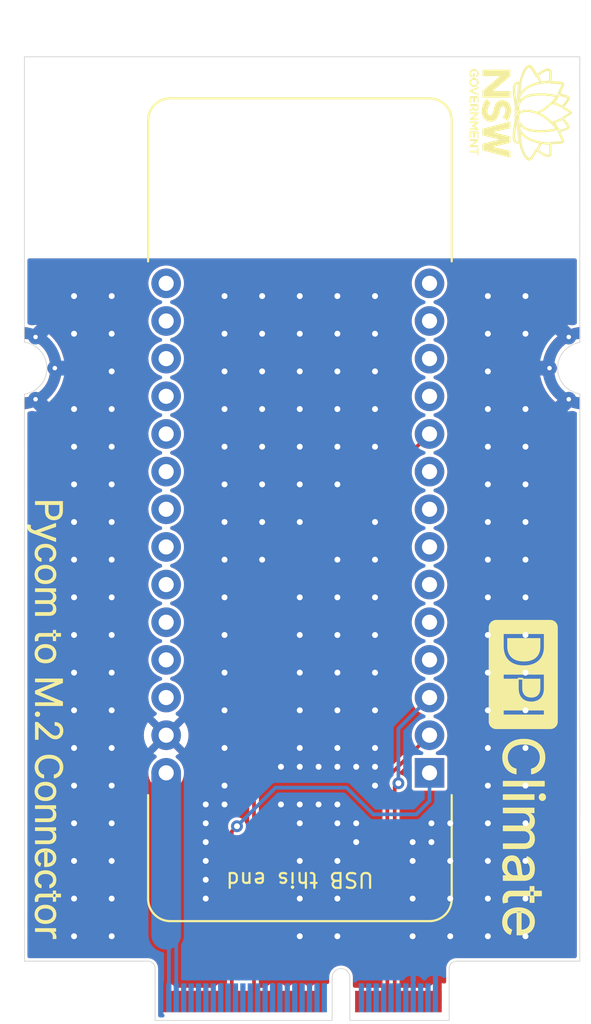
<source format=kicad_pcb>
(kicad_pcb (version 20211014) (generator pcbnew)
  (layers (0 "F.Cu" signal) (31 "B.Cu" signal) (34 "B.Paste" user) (35 "F.Paste" user) (36 "B.SilkS" user "B.Silkscreen") (37 "F.SilkS" user "F.Silkscreen") (38 "B.Mask" user) (39 "F.Mask" user) (44 "Edge.Cuts" user))
  (net 0 "")
  (net 1 "GND")
  (net 8 "TX_3V3")
  (net 9 "RX_3V3")
  (net 26 "PYCOM_INT")
  (net 29 "RESET")
  (net 30 "+3.3V")
  (net 35 "+BATT")
  (footprint "Pycom:xxPy_tht_headers" (layer "F.Cu") (at 78 66 180)
    (fp_text reference "U1" hide)
    (fp_text value "FiPy")
  )
  (footprint "Micromod:M.2-CARD-E-22_FUNCTION_STANDARD" (layer "F.Cu") (at 78.9 102.2)
    (fp_text reference "J1" hide)
    (fp_text value "MICROMOD_FUNCTION__STANDARD" hide)
    (fp_line (start -18.746 -4) (end -18.75 -42.25) (layer "Edge.Cuts") (width 0.051))
    (fp_line (start 10.425 -4) (end 18.746 -4) (layer "Edge.Cuts") (width 0.051))
    (fp_line (start 9.925 0) (end 3.225 0) (layer "Edge.Cuts") (width 0.051))
    (fp_line (start 18.746 -4) (end 18.74905 -42.270269) (layer "Edge.Cuts") (width 0.051))
    (fp_line (start 2.025 -2.9) (end 2.025 0) (layer "Edge.Cuts") (width 0.051))
    (fp_line (start -18.746 -65) (end 18.746 -65) (layer "Edge.Cuts") (width 0.051))
    (fp_line (start 9.925 -3.5) (end 9.925 0) (layer "Edge.Cuts") (width 0.051))
    (fp_line (start -18.75 -45.75) (end -18.75 -65) (layer "Edge.Cuts") (width 0.051))
    (fp_line (start 3.225 -2.9) (end 3.225 0) (layer "Edge.Cuts") (width 0.051))
    (fp_line (start -10.425 -4) (end -18.746 -4) (layer "Edge.Cuts") (width 0.051))
    (fp_line (start 18.744 -45.731) (end 18.746 -65) (layer "Edge.Cuts") (width 0.051))
    (fp_line (start 2.025 0) (end -9.925 0) (layer "Edge.Cuts") (width 0.051))
    (fp_line (start -9.925 0) (end -9.925 -3.5) (layer "Edge.Cuts") (width 0.051))
    (fp_arc (start 2.025 -2.9) (mid 2.625 -3.5) (end 3.225 -2.9) (layer "Edge.Cuts") (width 0.051))
    (fp_arc (start -10.425 -4) (mid -10.071447 -3.853553) (end -9.925 -3.5) (layer "Edge.Cuts") (width 0.051))
    (fp_arc (start 18.74905 -42.270269) (mid 17.24896 -43.998449) (end 18.744 -45.731) (layer "Edge.Cuts") (width 0.05))
    (fp_arc (start 9.925 -3.5) (mid 10.071447 -3.853553) (end 10.425 -4) (layer "Edge.Cuts") (width 0.051))
    (fp_arc (start -18.75 -45.75) (mid -17.232764 -44) (end -18.75 -42.25) (layer "Edge.Cuts") (width 0.051))
  )
  (gr_poly (pts (xy 94.584754 90.007782) (xy 94.582708 90.041434) (xy 94.5793 90.074293) (xy 94.574528 90.10636) (xy 94.568392 90.137634) (xy 94.560893 90.168116) (xy 94.55203 90.197806) (xy 94.541804 90.226703) (xy 94.530214 90.254807) (xy 94.517261 90.282119) (xy 94.502944 90.308638) (xy 94.487264 90.334365) (xy 94.470219 90.3593) (xy 94.451812 90.383441) (xy 94.432041 90.406791) (xy 94.410906 90.429348) (xy 94.388501 90.450801) (xy 94.364586 90.47087) (xy 94.339159 90.489556) (xy 94.31222 90.506857) (xy 94.283771 90.522774) (xy 94.253809 90.537307) (xy 94.222337 90.550456) (xy 94.189352 90.562221) (xy 94.154856 90.572602) (xy 94.118849 90.581598) (xy 94.08133 90.589211) (xy 94.042299 90.59544) (xy 94.001757 90.600284) (xy 93.959703 90.603744) (xy 93.916138 90.605821) (xy 93.87106 90.606513) (xy 92.480196 90.606513) (xy 92.480196 90.287266) (xy 93.87106 90.287266) (xy 93.899298 90.286774) (xy 93.926511 90.285298) (xy 93.952699 90.282838) (xy 93.977861 90.279394) (xy 94.001998 90.274967) (xy 94.02511 90.269556) (xy 94.047196 90.263161) (xy 94.068258 90.255784) (xy 94.088294 90.247423) (xy 94.107305 90.238079) (xy 94.12529 90.227752) (xy 94.142251 90.216442) (xy 94.158186 90.20415) (xy 94.173096 90.190875) (xy 94.18698 90.176617) (xy 94.19984 90.161377) (xy 94.211799 90.145485) (xy 94.222987 90.129242) (xy 94.233404 90.112648) (xy 94.243049 90.095703) (xy 94.251922 90.078408) (xy 94.260024 90.060764) (xy 94.267355 90.042769) (xy 94.273913 90.024426) (xy 94.279701 90.005733) (xy 94.284716 89.986693) (xy 94.28896 89.967304) (xy 94.292433 89.947567) (xy 94.295133 89.927483) (xy 94.297063 89.907052) (xy 94.29822 89.886274) (xy 94.298606 89.865149) (xy 94.298088 89.838136) (xy 94.296534 89.811895) (xy 94.293945 89.786425) (xy 94.290319 89.761728) (xy 94.285658 89.737801) (xy 94.27996 89.714647) (xy 94.273227 89.692263) (xy 94.265458 89.670651) (xy 94.256653 89.64981) (xy 94.246812 89.62974) (xy 94.235935 89.610441) (xy 94.224022 89.591912) (xy 94.211073 89.574155) (xy 94.197088 89.557167) (xy 94.182067 89.54095) (xy 94.16601 89.525504) (xy 94.149331 89.510927) (xy 94.132102 89.49729) (xy 94.114324 89.484592) (xy 94.095996 89.472835) (xy 94.077118 89.462017) (xy 94.05769 89.452139) (xy 94.037712 89.443202) (xy 94.017185 89.435205) (xy 93.996108 89.428148) (xy 93.974481 89.422032) (xy 93.952305 89.416857) (xy 93.92958 89.412622) (xy 93.906305 89.409328) (xy 93.88248 89.406975) (xy 93.858106 89.405563) (xy 93.833183 89.405092) (xy 92.480196 89.405092) (xy 92.480196 89.080369) (xy 93.903533 89.080369) (xy 93.925419 89.079919) (xy 93.946766 89.078572) (xy 93.967574 89.076325) (xy 93.987843 89.07318) (xy 94.007572 89.069137) (xy 94.026762 89.064195) (xy 94.045413 89.058355) (xy 94.063525 89.051616) (xy 94.081098 89.043978) (xy 94.098131 89.035442) (xy 94.114626 89.026007) (xy 94.130581 89.015674) (xy 94.145998 89.004442) (xy 94.160875 88.992312) (xy 94.175213 88.979283) (xy 94.189013 88.965355) (xy 94.202284 88.95072) (xy 94.214699 88.935567) (xy 94.226258 88.919897) (xy 94.236961 88.903709) (xy 94.246807 88.887004) (xy 94.255797 88.869781) (xy 94.263931 88.85204) (xy 94.271209 88.833781) (xy 94.27763 88.815004) (xy 94.283195 88.795709) (xy 94.287904 88.775895) (xy 94.291757 88.755563) (xy 94.294753 88.734713) (xy 94.296894 88.713343) (xy 94.298178 88.691455) (xy 94.298606 88.669048) (xy 94.298347 88.653559) (xy 94.29757 88.638196) (xy 94.296275 88.62296) (xy 94.294462 88.60785) (xy 94.292132 88.592867) (xy 94.289283 88.57801) (xy 94.285917 88.56328) (xy 94.282032 88.548676) (xy 94.27763 88.534199) (xy 94.27271 88.519848) (xy 94.267272 88.505624) (xy 94.261316 88.491526) (xy 94.254841 88.477555) (xy 94.24785 88.46371) (xy 94.24034 88.449992) (xy 94.232312 88.4364) (xy 94.223823 88.423195) (xy 94.214933 88.410307) (xy 94.205641 88.397737) (xy 94.195947 88.385485) (xy 94.185852 88.373551) (xy 94.175356 88.361934) (xy 94.164458 88.350634) (xy 94.153158 88.339652) (xy 94.141457 88.328987) (xy 94.129354 88.318639) (xy 94.11685 88.308608) (xy 94.103944 88.298894) (xy 94.090637 88.289496) (xy 94.076928 88.280415) (xy 94.062817 88.271651) (xy 94.048305 88.263203) (xy 94.033617 88.255332) (xy 94.018644 88.247971) (xy 94.003386 88.241118) (xy 93.987842 88.234775) (xy 93.972013 88.228941) (xy 93.955898 88.223615) (xy 93.939498 88.218797) (xy 93.922813 88.214488) (xy 93.905842 88.210686) (xy 93.888586 88.207392) (xy 93.871045 88.204605) (xy 93.853218 88.202326) (xy 93.835106 88.200553) (xy 93.816708 88.199288) (xy 93.798025 88.198528) (xy 93.779057 88.198275) (xy 92.480196 88.198275) (xy 92.480196 87.878949) (xy 94.558376 87.878949) (xy 94.558376 88.1874) (xy 94.233661 88.1874) (xy 94.233661 88.214467) (xy 94.254172 88.222904) (xy 94.274102 88.231962) (xy 94.293451 88.241643) (xy 94.312219 88.251945) (xy 94.330405 88.262869) (xy 94.34801 88.274416) (xy 94.365033 88.286586) (xy 94.381475 88.299379) (xy 94.397336 88.312795) (xy 94.412616 88.326834) (xy 94.427314 88.341497) (xy 94.441431 88.356784) (xy 94.454966 88.372695) (xy 94.467919 88.389231) (xy 94.480292 88.406391) (xy 94.492082 88.424176) (xy 94.503387 88.4425) (xy 94.513963 88.461279) (xy 94.523809 88.480512) (xy 94.532925 88.500199) (xy 94.541313 88.52034) (xy 94.54897 88.540936) (xy 94.555899 88.561987) (xy 94.562098 88.583492) (xy 94.567568 88.605452) (xy 94.572308 88.627867) (xy 94.576319 88.650737) (xy 94.579601 88.674062) (xy 94.582154 88.697843) (xy 94.583977 88.722079) (xy 94.585071 88.746771) (xy 94.585435 88.771918) (xy 94.585071 88.797352) (xy 94.583977 88.822248) (xy 94.582154 88.846605) (xy 94.579601 88.870425) (xy 94.576319 88.893706) (xy 94.572308 88.916448) (xy 94.567568 88.938651) (xy 94.562098 88.960314) (xy 94.555899 88.981439) (xy 94.54897 89.002023) (xy 94.541313 89.022068) (xy 94.532925 89.041572) (xy 94.523809 89.060536) (xy 94.513963 89.07896) (xy 94.503387 89.096842) (xy 94.492082 89.114184) (xy 94.480292 89.131195) (xy 94.467919 89.147733) (xy 94.454966 89.163795) (xy 94.441431 89.179383) (xy 94.427314 89.194497) (xy 94.412616 89.209135) (xy 94.397336 89.223298) (xy 94.381475 89.236986) (xy 94.365033 89.250199) (xy 94.34801 89.262936) (xy 94.330405 89.275198) (xy 94.312219 89.286984) (xy 94.293451 89.298294) (xy 94.274102 89.309128) (xy 94.254172 89.319487) (xy 94.233661 89.329369) (xy 94.233661 89.350958) (xy 94.253528 89.361256) (xy 94.272877 89.372174) (xy 94.291708 89.383715) (xy 94.310021 89.395877) (xy 94.327816 89.408662) (xy 94.345092 89.42207) (xy 94.361851 89.4361) (xy 94.378092 89.450753) (xy 94.393815 89.466029) (xy 94.40902 89.481929) (xy 94.423707 89.498452) (xy 94.437877 89.5156) (xy 94.451528 89.533371) (xy 94.464662 89.551767) (xy 94.477278 89.570788) (xy 94.489376 89.590433) (xy 94.501008 89.610639) (xy 94.51189 89.631342) (xy 94.522021 89.652542) (xy 94.531402 89.674238) (xy 94.540032 89.696431) (xy 94.547912 89.719121) (xy 94.555042 89.742307) (xy 94.56142 89.765991) (xy 94.567049 89.79017) (xy 94.571927 89.814847) (xy 94.576055 89.84002) (xy 94.579432 89.86569) (xy 94.582058 89.891857) (xy 94.583934 89.91852) (xy 94.58506 89.94568) (xy 94.585435 89.973337)) (layer "F.SilkS") (width 0.06) (fill solid))
  (gr_poly (pts (xy 61.192742 81.552696) (xy 61.192182 81.560811) (xy 61.191248 81.568779) (xy 61.189941 81.5766) (xy 61.188261 81.584274) (xy 61.186207 81.591801) (xy 61.183779 81.599181) (xy 61.180978 81.606414) (xy 61.177804 81.613498) (xy 61.174256 81.620436) (xy 61.170334 81.627225) (xy 61.166039 81.633866) (xy 61.161371 81.640359) (xy 61.156329 81.646704) (xy 61.150913 81.6529) (xy 61.145124 81.658947) (xy 61.139075 81.664743) (xy 61.132878 81.670164) (xy 61.126533 81.675211) (xy 61.120039 81.679883) (xy 61.113398 81.684181) (xy 61.106609 81.688105) (xy 61.099671 81.691655) (xy 61.092586 81.694831) (xy 61.085353 81.697633) (xy 61.077971 81.700061) (xy 61.070442 81.702116) (xy 61.062764 81.703796) (xy 61.054939 81.705103) (xy 61.046966 81.706037) (xy 61.038844 81.706597) (xy 61.030575 81.706784) (xy 61.025078 81.706696) (xy 61.019637 81.706432) (xy 61.014253 81.705991) (xy 61.008925 81.705375) (xy 61.003654 81.704582) (xy 60.99844 81.703614) (xy 60.993281 81.702469) (xy 60.988179 81.701148) (xy 60.983134 81.699651) (xy 60.978145 81.697978) (xy 60.973213 81.696128) (xy 60.968336 81.694103) (xy 60.963517 81.691901) (xy 60.958753 81.689524) (xy 60.954046 81.68697) (xy 60.949395 81.68424) (xy 60.944829 81.681472) (xy 60.940376 81.678585) (xy 60.936035 81.675579) (xy 60.931807 81.672453) (xy 60.927692 81.669208) (xy 60.923689 81.665843) (xy 60.919799 81.662359) (xy 60.916022 81.658755) (xy 60.912358 81.655032) (xy 60.908806 81.651188) (xy 60.905368 81.647225) (xy 60.902041 81.643142) (xy 60.898828 81.638939) (xy 60.895727 81.634616) (xy 60.892739 81.630173) (xy 60.889864 81.62561) (xy 60.887242 81.621061) (xy 60.884789 81.616442) (xy 60.882506 81.611753) (xy 60.880392 81.606995) (xy 60.878447 81.602167) (xy 60.876671 81.59727) (xy 60.875064 81.592302) (xy 60.873627 81.587264) (xy 60.872359 81.582157) (xy 60.871259 81.576979) (xy 60.870329 81.571731) (xy 60.869569 81.566413) (xy 60.868977 81.561024) (xy 60.868554 81.555565) (xy 60.868301 81.550035) (xy 60.868216 81.544435) (xy 60.868403 81.536164) (xy 60.868963 81.528042) (xy 60.869897 81.520067) (xy 60.871204 81.512239) (xy 60.872884 81.50456) (xy 60.874938 81.497029) (xy 60.877366 81.489645) (xy 60.880167 81.48241) (xy 60.883341 81.475323) (xy 60.886889 81.468384) (xy 60.890811 81.461594) (xy 60.895106 81.454952) (xy 60.899774 81.448459) (xy 60.904816 81.442114) (xy 60.910232 81.435918) (xy 60.916021 81.42987) (xy 60.922071 81.424075) (xy 60.928269 81.418653) (xy 60.934614 81.413607) (xy 60.941108 81.408934) (xy 60.947749 81.404636) (xy 60.954539 81.400712) (xy 60.961476 81.397162) (xy 60.968561 81.393986) (xy 60.975795 81.391184) (xy 60.983176 81.388756) (xy 60.990706 81.386702) (xy 60.998383 81.385021) (xy 61.006209 81.383714) (xy 61.014183 81.382781) (xy 61.022305 81.382221) (xy 61.030575 81.382034) (xy 61.038844 81.382221) (xy 61.046966 81.382781) (xy 61.054939 81.383714) (xy 61.062764 81.385021) (xy 61.070442 81.386702) (xy 61.077971 81.388756) (xy 61.085353 81.391184) (xy 61.092586 81.393986) (xy 61.099671 81.397162) (xy 61.106609 81.400712) (xy 61.113398 81.404636) (xy 61.120039 81.408934) (xy 61.126533 81.413607) (xy 61.132878 81.418653) (xy 61.139075 81.424075) (xy 61.145124 81.42987) (xy 61.150913 81.435918) (xy 61.156329 81.442114) (xy 61.161371 81.448459) (xy 61.166039 81.454952) (xy 61.170334 81.461594) (xy 61.174256 81.468384) (xy 61.177804 81.475323) (xy 61.180978 81.48241) (xy 61.183779 81.489645) (xy 61.186207 81.497029) (xy 61.188261 81.50456) (xy 61.189941 81.512239) (xy 61.191248 81.520067) (xy 61.192182 81.528042) (xy 61.192742 81.536164) (xy 61.192929 81.544435)) (layer "F.SilkS") (width 0.04) (fill solid))
  (gr_poly (pts (xy 62.087702 76.594293) (xy 62.087702 76.298436) (xy 62.2681 76.298436) (xy 62.2681 76.594293)) (layer "F.SilkS") (width 0.04) (fill solid))
  (gr_poly (pts (xy 62.285685 74.489) (xy 62.284321 74.511435) (xy 62.282049 74.533341) (xy 62.278867 74.554719) (xy 62.274777 74.575569) (xy 62.269778 74.59589) (xy 62.263869 74.615683) (xy 62.257052 74.634947) (xy 62.249325 74.653683) (xy 62.24069 74.671891) (xy 62.231145 74.689571) (xy 62.220691 74.706722) (xy 62.209329 74.723345) (xy 62.197057 74.73944) (xy 62.183876 74.755006) (xy 62.169786 74.770044) (xy 62.15485 74.784347) (xy 62.138906 74.797728) (xy 62.121955 74.810187) (xy 62.103996 74.821725) (xy 62.085029 74.83234) (xy 62.065055 74.842034) (xy 62.044073 74.850804) (xy 62.022084 74.858652) (xy 61.999087 74.865578) (xy 61.975082 74.87158) (xy 61.950069 74.87666) (xy 61.924049 74.880816) (xy 61.89702 74.884049) (xy 61.868984 74.886359) (xy 61.839941 74.887744) (xy 61.809889 74.888206) (xy 60.882646 74.888206) (xy 60.882646 74.675322) (xy 61.809889 74.675322) (xy 61.828715 74.674994) (xy 61.846856 74.674011) (xy 61.864315 74.672371) (xy 61.88109 74.670076) (xy 61.897181 74.667125) (xy 61.912589 74.663519) (xy 61.927313 74.659258) (xy 61.941354 74.654341) (xy 61.954711 74.64877) (xy 61.967385 74.642545) (xy 61.979376 74.635664) (xy 61.990683 74.62813) (xy 62.001306 74.619941) (xy 62.011246 74.611098) (xy 62.020502 74.601601) (xy 62.029075 74.59145) (xy 62.037048 74.580846) (xy 62.044507 74.570009) (xy 62.051452 74.558939) (xy 62.057882 74.547637) (xy 62.063797 74.536102) (xy 62.069198 74.524334) (xy 62.074085 74.512335) (xy 62.078458 74.500103) (xy 62.082316 74.487639) (xy 62.08566 74.474944) (xy 62.088489 74.462017) (xy 62.090804 74.448858) (xy 62.092605 74.435468) (xy 62.093891 74.421847) (xy 62.094662 74.407995) (xy 62.09492 74.393912) (xy 62.094574 74.375903) (xy 62.093538 74.358409) (xy 62.091812 74.341429) (xy 62.089395 74.324964) (xy 62.086287 74.309013) (xy 62.082489 74.293577) (xy 62.078 74.278655) (xy 62.072821 74.264246) (xy 62.066951 74.250352) (xy 62.06039 74.236972) (xy 62.053139 74.224106) (xy 62.045197 74.211754) (xy 62.036564 74.199915) (xy 62.027241 74.188591) (xy 62.017227 74.177779) (xy 62.006522 74.167482) (xy 61.995403 74.157764) (xy 61.983917 74.148672) (xy 61.972065 74.140207) (xy 61.959846 74.132369) (xy 61.947261 74.125157) (xy 61.934309 74.118572) (xy 61.92099 74.112614) (xy 61.907306 74.107282) (xy 61.893254 74.102578) (xy 61.878837 74.0985) (xy 61.864053 74.09505) (xy 61.848902 74.092226) (xy 61.833385 74.09003) (xy 61.817502 74.088462) (xy 61.801253 74.087521) (xy 61.784637 74.087207) (xy 60.882646 74.087207) (xy 60.882646 73.870725) (xy 61.831538 73.870725) (xy 61.846128 73.870425) (xy 61.86036 73.869527) (xy 61.874232 73.868029) (xy 61.887744 73.865933) (xy 61.900897 73.863237) (xy 61.91369 73.859942) (xy 61.926124 73.856049) (xy 61.938199 73.851556) (xy 61.949914 73.846464) (xy 61.96127 73.840773) (xy 61.972266 73.834483) (xy 61.982903 73.827594) (xy 61.993181 73.820107) (xy 62.003099 73.81202) (xy 62.012658 73.803334) (xy 62.021858 73.794049) (xy 62.030705 73.784301) (xy 62.038982 73.774205) (xy 62.046688 73.763763) (xy 62.053823 73.752974) (xy 62.060387 73.741838) (xy 62.066381 73.730356) (xy 62.071803 73.718527) (xy 62.076655 73.706353) (xy 62.080936 73.693832) (xy 62.084646 73.680965) (xy 62.087785 73.667753) (xy 62.090353 73.654195) (xy 62.092351 73.640292) (xy 62.093778 73.626043) (xy 62.094634 73.611449) (xy 62.09492 73.596511) (xy 62.094747 73.586185) (xy 62.094229 73.575943) (xy 62.093366 73.565785) (xy 62.092157 73.555712) (xy 62.090604 73.545723) (xy 62.088705 73.535819) (xy 62.08646 73.525999) (xy 62.083871 73.516263) (xy 62.080936 73.506611) (xy 62.077655 73.497044) (xy 62.07403 73.487561) (xy 62.070059 73.478163) (xy 62.065743 73.468848) (xy 62.061082 73.459619) (xy 62.056075 73.450473) (xy 62.050724 73.441412) (xy 62.045064 73.432608) (xy 62.039137 73.424017) (xy 62.032943 73.415637) (xy 62.02648 73.407469) (xy 62.01975 73.399512) (xy 62.012753 73.391768) (xy 62.005488 73.384235) (xy 61.997954 73.376913) (xy 61.990154 73.369803) (xy 61.982085 73.362905) (xy 61.973749 73.356217) (xy 61.965145 73.349741) (xy 61.956274 73.343476) (xy 61.947134 73.337422) (xy 61.937727 73.33158) (xy 61.928052 73.325948) (xy 61.91826 73.3207) (xy 61.908278 73.315792) (xy 61.898106 73.311224) (xy 61.887744 73.306995) (xy 61.877191 73.303106) (xy 61.866448 73.299555) (xy 61.855514 73.296343) (xy 61.844391 73.29347) (xy 61.833077 73.290936) (xy 61.821573 73.28874) (xy 61.809879 73.286882) (xy 61.797994 73.285362) (xy 61.785919 73.284181) (xy 61.773654 73.283337) (xy 61.761199 73.282831) (xy 61.748554 73.282662) (xy 60.882646 73.282662) (xy 60.882646 73.069779) (xy 62.2681 73.069779) (xy 62.2681 73.275413) (xy 62.051623 73.275413) (xy 62.051623 73.293457) (xy 62.065297 73.299082) (xy 62.078584 73.30512) (xy 62.091483 73.311574) (xy 62.103995 73.318442) (xy 62.116119 73.325725) (xy 62.127855 73.333423) (xy 62.139204 73.341536) (xy 62.150166 73.350064) (xy 62.16074 73.359008) (xy 62.170926 73.368368) (xy 62.180725 73.378143) (xy 62.190136 73.388335) (xy 62.19916 73.398942) (xy 62.207795 73.409966) (xy 62.216043 73.421406) (xy 62.223904 73.433262) (xy 62.231441 73.445479) (xy 62.238491 73.457998) (xy 62.245055 73.47082) (xy 62.251133 73.483944) (xy 62.256724 73.497372) (xy 62.261829 73.511103) (xy 62.266448 73.525136) (xy 62.270581 73.539473) (xy 62.274228 73.554113) (xy 62.277388 73.569057) (xy 62.280062 73.584303) (xy 62.28225 73.599854) (xy 62.283951 73.615707) (xy 62.285167 73.631865) (xy 62.285896 73.648326) (xy 62.286139 73.665091) (xy 62.285896 73.682047) (xy 62.285167 73.698644) (xy 62.283951 73.714882) (xy 62.28225 73.730762) (xy 62.280062 73.746283) (xy 62.277388 73.761444) (xy 62.274228 73.776246) (xy 62.270581 73.790688) (xy 62.266448 73.804771) (xy 62.261829 73.818494) (xy 62.256724 73.831857) (xy 62.251133 73.84486) (xy 62.245055 73.857503) (xy 62.238491 73.869785) (xy 62.231441 73.881707) (xy 62.223904 73.893268) (xy 62.216043 73.904618) (xy 62.207795 73.915649) (xy 62.19916 73.926362) (xy 62.190136 73.936757) (xy 62.180725 73.946833) (xy 62.170926 73.956592) (xy 62.16074 73.966033) (xy 62.150166 73.975156) (xy 62.139204 73.983962) (xy 62.127855 73.99245) (xy 62.116119 74.000621) (xy 62.103995 74.008475) (xy 62.091483 74.016012) (xy 62.078584 74.023233) (xy 62.065297 74.030137) (xy 62.051623 74.036725) (xy 62.051623 74.051117) (xy 62.064868 74.057983) (xy 62.077767 74.065264) (xy 62.090321 74.07296) (xy 62.10253 74.081071) (xy 62.114393 74.089597) (xy 62.125911 74.098539) (xy 62.137083 74.107895) (xy 62.14791 74.117667) (xy 62.158392 74.127853) (xy 62.168529 74.138455) (xy 62.17832 74.14947) (xy 62.187767 74.160901) (xy 62.196868 74.172746) (xy 62.205623 74.185006) (xy 62.214034 74.19768) (xy 62.2221 74.210768) (xy 62.229854 74.224239) (xy 62.237109 74.23804) (xy 62.243863 74.252173) (xy 62.250117 74.266637) (xy 62.25587 74.281433) (xy 62.261124 74.296559) (xy 62.265877 74.312017) (xy 62.270129 74.327806) (xy 62.273882 74.343926) (xy 62.277134 74.360377) (xy 62.279885 74.377159) (xy 62.282137 74.394272) (xy 62.283888 74.411717) (xy 62.285139 74.429493) (xy 62.285889 74.4476) (xy 62.286139 74.466037)) (layer "F.SilkS") (width 0.04) (fill solid))
  (gr_poly (pts (xy 93.390911 40.979574) (xy 93.390681 40.979217) (xy 93.390995 40.979217)) (layer "F.SilkS") (width 0.02) (fill solid))
  (gr_poly (pts (xy 93.507099 42.89061) (xy 93.506704 42.898454) (xy 93.506146 42.905885) (xy 93.505424 42.912914) (xy 93.504535 42.919555) (xy 93.503476 42.925819) (xy 93.502245 42.931718) (xy 93.500839 42.937264) (xy 93.499257 42.94247) (xy 93.497496 42.947347) (xy 93.495553 42.951908) (xy 93.493425 42.956164) (xy 93.491112 42.960129) (xy 93.488609 42.963813) (xy 93.485915 42.96723) (xy 93.483027 42.970391) (xy 93.479943 42.973308) (xy 93.47666 42.975993) (xy 93.473177 42.978459) (xy 93.469489 42.980718) (xy 93.465596 42.982781) (xy 93.461495 42.984661) (xy 93.457183 42.986371) (xy 93.452657 42.987921) (xy 93.447917 42.989325) (xy 93.438058 42.991673) (xy 93.417454 42.99005) (xy 93.391036 42.983652) (xy 93.366351 42.974335) (xy 93.343394 42.962034) (xy 93.322162 42.946683) (xy 93.302651 42.928216) (xy 93.290586 42.913536) (xy 93.290173 42.912908) (xy 93.278341 42.891575) (xy 93.2673 42.868164) (xy 93.257076 42.842761) (xy 93.247698 42.815452) (xy 93.239191 42.78632) (xy 93.231584 42.755453) (xy 93.224903 42.722934) (xy 93.219175 42.68885) (xy 93.214428 42.653285) (xy 93.210688 42.616324) (xy 93.207984 42.578054) (xy 93.206341 42.538559) (xy 93.205788 42.497925) (xy 93.206213 42.459895) (xy 93.207457 42.423128) (xy 93.209468 42.387525) (xy 93.212195 42.352983) (xy 93.21559 42.319402) (xy 93.219601 42.286682) (xy 93.229269 42.22342) (xy 93.240798 42.16239) (xy 93.253784 42.102786) (xy 93.282516 41.984633) (xy 93.314019 41.855897) (xy 93.328746 41.788831) (xy 93.342048 41.718727) (xy 93.353365 41.644654) (xy 93.36214 41.565682) (xy 93.365399 41.524068) (xy 93.367814 41.480881) (xy 93.369314 41.436004) (xy 93.369829 41.389321) (xy 93.369292 41.335246) (xy 93.368573 41.307837) (xy 93.367514 41.28018) (xy 93.366083 41.252275) (xy 93.364248 41.224121) (xy 93.36198 41.19572) (xy 93.359246 41.167071) (xy 93.359246 41.159133) (xy 93.359277 41.157122) (xy 93.35937 41.155072) (xy 93.359525 41.153006) (xy 93.359742 41.150948) (xy 93.360021 41.148921) (xy 93.360362 41.146948) (xy 93.360765 41.145053) (xy 93.36123 41.143258) (xy 93.361758 41.141588) (xy 93.362044 41.140806) (xy 93.362347 41.140065) (xy 93.362664 41.139366) (xy 93.362998 41.138712) (xy 93.363347 41.138107) (xy 93.363711 41.137553) (xy 93.364091 41.137054) (xy 93.364486 41.136612) (xy 93.364897 41.136229) (xy 93.365323 41.13591) (xy 93.365765 41.135657) (xy 93.366222 41.135472) (xy 93.366695 41.135359) (xy 93.367184 41.135321) (xy 93.3687 41.135383) (xy 93.370263 41.135569) (xy 93.371858 41.135879) (xy 93.373467 41.136313) (xy 93.375077 41.136871) (xy 93.376671 41.137553) (xy 93.377458 41.137941) (xy 93.378234 41.13836) (xy 93.379 41.138809) (xy 93.379751 41.13929) (xy 93.380487 41.139801) (xy 93.381206 41.140344) (xy 93.381905 41.140918) (xy 93.382583 41.141522) (xy 93.383238 41.142158) (xy 93.383867 41.142825) (xy 93.38447 41.143522) (xy 93.385043 41.144251) (xy 93.385585 41.145011) (xy 93.386095 41.145801) (xy 93.386569 41.146623) (xy 93.387007 41.147476) (xy 93.387406 41.148359) (xy 93.387764 41.149274) (xy 93.388079 41.150219) (xy 93.38835 41.151196) (xy 93.397754 41.187732) (xy 93.406158 41.22483) (xy 93.413616 41.26237) (xy 93.416623 41.279704) (xy 93.416957 41.291839) (xy 93.417453 41.344342) (xy 93.415676 41.438471) (xy 93.410673 41.526863) (xy 93.402943 41.610233) (xy 93.392979 41.689292) (xy 93.38128 41.764756) (xy 93.36834 41.837335) (xy 93.340724 41.976696) (xy 93.315878 42.100595) (xy 93.30468 42.162685) (xy 93.294753 42.225735) (xy 93.286438 42.290398) (xy 93.280077 42.357324) (xy 93.277735 42.391839) (xy 93.27601 42.427165) (xy 93.274943 42.463381) (xy 93.274578 42.500571) (xy 93.275808 42.568372) (xy 93.279327 42.628243) (xy 93.284886 42.680688) (xy 93.292231 42.726211) (xy 93.301111 42.765316) (xy 93.311274 42.798506) (xy 93.322468 42.826286) (xy 93.33444 42.849159) (xy 93.34694 42.86763) (xy 93.359715 42.882201) (xy 93.372514 42.893378) (xy 93.385083 42.901663) (xy 93.397172 42.90756) (xy 93.408529 42.911574) (xy 93.428037 42.915967) (xy 93.43421 42.916809) (xy 93.439845 42.917372) (xy 93.44496 42.917688) (xy 93.449576 42.917786) (xy 93.45371 42.917698) (xy 93.457384 42.917455) (xy 93.460616 42.917088) (xy 93.463425 42.916628) (xy 93.465831 42.916106) (xy 93.467853 42.915553) (xy 93.470825 42.914478) (xy 93.472494 42.913652) (xy 93.473016 42.913321) (xy 93.473471 42.912747) (xy 93.473993 42.911943) (xy 93.474314 42.911386) (xy 93.47467 42.910716) (xy 93.475056 42.909926) (xy 93.47547 42.909009) (xy 93.475908 42.907957) (xy 93.476364 42.906763) (xy 93.476837 42.90542) (xy 93.47732 42.90392) (xy 93.477812 42.902257) (xy 93.478307 42.900422) (xy 93.478803 42.89841) (xy 93.479294 42.896211) (xy 93.479778 42.89382) (xy 93.48025 42.891229) (xy 93.480707 42.888431) (xy 93.481144 42.885418) (xy 93.481558 42.882183) (xy 93.481945 42.878718) (xy 93.482301 42.875018) (xy 93.482622 42.871073) (xy 93.482905 42.866878) (xy 93.483144 42.862425) (xy 93.483337 42.857706) (xy 93.48348 42.852714) (xy 93.483569 42.847442) (xy 93.483599 42.841883) (xy 93.483124 42.820055) (xy 93.48178 42.796243) (xy 93.479692 42.770446) (xy 93.476985 42.742664) (xy 93.462432 42.611696) (xy 93.447591 42.485977) (xy 93.440062 42.415475) (xy 93.432998 42.340167) (xy 93.426802 42.26027) (xy 93.421877 42.176001) (xy 93.418626 42.087578) (xy 93.417453 41.995217) (xy 93.417825 41.943396) (xy 93.418942 41.891202) (xy 93.420802 41.838761) (xy 93.423406 41.786196) (xy 93.426755 41.733631) (xy 93.430848 41.681189) (xy 93.435685 41.628996) (xy 93.441266 41.577175) (xy 93.444728 41.546015) (xy 93.447137 41.600285) (xy 93.44876 41.670105) (xy 93.449205 41.735925) (xy 93.448874 41.857634) (xy 93.448088 41.916007) (xy 93.446558 41.971405) (xy 93.446558 41.979342) (xy 93.443912 42.1963) (xy 93.444161 42.236866) (xy 93.444905 42.275262) (xy 93.446145 42.311549) (xy 93.447881 42.34579) (xy 93.450114 42.378046) (xy 93.452842 42.40838) (xy 93.456067 42.436854) (xy 93.459788 42.463529) (xy 93.460893 42.473332) (xy 93.462185 42.482919) (xy 93.465079 42.501563) (xy 93.467973 42.519712) (xy 93.469265 42.528678) (xy 93.470371 42.537613) (xy 93.486204 42.647043) (xy 93.492555 42.694859) (xy 93.497821 42.738366) (xy 93.501971 42.777779) (xy 93.504973 42.813317) (xy 93.506797 42.845196) (xy 93.507412 42.873633)) (layer "F.SilkS") (width 0.02) (fill solid))
  (gr_poly (pts (xy 94.953154 79.797053) (xy 94.952266 79.824249) (xy 94.950786 79.850748) (xy 94.948714 79.87655) (xy 94.94605 79.901653) (xy 94.942794 79.92606) (xy 94.938947 79.949768) (xy 94.934507 79.972779) (xy 94.929475 79.995092) (xy 94.923851 80.016708) (xy 94.917636 80.037626) (xy 94.910828 80.057846) (xy 94.903429 80.077369) (xy 94.895437 80.096194) (xy 94.886854 80.114321) (xy 94.877678 80.131751) (xy 94.868155 80.148537) (xy 94.858187 80.164732) (xy 94.847775 80.180334) (xy 94.83692 80.195344) (xy 94.825621 80.209762) (xy 94.813877 80.223588) (xy 94.80169 80.236822) (xy 94.789059 80.249464) (xy 94.775984 80.261514) (xy 94.762465 80.272973) (xy 94.748502 80.283839) (xy 94.734095 80.294113) (xy 94.719243 80.303796) (xy 94.703948 80.312886) (xy 94.688209 80.321385) (xy 94.672026 80.329292) (xy 94.655484 80.336828) (xy 94.638668 80.343878) (xy 94.621577 80.350442) (xy 94.604211 80.35652) (xy 94.586569 80.362111) (xy 94.568653 80.367217) (xy 94.550462 80.371836) (xy 94.531996 80.375969) (xy 94.513255 80.379616) (xy 94.494239 80.382777) (xy 94.474948 80.385451) (xy 94.455382 80.38764) (xy 94.435542 80.389342) (xy 94.415426 80.390557) (xy 94.395035 80.391287) (xy 94.374369 80.39153) (xy 94.3537 80.391287) (xy 94.333294 80.390557) (xy 94.313153 80.389342) (xy 94.293276 80.38764) (xy 94.273663 80.385451) (xy 94.254315 80.382777) (xy 94.23523 80.379616) (xy 94.21641 80.375969) (xy 94.197854 80.371836) (xy 94.179563 80.367217) (xy 94.161535 80.362111) (xy 94.143772 80.35652) (xy 94.126274 80.350442) (xy 94.109039 80.343878) (xy 94.092069 80.336828) (xy 94.075364 80.329292) (xy 94.05917 80.32139) (xy 94.043399 80.312907) (xy 94.028051 80.303843) (xy 94.013125 80.294198) (xy 93.998623 80.283971) (xy 93.984543 80.273164) (xy 93.970887 80.261774) (xy 93.957653 80.249804) (xy 93.944842 80.237252) (xy 93.932453 80.224119) (xy 93.920488 80.210404) (xy 93.908946 80.196108) (xy 93.897826 80.18123) (xy 93.887129 80.165771) (xy 93.876855 80.149731) (xy 93.867004 80.133109) (xy 93.857666 80.115852) (xy 93.84893 80.097909) (xy 93.840796 80.079279) (xy 93.833265 80.059961) (xy 93.826336 80.039957) (xy 93.82001 80.019265) (xy 93.814286 79.997887) (xy 93.809165 79.975821) (xy 93.804646 79.953068) (xy 93.800729 79.929629) (xy 93.797416 79.905502) (xy 93.794704 79.880688) (xy 93.792595 79.855188) (xy 93.791089 79.829) (xy 93.790185 79.802125) (xy 93.789884 79.774564) (xy 93.789884 79.179251) (xy 94.95345 79.179251) (xy 94.95345 79.769158)) (layer "F.SilkS") (width 0.06) (fill solid))
  (gr_poly (pts (xy 93.380412 40.905133) (xy 93.380412 40.902487) (xy 93.382396 40.902052) (xy 93.384376 40.901733) (xy 93.386348 40.901523) (xy 93.388308 40.901413) (xy 93.390253 40.901396) (xy 93.392179 40.901464) (xy 93.394081 40.90161) (xy 93.395957 40.901826) (xy 93.397801 40.902104) (xy 93.39961 40.902436) (xy 93.401381 40.902814) (xy 93.403109 40.903232) (xy 93.406421 40.904151) (xy 93.409516 40.905133)) (layer "F.SilkS") (width 0.02) (fill solid))
  (gr_poly (pts (xy 62.285914 88.349775) (xy 62.285237 88.366953) (xy 62.28411 88.383856) (xy 62.282532 88.400484) (xy 62.280502 88.416837) (xy 62.278022 88.432914) (xy 62.275091 88.448716) (xy 62.271708 88.464242) (xy 62.267875 88.479493) (xy 62.263591 88.494469) (xy 62.258855 88.509169) (xy 62.253669 88.523594) (xy 62.248031 88.537744) (xy 62.241943 88.551618) (xy 62.235403 88.565217) (xy 62.228413 88.578541) (xy 62.221077 88.591554) (xy 62.213276 88.604199) (xy 62.20501 88.616478) (xy 62.19628 88.62839) (xy 62.187084 88.639935) (xy 62.177423 88.651113) (xy 62.167296 88.661924) (xy 62.156705 88.672369) (xy 62.145649 88.682448) (xy 62.134127 88.692159) (xy 62.122141 88.701505) (xy 62.109689 88.710485) (xy 62.096773 88.719098) (xy 62.083391 88.727345) (xy 62.069544 88.735226) (xy 62.055232 88.742741) (xy 62.04056 88.749835) (xy 62.025409 88.756473) (xy 62.009779 88.762653) (xy 61.99367 88.768377) (xy 61.977082 88.773644) (xy 61.960014 88.778454) (xy 61.942468 88.782807) (xy 61.924442 88.786702) (xy 61.905937 88.790139) (xy 61.886953 88.793118) (xy 61.86749 88.79564) (xy 61.847548 88.797703) (xy 61.827127 88.799309) (xy 61.806227 88.800455) (xy 61.784848 88.801144) (xy 61.762989 88.801373) (xy 60.882646 88.801373) (xy 60.882646 88.58849) (xy 61.748554 88.58849) (xy 61.76868 88.588159) (xy 61.788242 88.587165) (xy 61.807241 88.58551) (xy 61.825676 88.583192) (xy 61.843546 88.580211) (xy 61.860853 88.576569) (xy 61.877597 88.572264) (xy 61.893776 88.567297) (xy 61.909392 88.561667) (xy 61.924444 88.555375) (xy 61.938932 88.548421) (xy 61.952857 88.540805) (xy 61.966218 88.532526) (xy 61.979015 88.523586) (xy 61.991249 88.513982) (xy 62.002919 88.503717) (xy 62.014059 88.492873) (xy 62.02448 88.481536) (xy 62.034183 88.469706) (xy 62.043168 88.457381) (xy 62.051433 88.444564) (xy 62.05898 88.431252) (xy 62.065809 88.417447) (xy 62.071918 88.403148) (xy 62.077309 88.388356) (xy 62.081981 88.37307) (xy 62.085934 88.357291) (xy 62.089169 88.341018) (xy 62.091685 88.324251) (xy 62.093482 88.306991) (xy 62.09456 88.289237) (xy 62.09492 88.27099) (xy 62.094747 88.258334) (xy 62.094229 88.245848) (xy 62.093366 88.23353) (xy 62.092157 88.221381) (xy 62.090604 88.209401) (xy 62.088705 88.197591) (xy 62.08646 88.185949) (xy 62.083871 88.174476) (xy 62.080936 88.163173) (xy 62.077655 88.152039) (xy 62.07403 88.141075) (xy 62.070059 88.13028) (xy 62.065743 88.119655) (xy 62.061082 88.1092) (xy 62.056075 88.098914) (xy 62.050724 88.088798) (xy 62.04504 88.079007) (xy 62.039039 88.069476) (xy 62.032721 88.060205) (xy 62.026086 88.051194) (xy 62.019134 88.042445) (xy 62.011865 88.033955) (xy 62.004279 88.025726) (xy 61.996376 88.017757) (xy 61.988156 88.010049) (xy 61.979619 88.002601) (xy 61.970764 87.995414) (xy 61.961593 87.988487) (xy 61.952105 87.981821) (xy 61.9423 87.975415) (xy 61.932178 87.96927) (xy 61.921739 87.963385) (xy 61.911 87.957819) (xy 61.899978 87.952612) (xy 61.888675 87.947764) (xy 61.87709 87.943274) (xy 61.865223 87.939143) (xy 61.853074 87.935371) (xy 61.840643 87.931958) (xy 61.827931 87.928904) (xy 61.814936 87.926208) (xy 61.80166 87.923872) (xy 61.788102 87.921895) (xy 61.774262 87.920277) (xy 61.76014 87.919019) (xy 61.745736 87.91812) (xy 61.731051 87.917581) (xy 61.716084 87.917401) (xy 60.882646 87.917401) (xy 60.882646 87.704516) (xy 62.2681 87.704516) (xy 62.2681 87.910205) (xy 62.051623 87.910205) (xy 62.051623 87.928248) (xy 62.064653 87.934528) (xy 62.077359 87.941204) (xy 62.08974 87.948274) (xy 62.101797 87.955741) (xy 62.11353 87.963602) (xy 62.124939 87.971859) (xy 62.136024 87.980512) (xy 62.146784 87.989559) (xy 62.15722 87.999001) (xy 62.167332 88.008838) (xy 62.17712 88.01907) (xy 62.186584 88.029697) (xy 62.195724 88.040718) (xy 62.20454 88.052135) (xy 62.213032 88.063945) (xy 62.2212 88.07615) (xy 62.229063 88.088778) (xy 62.23642 88.101858) (xy 62.243268 88.115388) (xy 62.24961 88.12937) (xy 62.255444 88.143804) (xy 62.260772 88.158688) (xy 62.265591 88.174023) (xy 62.269904 88.189809) (xy 62.273709 88.206046) (xy 62.277007 88.222734) (xy 62.279797 88.239872) (xy 62.28208 88.257461) (xy 62.283856 88.275501) (xy 62.285124 88.29399) (xy 62.285886 88.312931) (xy 62.286139 88.332321)) (layer "F.SilkS") (width 0.04) (fill solid))
  (gr_poly (pts (xy 62.754542 85.147815) (xy 62.75264 85.181962) (xy 62.749468 85.215575) (xy 62.745029 85.248654) (xy 62.73932 85.281198) (xy 62.732343 85.313204) (xy 62.724098 85.344672) (xy 62.714584 85.375601) (xy 62.709363 85.390954) (xy 62.703846 85.406116) (xy 62.698033 85.421087) (xy 62.691924 85.435868) (xy 62.685519 85.450458) (xy 62.678817 85.464857) (xy 62.67182 85.479065) (xy 62.664526 85.493083) (xy 62.656937 85.506911) (xy 62.649052 85.520548) (xy 62.64087 85.533995) (xy 62.632392 85.547252) (xy 62.623619 85.560319) (xy 62.614549 85.573196) (xy 62.605184 85.585883) (xy 62.595522 85.598381) (xy 62.585691 85.610657) (xy 62.575593 85.622679) (xy 62.565227 85.634449) (xy 62.554594 85.645965) (xy 62.543693 85.657228) (xy 62.532524 85.668237) (xy 62.521087 85.678993) (xy 62.509383 85.689496) (xy 62.497411 85.699745) (xy 62.485171 85.70974) (xy 62.472663 85.719481) (xy 62.459887 85.728969) (xy 62.446844 85.738203) (xy 62.433533 85.747182) (xy 62.419954 85.755908) (xy 62.406107 85.76438) (xy 62.392115 85.772561) (xy 62.377876 85.780418) (xy 62.363391 85.78795) (xy 62.34866 85.795158) (xy 62.333682 85.802041) (xy 62.318457 85.808599) (xy 62.302986 85.814833) (xy 62.287268 85.820742) (xy 62.271304 85.826327) (xy 62.255093 85.831588) (xy 62.238635 85.836525) (xy 62.221931 85.841138) (xy 62.20498 85.845426) (xy 62.187782 85.849391) (xy 62.170338 85.853032) (xy 62.152646 85.856349) (xy 62.152646 85.63267) (xy 62.164619 85.630074) (xy 62.176408 85.627245) (xy 62.188014 85.624185) (xy 62.199437 85.620892) (xy 62.210676 85.617367) (xy 62.221733 85.61361) (xy 62.232606 85.60962) (xy 62.243296 85.605398) (xy 62.253803 85.600943) (xy 62.264126 85.596256) (xy 62.274266 85.591336) (xy 62.284223 85.586183) (xy 62.293997 85.580798) (xy 62.303587 85.575179) (xy 62.312994 85.569328) (xy 62.322218 85.563243) (xy 62.331259 85.557067) (xy 62.340117 85.550722) (xy 62.348792 85.544209) (xy 62.357284 85.537526) (xy 62.365592 85.530675) (xy 62.373717 85.523656) (xy 62.381659 85.516467) (xy 62.389417 85.50911) (xy 62.396993 85.501585) (xy 62.404385 85.49389) (xy 62.411593 85.486027) (xy 62.418619 85.477995) (xy 62.425461 85.469795) (xy 62.432121 85.461426) (xy 62.438596 85.452888) (xy 62.444889 85.444182) (xy 62.451105 85.43544) (xy 62.457123 85.426578) (xy 62.462944 85.417595) (xy 62.468568 85.408493) (xy 62.473994 85.399271) (xy 62.479223 85.389929) (xy 62.484254 85.380467) (xy 62.489089 85.370885) (xy 62.493725 85.361184) (xy 62.498165 85.351363) (xy 62.502407 85.341422) (xy 62.506451 85.331362) (xy 62.510298 85.321183) (xy 62.513948 85.310884) (xy 62.5174 85.300466) (xy 62.520655 85.289929) (xy 62.526575 85.268622) (xy 62.531705 85.247087) (xy 62.536046 85.225326) (xy 62.539598 85.203338) (xy 62.542361 85.181124) (xy 62.544334 85.158686) (xy 62.545518 85.136023) (xy 62.545912 85.113136) (xy 62.545581 85.092284) (xy 62.544588 85.07168) (xy 62.542932 85.051322) (xy 62.540613 85.031211) (xy 62.537632 85.011348) (xy 62.533989 84.991731) (xy 62.529683 84.972362) (xy 62.524715 84.95324) (xy 62.519085 84.934366) (xy 62.512792 84.915739) (xy 62.505837 84.89736) (xy 62.498219 84.879229) (xy 62.489939 84.861345) (xy 62.480996 84.843709) (xy 62.471391 84.826321) (xy 62.461124 84.809181) (xy 62.450213 84.792479) (xy 62.438674 84.776208) (xy 62.426509 84.760368) (xy 62.413716 84.744957) (xy 62.400295 84.729977) (xy 62.386248 84.715427) (xy 62.371573 84.701308) (xy 62.356271 84.687619) (xy 62.340342 84.67436) (xy 62.323786 84.661531) (xy 62.306602 84.649133) (xy 62.288792 84.637166) (xy 62.270354 84.625628) (xy 62.251289 84.614521) (xy 62.231597 84.603845) (xy 62.211278 84.593599) (xy 62.190352 84.583987) (xy 62.168841 84.574995) (xy 62.146746 84.566623) (xy 62.124066 84.558872) (xy 62.1008 84.55174) (xy 62.07695 84.545229) (xy 62.052516 84.539338) (xy 62.027496 84.534067) (xy 62.001891 84.529416) (xy 61.975702 84.525386) (xy 61.948927 84.521975) (xy 61.921568 84.519185) (xy 61.893623 84.517014) (xy 61.865094 84.515464) (xy 61.83598 84.514534) (xy 61.80628 84.514224) (xy 61.776582 84.514534) (xy 61.747468 84.515464) (xy 61.71894 84.517014) (xy 61.690996 84.519185) (xy 61.663637 84.521975) (xy 61.636863 84.525386) (xy 61.610674 84.529416) (xy 61.58507 84.534067) (xy 61.56005 84.539338) (xy 61.535615 84.545229) (xy 61.511765 84.55174) (xy 61.4885 84.558872) (xy 61.46582 84.566623) (xy 61.443725 84.574995) (xy 61.422214 84.583987) (xy 61.401288 84.593599) (xy 61.380969 84.603845) (xy 61.361277 84.614521) (xy 61.342212 84.625628) (xy 61.323774 84.637166) (xy 61.305964 84.649133) (xy 61.28878 84.661531) (xy 61.272224 84.67436) (xy 61.256294 84.687619) (xy 61.240992 84.701308) (xy 61.226317 84.715427) (xy 61.212269 84.729977) (xy 61.198848 84.744957) (xy 61.186055 84.760368) (xy 61.173888 84.776208) (xy 61.162349 84.792479) (xy 61.151437 84.809181) (xy 61.14117 84.826321) (xy 61.131566 84.843709) (xy 61.122624 84.861345) (xy 61.114345 84.879229) (xy 61.106728 84.89736) (xy 61.099773 84.915739) (xy 61.09348 84.934366) (xy 61.08785 84.95324) (xy 61.082882 84.972362) (xy 61.078577 84.991731) (xy 61.074933 85.011348) (xy 61.071953 85.031211) (xy 61.069634 85.051322) (xy 61.067978 85.07168) (xy 61.066985 85.092284) (xy 61.066654 85.113136) (xy 61.067048 85.136023) (xy 61.068232 85.158686) (xy 61.070205 85.181124) (xy 61.072967 85.203338) (xy 61.076518 85.225326) (xy 61.080858 85.247087) (xy 61.085987 85.268622) (xy 61.091905 85.289929) (xy 61.095158 85.300466) (xy 61.0986 85.310884) (xy 61.102233 85.321183) (xy 61.106056 85.331362) (xy 61.110069 85.341422) (xy 61.114273 85.351363) (xy 61.118667 85.361184) (xy 61.123251 85.370885) (xy 61.128025 85.380467) (xy 61.132989 85.389929) (xy 61.138144 85.399271) (xy 61.143489 85.408493) (xy 61.149025 85.417595) (xy 61.15475 85.426578) (xy 61.160666 85.43544) (xy 61.166772 85.444182) (xy 61.173174 85.452888) (xy 61.179753 85.461426) (xy 61.186507 85.469795) (xy 61.193438 85.477995) (xy 61.200545 85.486027) (xy 61.207828 85.49389) (xy 61.215287 85.501585) (xy 61.222922 85.50911) (xy 61.230733 85.516467) (xy 61.23872 85.523656) (xy 61.246884 85.530675) (xy 61.255223 85.537526) (xy 61.263739 85.544209) (xy 61.272431 85.550722) (xy 61.281299 85.557067) (xy 61.290343 85.563243) (xy 61.299673 85.569328) (xy 61.309173 85.575179) (xy 61.318842 85.580798) (xy 61.328679 85.586183) (xy 61.338686 85.591336) (xy 61.348861 85.596256) (xy 61.359206 85.600943) (xy 61.36972 85.605398) (xy 61.380403 85.60962) (xy 61.391255 85.61361) (xy 61.402276 85.617367) (xy 61.413466 85.620892) (xy 61.424826 85.624185) (xy 61.436354 85.627245) (xy 61.448052 85.630074) (xy 61.45992 85.63267) (xy 61.45992 85.856349) (xy 61.442334 85.853032) (xy 61.424982 85.849391) (xy 61.407861 85.845426) (xy 61.390974 85.841138) (xy 61.374318 85.836525) (xy 61.357896 85.831588) (xy 61.341706 85.826327) (xy 61.325748 85.820742) (xy 61.310023 85.814833) (xy 61.294531 85.808599) (xy 61.279271 85.802041) (xy 61.264243 85.795158) (xy 61.249449 85.78795) (xy 61.234886 85.780418) (xy 61.220557 85.772561) (xy 61.20646 85.76438) (xy 61.192609 85.755908) (xy 61.179019 85.747182) (xy 61.16569 85.738203) (xy 61.152622 85.728969) (xy 61.139815 85.719481) (xy 61.127268 85.70974) (xy 61.114982 85.699745) (xy 61.102957 85.689496) (xy 61.091193 85.678993) (xy 61.079689 85.668237) (xy 61.068446 85.657228) (xy 61.057463 85.645965) (xy 61.046741 85.634449) (xy 61.03628 85.622679) (xy 61.026079 85.610657) (xy 61.016139 85.598381) (xy 61.006588 85.585883) (xy 60.997326 85.573196) (xy 60.988352 85.560319) (xy 60.979667 85.547252) (xy 60.971271 85.533995) (xy 60.963163 85.520548) (xy 60.955345 85.506911) (xy 60.947815 85.493083) (xy 60.940575 85.479065) (xy 60.933623 85.464857) (xy 60.92696 85.450458) (xy 60.920586 85.435868) (xy 60.914502 85.421087) (xy 60.908706 85.406116) (xy 60.903199 85.390954) (xy 60.897982 85.375601) (xy 60.893066 85.360204) (xy 60.888468 85.344672) (xy 60.884187 85.329005) (xy 60.880222 85.313204) (xy 60.873246 85.281198) (xy 60.867537 85.248654) (xy 60.863098 85.215575) (xy 60.859926 85.181962) (xy 60.858024 85.147815) (xy 60.857389 85.113136) (xy 60.85784 85.083802) (xy 60.859193 85.054877) (xy 60.861448 85.02636) (xy 60.864605 84.998251) (xy 60.868664 84.97055) (xy 60.873625 84.943258) (xy 60.879488 84.916375) (xy 60.886253 84.8899) (xy 60.89392 84.863833) (xy 60.902489 84.838176) (xy 60.91196 84.812927) (xy 60.922333 84.788087) (xy 60.933607 84.763656) (xy 60.945784 84.739634) (xy 60.958862 84.716021) (xy 60.972843 84.692817) (xy 60.987656 84.670116) (xy 61.00323 84.64803) (xy 61.019565 84.626558) (xy 61.03666 84.605701) (xy 61.054517 84.585457) (xy 61.073135 84.565828) (xy 61.092514 84.546813) (xy 61.112654 84.528411) (xy 61.133555 84.510623) (xy 61.155217 84.493448) (xy 61.17764 84.476885) (xy 61.200824 84.460935) (xy 61.224769 84.445598) (xy 61.249475 84.430873) (xy 61.274942 84.416759) (xy 61.30117 84.403257) (xy 61.328088 84.390483) (xy 61.355627 84.378532) (xy 61.383786 84.367405) (xy 61.412565 84.357102) (xy 61.441964 84.347622) (xy 61.471983 84.338966) (xy 61.502622 84.331135) (xy 61.533881 84.324127) (xy 61.565761 84.317944) (xy 61.59826 84.312584) (xy 61.63138 84.308049) (xy 61.66512 84.304339) (xy 61.69948 84.301453) (xy 61.73446 84.299391) (xy 61.77006 84.298154) (xy 61.80628 84.297741) (xy 61.842502 84.298154) (xy 61.878103 84.299391) (xy 61.913083 84.301453) (xy 61.947444 84.304339) (xy 61.981184 84.308049) (xy 62.014304 84.312584) (xy 62.046804 84.317944) (xy 62.078684 84.324127) (xy 62.109944 84.331135) (xy 62.140583 84.338966) (xy 62.170602 84.347622) (xy 62.200001 84.357102) (xy 62.22878 84.367405) (xy 62.256939 84.378532) (xy 62.284478 84.390483) (xy 62.311396 84.403257) (xy 62.337624 84.416759) (xy 62.363091 84.430873) (xy 62.387797 84.445598) (xy 62.411742 84.460935) (xy 62.434926 84.476885) (xy 62.457349 84.493448) (xy 62.479011 84.510623) (xy 62.499911 84.528411) (xy 62.520051 84.546813) (xy 62.53943 84.565828) (xy 62.558047 84.585457) (xy 62.575903 84.605701) (xy 62.592999 84.626558) (xy 62.609333 84.64803) (xy 62.624906 84.670116) (xy 62.639718 84.692817) (xy 62.653699 84.716021) (xy 62.666778 84.739634) (xy 62.678956 84.763656) (xy 62.690231 84.788087) (xy 62.700604 84.812927) (xy 62.710076 84.838176) (xy 62.718645 84.863833) (xy 62.726312 84.8899) (xy 62.733077 84.916375) (xy 62.73894 84.943258) (xy 62.743901 84.97055) (xy 62.747961 84.998251) (xy 62.751118 85.02636) (xy 62.753373 85.054877) (xy 62.754726 85.083802) (xy 62.755177 85.113136)) (layer "F.SilkS") (width 0.04) (fill solid))
  (gr_poly (pts (xy 94.585055 92.011389) (xy 94.583914 92.037817) (xy 94.582012 92.065176) (xy 94.579349 92.093464) (xy 94.575925 92.122682) (xy 94.571739 92.152831) (xy 94.566792 92.18391) (xy 94.561083 92.215919) (xy 94.558012 92.232284) (xy 94.55455 92.248576) (xy 94.550697 92.264795) (xy 94.546453 92.280941) (xy 94.541818 92.297014) (xy 94.536792 92.313015) (xy 94.531375 92.328941) (xy 94.525567 92.344795) (xy 94.519368 92.360575) (xy 94.512777 92.376281) (xy 94.505796 92.391914) (xy 94.498423 92.407473) (xy 94.49066 92.422958) (xy 94.482506 92.438368) (xy 94.47396 92.453705) (xy 94.465023 92.468968) (xy 94.455599 92.484193) (xy 94.445594 92.49909) (xy 94.435007 92.51366) (xy 94.42384 92.527902) (xy 94.412091 92.541816) (xy 94.39976 92.555403) (xy 94.386849 92.568661) (xy 94.373356 92.581591) (xy 94.359282 92.594192) (xy 94.344627 92.606465) (xy 94.329391 92.61841) (xy 94.313573 92.630025) (xy 94.297174 92.641312) (xy 94.280193 92.65227) (xy 94.262631 92.662899) (xy 94.244488 92.673199) (xy 94.225662 92.683032) (xy 94.206053 92.69223) (xy 94.185663 92.700794) (xy 94.16449 92.708724) (xy 94.142535 92.71602) (xy 94.119798 92.722681) (xy 94.096279 92.728707) (xy 94.071978 92.734099) (xy 94.046895 92.738857) (xy 94.02103 92.742981) (xy 93.994383 92.74647) (xy 93.966953 92.749324) (xy 93.938742 92.751545) (xy 93.909748 92.753131) (xy 93.879973 92.754082) (xy 93.849415 92.754399) (xy 92.480196 92.754399) (xy 92.480196 92.435074) (xy 92.76162 92.435074) (xy 92.76162 92.418883) (xy 92.753127 92.414651) (xy 92.744559 92.410082) (xy 92.735918 92.405177) (xy 92.727202 92.399934) (xy 92.718413 92.394353) (xy 92.709549 92.388434) (xy 92.700612 92.382178) (xy 92.691601 92.375583) (xy 92.682515 92.368649) (xy 92.673356 92.361377) (xy 92.664123 92.353765) (xy 92.654816 92.345814) (xy 92.645435 92.337524) (xy 92.63598 92.328894) (xy 92.626451 92.319925) (xy 92.616848 92.310615) (xy 92.607298 92.300953) (xy 92.597928 92.290899) (xy 92.588737 92.280452) (xy 92.579726 92.269614) (xy 92.570895 92.258383) (xy 92.562243 92.246761) (xy 92.553771 92.234746) (xy 92.545478 92.22234) (xy 92.537365 92.209542) (xy 92.529432 92.196353) (xy 92.521679 92.182772) (xy 92.514105 92.1688) (xy 92.506712 92.154437) (xy 92.499498 92.139683) (xy 92.492464 92.124538) (xy 92.48561 92.109002) (xy 92.479055 92.093068) (xy 92.472924 92.076699) (xy 92.467216 92.059895) (xy 92.461931 92.042655) (xy 92.457069 92.024981) (xy 92.452629 92.006873) (xy 92.448613 91.988329) (xy 92.445019 91.969351) (xy 92.441848 91.949939) (xy 92.439101 91.930092) (xy 92.436775 91.909812) (xy 92.434873 91.889097) (xy 92.433394 91.867948) (xy 92.432337 91.846366) (xy 92.431703 91.824349) (xy 92.431492 91.801899) (xy 92.431782 91.777351) (xy 92.432654 91.753088) (xy 92.434108 91.729109) (xy 92.436142 91.705416) (xy 92.438759 91.682007) (xy 92.441956 91.658884) (xy 92.445735 91.636046) (xy 92.450095 91.613493) (xy 92.455037 91.591226) (xy 92.46056 91.569245) (xy 92.466664 91.547549) (xy 92.47335 91.52614) (xy 92.480617 91.505016) (xy 92.488465 91.484179) (xy 92.496895 91.463628) (xy 92.505906 91.443363) (xy 92.515635 91.4235) (xy 92.525882 91.404154) (xy 92.536647 91.385325) (xy 92.54793 91.367014) (xy 92.559732 91.349219) (xy 92.572051 91.331942) (xy 92.584888 91.315182) (xy 92.598244 91.29894) (xy 92.612117 91.283214) (xy 92.626509 91.268006) (xy 92.641418 91.253315) (xy 92.656845 91.239141) (xy 92.672791 91.225484) (xy 92.689254 91.212344) (xy 92.706235 91.199721) (xy 92.723734 91.187616) (xy 92.741893 91.176154) (xy 92.760518 91.16543) (xy 92.779607 91.155445) (xy 92.799162 91.146199) (xy 92.819182 91.137692) (xy 92.839667 91.129924) (xy 92.860617 91.122895) (xy 92.882032 91.116606) (xy 92.903912 91.111056) (xy 92.926258 91.106245) (xy 92.949068 91.102175) (xy 92.972344 91.098844) (xy 92.996084 91.096253) (xy 93.02029 91.094403) (xy 93.04496 91.093292) (xy 93.053863 91.093161) (xy 93.053863 91.412248) (xy 93.033377 91.412729) (xy 93.013525 91.414171) (xy 92.994308 91.416576) (xy 92.975725 91.419942) (xy 92.957777 91.42427) (xy 92.940462 91.42956) (xy 92.923782 91.435812) (xy 92.907737 91.443025) (xy 92.892325 91.451201) (xy 92.877548 91.460338) (xy 92.863405 91.470437) (xy 92.849897 91.481497) (xy 92.837022 91.49352) (xy 92.824782 91.506504) (xy 92.813176 91.52045) (xy 92.802205 91.535357) (xy 92.792047 91.551183) (xy 92.782545 91.567524) (xy 92.773698 91.58438) (xy 92.765507 91.601754) (xy 92.75797 91.619644) (xy 92.751089 91.638051) (xy 92.744863 91.656975) (xy 92.739293 91.676417) (xy 92.734378 91.696378) (xy 92.730118 91.716856) (xy 92.726513 91.737854) (xy 92.723564 91.75937) (xy 92.72127 91.781406) (xy 92.719632 91.803962) (xy 92.718649 91.827039) (xy 92.718321 91.850635) (xy 92.718612 91.874081) (xy 92.719484 91.897062) (xy 92.720937 91.919578) (xy 92.722972 91.941628) (xy 92.725588 91.963212) (xy 92.728786 91.984331) (xy 92.732564 92.004984) (xy 92.736925 92.025171) (xy 92.741866 92.044892) (xy 92.747389 92.064147) (xy 92.753493 92.082936) (xy 92.760179 92.101259) (xy 92.767446 92.119114) (xy 92.775294 92.136504) (xy 92.783724 92.153426) (xy 92.792735 92.169882) (xy 92.802206 92.186043) (xy 92.812015 92.201694) (xy 92.822162 92.216837) (xy 92.832648 92.23147) (xy 92.843472 92.245594) (xy 92.854634 92.25921) (xy 92.866134 92.272317) (xy 92.877973 92.284916) (xy 92.89015 92.297008) (xy 92.902665 92.308592) (xy 92.915519 92.319668) (xy 92.928711 92.330237) (xy 92.942241 92.340299) (xy 92.95611 92.349854) (xy 92.970317 92.358903) (xy 92.984863 92.367446) (xy 92.999623 92.375635) (xy 93.014479 92.383296) (xy 93.029431 92.390429) (xy 93.044477 92.397034) (xy 93.059619 92.403109) (xy 93.074855 92.408657) (xy 93.090187 92.413676) (xy 93.105614 92.418167) (xy 93.121137 92.42213) (xy 93.136754 92.425564) (xy 93.152467 92.42847) (xy 93.168275 92.430847) (xy 93.184178 92.432696) (xy 93.200175 92.434017) (xy 93.216269 92.434809) (xy 93.232457 92.435074) (xy 93.5247 92.435074) (xy 93.52167 92.432353) (xy 93.518673 92.429251) (xy 93.515708 92.425767) (xy 93.512774 92.421902) (xy 93.509872 92.417656) (xy 93.507002 92.413029) (xy 93.504164 92.40802) (xy 93.501357 92.402629) (xy 93.498583 92.396858) (xy 93.49584 92.390705) (xy 93.493129 92.38417) (xy 93.49045 92.377255) (xy 93.487802 92.369957) (xy 93.485187 92.362279) (xy 93.482603 92.354219) (xy 93.480051 92.345778) (xy 93.475379 92.328532) (xy 93.470834 92.310609) (xy 93.466416 92.29201) (xy 93.462125 92.272732) (xy 93.457961 92.252778) (xy 93.453924 92.232147) (xy 93.450014 92.210838) (xy 93.44623 92.188853) (xy 93.439631 92.145124) (xy 93.433371 92.101917) (xy 93.427451 92.059216) (xy 93.42187 92.017006) (xy 93.413078 91.942284) (xy 93.405637 91.883101) (xy 93.40126 91.852223) (xy 93.396249 91.821857) (xy 93.390604 91.792002) (xy 93.384325 91.762659) (xy 93.377412 91.733825) (xy 93.369865 91.7055) (xy 93.361684 91.677683) (xy 93.352869 91.650373) (xy 93.34833 91.637167) (xy 93.343505 91.62428) (xy 93.338395 91.61171) (xy 93.332999 91.599458) (xy 93.327317 91.587523) (xy 93.321351 91.575906) (xy 93.315098 91.564607) (xy 93.308561 91.553625) (xy 93.301737 91.54296) (xy 93.294629 91.532612) (xy 93.287234 91.522581) (xy 93.279555 91.512867) (xy 93.27159 91.50347) (xy 93.263339 91.494389) (xy 93.254804 91.485625) (xy 93.245982 91.477177) (xy 93.236987 91.469319) (xy 93.227591 91.461967) (xy 93.217792 91.455121) (xy 93.207592 91.448781) (xy 93.196991 91.442948) (xy 93.185987 91.437622) (xy 93.174582 91.432803) (xy 93.162776 91.42849) (xy 93.150567 91.424684) (xy 93.137957 91.421385) (xy 93.124946 91.418594) (xy 93.111533 91.416309) (xy 93.097718 91.414533) (xy 93.083501 91.413263) (xy 93.068883 91.412502) (xy 93.053863 91.412248) (xy 93.053863 91.093161) (xy 93.070095 91.092922) (xy 93.092155 91.093197) (xy 93.113687 91.094023) (xy 93.13469 91.095399) (xy 93.155164 91.097326) (xy 93.17511 91.099803) (xy 93.194527 91.10283) (xy 93.213416 91.106406) (xy 93.231776 91.110533) (xy 93.249608 91.11521) (xy 93.266911 91.120436) (xy 93.283686 91.126211) (xy 93.299932 91.132536) (xy 93.31565 91.13941) (xy 93.330839 91.146834) (xy 93.345499 91.154806) (xy 93.359631 91.163327) (xy 93.373479 91.172307) (xy 93.386946 91.181656) (xy 93.400032 91.191373) (xy 93.412738 91.20146) (xy 93.425063 91.211916) (xy 93.437008 91.222741) (xy 93.448572 91.233936) (xy 93.459756 91.245501) (xy 93.470559 91.257436) (xy 93.480982 91.269742) (xy 93.491024 91.282418) (xy 93.500686 91.295465) (xy 93.509967 91.308883) (xy 93.518867 91.322673) (xy 93.527387 91.336834) (xy 93.535527 91.351367) (xy 93.550915 91.381185) (xy 93.565289 91.411762) (xy 93.578649 91.443098) (xy 93.590995 91.475192) (xy 93.602326 91.508046) (xy 93.612642 91.541659) (xy 93.621943 91.57603) (xy 93.630229 91.611161) (xy 93.638137 91.647021) (xy 93.645622 91.682926) (xy 93.652684 91.718876) (xy 93.659323 91.75487) (xy 93.665538 91.790909) (xy 93.671331 91.826992) (xy 93.676701 91.86312) (xy 93.681648 91.899293) (xy 93.702954 92.070802) (xy 93.711326 92.143117) (xy 93.718176 92.206473) (xy 93.721833 92.235223) (xy 93.726039 92.261943) (xy 93.730795 92.286633) (xy 93.736101 92.309294) (xy 93.741957 92.329928) (xy 93.745091 92.339484) (xy 93.748363 92.348534) (xy 93.751772 92.357078) (xy 93.755319 92.365115) (xy 93.759003 92.372646) (xy 93.762825 92.37967) (xy 93.764815 92.383077) (xy 93.766895 92.386375) (xy 93.769064 92.389566) (xy 93.771324 92.392648) (xy 93.773673 92.395623) (xy 93.776112 92.398489) (xy 93.778641 92.401248) (xy 93.78126 92.403898) (xy 93.783969 92.406441) (xy 93.786767 92.408875) (xy 93.789655 92.411202) (xy 93.792633 92.41342) (xy 93.795701 92.415531) (xy 93.798859 92.417533) (xy 93.802107 92.419427) (xy 93.805444 92.421213) (xy 93.808871 92.422891) (xy 93.812388 92.424461) (xy 93.815995 92.425922) (xy 93.819692 92.427276) (xy 93.823478 92.428521) (xy 93.827355 92.429658) (xy 93.831321 92.430687) (xy 93.835377 92.431607) (xy 93.839523 92.43242) (xy 93.843759 92.433124) (xy 93.848085 92.433719) (xy 93.8525 92.434207) (xy 93.857005 92.434586) (xy 93.8616 92.434857) (xy 93.87106 92.435074) (xy 93.881887 92.435074) (xy 93.906568 92.434646) (xy 93.930552 92.433362) (xy 93.953838 92.431223) (xy 93.976426 92.428228) (xy 93.998316 92.424377) (xy 94.019509 92.41967) (xy 94.040005 92.414108) (xy 94.059802 92.407689) (xy 94.078902 92.400415) (xy 94.097305 92.392286) (xy 94.115009 92.3833) (xy 94.132017 92.373459) (xy 94.148326 92.362762) (xy 94.163938 92.351209) (xy 94.178852 92.338801) (xy 94.193069 92.325537) (xy 94.206505 92.311569) (xy 94.219074 92.296724) (xy 94.230776 92.281) (xy 94.241611 92.264399) (xy 94.251579 92.246921) (xy 94.260681 92.228564) (xy 94.268915 92.209331) (xy 94.276283 92.18922) (xy 94.282784 92.168232) (xy 94.288418 92.146367) (xy 94.293185 92.123625) (xy 94.297085 92.100006) (xy 94.300119 92.07551) (xy 94.302286 92.050138) (xy 94.303586 92.02389) (xy 94.304019 91.996765) (xy 94.303628 91.968562) (xy 94.302455 91.941133) (xy 94.300499 91.914477) (xy 94.297761 91.888595) (xy 94.294241 91.863485) (xy 94.289939 91.839148) (xy 94.284854 91.815584) (xy 94.278987 91.792792) (xy 94.272339 91.770771) (xy 94.264907 91.749523) (xy 94.256694 91.729047) (xy 94.247699 91.709341) (xy 94.237921 91.690407) (xy 94.227361 91.672243) (xy 94.21602 91.654851) (xy 94.203896 91.638228) (xy 94.191328 91.622293) (xy 94.178654 91.606959) (xy 94.165875 91.592229) (xy 94.15299 91.5781) (xy 94.14 91.564574) (xy 94.126903 91.551651) (xy 94.113701 91.539329) (xy 94.100394 91.527609) (xy 94.08698 91.516491) (xy 94.073461 91.505975) (xy 94.059836 91.496061) (xy 94.046105 91.486747) (xy 94.032268 91.478036) (xy 94.018325 91.469925) (xy 94.004277 91.462416) (xy 93.990123 91.455507) (xy 94.098367 91.152454) (xy 94.121716 91.162815) (xy 94.14441 91.173599) (xy 94.166449 91.184805) (xy 94.187832 91.196434) (xy 94.20856 91.208485) (xy 94.228632 91.22096) (xy 94.248049 91.233857) (xy 94.266811 91.247178) (xy 94.284918 91.260922) (xy 94.302369 91.275089) (xy 94.319165 91.28968) (xy 94.335306 91.304694) (xy 94.350791 91.320132) (xy 94.365621 91.335994) (xy 94.379796 91.352279) (xy 94.393316 91.368989) (xy 94.406423 91.386155) (xy 94.419022 91.403513) (xy 94.431114 91.421063) (xy 94.442699 91.438804) (xy 94.453776 91.456737) (xy 94.464346 91.474862) (xy 94.474409 91.493178) (xy 94.483964 91.511685) (xy 94.493012 91.530385) (xy 94.501553 91.549276) (xy 94.509587 91.568358) (xy 94.517113 91.587632) (xy 94.524132 91.607098) (xy 94.530643 91.626755) (xy 94.536647 91.646604) (xy 94.542144 91.666645) (xy 94.552291 91.707134) (xy 94.561084 91.747457) (xy 94.568525 91.787616) (xy 94.574613 91.827607) (xy 94.579348 91.867432) (xy 94.58273 91.907088) (xy 94.584759 91.946574) (xy 94.585435 91.985891)) (layer "F.SilkS") (width 0.06) (fill solid))
  (gr_poly (pts (xy 90.395912 41.368154) (xy 90.798079 41.368154) (xy 90.798079 41.468696) (xy 90.218641 41.468696) (xy 90.218641 41.38403) (xy 90.631391 41.063883) (xy 90.218641 41.063883) (xy 90.218641 40.963342) (xy 90.798079 40.963342) (xy 90.798079 41.058592)) (layer "F.SilkS") (width 0.02) (fill solid))
  (gr_poly (pts (xy 61.164068 69.276236) (xy 61.164068 69.290671) (xy 62.2681 69.673111) (xy 62.2681 69.904023) (xy 60.6806 69.315923) (xy 60.654343 69.305705) (xy 60.629242 69.294896) (xy 60.605297 69.283494) (xy 60.593758 69.277571) (xy 60.582508 69.271501) (xy 60.571547 69.265282) (xy 60.560875 69.258916) (xy 60.550492 69.252401) (xy 60.540398 69.245739) (xy 60.530593 69.238928) (xy 60.521077 69.23197) (xy 60.511849 69.224863) (xy 60.502911 69.217609) (xy 60.494148 69.210206) (xy 60.485674 69.202655) (xy 60.477488 69.194956) (xy 60.469592 69.187109) (xy 60.461985 69.179114) (xy 60.454667 69.170972) (xy 60.447638 69.162681) (xy 60.440897 69.154243) (xy 60.434446 69.145656) (xy 60.428284 69.136922) (xy 60.42241 69.12804) (xy 60.416825 69.119009) (xy 60.411529 69.109831) (xy 60.406522 69.100504) (xy 60.401804 69.09103) (xy 60.397374 69.081407) (xy 60.393224 69.071746) (xy 60.389341 69.06193) (xy 60.385726 69.051959) (xy 60.382379 69.041833) (xy 60.3793 69.031551) (xy 60.376488 69.021115) (xy 60.373945 69.010524) (xy 60.371669 68.999778) (xy 60.36966 68.988877) (xy 60.36792 68.97782) (xy 60.366447 68.966609) (xy 60.365242 68.955243) (xy 60.364305 68.943721) (xy 60.363636 68.932045) (xy 60.363234 68.920213) (xy 60.3631 68.908227) (xy 60.363241 68.89488) (xy 60.363664 68.8819) (xy 60.364368 68.869286) (xy 60.365355 68.857038) (xy 60.366624 68.845157) (xy 60.368174 68.833642) (xy 60.370007 68.822494) (xy 60.372122 68.811712) (xy 60.374151 68.801522) (xy 60.376179 68.79215) (xy 60.378208 68.783595) (xy 60.380238 68.775858) (xy 60.382267 68.768939) (xy 60.384297 68.762837) (xy 60.386327 68.757552) (xy 60.388357 68.753085) (xy 60.575968 68.807203) (xy 60.571402 68.826315) (xy 60.567625 68.844862) (xy 60.564637 68.862845) (xy 60.562438 68.880265) (xy 60.561029 68.897121) (xy 60.56041 68.913412) (xy 60.560396 68.921347) (xy 60.560579 68.929141) (xy 60.56096 68.936793) (xy 60.561538 68.944305) (xy 60.56238 68.951694) (xy 60.563553 68.958977) (xy 60.565058 68.966154) (xy 60.566894 68.973225) (xy 60.56906 68.980191) (xy 60.571558 68.987051) (xy 60.574388 68.993806) (xy 60.577548 69.000454) (xy 60.58104 69.006997) (xy 60.584863 69.013435) (xy 60.589017 69.019766) (xy 60.593502 69.025992) (xy 60.598319 69.032112) (xy 60.603467 69.038126) (xy 60.608946 69.044034) (xy 60.614756 69.049837) (xy 60.620848 69.055668) (xy 60.627398 69.061436) (xy 60.634406 69.06714) (xy 60.641871 69.072781) (xy 60.649795 69.078359) (xy 60.658178 69.083873) (xy 60.667018 69.089324) (xy 60.676316 69.094711) (xy 60.686072 69.100035) (xy 60.696286 69.105295) (xy 60.706959 69.110492) (xy 60.718089 69.115626) (xy 60.729678 69.120696) (xy 60.741725 69.125702) (xy 60.75423 69.130645) (xy 60.767193 69.135525) (xy 60.875429 69.175212) (xy 62.2681 68.662884) (xy 62.2681 68.893796)) (layer "F.SilkS") (width 0.04) (fill solid))
  (gr_poly (pts (xy 62.754909 82.68256) (xy 62.754105 82.702426) (xy 62.752766 82.722001) (xy 62.750892 82.741286) (xy 62.748481 82.760282) (xy 62.745535 82.778988) (xy 62.742054 82.797405) (xy 62.738037 82.815533) (xy 62.733484 82.833372) (xy 62.728396 82.850922) (xy 62.722773 82.868183) (xy 62.716614 82.885156) (xy 62.709919 82.901841) (xy 62.702689 82.918237) (xy 62.694924 82.934345) (xy 62.686623 82.950166) (xy 62.677868 82.965622) (xy 62.668739 82.980656) (xy 62.659237 82.995268) (xy 62.649361 83.009458) (xy 62.639111 83.023227) (xy 62.628488 83.036573) (xy 62.617492 83.049497) (xy 62.606122 83.061999) (xy 62.594378 83.074078) (xy 62.582261 83.085735) (xy 62.569771 83.09697) (xy 62.556907 83.107782) (xy 62.543669 83.118172) (xy 62.530059 83.128138) (xy 62.516074 83.137682) (xy 62.501716 83.146803) (xy 62.48707 83.155425) (xy 62.472219 83.163492) (xy 62.457163 83.171002) (xy 62.441903 83.177957) (xy 62.426439 83.184356) (xy 62.410771 83.190199) (xy 62.394898 83.195486) (xy 62.37882 83.200216) (xy 62.362538 83.204391) (xy 62.346052 83.208009) (xy 62.329362 83.21107) (xy 62.312467 83.213575) (xy 62.295367 83.215524) (xy 62.278064 83.216916) (xy 62.260555 83.217751) (xy 62.242843 83.21803) (xy 62.230121 83.217885) (xy 62.217434 83.217452) (xy 62.204782 83.216729) (xy 62.192165 83.215718) (xy 62.179583 83.214417) (xy 62.167037 83.212828) (xy 62.154525 83.21095) (xy 62.142049 83.208783) (xy 62.129608 83.206326) (xy 62.117202 83.203581) (xy 62.104831 83.200547) (xy 62.092496 83.197224) (xy 62.080196 83.193611) (xy 62.06793 83.18971) (xy 62.0557 83.18552) (xy 62.043506 83.181041) (xy 62.031354 83.176324) (xy 62.019025 83.171184) (xy 62.006521 83.165619) (xy 61.99384 83.159631) (xy 61.980983 83.15322) (xy 61.96795 83.146385) (xy 61.95474 83.139126) (xy 61.941355 83.131445) (xy 61.914055 83.114814) (xy 61.886051 83.096492) (xy 61.857342 83.076481) (xy 61.827929 83.054782) (xy 61.797572 83.031374) (xy 61.76558 83.005797) (xy 61.731953 82.978051) (xy 61.696691 82.948135) (xy 61.659794 82.916049) (xy 61.621262 82.881791) (xy 61.581096 82.845362) (xy 61.539295 82.806761) (xy 61.095514 82.391842) (xy 61.081084 82.391842) (xy 61.081084 83.250522) (xy 60.882646 83.250522) (xy 60.882646 82.085138) (xy 61.045005 82.085138) (xy 61.712475 82.694897) (xy 61.769188 82.746192) (xy 61.822068 82.792759) (xy 61.871114 82.834594) (xy 61.894199 82.853735) (xy 61.916326 82.871692) (xy 61.93803 82.888491) (xy 61.959397 82.904165) (xy 61.980425 82.91871) (xy 62.001114 82.932128) (xy 62.021465 82.944418) (xy 62.041478 82.955578) (xy 62.061153 82.965608) (xy 62.080489 82.974508) (xy 62.090213 82.978661) (xy 62.099994 82.982545) (xy 62.109831 82.986161) (xy 62.119724 82.98951) (xy 62.129674 82.992591) (xy 62.13968 82.995403) (xy 62.149743 82.997948) (xy 62.159862 83.000225) (xy 62.170038 83.002235) (xy 62.18027 83.003976) (xy 62.190558 83.005449) (xy 62.200902 83.006655) (xy 62.211303 83.007592) (xy 62.22176 83.008262) (xy 62.232273 83.008664) (xy 62.242843 83.008798) (xy 62.254918 83.008614) (xy 62.266788 83.008064) (xy 62.278454 83.007146) (xy 62.289916 83.005862) (xy 62.301174 83.004211) (xy 62.312227 83.002193) (xy 62.323075 82.999808) (xy 62.333719 82.997057) (xy 62.344159 82.993939) (xy 62.354395 82.990455) (xy 62.364426 82.986605) (xy 62.374252 82.982388) (xy 62.383874 82.977805) (xy 62.393292 82.972856) (xy 62.402506 82.967541) (xy 62.411515 82.96186) (xy 62.420296 82.955981) (xy 62.428823 82.949833) (xy 62.437096 82.943416) (xy 62.445116 82.93673) (xy 62.452882 82.929776) (xy 62.460394 82.922553) (xy 62.467653 82.915063) (xy 62.474658 82.907304) (xy 62.481408 82.899277) (xy 62.487906 82.890982) (xy 62.494149 82.88242) (xy 62.500139 82.873591) (xy 62.505875 82.864494) (xy 62.511357 82.85513) (xy 62.516585 82.845499) (xy 62.52156 82.835602) (xy 62.526257 82.825492) (xy 62.53065 82.815227) (xy 62.53474 82.804806) (xy 62.538528 82.794229) (xy 62.542012 82.783496) (xy 62.545193 82.772608) (xy 62.548072 82.761564) (xy 62.550647 82.750366) (xy 62.55292 82.739012) (xy 62.554889 82.727503) (xy 62.556555 82.71584) (xy 62.557919 82.704022) (xy 62.558979 82.69205) (xy 62.559737 82.679924) (xy 62.560191 82.667643) (xy 62.560343 82.655209) (xy 62.56017 82.64201) (xy 62.559652 82.629023) (xy 62.558789 82.616247) (xy 62.557581 82.603684) (xy 62.556027 82.591332) (xy 62.554128 82.579192) (xy 62.551883 82.567264) (xy 62.549294 82.555547) (xy 62.546359 82.544041) (xy 62.543079 82.532747) (xy 62.539453 82.521664) (xy 62.535483 82.510793) (xy 62.531167 82.500133) (xy 62.526505 82.489683) (xy 62.521499 82.479445) (xy 62.516147 82.469418) (xy 62.510598 82.459743) (xy 62.504774 82.450343) (xy 62.498675 82.441219) (xy 62.492302 82.432369) (xy 62.485653 82.423794) (xy 62.47873 82.415495) (xy 62.471531 82.40747) (xy 62.464058 82.39972) (xy 62.45631 82.392245) (xy 62.448288 82.385045) (xy 62.43999 82.378119) (xy 62.431418 82.371467) (xy 62.42257 82.36509) (xy 62.413448 82.358987) (xy 62.404052 82.353159) (xy 62.39438 82.347604) (xy 62.384465 82.342471) (xy 62.374338 82.33767) (xy 62.364 82.333199) (xy 62.353451 82.32906) (xy 62.342691 82.325252) (xy 62.331719 82.321775) (xy 62.320536 82.318629) (xy 62.309142 82.315814) (xy 62.297536 82.31333) (xy 62.285718 82.311178) (xy 62.27369 82.309356) (xy 62.261449 82.307866) (xy 62.248998 82.306707) (xy 62.236334 82.305879) (xy 62.22346 82.305382) (xy 62.210373 82.305217) (xy 62.210373 82.092387) (xy 62.230513 82.092679) (xy 62.250343 82.093556) (xy 62.269863 82.095016) (xy 62.289073 82.097061) (xy 62.307972 82.099691) (xy 62.326562 82.102905) (xy 62.344841 82.106703) (xy 62.36281 82.111086) (xy 62.380469 82.116054) (xy 62.397819 82.121607) (xy 62.414858 82.127745) (xy 62.431587 82.134468) (xy 62.448006 82.141776) (xy 62.464115 82.149669) (xy 62.479914 82.158147) (xy 62.495403 82.16721) (xy 62.510525 82.176787) (xy 62.525225 82.186786) (xy 62.539501 82.197207) (xy 62.553355 82.20805) (xy 62.566786 82.219314) (xy 62.579794 82.231001) (xy 62.59238 82.24311) (xy 62.604543 82.255641) (xy 62.616283 82.268594) (xy 62.6276 82.28197) (xy 62.638494 82.295768) (xy 62.648966 82.309989) (xy 62.659015 82.324632) (xy 62.66864 82.339698) (xy 62.677843 82.355187) (xy 62.686623 82.371098) (xy 62.694924 82.387454) (xy 62.702689 82.404056) (xy 62.709919 82.420906) (xy 62.716614 82.438002) (xy 62.722773 82.455345) (xy 62.728396 82.472934) (xy 62.733484 82.490771) (xy 62.738037 82.508854) (xy 62.742054 82.527184) (xy 62.745535 82.545761) (xy 62.748481 82.564585) (xy 62.750892 82.583655) (xy 62.752766 82.602972) (xy 62.754105 82.622537) (xy 62.754909 82.642347) (xy 62.755177 82.662405)) (layer "F.SilkS") (width 0.04) (fill solid))
  (gr_poly (pts (xy 94.287779 93.477903) (xy 94.287779 93.164054) (xy 94.558376 93.164054) (xy 94.558376 93.477903)) (layer "F.SilkS") (width 0.06) (fill solid))
  (gr_poly (pts (xy 61.279521 93.879995) (xy 61.268422 93.880098) (xy 61.257676 93.880405) (xy 61.247282 93.880916) (xy 61.23724 93.881632) (xy 61.227551 93.882552) (xy 61.218214 93.883677) (xy 61.20923 93.885006) (xy 61.200598 93.886538) (xy 61.192318 93.888275) (xy 61.18439 93.890216) (xy 61.176815 93.89236) (xy 61.169593 93.894709) (xy 61.162722 93.89726) (xy 61.156204 93.900016) (xy 61.150038 93.902975) (xy 61.144224 93.906137) (xy 61.138812 93.909577) (xy 61.133626 93.913129) (xy 61.128665 93.916795) (xy 61.12393 93.920574) (xy 61.11942 93.924465) (xy 61.115136 93.928469) (xy 61.111077 93.932586) (xy 61.107243 93.936816) (xy 61.103635 93.941159) (xy 61.100253 93.945615) (xy 61.097096 93.950183) (xy 61.094164 93.954865) (xy 61.091458 93.959659) (xy 61.088978 93.964566) (xy 61.086722 93.969586) (xy 61.084693 93.974719) (xy 61.082945 93.980035) (xy 61.081311 93.985387) (xy 61.079789 93.990775) (xy 61.07838 93.996198) (xy 61.077083 94.001656) (xy 61.075899 94.00715) (xy 61.074828 94.012679) (xy 61.07387 94.018242) (xy 61.073025 94.023841) (xy 61.072292 94.029474) (xy 61.071165 94.040842) (xy 61.070488 94.052347) (xy 61.070263 94.063986) (xy 61.070319 94.072597) (xy 61.070488 94.080807) (xy 61.070769 94.088617) (xy 61.071163 94.096029) (xy 61.07167 94.103044) (xy 61.07229 94.109663) (xy 61.073022 94.115888) (xy 61.073866 94.121719) (xy 61.081084 94.157809) (xy 60.889864 94.201095) (xy 60.887834 94.195428) (xy 60.885804 94.189221) (xy 60.883774 94.182473) (xy 60.881744 94.175187) (xy 60.879714 94.167363) (xy 60.877684 94.159001) (xy 60.875654 94.150101) (xy 60.873624 94.140664) (xy 60.871511 94.130653) (xy 60.869679 94.119988) (xy 60.868129 94.108671) (xy 60.866861 94.096703) (xy 60.865875 94.084085) (xy 60.865171 94.070819) (xy 60.864748 94.056905) (xy 60.864607 94.042346) (xy 60.864759 94.031088) (xy 60.865213 94.019858) (xy 60.865971 94.008655) (xy 60.867031 93.99748) (xy 60.868395 93.986333) (xy 60.870061 93.975213) (xy 60.87203 93.96412) (xy 60.874303 93.953056) (xy 60.876878 93.94202) (xy 60.879757 93.931011) (xy 60.882938 93.920031) (xy 60.886422 93.909078) (xy 60.89021 93.898154) (xy 60.8943 93.887258) (xy 60.898693 93.876391) (xy 60.90339 93.865551) (xy 60.908397 93.854958) (xy 60.913721 93.844589) (xy 60.919363 93.834444) (xy 60.925321 93.824525) (xy 60.931597 93.81483) (xy 60.938189 93.80536) (xy 60.945099 93.796115) (xy 60.952325 93.787095) (xy 60.959869 93.7783) (xy 60.967729 93.769731) (xy 60.975907 93.761386) (xy 60.984402 93.753267) (xy 60.993214 93.745374) (xy 61.002343 93.737706) (xy 61.011789 93.730263) (xy 61.021553 93.723047) (xy 61.031637 93.716279) (xy 61.042045 93.709948) (xy 61.052777 93.704051) (xy 61.063834 93.698591) (xy 61.075214 93.693567) (xy 61.086919 93.688978) (xy 61.098948 93.684826) (xy 61.111301 93.681111) (xy 61.123979 93.677831) (xy 61.13698 93.674989) (xy 61.150305 93.672583) (xy 61.163955 93.670615) (xy 61.177929 93.669083) (xy 61.192227 93.667989) (xy 61.206849 93.667333) (xy 61.221795 93.667114) (xy 62.087702 93.667114) (xy 62.087702 93.879995)) (layer "F.SilkS") (width 0.04) (fill solid))
  (gr_poly (pts (xy 90.350933 39.516071) (xy 90.798079 39.690696) (xy 90.798079 39.799175) (xy 90.213349 39.558405) (xy 90.213349 39.468446) (xy 90.798079 39.227675) (xy 90.798079 39.341446)) (layer "F.SilkS") (width 0.02) (fill solid))
  (gr_poly (pts (xy 90.705474 40.296592) (xy 90.705474 39.971154) (xy 90.554663 39.971154) (xy 90.554663 40.25955) (xy 90.464704 40.25955) (xy 90.464704 39.971154) (xy 90.308599 39.971154) (xy 90.308599 40.301884) (xy 90.218641 40.301884) (xy 90.218641 39.867967) (xy 90.798079 39.867967) (xy 90.798079 40.296592)) (layer "F.SilkS") (width 0.02) (fill solid))
  (gr_poly (pts (xy 93.075509 93.797228) (xy 93.05886 93.797382) (xy 93.04274 93.797842) (xy 93.027149 93.798609) (xy 93.012087 93.799683) (xy 92.997553 93.801063) (xy 92.983548 93.802749) (xy 92.970071 93.804742) (xy 92.957123 93.807041) (xy 92.944703 93.809646) (xy 92.932812 93.812557) (xy 92.921449 93.815773) (xy 92.910615 93.819296) (xy 92.90031 93.823123) (xy 92.890532 93.827257) (xy 92.881283 93.831695) (xy 92.872563 93.836439) (xy 92.864445 93.841599) (xy 92.856666 93.846928) (xy 92.849224 93.852426) (xy 92.842121 93.858094) (xy 92.835357 93.863931) (xy 92.82893 93.869937) (xy 92.822842 93.876112) (xy 92.817091 93.882457) (xy 92.811679 93.888971) (xy 92.806606 93.895654) (xy 92.80187 93.902507) (xy 92.797473 93.909529) (xy 92.793414 93.91672) (xy 92.789693 93.924081) (xy 92.78631 93.931611) (xy 92.783266 93.93931) (xy 92.780645 93.947284) (xy 92.778193 93.955309) (xy 92.77591 93.963387) (xy 92.773796 93.971517) (xy 92.771851 93.9797) (xy 92.770076 93.987936) (xy 92.768469 93.996225) (xy 92.767032 94.004566) (xy 92.765763 94.01296) (xy 92.764664 94.021408) (xy 92.762973 94.038463) (xy 92.761959 94.055732) (xy 92.76162 94.073215) (xy 92.761705 94.086107) (xy 92.761958 94.098411) (xy 92.762381 94.110124) (xy 92.762972 94.121247) (xy 92.763732 94.131778) (xy 92.764661 94.141717) (xy 92.765759 94.151063) (xy 92.767026 94.159814) (xy 92.777852 94.213947) (xy 92.491023 94.278876) (xy 92.487978 94.270351) (xy 92.484933 94.261029) (xy 92.481888 94.250907) (xy 92.478843 94.239982) (xy 92.475798 94.228254) (xy 92.472753 94.215721) (xy 92.469708 94.20238) (xy 92.466663 94.18823) (xy 92.463493 94.17319) (xy 92.460745 94.157183) (xy 92.458421 94.140206) (xy 92.456519 94.122259) (xy 92.455039 94.103341) (xy 92.453983 94.083451) (xy 92.453349 94.062588) (xy 92.453137 94.040751) (xy 92.453364 94.023864) (xy 92.454046 94.007019) (xy 92.455182 93.990215) (xy 92.456773 93.973452) (xy 92.458818 93.956731) (xy 92.461318 93.940051) (xy 92.464272 93.923413) (xy 92.467681 93.906816) (xy 92.471544 93.890261) (xy 92.475861 93.873748) (xy 92.480633 93.857277) (xy 92.48586 93.840849) (xy 92.491541 93.824463) (xy 92.497677 93.808119) (xy 92.504267 93.791818) (xy 92.511311 93.775559) (xy 92.518822 93.759669) (xy 92.526808 93.744116) (xy 92.535271 93.728899) (xy 92.544208 93.71402) (xy 92.553621 93.699478) (xy 92.56351 93.685273) (xy 92.573874 93.671405) (xy 92.584714 93.657876) (xy 92.59603 93.644683) (xy 92.607821 93.631829) (xy 92.620087 93.619312) (xy 92.63283 93.607134) (xy 92.646048 93.595293) (xy 92.659741 93.583791) (xy 92.673911 93.572627) (xy 92.688556 93.561802) (xy 92.703682 93.551638) (xy 92.719294 93.542131) (xy 92.735392 93.53328) (xy 92.751977 93.525085) (xy 92.769048 93.517547) (xy 92.786605 93.510665) (xy 92.804649 93.504438) (xy 92.823178 93.498868) (xy 92.842194 93.493953) (xy 92.861696 93.489694) (xy 92.881685 93.486091) (xy 92.902159 93.483143) (xy 92.92312 93.48085) (xy 92.944566 93.479213) (xy 92.966499 93.47823) (xy 92.988918 93.477903) (xy 94.287779 93.477903) (xy 94.287779 93.797228)) (layer "F.SilkS") (width 0.06) (fill solid))
  (gr_poly (pts (xy 62.28579 77.485715) (xy 62.284744 77.50862) (xy 62.283 77.531157) (xy 62.280558 77.553328) (xy 62.277419 77.575132) (xy 62.273582 77.59657) (xy 62.269047 77.617641) (xy 62.263815 77.638345) (xy 62.257885 77.658682) (xy 62.251258 77.678654) (xy 62.243933 77.698259) (xy 62.23591 77.717497) (xy 62.227189 77.73637) (xy 62.217771 77.754876) (xy 62.207656 77.773017) (xy 62.196842 77.790791) (xy 62.185398 77.808245) (xy 62.173391 77.825205) (xy 62.160819 77.841672) (xy 62.147684 77.857645) (xy 62.133986 77.873126) (xy 62.119723 77.888112) (xy 62.104897 77.902606) (xy 62.089507 77.916607) (xy 62.073553 77.930115) (xy 62.057036 77.94313) (xy 62.039954 77.955652) (xy 62.022309 77.967681) (xy 62.004101 77.979217) (xy 61.985328 77.990261) (xy 61.965992 78.000813) (xy 61.946091 78.010872) (xy 61.925694 78.020483) (xy 61.904868 78.029475) (xy 61.883611 78.037847) (xy 61.861924 78.045598) (xy 61.839808 78.052729) (xy 61.817261 78.059241) (xy 61.794285 78.065132) (xy 61.770879 78.070403) (xy 61.747043 78.075054) (xy 61.722777 78.079084) (xy 61.698082 78.082495) (xy 61.672956 78.085285) (xy 61.647401 78.087456) (xy 61.621415 78.089006) (xy 61.595 78.089936) (xy 61.568155 78.090246) (xy 61.541533 78.089936) (xy 61.515333 78.089006) (xy 61.489557 78.087456) (xy 61.464203 78.085285) (xy 61.439272 78.082495) (xy 61.414763 78.079084) (xy 61.390677 78.075054) (xy 61.367014 78.070403) (xy 61.343774 78.065132) (xy 61.320957 78.059241) (xy 61.298562 78.052729) (xy 61.27659 78.045598) (xy 61.255041 78.037847) (xy 61.233914 78.029475) (xy 61.21321 78.020483) (xy 61.192929 78.010872) (xy 61.173138 78.000813) (xy 61.153904 77.990261) (xy 61.135226 77.979217) (xy 61.117106 77.967681) (xy 61.099542 77.955652) (xy 61.082534 77.94313) (xy 61.066083 77.930115) (xy 61.050189 77.916607) (xy 61.034852 77.902606) (xy 61.020071 77.888112) (xy 61.005847 77.873126) (xy 60.992179 77.857645) (xy 60.979069 77.841672) (xy 60.966515 77.825205) (xy 60.954518 77.808245) (xy 60.943077 77.790791) (xy 60.932264 77.773017) (xy 60.922148 77.754876) (xy 60.91273 77.73637) (xy 60.90401 77.717497) (xy 60.895987 77.698259) (xy 60.888662 77.678654) (xy 60.882034 77.658682) (xy 60.876105 77.638345) (xy 60.870872 77.617641) (xy 60.866338 77.59657) (xy 60.862501 77.575132) (xy 60.859361 77.553328) (xy 60.85692 77.531157) (xy 60.855176 77.50862) (xy 60.854129 77.485715) (xy 60.85378 77.462443) (xy 60.854129 77.439177) (xy 60.855176 77.41627) (xy 60.85692 77.39372) (xy 60.859361 77.37153) (xy 60.862501 77.349698) (xy 60.866338 77.328226) (xy 60.870872 77.307112) (xy 60.876105 77.286357) (xy 60.882034 77.265961) (xy 60.888662 77.245924) (xy 60.895987 77.226247) (xy 60.90401 77.206928) (xy 60.91273 77.187969) (xy 60.922148 77.16937) (xy 60.932264 77.15113) (xy 60.943077 77.133249) (xy 60.954518 77.115898) (xy 60.966515 77.099026) (xy 60.979069 77.082634) (xy 60.992179 77.066722) (xy 61.005847 77.051289) (xy 61.020071 77.036337) (xy 61.034852 77.021863) (xy 61.050189 77.007869) (xy 61.066083 76.994355) (xy 61.082534 76.98132) (xy 61.099542 76.968764) (xy 61.117106 76.956687) (xy 61.135226 76.945089) (xy 61.153904 76.93397) (xy 61.173138 76.92333) (xy 61.192929 76.913169) (xy 61.21321 76.903663) (xy 61.233914 76.894771) (xy 61.255041 76.886493) (xy 61.27659 76.878828) (xy 61.298562 76.871777) (xy 61.320957 76.86534) (xy 61.343774 76.859516) (xy 61.367014 76.854305) (xy 61.390677 76.849708) (xy 61.414763 76.845724) (xy 61.439272 76.842354) (xy 61.464203 76.839596) (xy 61.489557 76.837451) (xy 61.515333 76.835919) (xy 61.541533 76.835) (xy 61.568155 76.834694) (xy 61.568155 77.047523) (xy 61.533739 77.048215) (xy 61.499942 77.050291) (xy 61.483277 77.051847) (xy 61.466766 77.053749) (xy 61.450411 77.055997) (xy 61.43421 77.05859) (xy 61.418164 77.061528) (xy 61.402274 77.064812) (xy 61.386538 77.068441) (xy 61.370958 77.072415) (xy 61.355533 77.076735) (xy 61.340262 77.081399) (xy 61.325147 77.086408) (xy 61.310186 77.091762) (xy 61.295483 77.097466) (xy 61.28114 77.103544) (xy 61.267155 77.109997) (xy 61.253531 77.116824) (xy 61.240265 77.124025) (xy 61.227359 77.131601) (xy 61.214813 77.13955) (xy 61.202626 77.147874) (xy 61.190798 77.156571) (xy 61.17933 77.165643) (xy 61.168221 77.175088) (xy 61.157471 77.184906) (xy 61.147081 77.195099) (xy 61.13705 77.205665) (xy 61.127379 77.216604) (xy 61.118067 77.227917) (xy 61.10922 77.239623) (xy 61.100943 77.251722) (xy 61.093237 77.264214) (xy 61.086102 77.2771) (xy 61.079538 77.29038) (xy 61.073544 77.304052) (xy 61.068122 77.318119) (xy 61.06327 77.332579) (xy 61.058989 77.347433) (xy 61.055279 77.362681) (xy 61.05214 77.378323) (xy 61.049571 77.394359) (xy 61.047574 77.410788) (xy 61.046147 77.427612) (xy 61.045291 77.444831) (xy 61.045005 77.462443) (xy 61.045291 77.480065) (xy 61.046147 77.497292) (xy 61.047574 77.514122) (xy 61.049571 77.530558) (xy 61.05214 77.546598) (xy 61.055279 77.562243) (xy 61.058989 77.577493) (xy 61.06327 77.592347) (xy 61.068122 77.606807) (xy 61.073544 77.620872) (xy 61.079538 77.634541) (xy 61.086102 77.647816) (xy 61.093237 77.660697) (xy 61.100943 77.673182) (xy 61.10922 77.685273) (xy 61.118067 77.69697) (xy 61.127379 77.708283) (xy 61.13705 77.719222) (xy 61.147081 77.729789) (xy 61.157471 77.739981) (xy 61.168221 77.749801) (xy 61.17933 77.759247) (xy 61.190798 77.76832) (xy 61.202626 77.77702) (xy 61.214813 77.785346) (xy 61.227359 77.793299) (xy 61.240265 77.800879) (xy 61.253531 77.808085) (xy 61.267155 77.814918) (xy 61.28114 77.821378) (xy 61.295483 77.827464) (xy 61.310186 77.833177) (xy 61.325147 77.838531) (xy 61.340262 77.843538) (xy 61.355533 77.8482) (xy 61.370958 77.852516) (xy 61.386538 77.856486) (xy 61.402274 77.860111) (xy 61.418164 77.86339) (xy 61.43421 77.866323) (xy 61.450411 77.868912) (xy 61.466766 77.871154) (xy 61.483277 77.873052) (xy 61.499942 77.874604) (xy 61.516763 77.875811) (xy 61.533739 77.876674) (xy 61.550869 77.877191) (xy 61.568155 77.877363) (xy 61.602586 77.876674) (xy 61.636425 77.874604) (xy 61.653122 77.873052) (xy 61.669672 77.871154) (xy 61.686073 77.868912) (xy 61.702327 77.866323) (xy 61.718433 77.86339) (xy 61.73439 77.860111) (xy 61.7502 77.856486) (xy 61.765862 77.852516) (xy 61.781375 77.8482) (xy 61.796741 77.843538) (xy 61.811959 77.838531) (xy 61.827029 77.833177) (xy 61.841845 77.827464) (xy 61.856302 77.821378) (xy 61.870399 77.814918) (xy 61.884137 77.808085) (xy 61.897515 77.800879) (xy 61.910534 77.793299) (xy 61.923193 77.785346) (xy 61.935493 77.77702) (xy 61.947434 77.76832) (xy 61.959015 77.759247) (xy 61.970237 77.749801) (xy 61.9811 77.739981) (xy 61.991603 77.729789) (xy 62.001747 77.719222) (xy 62.011532 77.708283) (xy 62.020958 77.69697) (xy 62.029914 77.685273) (xy 62.038293 77.673182) (xy 62.046093 77.660697) (xy 62.053316 77.647816) (xy 62.059961 77.634541) (xy 62.066028 77.620872) (xy 62.071518 77.606807) (xy 62.076429 77.592347) (xy 62.080763 77.577493) (xy 62.084519 77.562243) (xy 62.087697 77.546598) (xy 62.090297 77.530558) (xy 62.092319 77.514122) (xy 62.093764 77.497292) (xy 62.094631 77.480065) (xy 62.09492 77.462443) (xy 62.094631 77.444831) (xy 62.093764 77.427612) (xy 62.092319 77.410788) (xy 62.090297 77.394359) (xy 62.087697 77.378323) (xy 62.084519 77.362681) (xy 62.080763 77.347433) (xy 62.076429 77.332579) (xy 62.071518 77.318119) (xy 62.066028 77.304052) (xy 62.059961 77.29038) (xy 62.053316 77.2771) (xy 62.046093 77.264214) (xy 62.038293 77.251722) (xy 62.029914 77.239623) (xy 62.020958 77.227917) (xy 62.011532 77.216604) (xy 62.001747 77.205665) (xy 61.991603 77.195099) (xy 61.9811 77.184906) (xy 61.970237 77.175088) (xy 61.959015 77.165643) (xy 61.947434 77.156571) (xy 61.935493 77.147874) (xy 61.923193 77.13955) (xy 61.910534 77.131601) (xy 61.897515 77.124025) (xy 61.884137 77.116824) (xy 61.870399 77.109997) (xy 61.856302 77.103544) (xy 61.841845 77.097466) (xy 61.827029 77.091762) (xy 61.811959 77.086408) (xy 61.796741 77.081399) (xy 61.781375 77.076735) (xy 61.765862 77.072415) (xy 61.7502 77.068441) (xy 61.73439 77.064812) (xy 61.718433 77.061528) (xy 61.702327 77.05859) (xy 61.686073 77.055997) (xy 61.669672 77.053749) (xy 61.653122 77.051847) (xy 61.636425 77.050291) (xy 61.619579 77.04908) (xy 61.602586 77.048215) (xy 61.585445 77.047696) (xy 61.568155 77.047523) (xy 61.568155 76.834694) (xy 61.595 76.835) (xy 61.621415 76.835919) (xy 61.647401 76.837451) (xy 61.672956 76.839596) (xy 61.698082 76.842354) (xy 61.722777 76.845724) (xy 61.747043 76.849708) (xy 61.770879 76.854305) (xy 61.794285 76.859516) (xy 61.817261 76.86534) (xy 61.839808 76.871777) (xy 61.861924 76.878828) (xy 61.883611 76.886493) (xy 61.904868 76.894771) (xy 61.925694 76.903663) (xy 61.946091 76.913169) (xy 61.965992 76.92333) (xy 61.985328 76.93397) (xy 62.004101 76.945089) (xy 62.022309 76.956687) (xy 62.039954 76.968764) (xy 62.057036 76.98132) (xy 62.073553 76.994355) (xy 62.089507 77.007869) (xy 62.104897 77.021863) (xy 62.119723 77.036337) (xy 62.133986 77.051289) (xy 62.147684 77.066722) (xy 62.160819 77.082634) (xy 62.173391 77.099026) (xy 62.185398 77.115898) (xy 62.196842 77.133249) (xy 62.207656 77.15113) (xy 62.217771 77.16937) (xy 62.227189 77.187969) (xy 62.23591 77.206928) (xy 62.243933 77.226247) (xy 62.251258 77.245924) (xy 62.257885 77.265961) (xy 62.263815 77.286357) (xy 62.269047 77.307112) (xy 62.273582 77.328226) (xy 62.277419 77.349698) (xy 62.280558 77.37153) (xy 62.283 77.39372) (xy 62.284744 77.41627) (xy 62.28579 77.439177) (xy 62.286139 77.462443)) (layer "F.SilkS") (width 0.04) (fill solid))
  (gr_poly (pts (xy 90.797832 40.672745) (xy 90.797097 40.685984) (xy 90.795882 40.69879) (xy 90.794193 40.711161) (xy 90.792039 40.723098) (xy 90.789429 40.734602) (xy 90.786368 40.745671) (xy 90.782866 40.756306) (xy 90.778929 40.766507) (xy 90.774566 40.776273) (xy 90.769785 40.785606) (xy 90.764593 40.794505) (xy 90.758997 40.80297) (xy 90.753007 40.811) (xy 90.746629 40.818597) (xy 90.739871 40.825759) (xy 90.733794 40.831526) (xy 90.727474 40.836921) (xy 90.720913 40.841944) (xy 90.714115 40.846595) (xy 90.707085 40.850874) (xy 90.699827 40.85478) (xy 90.692343 40.858315) (xy 90.684639 40.861478) (xy 90.676718 40.864268) (xy 90.668583 40.866687) (xy 90.660239 40.868733) (xy 90.65169 40.870407) (xy 90.642939 40.87171) (xy 90.633991 40.87264) (xy 90.624848 40.873198) (xy 90.615516 40.873384) (xy 90.61287 40.873384) (xy 90.604049 40.873215) (xy 90.595445 40.872711) (xy 90.587058 40.87188) (xy 90.578888 40.870728) (xy 90.570935 40.869262) (xy 90.563199 40.867489) (xy 90.55568 40.865416) (xy 90.548378 40.863049) (xy 90.541293 40.860395) (xy 90.534426 40.857461) (xy 90.527775 40.854254) (xy 90.521341 40.850781) (xy 90.515125 40.847048) (xy 90.509125 40.843062) (xy 90.503342 40.838829) (xy 90.497777 40.834358) (xy 90.492428 40.829654) (xy 90.487297 40.824724) (xy 90.477685 40.814215) (xy 90.468942 40.802883) (xy 90.461066 40.790785) (xy 90.454059 40.777973) (xy 90.44792 40.764502) (xy 90.442649 40.750427) (xy 90.438246 40.735801) (xy 90.218641 40.891905) (xy 90.218641 40.772842) (xy 90.419725 40.629967) (xy 90.419725 40.502967) (xy 90.218641 40.502967) (xy 90.218641 40.402425) (xy 90.51233 40.402425) (xy 90.51233 40.502967) (xy 90.51233 40.651134) (xy 90.509684 40.651134) (xy 90.510114 40.664679) (xy 90.511394 40.67752) (xy 90.513503 40.689631) (xy 90.514863 40.695407) (xy 90.516422 40.700991) (xy 90.518179 40.706382) (xy 90.520132 40.711576) (xy 90.522277 40.71657) (xy 90.524613 40.721362) (xy 90.527136 40.725949) (xy 90.529846 40.730327) (xy 90.532738 40.734494) (xy 90.535811 40.738446) (xy 90.539062 40.742182) (xy 90.54249 40.745698) (xy 90.54609 40.748991) (xy 90.549862 40.752058) (xy 90.553802 40.754896) (xy 90.557909 40.757503) (xy 90.562179 40.759876) (xy 90.56661 40.762011) (xy 90.571201 40.763906) (xy 90.575948 40.765557) (xy 90.580848 40.766963) (xy 90.585901 40.768119) (xy 90.591103 40.769024) (xy 90.596451 40.769673) (xy 90.601944 40.770065) (xy 90.607579 40.770196) (xy 90.610225 40.770196) (xy 90.615853 40.770065) (xy 90.621323 40.769673) (xy 90.626636 40.769024) (xy 90.63179 40.768119) (xy 90.636782 40.766963) (xy 90.641613 40.765557) (xy 90.646279 40.763906) (xy 90.650781 40.762011) (xy 90.655115 40.759876) (xy 90.659282 40.757503) (xy 90.663279 40.754896) (xy 90.667105 40.752058) (xy 90.670759 40.748991) (xy 90.674238 40.745698) (xy 90.677543 40.742182) (xy 90.68067 40.738446) (xy 90.683619 40.734494) (xy 90.686389 40.730327) (xy 90.688977 40.725949) (xy 90.691383 40.721362) (xy 90.693604 40.71657) (xy 90.69564 40.711576) (xy 90.697489 40.706382) (xy 90.69915 40.700991) (xy 90.700621 40.695407) (xy 90.7019 40.689631) (xy 90.702986 40.683668) (xy 90.703878 40.67752) (xy 90.704575 40.671189) (xy 90.705074 40.664679) (xy 90.705375 40.657993) (xy 90.705475 40.651134) (xy 90.705475 40.502967) (xy 90.51233 40.502967) (xy 90.51233 40.402425) (xy 90.798079 40.402425) (xy 90.798079 40.659071)) (layer "F.SilkS") (width 0.02) (fill solid))
  (gr_poly (pts (xy 90.522912 41.857633) (xy 90.798079 42.032258) (xy 90.798079 42.140738) (xy 90.218641 42.140738) (xy 90.218641 42.040196) (xy 90.634037 42.040196) (xy 90.361516 41.857633) (xy 90.361516 41.852342) (xy 90.631391 41.672425) (xy 90.218641 41.672425) (xy 90.218641 41.571884) (xy 90.798079 41.571884) (xy 90.798079 41.680363)) (layer "F.SilkS") (width 0.02) (fill solid))
  (gr_poly (pts (xy 62.729613 67.83872) (xy 62.728693 67.864962) (xy 62.727161 67.890585) (xy 62.725015 67.915587) (xy 62.722256 67.939969) (xy 62.718884 67.963731) (xy 62.714899 67.986873) (xy 62.710301 68.009394) (xy 62.70509 68.031295) (xy 62.699266 68.052576) (xy 62.692828 68.073237) (xy 62.685778 68.093278) (xy 62.678114 68.112699) (xy 62.669837 68.131499) (xy 62.660947 68.14968) (xy 62.651444 68.16724) (xy 62.641534 68.184321) (xy 62.631193 68.200839) (xy 62.620422 68.216793) (xy 62.609222 68.232183) (xy 62.597591 68.24701) (xy 62.585531 68.261273) (xy 62.57304 68.274972) (xy 62.56012 68.288107) (xy 62.54677 68.300679) (xy 62.532989 68.312687) (xy 62.518779 68.324131) (xy 62.504139 68.335012) (xy 62.489069 68.345328) (xy 62.47357 68.355081) (xy 62.45764 68.36427) (xy 62.44128 68.372895) (xy 62.424587 68.380978) (xy 62.407654 68.388539) (xy 62.390482 68.395579) (xy 62.373069 68.402097) (xy 62.355418 68.408094) (xy 62.337526 68.41357) (xy 62.319395 68.418524) (xy 62.301024 68.422956) (xy 62.282414 68.426868) (xy 62.263563 68.430257) (xy 62.244474 68.433125) (xy 62.225144 68.435472) (xy 62.205575 68.437297) (xy 62.185766 68.438601) (xy 62.165717 68.439384) (xy 62.145429 68.439644) (xy 62.125138 68.439384) (xy 62.105079 68.438601) (xy 62.085253 68.437297) (xy 62.06566 68.435472) (xy 62.046299 68.433125) (xy 62.027171 68.430257) (xy 62.008275 68.426868) (xy 61.989611 68.422956) (xy 61.971181 68.418524) (xy 61.952983 68.41357) (xy 61.935017 68.408094) (xy 61.917284 68.402097) (xy 61.899783 68.395579) (xy 61.882515 68.388539) (xy 61.86548 68.380978) (xy 61.848677 68.372895) (xy 61.832202 68.364383) (xy 61.81615 68.355307) (xy 61.80052 68.345667) (xy 61.785313 68.335464) (xy 61.770529 68.324697) (xy 61.756168 68.313365) (xy 61.742229 68.30147) (xy 61.728714 68.289012) (xy 61.715621 68.275989) (xy 61.702951 68.262403) (xy 61.690704 68.248252) (xy 61.678879 68.233538) (xy 61.667477 68.218261) (xy 61.656499 68.202419) (xy 61.645943 68.186014) (xy 61.635809 68.169044) (xy 61.626306 68.151491) (xy 61.617416 68.133332) (xy 61.609139 68.114566) (xy 61.601476 68.095195) (xy 61.594425 68.075217) (xy 61.587988 68.054634) (xy 61.582163 68.033444) (xy 61.576952 68.011648) (xy 61.572354 67.989247) (xy 61.568369 67.966239) (xy 61.564997 67.942625) (xy 61.562238 67.918405) (xy 61.560093 67.893579) (xy 61.55856 67.868147) (xy 61.55764 67.84211) (xy 61.557334 67.815466) (xy 61.557334 67.411376) (xy 60.882646 67.411376) (xy 60.882646 67.187682) (xy 61.557334 67.187682) (xy 61.557334 67.36808) (xy 61.557334 67.411376) (xy 61.755771 67.411376) (xy 61.755771 67.808248) (xy 61.755972 67.826622) (xy 61.756575 67.844539) (xy 61.757579 67.861997) (xy 61.758985 67.878998) (xy 61.760793 67.89554) (xy 61.763002 67.911625) (xy 61.765613 67.927251) (xy 61.768626 67.942419) (xy 61.77204 67.95713) (xy 61.775856 67.971382) (xy 61.780073 67.985176) (xy 61.784692 67.998513) (xy 61.789713 68.011391) (xy 61.795136 68.023811) (xy 61.80096 68.035774) (xy 61.807185 68.047278) (xy 61.813753 68.058359) (xy 61.820602 68.069053) (xy 61.827733 68.079359) (xy 61.835146 68.089277) (xy 61.842841 68.098808) (xy 61.850818 68.107951) (xy 61.859077 68.116707) (xy 61.867617 68.125075) (xy 61.87644 68.133055) (xy 61.885545 68.140648) (xy 61.894931 68.147853) (xy 61.904599 68.154671) (xy 61.914549 68.161101) (xy 61.924782 68.167144) (xy 61.935296 68.172799) (xy 61.946091 68.178067) (xy 61.957229 68.183091) (xy 61.968542 68.187791) (xy 61.980031 68.192167) (xy 61.991697 68.196219) (xy 62.003539 68.199946) (xy 62.015557 68.20335) (xy 62.027752 68.20643) (xy 62.040122 68.209185) (xy 62.052669 68.211616) (xy 62.065392 68.213723) (xy 62.078291 68.215506) (xy 62.091366 68.216965) (xy 62.104618 68.2181) (xy 62.118045 68.21891) (xy 62.131649 68.219396) (xy 62.145429 68.219559) (xy 62.159206 68.219396) (xy 62.1728 68.21891) (xy 62.18621 68.2181) (xy 62.199437 68.216965) (xy 62.212481 68.215506) (xy 62.225342 68.213723) (xy 62.238019 68.211616) (xy 62.250513 68.209185) (xy 62.262824 68.20643) (xy 62.274951 68.20335) (xy 62.286895 68.199946) (xy 62.298656 68.196219) (xy 62.310234 68.192167) (xy 62.321628 68.187791) (xy 62.332839 68.183091) (xy 62.343866 68.178067) (xy 62.354655 68.172795) (xy 62.365148 68.167129) (xy 62.375345 68.161069) (xy 62.385245 68.154614) (xy 62.39485 68.147765) (xy 62.404159 68.14052) (xy 62.413172 68.132882) (xy 62.421888 68.124848) (xy 62.430309 68.11642) (xy 62.438434 68.107598) (xy 62.446263 68.09838) (xy 62.453796 68.088768) (xy 62.461033 68.078762) (xy 62.467974 68.06836) (xy 62.474619 68.057564) (xy 62.480968 68.046373) (xy 62.487085 68.034753) (xy 62.492807 68.022668) (xy 62.498135 68.010118) (xy 62.503068 67.997103) (xy 62.507606 67.983623) (xy 62.51175 67.969677) (xy 62.515499 67.955267) (xy 62.518854 67.940391) (xy 62.521813 67.925051) (xy 62.524378 67.909245) (xy 62.526549 67.892974) (xy 62.528325 67.876239) (xy 62.529706 67.859038) (xy 62.530693 67.841372) (xy 62.531285 67.823241) (xy 62.531482 67.804644) (xy 62.531482 67.411376) (xy 61.755771 67.411376) (xy 61.755771 67.36808) (xy 61.557334 67.36808) (xy 61.557334 67.187682) (xy 62.72992 67.187682) (xy 62.72992 67.811857)) (layer "F.SilkS") (width 0.04) (fill solid))
  (gr_poly (pts (xy 90.702829 43.828779) (xy 90.702829 43.643571) (xy 90.218641 43.643571) (xy 90.218641 43.540383) (xy 90.702829 43.540383) (xy 90.702829 43.357821) (xy 90.798079 43.357821) (xy 90.798079 43.828779)) (layer "F.SilkS") (width 0.02) (fill solid))
  (gr_poly (pts (xy 62.285928 70.712766) (xy 62.285294 70.730693) (xy 62.284237 70.748395) (xy 62.282757 70.765871) (xy 62.280854 70.783121) (xy 62.278529 70.800146) (xy 62.275781 70.816946) (xy 62.27261 70.83352) (xy 62.269016 70.849869) (xy 62.264999 70.865992) (xy 62.26056 70.88189) (xy 62.255698 70.897562) (xy 62.250413 70.913009) (xy 62.244705 70.92823) (xy 62.238575 70.943226) (xy 62.232021 70.957996) (xy 62.225088 70.972487) (xy 62.217815 70.986647) (xy 62.210205 71.000476) (xy 62.202256 71.013974) (xy 62.193969 71.027141) (xy 62.185344 71.039977) (xy 62.17638 71.052481) (xy 62.167078 71.064655) (xy 62.157438 71.076497) (xy 62.14746 71.088008) (xy 62.137143 71.099188) (xy 62.126489 71.110037) (xy 62.115496 71.120555) (xy 62.104165 71.130741) (xy 62.092496 71.140597) (xy 62.080489 71.150121) (xy 62.068185 71.159256) (xy 62.055628 71.167948) (xy 62.042817 71.176195) (xy 62.029752 71.183999) (xy 62.016433 71.19136) (xy 62.002861 71.198276) (xy 61.989035 71.204748) (xy 61.974956 71.210777) (xy 61.960622 71.216361) (xy 61.946035 71.221502) (xy 61.931195 71.226199) (xy 61.9161 71.230451) (xy 61.900752 71.23426) (xy 61.885151 71.237624) (xy 61.869295 71.240545) (xy 61.853186 71.243021) (xy 61.853186 71.030153) (xy 61.86494 71.026876) (xy 61.876525 71.023135) (xy 61.887941 71.018928) (xy 61.899188 71.014256) (xy 61.910265 71.009119) (xy 61.921174 71.003517) (xy 61.931913 70.99745) (xy 61.942483 70.990918) (xy 61.952884 70.983921) (xy 61.963116 70.976459) (xy 61.973179 70.968531) (xy 61.983073 70.960139) (xy 61.992798 70.951281) (xy 62.002354 70.941958) (xy 62.01174 70.93217) (xy 62.020958 70.921917) (xy 62.029914 70.911319) (xy 62.038293 70.900269) (xy 62.046093 70.888768) (xy 62.053316 70.876816) (xy 62.059961 70.864414) (xy 62.066028 70.85156) (xy 62.071518 70.838256) (xy 62.076429 70.8245) (xy 62.080763 70.810294) (xy 62.084519 70.795637) (xy 62.087697 70.780528) (xy 62.090297 70.764969) (xy 62.092319 70.748959) (xy 62.093764 70.732498) (xy 62.094631 70.715586) (xy 62.09492 70.698223) (xy 62.094666 70.682783) (xy 62.093905 70.667583) (xy 62.092636 70.652623) (xy 62.090861 70.637902) (xy 62.088577 70.62342) (xy 62.085787 70.609179) (xy 62.082489 70.595177) (xy 62.078683 70.581414) (xy 62.074371 70.567892) (xy 62.069551 70.554608) (xy 62.064223 70.541565) (xy 62.058388 70.528761) (xy 62.052046 70.516197) (xy 62.045196 70.503872) (xy 62.037839 70.491787) (xy 62.029975 70.479941) (xy 62.021762 70.468486) (xy 62.013134 70.457349) (xy 62.004089 70.446528) (xy 61.994629 70.436025) (xy 61.984753 70.425839) (xy 61.974462 70.41597) (xy 61.963754 70.406418) (xy 61.952631 70.397184) (xy 61.941092 70.388266) (xy 61.929138 70.379666) (xy 61.916767 70.371383) (xy 61.903981 70.363416) (xy 61.890779 70.355767) (xy 61.877161 70.348435) (xy 61.863127 70.34142) (xy 61.848677 70.334722) (xy 61.833974 70.328496) (xy 61.818954 70.322671) (xy 61.803617 70.317248) (xy 61.787962 70.312227) (xy 61.771991 70.307608) (xy 61.755702 70.303391) (xy 61.739096 70.299575) (xy 61.722173 70.296161) (xy 61.704933 70.293148) (xy 61.687376 70.290538) (xy 61.669502 70.288329) (xy 61.65131 70.286521) (xy 61.632802 70.285116) (xy 61.613976 70.284112) (xy 61.594833 70.283509) (xy 61.575373 70.283309) (xy 61.555466 70.283506) (xy 61.535883 70.284098) (xy 61.516625 70.285084) (xy 61.49769 70.286466) (xy 61.479079 70.288241) (xy 61.460793 70.290412) (xy 61.442831 70.292977) (xy 61.425192 70.295936) (xy 61.407878 70.299291) (xy 61.390888 70.303039) (xy 61.374223 70.307183) (xy 61.357881 70.311721) (xy 61.341864 70.316653) (xy 61.32617 70.32198) (xy 61.310801 70.327701) (xy 61.295756 70.333817) (xy 61.281081 70.340406) (xy 61.266822 70.347319) (xy 61.252979 70.354555) (xy 61.239551 70.362117) (xy 61.226539 70.370002) (xy 61.213943 70.378211) (xy 61.201762 70.386745) (xy 61.189998 70.395603) (xy 61.178649 70.404785) (xy 61.167716 70.414291) (xy 61.157198 70.424122) (xy 61.147097 70.434276) (xy 61.137411 70.444755) (xy 61.128142 70.455559) (xy 61.119288 70.466686) (xy 61.110849 70.478137) (xy 61.102876 70.48999) (xy 61.095418 70.502096) (xy 61.088473 70.514456) (xy 61.082043 70.52707) (xy 61.076128 70.539937) (xy 61.070727 70.553058) (xy 61.06584 70.566433) (xy 61.061467 70.580062) (xy 61.057609 70.593944) (xy 61.054265 70.60808) (xy 61.051436 70.62247) (xy 61.049121 70.637113) (xy 61.04732 70.65201) (xy 61.046034 70.667161) (xy 61.045263 70.682565) (xy 61.045005 70.698223) (xy 61.045118 70.708535) (xy 61.045456 70.718728) (xy 61.04602 70.728801) (xy 61.046809 70.738755) (xy 61.047824 70.748588) (xy 61.049064 70.758302) (xy 61.050529 70.767897) (xy 61.052221 70.777371) (xy 61.054137 70.786726) (xy 61.056279 70.795961) (xy 61.058647 70.805076) (xy 61.06124 70.814071) (xy 61.064058 70.822947) (xy 61.067102 70.831703) (xy 61.070371 70.840339) (xy 61.073866 70.848855) (xy 61.077573 70.85723) (xy 61.081478 70.865442) (xy 61.085579 70.873493) (xy 61.089878 70.881381) (xy 61.094374 70.889108) (xy 61.099067 70.896672) (xy 61.103958 70.904074) (xy 61.109046 70.911315) (xy 61.114331 70.918393) (xy 61.119813 70.925309) (xy 61.125493 70.932064) (xy 61.13137 70.938656) (xy 61.137444 70.945086) (xy 61.143715 70.951354) (xy 61.150184 70.95746) (xy 61.15685 70.963404) (xy 61.163699 70.969162) (xy 61.170718 70.974708) (xy 61.177906 70.980043) (xy 61.185262 70.985167) (xy 61.192788 70.990079) (xy 61.200483 70.994779) (xy 61.208348 70.999268) (xy 61.216381 71.003545) (xy 61.224584 71.007611) (xy 61.232956 71.011466) (xy 61.241497 71.015109) (xy 61.250207 71.01854) (xy 61.259086 71.02176) (xy 61.268135 71.024769) (xy 61.277352 71.027567) (xy 61.286739 71.030153) (xy 61.286739 71.243021) (xy 61.2715 71.240559) (xy 61.256451 71.237681) (xy 61.241593 71.234387) (xy 61.226925 71.230677) (xy 61.212447 71.226552) (xy 61.19816 71.22201) (xy 61.184063 71.217053) (xy 61.170156 71.21168) (xy 61.156439 71.205891) (xy 61.142913 71.199686) (xy 61.129577 71.193065) (xy 61.116431 71.186029) (xy 61.103475 71.178576) (xy 61.090709 71.170708) (xy 61.078134 71.162424) (xy 61.065749 71.153724) (xy 61.053728 71.144751) (xy 61.042016 71.135418) (xy 61.030615 71.125725) (xy 61.019524 71.115673) (xy 61.008742 71.105261) (xy 60.998271 71.09449) (xy 60.98811 71.08336) (xy 60.978258 71.07187) (xy 60.968717 71.060021) (xy 60.959485 71.047812) (xy 60.950564 71.035244) (xy 60.941953 71.022316) (xy 60.933651 71.00903) (xy 60.92566 70.995383) (xy 60.917979 70.981378) (xy 60.910608 70.967013) (xy 60.903726 70.952434) (xy 60.897289 70.937558) (xy 60.891296 70.922387) (xy 60.885746 70.906919) (xy 60.880641 70.891156) (xy 60.875979 70.875096) (xy 60.871762 70.858741) (xy 60.867988 70.842089) (xy 60.864658 70.825142) (xy 60.861772 70.807898) (xy 60.85933 70.790359) (xy 60.857332 70.772524) (xy 60.855778 70.754392) (xy 60.854668 70.735965) (xy 60.854002 70.717242) (xy 60.85378 70.698223) (xy 60.85414 70.67408) (xy 60.855218 70.65036) (xy 60.857015 70.627063) (xy 60.859531 70.604189) (xy 60.862766 70.581738) (xy 60.866719 70.55971) (xy 60.871391 70.538104) (xy 60.876783 70.516922) (xy 60.882892 70.496162) (xy 60.889721 70.475825) (xy 60.897268 70.455911) (xy 60.905535 70.43642) (xy 60.914519 70.417352) (xy 60.924223 70.398706) (xy 60.934645 70.380484) (xy 60.945787 70.362684) (xy 60.957558 70.345348) (xy 60.969873 70.32852) (xy 60.98273 70.312199) (xy 60.996129 70.296385) (xy 61.010071 70.28108) (xy 61.024556 70.266281) (xy 61.039583 70.25199) (xy 61.055153 70.238207) (xy 61.071266 70.224931) (xy 61.087921 70.212162) (xy 61.105119 70.199901) (xy 61.122859 70.188147) (xy 61.141142 70.176901) (xy 61.159968 70.166162) (xy 61.179336 70.155931) (xy 61.199247 70.146207) (xy 61.219608 70.137031) (xy 61.240328 70.128448) (xy 61.261408 70.120456) (xy 61.282847 70.113057) (xy 61.304646 70.106249) (xy 61.326805 70.100033) (xy 61.349322 70.09441) (xy 61.3722 70.089378) (xy 61.395436 70.084938) (xy 61.419032 70.081091) (xy 61.442988 70.077835) (xy 61.467303 70.075171) (xy 61.491977 70.073099) (xy 61.51701 70.071619) (xy 61.542403 70.070731) (xy 61.568155 70.070435) (xy 61.594345 70.070738) (xy 61.620147 70.071647) (xy 61.645561 70.073163) (xy 61.670588 70.075284) (xy 61.695227 70.078011) (xy 61.719479 70.081345) (xy 61.743343 70.085284) (xy 61.766819 70.08983) (xy 61.789908 70.094982) (xy 61.812609 70.100739) (xy 61.834923 70.107103) (xy 61.856849 70.114072) (xy 61.878388 70.121648) (xy 61.899539 70.12983) (xy 61.920302 70.138617) (xy 61.940678 70.148011) (xy 61.960695 70.15806) (xy 61.980155 70.168587) (xy 61.999058 70.179594) (xy 62.017405 70.19108) (xy 62.035195 70.203045) (xy 62.052428 70.21549) (xy 62.069104 70.228413) (xy 62.085224 70.241816) (xy 62.100787 70.255699) (xy 62.115793 70.27006) (xy 62.130242 70.284901) (xy 62.144135 70.30022) (xy 62.157471 70.31602) (xy 62.17025 70.332298) (xy 62.182473 70.349056) (xy 62.194138 70.366292) (xy 62.205279 70.384064) (xy 62.215702 70.402202) (xy 62.225405 70.420707) (xy 62.234389 70.439578) (xy 62.242655 70.458816) (xy 62.250202 70.47842) (xy 62.25703 70.49839) (xy 62.26314 70.518727) (xy 62.26853 70.539431) (xy 62.273202 70.5605) (xy 62.277155 70.581937) (xy 62.280389 70.603739) (xy 62.282905 70.625908) (xy 62.284702 70.648444) (xy 62.28578 70.671346) (xy 62.286139 70.694614)) (layer "F.SilkS") (width 0.04) (fill solid))
  (gr_poly (pts (xy 90.80827 38.95045) (xy 90.807107 38.966589) (xy 90.805191 38.982391) (xy 90.802543 38.997845) (xy 90.799183 39.012935) (xy 90.795128 39.027651) (xy 90.790399 39.041978) (xy 90.785015 39.055903) (xy 90.778995 39.069414) (xy 90.772359 39.082496) (xy 90.765127 39.095138) (xy 90.757316 39.107326) (xy 90.748948 39.119047) (xy 90.740041 39.130288) (xy 90.730615 39.141036) (xy 90.720688 39.151277) (xy 90.710281 39.160999) (xy 90.699413 39.170189) (xy 90.688103 39.178833) (xy 90.676371 39.186918) (xy 90.664235 39.194432) (xy 90.651716 39.201361) (xy 90.638832 39.207692) (xy 90.625604 39.213413) (xy 90.61205 39.218509) (xy 90.59819 39.222968) (xy 90.584042 39.226777) (xy 90.569628 39.229923) (xy 90.554966 39.232393) (xy 90.540074 39.234173) (xy 90.524974 39.235251) (xy 90.509684 39.235613) (xy 90.507037 39.235613) (xy 90.491746 39.235251) (xy 90.476646 39.234172) (xy 90.461755 39.232391) (xy 90.447092 39.229918) (xy 90.432678 39.226767) (xy 90.418531 39.222951) (xy 90.40467 39.218481) (xy 90.391116 39.213371) (xy 90.377888 39.207634) (xy 90.365004 39.20128) (xy 90.352485 39.194325) (xy 90.34035 39.186779) (xy 90.328617 39.178655) (xy 90.317307 39.169967) (xy 90.306439 39.160727) (xy 90.296032 39.150946) (xy 90.286106 39.140639) (xy 90.276679 39.129817) (xy 90.267772 39.118493) (xy 90.259404 39.10668) (xy 90.251594 39.09439) (xy 90.244361 39.081637) (xy 90.237725 39.068431) (xy 90.231705 39.054787) (xy 90.226321 39.040716) (xy 90.221592 39.026232) (xy 90.217538 39.011346) (xy 90.214177 38.996072) (xy 90.211529 38.980422) (xy 90.209614 38.964409) (xy 90.208451 38.948044) (xy 90.208058 38.931342) (xy 90.208451 38.91488) (xy 90.209614 38.898741) (xy 90.211529 38.882939) (xy 90.214177 38.867486) (xy 90.217538 38.852395) (xy 90.221593 38.837679) (xy 90.226322 38.823352) (xy 90.231706 38.809427) (xy 90.237725 38.795917) (xy 90.244361 38.782834) (xy 90.251594 38.770192) (xy 90.259404 38.758004) (xy 90.267772 38.746283) (xy 90.276679 38.735042) (xy 90.286106 38.724294) (xy 90.296032 38.714053) (xy 90.306439 38.704331) (xy 90.317307 38.695141) (xy 90.328617 38.686497) (xy 90.34035 38.678412) (xy 90.352485 38.670898) (xy 90.365005 38.663969) (xy 90.377888 38.657638) (xy 90.391117 38.651917) (xy 90.404671 38.646821) (xy 90.418531 38.642362) (xy 90.432678 38.638553) (xy 90.447092 38.635407) (xy 90.461755 38.632937) (xy 90.476646 38.631157) (xy 90.491747 38.630079) (xy 90.507036 38.629717) (xy 90.507036 38.738196) (xy 90.496434 38.738435) (xy 90.48597 38.739145) (xy 90.475655 38.740317) (xy 90.465504 38.741943) (xy 90.455529 38.744012) (xy 90.445744 38.746515) (xy 90.436161 38.749444) (xy 90.426793 38.75279) (xy 90.417655 38.756542) (xy 90.408758 38.760692) (xy 90.400116 38.76523) (xy 90.391741 38.770148) (xy 90.383648 38.775436) (xy 90.375849 38.781084) (xy 90.368357 38.787085) (xy 90.361185 38.793428) (xy 90.354347 38.800104) (xy 90.347855 38.807105) (xy 90.341722 38.81442) (xy 90.335962 38.822041) (xy 90.330587 38.829959) (xy 90.325612 38.838164) (xy 90.321048 38.846646) (xy 90.316909 38.855398) (xy 90.313208 38.86441) (xy 90.309958 38.873672) (xy 90.307172 38.883175) (xy 90.304863 38.89291) (xy 90.303045 38.902868) (xy 90.30173 38.91304) (xy 90.300931 38.923416) (xy 90.300662 38.933988) (xy 90.300931 38.944559) (xy 90.30173 38.954936) (xy 90.303045 38.965107) (xy 90.304863 38.975065) (xy 90.307172 38.984801) (xy 90.309958 38.994304) (xy 90.313208 39.003566) (xy 90.316909 39.012577) (xy 90.321048 39.021329) (xy 90.325612 39.029812) (xy 90.330588 39.038017) (xy 90.335962 39.045935) (xy 90.341723 39.053556) (xy 90.347855 39.060871) (xy 90.354347 39.067871) (xy 90.361186 39.074548) (xy 90.368358 39.080891) (xy 90.37585 39.086891) (xy 90.383649 39.09254) (xy 90.391742 39.097828) (xy 90.400116 39.102746) (xy 90.408758 39.107284) (xy 90.417655 39.111434) (xy 90.426794 39.115186) (xy 90.436161 39.118531) (xy 90.445744 39.12146) (xy 90.45553 39.123964) (xy 90.465505 39.126033) (xy 90.475656 39.127658) (xy 90.48597 39.128831) (xy 90.496435 39.129541) (xy 90.507037 39.129779) (xy 90.517639 39.129541) (xy 90.528103 39.128831) (xy 90.538418 39.127658) (xy 90.548569 39.126033) (xy 90.558544 39.123964) (xy 90.56833 39.12146) (xy 90.577913 39.118531) (xy 90.58728 39.115186) (xy 90.596419 39.111434) (xy 90.605316 39.107284) (xy 90.613958 39.102746) (xy 90.622332 39.097828) (xy 90.630426 39.09254) (xy 90.638225 39.086891) (xy 90.645717 39.080891) (xy 90.652889 39.074548) (xy 90.659727 39.067871) (xy 90.666219 39.060871) (xy 90.672352 39.053556) (xy 90.678112 39.045935) (xy 90.683486 39.038017) (xy 90.688462 39.029812) (xy 90.693026 39.021329) (xy 90.697165 39.012577) (xy 90.700866 39.003566) (xy 90.704116 38.994304) (xy 90.706902 38.984801) (xy 90.709211 38.975065) (xy 90.711029 38.965107) (xy 90.712344 38.954936) (xy 90.713143 38.944559) (xy 90.713412 38.933988) (xy 90.713143 38.923184) (xy 90.712345 38.912604) (xy 90.711031 38.902257) (xy 90.709216 38.892151) (xy 90.706912 38.882292) (xy 90.704134 38.872689) (xy 90.700894 38.86335) (xy 90.697206 38.854282) (xy 90.693085 38.845493) (xy 90.688543 38.836991) (xy 90.683594 38.828784) (xy 90.678251 38.820878) (xy 90.672529 38.813283) (xy 90.666441 38.806006) (xy 90.66 38.799054) (xy 90.653219 38.792436) (xy 90.646113 38.786158) (xy 90.638696 38.78023) (xy 90.630979 38.774658) (xy 90.622978 38.76945) (xy 90.614706 38.764614) (xy 90.606175 38.760159) (xy 90.597401 38.75609) (xy 90.588396 38.752417) (xy 90.579174 38.749148) (xy 90.569749 38.746289) (xy 90.560133 38.743848) (xy 90.550341 38.741834) (xy 90.540387 38.740254) (xy 90.530283 38.739116) (xy 90.520044 38.738427) (xy 90.509682 38.738196) (xy 90.507036 38.738196) (xy 90.507036 38.629717) (xy 90.507037 38.629717) (xy 90.522335 38.630087) (xy 90.537458 38.631187) (xy 90.552384 38.633003) (xy 90.567095 38.63552) (xy 90.58157 38.638726) (xy 90.595787 38.642606) (xy 90.609728 38.647145) (xy 90.623371 38.652331) (xy 90.636696 38.658148) (xy 90.649683 38.664583) (xy 90.662312 38.671621) (xy 90.674562 38.679249) (xy 90.686412 38.687453) (xy 90.697843 38.696218) (xy 90.708834 38.70553) (xy 90.719365 38.715376) (xy 90.729415 38.725741) (xy 90.738965 38.736612) (xy 90.747993 38.747974) (xy 90.756479 38.759813) (xy 90.764404 38.772115) (xy 90.771746 38.784866) (xy 90.778485 38.798052) (xy 90.784601 38.811659) (xy 90.790074 38.825674) (xy 90.794884 38.840081) (xy 90.799009 38.854867) (xy 90.80243 38.870018) (xy 90.805126 38.885519) (xy 90.807077 38.901358) (xy 90.808262 38.917518) (xy 90.808662 38.933988)) (layer "F.SilkS") (width 0.02) (fill solid))
  (gr_poly (pts (xy 62.087702 94.175854) (xy 62.087702 93.879995) (xy 62.2681 93.879995) (xy 62.2681 94.175854)) (layer "F.SilkS") (width 0.04) (fill solid))
  (gr_poly (pts (xy 95.337448 87.148752) (xy 95.336703 87.160102) (xy 95.335461 87.171241) (xy 95.333722 87.182167) (xy 95.331487 87.192882) (xy 95.328755 87.203385) (xy 95.325526 87.213677) (xy 95.3218 87.223758) (xy 95.317578 87.233628) (xy 95.312858 87.243286) (xy 95.307642 87.252734) (xy 95.301929 87.261971) (xy 95.295719 87.270998) (xy 95.289013 87.279813) (xy 95.281809 87.288419) (xy 95.274109 87.296814) (xy 95.266059 87.305003) (xy 95.257809 87.312664) (xy 95.249358 87.319796) (xy 95.240706 87.3264) (xy 95.231853 87.332476) (xy 95.222799 87.338024) (xy 95.213545 87.343043) (xy 95.204089 87.347534) (xy 95.194433 87.351496) (xy 95.184576 87.35493) (xy 95.174518 87.357836) (xy 95.164259 87.360214) (xy 95.1538 87.362063) (xy 95.143139 87.363384) (xy 95.132278 87.364176) (xy 95.121217 87.36444) (xy 95.110155 87.364176) (xy 95.099294 87.363384) (xy 95.088634 87.362063) (xy 95.078175 87.360214) (xy 95.067917 87.357836) (xy 95.05786 87.35493) (xy 95.048004 87.351496) (xy 95.038348 87.347534) (xy 95.028893 87.343043) (xy 95.01964 87.338024) (xy 95.010586 87.332476) (xy 95.001734 87.3264) (xy 94.993083 87.319796) (xy 94.984632 87.312664) (xy 94.976382 87.305003) (xy 94.968332 87.296814) (xy 94.960632 87.288419) (xy 94.953428 87.279813) (xy 94.946722 87.270998) (xy 94.940512 87.261971) (xy 94.934799 87.252734) (xy 94.929583 87.243286) (xy 94.924863 87.233628) (xy 94.920641 87.223758) (xy 94.916915 87.213677) (xy 94.913686 87.203385) (xy 94.910954 87.192882) (xy 94.908719 87.182167) (xy 94.90698 87.171241) (xy 94.905739 87.160102) (xy 94.904993 87.148752) (xy 94.904745 87.13719) (xy 94.904993 87.125622) (xy 94.905739 87.114252) (xy 94.90698 87.103083) (xy 94.908719 87.092113) (xy 94.910954 87.081343) (xy 94.913686 87.070773) (xy 94.916915 87.060404) (xy 94.920641 87.050235) (xy 94.924863 87.040267) (xy 94.929583 87.030501) (xy 94.934799 87.020935) (xy 94.940512 87.011572) (xy 94.946722 87.00241) (xy 94.953428 86.99345) (xy 94.960632 86.984693) (xy 94.968332 86.976138) (xy 94.976382 86.968108) (xy 94.984632 86.960596) (xy 94.993083 86.953604) (xy 95.001734 86.94713) (xy 95.010586 86.941175) (xy 95.01964 86.935739) (xy 95.028893 86.93082) (xy 95.038348 86.92642) (xy 95.048004 86.922538) (xy 95.05786 86.919174) (xy 95.067917 86.916328) (xy 95.078175 86.913999) (xy 95.088634 86.912188) (xy 95.099294 86.910895) (xy 95.110155 86.910119) (xy 95.121217 86.90986) (xy 95.132278 86.910119) (xy 95.143139 86.910895) (xy 95.1538 86.912188) (xy 95.164259 86.913999) (xy 95.174518 86.916328) (xy 95.184576 86.919174) (xy 95.194433 86.922538) (xy 95.204089 86.92642) (xy 95.213545 86.93082) (xy 95.222799 86.935739) (xy 95.231853 86.941175) (xy 95.240706 86.94713) (xy 95.249358 86.953604) (xy 95.257809 86.960596) (xy 95.266059 86.968108) (xy 95.274109 86.976138) (xy 95.281809 86.984693) (xy 95.289013 86.99345) (xy 95.295719 87.00241) (xy 95.301929 87.011572) (xy 95.307642 87.020935) (xy 95.312858 87.030501) (xy 95.317578 87.040267) (xy 95.3218 87.050235) (xy 95.325526 87.060404) (xy 95.328755 87.070773) (xy 95.331487 87.081343) (xy 95.333722 87.092113) (xy 95.335461 87.103083) (xy 95.336703 87.114252) (xy 95.337448 87.125622) (xy 95.337696 87.13719)) (layer "F.SilkS") (width 0.06) (fill solid))
  (gr_poly (pts (xy 62.28579 72.140319) (xy 62.284744 72.163222) (xy 62.283 72.185758) (xy 62.280558 72.207929) (xy 62.277419 72.229733) (xy 62.273582 72.25117) (xy 62.269047 72.272241) (xy 62.263815 72.292946) (xy 62.257885 72.313283) (xy 62.251258 72.333254) (xy 62.243933 72.352857) (xy 62.23591 72.372093) (xy 62.227189 72.390962) (xy 62.217771 72.409463) (xy 62.207656 72.427596) (xy 62.196842 72.445361) (xy 62.185398 72.462816) (xy 62.173391 72.479778) (xy 62.160819 72.496247) (xy 62.147684 72.512224) (xy 62.133986 72.527707) (xy 62.119723 72.542697) (xy 62.104897 72.557194) (xy 62.089507 72.571197) (xy 62.073553 72.584707) (xy 62.057036 72.597723) (xy 62.039954 72.610245) (xy 62.022309 72.622274) (xy 62.004101 72.633807) (xy 61.985328 72.644847) (xy 61.965992 72.655392) (xy 61.946091 72.665442) (xy 61.925694 72.675054) (xy 61.904868 72.684046) (xy 61.883611 72.692417) (xy 61.861924 72.700169) (xy 61.839808 72.7073) (xy 61.817261 72.713811) (xy 61.794285 72.719702) (xy 61.770879 72.724973) (xy 61.747043 72.729624) (xy 61.722777 72.733655) (xy 61.698082 72.737066) (xy 61.672956 72.739856) (xy 61.647401 72.742027) (xy 61.621415 72.743577) (xy 61.595 72.744507) (xy 61.568155 72.744817) (xy 61.541533 72.744507) (xy 61.515333 72.743577) (xy 61.489557 72.742027) (xy 61.464203 72.739856) (xy 61.439272 72.737066) (xy 61.414763 72.733655) (xy 61.390677 72.729624) (xy 61.367014 72.724973) (xy 61.343774 72.719702) (xy 61.320957 72.713811) (xy 61.298562 72.7073) (xy 61.27659 72.700169) (xy 61.255041 72.692417) (xy 61.233914 72.684046) (xy 61.21321 72.675054) (xy 61.192929 72.665442) (xy 61.173138 72.655392) (xy 61.153904 72.644847) (xy 61.135226 72.633807) (xy 61.117106 72.622274) (xy 61.099542 72.610245) (xy 61.082534 72.597723) (xy 61.066083 72.584707) (xy 61.050189 72.571197) (xy 61.034852 72.557194) (xy 61.020071 72.542697) (xy 61.005847 72.527707) (xy 60.992179 72.512224) (xy 60.979069 72.496247) (xy 60.966515 72.479778) (xy 60.954518 72.462816) (xy 60.943077 72.445361) (xy 60.932264 72.427596) (xy 60.922148 72.409463) (xy 60.91273 72.390962) (xy 60.90401 72.372093) (xy 60.895987 72.352857) (xy 60.888662 72.333254) (xy 60.882034 72.313283) (xy 60.876105 72.292946) (xy 60.870872 72.272241) (xy 60.866338 72.25117) (xy 60.862501 72.229733) (xy 60.859361 72.207929) (xy 60.85692 72.185758) (xy 60.855176 72.163222) (xy 60.854129 72.140319) (xy 60.85378 72.117051) (xy 60.854129 72.093778) (xy 60.855176 72.070865) (xy 60.85692 72.048312) (xy 60.859361 72.026118) (xy 60.862501 72.004283) (xy 60.866338 71.982808) (xy 60.870872 71.961692) (xy 60.876105 71.940936) (xy 60.882034 71.92054) (xy 60.888662 71.900502) (xy 60.895987 71.880824) (xy 60.90401 71.861506) (xy 60.91273 71.842546) (xy 60.922148 71.823947) (xy 60.932264 71.805706) (xy 60.943077 71.787825) (xy 60.954518 71.770476) (xy 60.966515 71.753606) (xy 60.979069 71.737215) (xy 60.992179 71.721303) (xy 61.005847 71.705871) (xy 61.020071 71.690918) (xy 61.034852 71.676443) (xy 61.050189 71.662448) (xy 61.066083 71.648933) (xy 61.082534 71.635896) (xy 61.099542 71.623338) (xy 61.117106 71.61126) (xy 61.135226 71.599661) (xy 61.153904 71.588541) (xy 61.173138 71.5779) (xy 61.192929 71.567739) (xy 61.21321 71.558236) (xy 61.233914 71.549347) (xy 61.255041 71.541071) (xy 61.27659 71.533407) (xy 61.298562 71.526357) (xy 61.320957 71.519919) (xy 61.343774 71.514095) (xy 61.367014 71.508883) (xy 61.390677 71.504285) (xy 61.414763 71.5003) (xy 61.439272 71.496928) (xy 61.464203 71.494168) (xy 61.489557 71.492022) (xy 61.515333 71.49049) (xy 61.541533 71.48957) (xy 61.568155 71.489263) (xy 61.568155 71.702137) (xy 61.533739 71.702827) (xy 61.499942 71.704899) (xy 61.483277 71.706453) (xy 61.466766 71.708352) (xy 61.450411 71.710596) (xy 61.43421 71.713186) (xy 61.418164 71.71612) (xy 61.402274 71.719401) (xy 61.386538 71.723026) (xy 61.370958 71.726997) (xy 61.355533 71.731313) (xy 61.340262 71.735974) (xy 61.325147 71.740981) (xy 61.310186 71.746333) (xy 61.295483 71.752044) (xy 61.28114 71.758129) (xy 61.267155 71.764587) (xy 61.253531 71.771419) (xy 61.240265 71.778624) (xy 61.227359 71.786203) (xy 61.214813 71.794156) (xy 61.202626 71.802482) (xy 61.190798 71.811181) (xy 61.17933 71.820254) (xy 61.168221 71.829701) (xy 61.157471 71.839521) (xy 61.147081 71.849714) (xy 61.13705 71.860281) (xy 61.127379 71.871221) (xy 61.118067 71.882535) (xy 61.10922 71.894232) (xy 61.100943 71.906325) (xy 61.093237 71.918811) (xy 61.086102 71.931693) (xy 61.079538 71.944969) (xy 61.073544 71.958639) (xy 61.068122 71.972704) (xy 61.06327 71.987164) (xy 61.058989 72.002019) (xy 61.055279 72.017268) (xy 61.05214 72.032911) (xy 61.049571 72.04895) (xy 61.047574 72.065383) (xy 61.046147 72.082211) (xy 61.045291 72.099433) (xy 61.045005 72.117051) (xy 61.045291 72.134667) (xy 61.046147 72.151888) (xy 61.047574 72.168715) (xy 61.049571 72.185146) (xy 61.05214 72.201183) (xy 61.055279 72.216825) (xy 61.058989 72.232072) (xy 61.06327 72.246924) (xy 61.068122 72.261382) (xy 61.073544 72.275445) (xy 61.079538 72.289114) (xy 61.086102 72.302388) (xy 61.093237 72.315268) (xy 61.100943 72.327753) (xy 61.10922 72.339844) (xy 61.118067 72.35154) (xy 61.127379 72.362862) (xy 61.13705 72.37381) (xy 61.147081 72.384383) (xy 61.157471 72.394581) (xy 61.168221 72.404405) (xy 61.17933 72.413855) (xy 61.190798 72.42293) (xy 61.202626 72.43163) (xy 61.214813 72.439956) (xy 61.227359 72.447907) (xy 61.240265 72.455483) (xy 61.253531 72.462685) (xy 61.267155 72.469513) (xy 61.28114 72.475966) (xy 61.295483 72.482044) (xy 61.310186 72.487748) (xy 61.325147 72.493102) (xy 61.340262 72.498111) (xy 61.355533 72.502776) (xy 61.370958 72.507095) (xy 61.386538 72.511069) (xy 61.402274 72.514698) (xy 61.418164 72.517982) (xy 61.43421 72.52092) (xy 61.450411 72.523513) (xy 61.466766 72.525761) (xy 61.483277 72.527663) (xy 61.499942 72.529219) (xy 61.516763 72.53043) (xy 61.533739 72.531294) (xy 61.550869 72.531813) (xy 61.568155 72.531986) (xy 61.602586 72.531294) (xy 61.636425 72.529219) (xy 61.653122 72.527663) (xy 61.669672 72.525761) (xy 61.686073 72.523513) (xy 61.702327 72.52092) (xy 61.718433 72.517982) (xy 61.73439 72.514698) (xy 61.7502 72.511069) (xy 61.765862 72.507095) (xy 61.781375 72.502776) (xy 61.796741 72.498111) (xy 61.811959 72.493102) (xy 61.827029 72.487748) (xy 61.841845 72.482044) (xy 61.856302 72.475966) (xy 61.870399 72.469513) (xy 61.884137 72.462685) (xy 61.897515 72.455483) (xy 61.910534 72.447907) (xy 61.923193 72.439956) (xy 61.935493 72.43163) (xy 61.947434 72.42293) (xy 61.959015 72.413855) (xy 61.970237 72.404405) (xy 61.9811 72.394581) (xy 61.991603 72.384383) (xy 62.001747 72.37381) (xy 62.011532 72.362862) (xy 62.020958 72.35154) (xy 62.029914 72.339844) (xy 62.038293 72.327753) (xy 62.046093 72.315268) (xy 62.053316 72.302388) (xy 62.059961 72.289114) (xy 62.066028 72.275445) (xy 62.071518 72.261382) (xy 62.076429 72.246924) (xy 62.080763 72.232072) (xy 62.084519 72.216825) (xy 62.087697 72.201183) (xy 62.090297 72.185146) (xy 62.092319 72.168715) (xy 62.093764 72.151888) (xy 62.094631 72.134667) (xy 62.09492 72.117051) (xy 62.094631 72.099433) (xy 62.093764 72.082211) (xy 62.092319 72.065383) (xy 62.090297 72.04895) (xy 62.087697 72.032911) (xy 62.084519 72.017268) (xy 62.080763 72.002019) (xy 62.076429 71.987164) (xy 62.071518 71.972704) (xy 62.066028 71.958639) (xy 62.059961 71.944969) (xy 62.053316 71.931693) (xy 62.046093 71.918811) (xy 62.038293 71.906325) (xy 62.029914 71.894232) (xy 62.020958 71.882535) (xy 62.011532 71.871221) (xy 62.001747 71.860281) (xy 61.991603 71.849714) (xy 61.9811 71.839521) (xy 61.970237 71.829701) (xy 61.959015 71.820254) (xy 61.947434 71.811181) (xy 61.935493 71.802482) (xy 61.923193 71.794156) (xy 61.910534 71.786203) (xy 61.897515 71.778624) (xy 61.884137 71.771419) (xy 61.870399 71.764587) (xy 61.856302 71.758129) (xy 61.841845 71.752044) (xy 61.827029 71.746333) (xy 61.811959 71.740981) (xy 61.796741 71.735974) (xy 61.781375 71.731313) (xy 61.765862 71.726997) (xy 61.7502 71.723026) (xy 61.73439 71.719401) (xy 61.718433 71.71612) (xy 61.702327 71.713186) (xy 61.686073 71.710596) (xy 61.669672 71.708352) (xy 61.653122 71.706453) (xy 61.636425 71.704899) (xy 61.619579 71.70369) (xy 61.602586 71.702827) (xy 61.585445 71.702309) (xy 61.568155 71.702137) (xy 61.568155 71.489263) (xy 61.595 71.48957) (xy 61.621415 71.49049) (xy 61.647401 71.492022) (xy 61.672956 71.494168) (xy 61.698082 71.496928) (xy 61.722777 71.5003) (xy 61.747043 71.504285) (xy 61.770879 71.508883) (xy 61.794285 71.514095) (xy 61.817261 71.519919) (xy 61.839808 71.526357) (xy 61.861924 71.533407) (xy 61.883611 71.541071) (xy 61.904868 71.549347) (xy 61.925694 71.558236) (xy 61.946091 71.567739) (xy 61.965992 71.5779) (xy 61.985328 71.588541) (xy 62.004101 71.599661) (xy 62.022309 71.61126) (xy 62.039954 71.623338) (xy 62.057036 71.635896) (xy 62.073553 71.648933) (xy 62.089507 71.662448) (xy 62.104897 71.676443) (xy 62.119723 71.690918) (xy 62.133986 71.705871) (xy 62.147684 71.721303) (xy 62.160819 71.737215) (xy 62.173391 71.753606) (xy 62.185398 71.770476) (xy 62.196842 71.787825) (xy 62.207656 71.805706) (xy 62.217771 71.823947) (xy 62.227189 71.842546) (xy 62.23591 71.861506) (xy 62.243933 71.880824) (xy 62.251258 71.900502) (xy 62.257885 71.92054) (xy 62.263815 71.940936) (xy 62.269047 71.961692) (xy 62.273582 71.982808) (xy 62.277419 72.004283) (xy 62.280558 72.026118) (xy 62.283 72.048312) (xy 62.284744 72.070865) (xy 62.28579 72.093778) (xy 62.286139 72.117051)) (layer "F.SilkS") (width 0.04) (fill solid))
  (gr_poly (pts (xy 93.633291 39.982049) (xy 93.630623 40.115569) (xy 93.619679 40.128657) (xy 93.600016 40.153717) (xy 93.601596 40.12207) (xy 93.604347 40.090634) (xy 93.608262 40.05942) (xy 93.613333 40.028438) (xy 93.626916 39.967211) (xy 93.634477 39.942102)) (layer "F.SilkS") (width 0.02) (fill solid))
  (gr_poly (pts (xy 92.993102 40.850894) (xy 92.990069 40.901496) (xy 92.985051 40.951105) (xy 92.97808 40.999722) (xy 92.969186 41.047347) (xy 92.958402 41.09398) (xy 92.945756 41.139621) (xy 92.931282 41.184269) (xy 92.915009 41.227925) (xy 92.896968 41.270589) (xy 92.877192 41.312261) (xy 92.85571 41.352941) (xy 92.832554 41.392628) (xy 92.807754 41.431324) (xy 92.781342 41.469027) (xy 92.753349 41.505738) (xy 92.438496 41.288779) (xy 92.45979 41.257091) (xy 92.479992 41.225522) (xy 92.499062 41.19407) (xy 92.516961 41.16273) (xy 92.533651 41.131499) (xy 92.549093 41.100372) (xy 92.563249 41.069346) (xy 92.576079 41.038417) (xy 92.587544 41.007581) (xy 92.597607 40.976834) (xy 92.606228 40.946173) (xy 92.613368 40.915593) (xy 92.61899 40.88509) (xy 92.623053 40.854661) (xy 92.625519 40.824302) (xy 92.62635 40.794009) (xy 92.625495 40.764678) (xy 92.622985 40.737211) (xy 92.618902 40.711612) (xy 92.613327 40.687886) (xy 92.606341 40.666035) (xy 92.598026 40.646064) (xy 92.593395 40.636785) (xy 92.588462 40.627977) (xy 92.583238 40.619641) (xy 92.577732 40.611777) (xy 92.571955 40.604386) (xy 92.565917 40.597468) (xy 92.559628 40.591024) (xy 92.553098 40.585055) (xy 92.546338 40.57956) (xy 92.539357 40.574541) (xy 92.532166 40.569997) (xy 92.524774 40.565929) (xy 92.517193 40.562339) (xy 92.509432 40.559225) (xy 92.501502 40.556589) (xy 92.493412 40.554431) (xy 92.485173 40.552752) (xy 92.476795 40.551552) (xy 92.459662 40.550592) (xy 92.45437 40.550592) (xy 92.442949 40.550837) (xy 92.431986 40.551593) (xy 92.421458 40.55289) (xy 92.411345 40.554757) (xy 92.401623 40.557225) (xy 92.39227 40.560324) (xy 92.383264 40.564084) (xy 92.374582 40.568534) (xy 92.366203 40.573705) (xy 92.358104 40.579628) (xy 92.350262 40.586331) (xy 92.342657 40.593845) (xy 92.335264 40.6022) (xy 92.328062 40.611427) (xy 92.321029 40.621554) (xy 92.314141 40.632613) (xy 92.307379 40.644633) (xy 92.300717 40.657644) (xy 92.294135 40.671676) (xy 92.287611 40.686759) (xy 92.281121 40.702924) (xy 92.274644 40.720201) (xy 92.268157 40.738618) (xy 92.261638 40.758207) (xy 92.248416 40.80102) (xy 92.234798 40.848879) (xy 92.220606 40.902024) (xy 92.205662 40.960696) (xy 92.186338 41.03113) (xy 92.165913 41.097525) (xy 92.144155 41.159812) (xy 92.12083 41.217921) (xy 92.095708 41.271782) (xy 92.068555 41.321325) (xy 92.039138 41.366481) (xy 92.023508 41.387392) (xy 92.007225 41.40718) (xy 91.99026 41.425837) (xy 91.972584 41.443353) (xy 91.954167 41.459719) (xy 91.934981 41.474928) (xy 91.914997 41.48897) (xy 91.894185 41.501837) (xy 91.872517 41.51352) (xy 91.849963 41.52401) (xy 91.826495 41.533299) (xy 91.802083 41.541378) (xy 91.776697 41.548237) (xy 91.75031 41.553869) (xy 91.722893 41.558265) (xy 91.694415 41.561415) (xy 91.664848 41.563312) (xy 91.634162 41.563946) (xy 91.628871 41.563946) (xy 91.59389 41.563106) (xy 91.559894 41.560607) (xy 91.526891 41.556479) (xy 91.494889 41.550753) (xy 91.463897 41.543459) (xy 91.433923 41.534628) (xy 91.404975 41.52429) (xy 91.377062 41.512476) (xy 91.350191 41.499217) (xy 91.324371 41.484542) (xy 91.299609 41.468483) (xy 91.275915 41.451069) (xy 91.253297 41.432332) (xy 91.231763 41.412302) (xy 91.21132 41.39101) (xy 91.191977 41.368485) (xy 91.173744 41.344759) (xy 91.156626 41.319862) (xy 91.140634 41.293825) (xy 91.125775 41.266678) (xy 91.112057 41.238451) (xy 91.099489 41.209175) (xy 91.088079 41.178881) (xy 91.077835 41.1476) (xy 91.068765 41.115361) (xy 91.060878 41.082195) (xy 91.054181 41.048133) (xy 91.048684 41.013205) (xy 91.044394 40.977442) (xy 91.041319 40.940874) (xy 91.039469 40.903532) (xy 91.03885 40.865446) (xy 91.039563 40.810921) (xy 91.042695 40.756538) (xy 91.048245 40.702381) (xy 91.056213 40.648529) (xy 91.0666 40.595065) (xy 91.079406 40.542071) (xy 91.094629 40.489626) (xy 91.112272 40.437813) (xy 91.132333 40.386714) (xy 91.154812 40.336409) (xy 91.179709 40.28698) (xy 91.207026 40.238508) (xy 91.23676 40.191075) (xy 91.268913 40.144762) (xy 91.303485 40.09965) (xy 91.340475 40.055821) (xy 91.636808 40.301884) (xy 91.611114 40.334201) (xy 91.586656 40.366696) (xy 91.563493 40.399424) (xy 91.541682 40.432439) (xy 91.521282 40.465795) (xy 91.502351 40.499546) (xy 91.484947 40.533747) (xy 91.469128 40.568451) (xy 91.454953 40.603714) (xy 91.442479 40.639589) (xy 91.431764 40.676131) (xy 91.422867 40.713394) (xy 91.415847 40.751431) (xy 91.41076 40.790298) (xy 91.407665 40.830049) (xy 91.40662 40.870738) (xy 91.40742 40.90217) (xy 91.409793 40.931938) (xy 91.413701 40.959994) (xy 91.419105 40.986287) (xy 91.425967 41.010765) (xy 91.434247 41.033379) (xy 91.443906 41.054079) (xy 91.454907 41.072813) (xy 91.460898 41.081428) (xy 91.46721 41.089533) (xy 91.473837 41.097121) (xy 91.480776 41.104186) (xy 91.488021 41.110722) (xy 91.495567 41.116723) (xy 91.50341 41.122183) (xy 91.511544 41.127094) (xy 91.519965 41.131451) (xy 91.528669 41.135248) (xy 91.537649 41.138478) (xy 91.546901 41.141135) (xy 91.556421 41.143212) (xy 91.566204 41.144704) (xy 91.576244 41.145603) (xy 91.586537 41.145904) (xy 91.591829 41.145904) (xy 91.601606 41.145705) (xy 91.611102 41.145084) (xy 91.62033 41.144008) (xy 91.629305 41.142442) (xy 91.638039 41.140353) (xy 91.646546 41.137707) (xy 91.654841 41.13447) (xy 91.662936 41.130608) (xy 91.670844 41.126087) (xy 91.678581 41.120874) (xy 91.686158 41.114933) (xy 91.69359 41.108232) (xy 91.70089 41.100737) (xy 91.708073 41.092413) (xy 91.71515 41.083227) (xy 91.722136 41.073144) (xy 91.729045 41.062131) (xy 91.73589 41.050155) (xy 91.742684 41.03718) (xy 91.749442 41.023173) (xy 91.756177 41.0081) (xy 91.762901 40.991928) (xy 91.76963 40.974622) (xy 91.776376 40.956149) (xy 91.783153 40.936474) (xy 91.789975 40.915563) (xy 91.803806 40.869901) (xy 91.817978 40.81889) (xy 91.8326 40.762259) (xy 91.851113 40.691964) (xy 91.8702 40.625053) (xy 91.890247 40.561684) (xy 91.911644 40.502016) (xy 91.934777 40.446209) (xy 91.960034 40.394421) (xy 91.987802 40.34681) (xy 92.002749 40.324622) (xy 92.018469 40.303537) (xy 92.035011 40.283577) (xy 92.052423 40.26476) (xy 92.070754 40.247107) (xy 92.090052 40.230637) (xy 92.110365 40.215371) (xy 92.131742 40.201328) (xy 92.154231 40.188529) (xy 92.177881 40.176992) (xy 92.20274 40.166738) (xy 92.228857 40.157787) (xy 92.25628 40.150159) (xy 92.285058 40.143873) (xy 92.315239 40.138949) (xy 92.346871 40.135407) (xy 92.380003 40.133268) (xy 92.414683 40.13255) (xy 92.419975 40.13255) (xy 92.451884 40.133359) (xy 92.483105 40.135765) (xy 92.513617 40.139738) (xy 92.543399 40.145247) (xy 92.572428 40.152262) (xy 92.600685 40.160752) (xy 92.628147 40.170687) (xy 92.654792 40.182036) (xy 92.680601 40.194768) (xy 92.705552 40.208854) (xy 92.729622 40.224262) (xy 92.752792 40.240962) (xy 92.775039 40.258924) (xy 92.796342 40.278117) (xy 92.81668 40.29851) (xy 92.836032 40.320074) (xy 92.854376 40.342777) (xy 92.871691 40.366588) (xy 92.887956 40.391478) (xy 92.903149 40.417417) (xy 92.917249 40.444372) (xy 92.930235 40.472314) (xy 92.942086 40.501213) (xy 92.952779 40.531038) (xy 92.962294 40.561757) (xy 92.97061 40.593342) (xy 92.977705 40.625761) (xy 92.983558 40.658983) (xy 92.988147 40.692979) (xy 92.991451 40.727717) (xy 92.99345 40.763168) (xy 92.99412 40.7993)) (layer "F.SilkS") (width 0.02) (fill solid))
  (gr_poly (pts (xy 95.28804 84.50895) (xy 95.285186 84.560163) (xy 95.280429 84.610574) (xy 95.273769 84.660184) (xy 95.265207 84.708994) (xy 95.254742 84.757005) (xy 95.242374 84.804219) (xy 95.228103 84.850635) (xy 95.220271 84.873664) (xy 95.211996 84.896407) (xy 95.203276 84.918863) (xy 95.194112 84.941034) (xy 95.184504 84.962918) (xy 95.174452 84.984517) (xy 95.163956 85.00583) (xy 95.153016 85.026857) (xy 95.141632 85.047598) (xy 95.129804 85.068054) (xy 95.117532 85.088225) (xy 95.104815 85.108111) (xy 95.091655 85.127711) (xy 95.07805 85.147027) (xy 95.064002 85.166057) (xy 95.049509 85.184803) (xy 95.034764 85.203217) (xy 95.019616 85.221251) (xy 95.004068 85.238905) (xy 94.988117 85.256178) (xy 94.971766 85.273072) (xy 94.955012 85.289584) (xy 94.937857 85.305716) (xy 94.920301 85.321467) (xy 94.902342 85.336836) (xy 94.883982 85.351824) (xy 94.865221 85.36643) (xy 94.846058 85.380654) (xy 94.826492 85.394495) (xy 94.806526 85.407954) (xy 94.786157 85.42103) (xy 94.765387 85.433724) (xy 94.744398 85.445997) (xy 94.723041 85.457785) (xy 94.701313 85.469087) (xy 94.679216 85.479903) (xy 94.656749 85.490233) (xy 94.633912 85.500077) (xy 94.610706 85.509435) (xy 94.587129 85.518307) (xy 94.563183 85.526692) (xy 94.538866 85.53459) (xy 94.51418 85.542002) (xy 94.489123 85.548927) (xy 94.463697 85.555365) (xy 94.4379 85.561316) (xy 94.411733 85.56678) (xy 94.385196 85.571757) (xy 94.385196 85.236239) (xy 94.403155 85.232343) (xy 94.420839 85.228098) (xy 94.438248 85.223503) (xy 94.455382 85.218559) (xy 94.472241 85.213265) (xy 94.488826 85.207623) (xy 94.505136 85.201631) (xy 94.52117 85.19529) (xy 94.53693 85.188601) (xy 94.552416 85.181563) (xy 94.567626 85.174176) (xy 94.582561 85.166441) (xy 94.597222 85.158358) (xy 94.611607 85.149926) (xy 94.625718 85.141146) (xy 94.639553 85.132018) (xy 94.653115 85.122768) (xy 94.666403 85.113262) (xy 94.679415 85.103502) (xy 94.692152 85.093487) (xy 94.704615 85.083217) (xy 94.716802 85.072692) (xy 94.728715 85.061912) (xy 94.740353 85.050877) (xy 94.751715 85.039588) (xy 94.762803 85.028043) (xy 94.773617 85.016244) (xy 94.784155 85.00419) (xy 94.794419 84.991881) (xy 94.804407 84.979317) (xy 94.814121 84.966498) (xy 94.82356 84.953424) (xy 94.832884 84.940312) (xy 94.841911 84.927022) (xy 94.850643 84.913553) (xy 94.859078 84.899905) (xy 94.867217 84.886077) (xy 94.875061 84.872071) (xy 94.882608 84.857885) (xy 94.889859 84.84352) (xy 94.896814 84.828975) (xy 94.903474 84.814251) (xy 94.909837 84.799347) (xy 94.915903 84.784263) (xy 94.921674 84.768999) (xy 94.927149 84.753555) (xy 94.932327 84.737931) (xy 94.93721 84.722127) (xy 94.946089 84.690143) (xy 94.953785 84.65783) (xy 94.960296 84.625186) (xy 94.965624 84.592209) (xy 94.969768 84.558898) (xy 94.972727 84.525249) (xy 94.974503 84.491262) (xy 94.975095 84.456934) (xy 94.974598 84.425657) (xy 94.973108 84.39475) (xy 94.970624 84.364214) (xy 94.967146 84.334047) (xy 94.962675 84.304251) (xy 94.95721 84.274825) (xy 94.950752 84.245769) (xy 94.9433 84.217083) (xy 94.934854 84.188768) (xy 94.925415 84.160822) (xy 94.914982 84.133247) (xy 94.903555 84.106042) (xy 94.891135 84.079208) (xy 94.877721 84.052743) (xy 94.863314 84.026649) (xy 94.847913 84.000925) (xy 94.831546 83.975887) (xy 94.814238 83.951492) (xy 94.795989 83.927741) (xy 94.7768 83.904633) (xy 94.756669 83.88217) (xy 94.735598 83.860349) (xy 94.713586 83.839173) (xy 94.690633 83.81864) (xy 94.666739 83.798751) (xy 94.641905 83.779506) (xy 94.61613 83.760904) (xy 94.589414 83.742946) (xy 94.561757 83.725632) (xy 94.53316 83.708961) (xy 94.503622 83.692934) (xy 94.473144 83.677551) (xy 94.441755 83.663133) (xy 94.409489 83.649646) (xy 94.376345 83.637089) (xy 94.342325 83.625461) (xy 94.307427 83.614765) (xy 94.271652 83.604998) (xy 94.235 83.596161) (xy 94.19747 83.588255) (xy 94.159063 83.581278) (xy 94.119779 83.575232) (xy 94.079617 83.570116) (xy 94.038578 83.56593) (xy 93.996662 83.562675) (xy 93.953868 83.560349) (xy 93.910196 83.558954) (xy 93.865647 83.558489) (xy 93.821099 83.558954) (xy 93.777429 83.560349) (xy 93.734636 83.562675) (xy 93.692721 83.56593) (xy 93.651682 83.570116) (xy 93.611521 83.575232) (xy 93.572237 83.581278) (xy 93.533831 83.588255) (xy 93.496302 83.596161) (xy 93.459649 83.604998) (xy 93.423875 83.614765) (xy 93.388977 83.625461) (xy 93.354957 83.637089) (xy 93.321814 83.649646) (xy 93.289548 83.663133) (xy 93.258159 83.677551) (xy 93.22768 83.692934) (xy 93.198142 83.708961) (xy 93.169545 83.725632) (xy 93.141888 83.742946) (xy 93.115172 83.760904) (xy 93.089397 83.779506) (xy 93.064562 83.798751) (xy 93.040668 83.81864) (xy 93.017715 83.839173) (xy 92.995702 83.860349) (xy 92.97463 83.88217) (xy 92.954499 83.904633) (xy 92.935308 83.927741) (xy 92.917059 83.951492) (xy 92.89975 83.975887) (xy 92.883381 84.000925) (xy 92.867982 84.026649) (xy 92.853576 84.052743) (xy 92.840163 84.079208) (xy 92.827744 84.106042) (xy 92.816318 84.133247) (xy 92.805885 84.160822) (xy 92.796447 84.188768) (xy 92.788001 84.217083) (xy 92.78055 84.245769) (xy 92.774091 84.274825) (xy 92.768627 84.304251) (xy 92.764156 84.334047) (xy 92.760678 84.364214) (xy 92.758194 84.39475) (xy 92.756704 84.425657) (xy 92.756207 84.456934) (xy 92.756799 84.491262) (xy 92.758575 84.525249) (xy 92.761534 84.558898) (xy 92.765677 84.592209) (xy 92.771004 84.625186) (xy 92.777514 84.65783) (xy 92.785208 84.690143) (xy 92.794084 84.722127) (xy 92.798963 84.737931) (xy 92.804127 84.753555) (xy 92.809576 84.768999) (xy 92.81531 84.784263) (xy 92.82133 84.799347) (xy 92.827636 84.814251) (xy 92.834226 84.828975) (xy 92.841102 84.84352) (xy 92.848264 84.857885) (xy 92.855711 84.872071) (xy 92.863443 84.886077) (xy 92.87146 84.899905) (xy 92.879763 84.913553) (xy 92.888352 84.927022) (xy 92.897225 84.940312) (xy 92.906384 84.953424) (xy 92.915988 84.966498) (xy 92.925856 84.979317) (xy 92.935987 84.991881) (xy 92.946383 85.00419) (xy 92.957044 85.016244) (xy 92.967968 85.028043) (xy 92.979156 85.039588) (xy 92.990609 85.050877) (xy 93.002326 85.061912) (xy 93.014307 85.072692) (xy 93.026552 85.083217) (xy 93.039061 85.093487) (xy 93.051835 85.103502) (xy 93.064873 85.113262) (xy 93.078175 85.122768) (xy 93.091741 85.132018) (xy 93.105737 85.141146) (xy 93.119986 85.149926) (xy 93.134489 85.158358) (xy 93.149245 85.166441) (xy 93.164255 85.174176) (xy 93.179518 85.181563) (xy 93.195035 85.188601) (xy 93.210806 85.19529) (xy 93.22683 85.201631) (xy 93.243108 85.207623) (xy 93.25964 85.213265) (xy 93.276426 85.218559) (xy 93.293465 85.223503) (xy 93.310758 85.228098) (xy 93.328305 85.232343) (xy 93.346106 85.236239) (xy 93.346106 85.571757) (xy 93.319728 85.56678) (xy 93.293699 85.561316) (xy 93.268018 85.555365) (xy 93.242687 85.548927) (xy 93.217704 85.542002) (xy 93.19307 85.53459) (xy 93.168785 85.526692) (xy 93.144849 85.518307) (xy 93.121261 85.509435) (xy 93.098023 85.500077) (xy 93.075133 85.490233) (xy 93.052592 85.479903) (xy 93.030399 85.469087) (xy 93.008556 85.457785) (xy 92.987062 85.445997) (xy 92.965916 85.433724) (xy 92.94514 85.42103) (xy 92.924755 85.407954) (xy 92.904762 85.394495) (xy 92.88516 85.380654) (xy 92.865949 85.36643) (xy 92.847129 85.351824) (xy 92.8287 85.336836) (xy 92.810662 85.321467) (xy 92.793015 85.305716) (xy 92.77576 85.289584) (xy 92.758895 85.273072) (xy 92.742421 85.256178) (xy 92.726338 85.238905) (xy 92.710646 85.221251) (xy 92.695346 85.203217) (xy 92.680435 85.184803) (xy 92.666109 85.166057) (xy 92.652215 85.147027) (xy 92.638754 85.127711) (xy 92.625727 85.108111) (xy 92.613132 85.088225) (xy 92.600971 85.068054) (xy 92.589244 85.047598) (xy 92.57795 85.026857) (xy 92.567089 85.00583) (xy 92.556661 84.984517) (xy 92.546667 84.962918) (xy 92.537106 84.941034) (xy 92.527979 84.918863) (xy 92.519285 84.896407) (xy 92.511025 84.873664) (xy 92.503199 84.850635) (xy 92.495826 84.827526) (xy 92.488928 84.804219) (xy 92.482506 84.780712) (xy 92.47656 84.757005) (xy 92.466095 84.708994) (xy 92.457533 84.660184) (xy 92.450873 84.610574) (xy 92.446116 84.560163) (xy 92.443262 84.50895) (xy 92.442311 84.456934) (xy 92.442987 84.412921) (xy 92.445017 84.369523) (xy 92.448399 84.326741) (xy 92.453135 84.284573) (xy 92.459223 84.243019) (xy 92.466665 84.20208) (xy 92.475459 84.161754) (xy 92.485607 84.122041) (xy 92.497107 84.082942) (xy 92.50996 84.044455) (xy 92.524166 84.00658) (xy 92.539726 83.969318) (xy 92.556638 83.932666) (xy 92.574902 83.896627) (xy 92.59452 83.861198) (xy 92.615491 83.826379) (xy 92.63771 83.79234) (xy 92.661071 83.759221) (xy 92.685573 83.72702) (xy 92.711217 83.695739) (xy 92.738002 83.665378) (xy 92.765929 83.635936) (xy 92.794998 83.607413) (xy 92.825207 83.579811) (xy 92.856559 83.553128) (xy 92.889052 83.527366) (xy 92.922686 83.502524) (xy 92.957462 83.478602) (xy 92.99338 83.4556) (xy 93.030439 83.433519) (xy 93.068639 83.412358) (xy 93.107981 83.392119) (xy 93.148359 83.372944) (xy 93.189667 83.355008) (xy 93.231905 83.338311) (xy 93.275073 83.322852) (xy 93.319172 83.308631) (xy 93.364201 83.295647) (xy 93.410159 83.283902) (xy 93.457048 83.273394) (xy 93.504868 83.264123) (xy 93.553617 83.256088) (xy 93.603297 83.249291) (xy 93.653906 83.24373) (xy 93.705446 83.239405) (xy 93.757916 83.236316) (xy 93.811317 83.234463) (xy 93.865647 83.233845) (xy 93.919979 83.234463) (xy 93.97338 83.236316) (xy 94.025852 83.239405) (xy 94.077392 83.24373) (xy 94.128003 83.249291) (xy 94.177683 83.256088) (xy 94.226433 83.264123) (xy 94.274253 83.273394) (xy 94.321142 83.283902) (xy 94.367101 83.295647) (xy 94.41213 83.308631) (xy 94.456229 83.322852) (xy 94.499397 83.338311) (xy 94.541635 83.355008) (xy 94.582943 83.372944) (xy 94.623321 83.392119) (xy 94.662663 83.412358) (xy 94.700864 83.433519) (xy 94.737922 83.4556) (xy 94.77384 83.478602) (xy 94.808616 83.502524) (xy 94.84225 83.527366) (xy 94.874742 83.553128) (xy 94.906094 83.579811) (xy 94.936303 83.607413) (xy 94.965371 83.635936) (xy 94.993297 83.665378) (xy 95.020082 83.695739) (xy 95.045725 83.72702) (xy 95.070226 83.759221) (xy 95.093585 83.79234) (xy 95.115803 83.826379) (xy 95.136775 83.861198) (xy 95.156394 83.896627) (xy 95.17466 83.932666) (xy 95.191573 83.969318) (xy 95.207133 84.00658) (xy 95.22134 84.044455) (xy 95.234194 84.082942) (xy 95.245694 84.122041) (xy 95.255842 84.161754) (xy 95.264637 84.20208) (xy 95.272079 84.243019) (xy 95.278167 84.284573) (xy 95.282903 84.326741) (xy 95.286285 84.369523) (xy 95.288315 84.412921) (xy 95.288992 84.456934)) (layer "F.SilkS") (width 0.06) (fill solid))
  (gr_poly (pts (xy 62.285576 91.262403) (xy 62.283885 91.289338) (xy 62.281067 91.316185) (xy 62.277121 91.342947) (xy 62.272048 91.369625) (xy 62.265847 91.396219) (xy 62.258518 91.422732) (xy 62.250061 91.449165) (xy 62.245375 91.462277) (xy 62.240337 91.475242) (xy 62.234946 91.488059) (xy 62.229203 91.500728) (xy 62.223108 91.51325) (xy 62.21666 91.525625) (xy 62.209859 91.537852) (xy 62.202707 91.549931) (xy 62.195202 91.561863) (xy 62.187345 91.573647) (xy 62.179135 91.585283) (xy 62.170573 91.596772) (xy 62.161659 91.608114) (xy 62.152392 91.619307) (xy 62.142774 91.630353) (xy 62.132803 91.641252) (xy 62.122563 91.65194) (xy 62.111915 91.662353) (xy 62.100859 91.672493) (xy 62.089393 91.682357) (xy 62.077519 91.691947) (xy 62.065237 91.701262) (xy 62.052546 91.710302) (xy 62.039446 91.719067) (xy 62.025937 91.727556) (xy 62.01202 91.73577) (xy 61.997694 91.743708) (xy 61.98296 91.75137) (xy 61.967816 91.758757) (xy 61.952264 91.765867) (xy 61.936304 91.772701) (xy 61.919935 91.779258) (xy 61.903121 91.785487) (xy 61.885828 91.791313) (xy 61.868055 91.796738) (xy 61.849804 91.801761) (xy 61.831073 91.806382) (xy 61.811864 91.810601) (xy 61.792175 91.814419) (xy 61.772007 91.817834) (xy 61.75136 91.820848) (xy 61.730233 91.82346) (xy 61.708628 91.82567) (xy 61.686543 91.827478) (xy 61.663979 91.828885) (xy 61.640936 91.829889) (xy 61.617414 91.830492) (xy 61.593413 91.830693) (xy 61.503216 91.830693) (xy 61.503216 90.824585) (xy 61.493588 90.824906) (xy 61.474904 90.825963) (xy 61.456593 90.827443) (xy 61.438656 90.829346) (xy 61.421092 90.831672) (xy 61.403901 90.834421) (xy 61.387084 90.837593) (xy 61.37064 90.841188) (xy 61.35457 90.845205) (xy 61.338873 90.849646) (xy 61.323549 90.85451) (xy 61.308599 90.859796) (xy 61.294023 90.865506) (xy 61.27982 90.871638) (xy 61.265991 90.878193) (xy 61.252662 90.885235) (xy 61.239735 90.892608) (xy 61.227209 90.900312) (xy 61.215086 90.908347) (xy 61.203363 90.916714) (xy 61.192043 90.925412) (xy 61.181124 90.934442) (xy 61.170606 90.943804) (xy 61.160491 90.953498) (xy 61.150777 90.963523) (xy 61.141464 90.97388) (xy 61.132554 90.984569) (xy 61.124045 90.99559) (xy 61.115937 91.006944) (xy 61.108232 91.018629) (xy 61.100928 91.030647) (xy 61.094156 91.042944) (xy 61.087821 91.055489) (xy 61.081923 91.06828) (xy 61.076462 91.081317) (xy 61.071438 91.094602) (xy 61.066851 91.108134) (xy 61.0627 91.121912) (xy 61.058987 91.135937) (xy 61.05571 91.150209) (xy 61.05287 91.164728) (xy 61.050467 91.179493) (xy 61.048501 91.194506) (xy 61.046972 91.209765) (xy 61.045879 91.225271) (xy 61.045224 91.241024) (xy 61.045005 91.257023) (xy 61.045372 91.277743) (xy 61.046471 91.297953) (xy 61.048303 91.317655) (xy 61.050868 91.336849) (xy 61.054166 91.355537) (xy 61.058197 91.373721) (xy 61.062961 91.391401) (xy 61.068458 91.408578) (xy 61.071594 91.417067) (xy 61.074912 91.42541) (xy 61.078414 91.433606) (xy 61.0821 91.441656) (xy 61.085968 91.449558) (xy 61.09002 91.457313) (xy 61.094255 91.464921) (xy 61.098673 91.472382) (xy 61.103274 91.479695) (xy 61.108059 91.48686) (xy 61.113027 91.493878) (xy 61.118178 91.500747) (xy 61.123512 91.507468) (xy 61.12903 91.514041) (xy 61.134731 91.520465) (xy 61.140615 91.526741) (xy 61.146795 91.532854) (xy 61.153158 91.538791) (xy 61.159704 91.544552) (xy 61.166434 91.550136) (xy 61.173347 91.555544) (xy 61.180443 91.560775) (xy 61.187722 91.56583) (xy 61.195185 91.570708) (xy 61.202831 91.57541) (xy 61.21066 91.579934) (xy 61.218672 91.584282) (xy 61.226868 91.588453) (xy 61.235247 91.592446) (xy 61.243809 91.596263) (xy 61.252554 91.599902) (xy 61.261482 91.603364) (xy 61.203755 91.809051) (xy 61.190775 91.80482) (xy 61.177992 91.800243) (xy 61.165406 91.79532) (xy 61.153018 91.790052) (xy 61.140827 91.784437) (xy 61.128833 91.778477) (xy 61.117037 91.772171) (xy 61.105438 91.76552) (xy 61.094036 91.758524) (xy 61.082831 91.751182) (xy 61.071824 91.743495) (xy 61.061014 91.735463) (xy 61.050402 91.727085) (xy 61.039987 91.718363) (xy 61.029769 91.709296) (xy 61.019748 91.699884) (xy 61.010073 91.690159) (xy 61.000666 91.680152) (xy 60.991526 91.669863) (xy 60.982654 91.659293) (xy 60.97405 91.648442) (xy 60.965714 91.637309) (xy 60.957645 91.625894) (xy 60.949844 91.614198) (xy 60.942311 91.60222) (xy 60.935045 91.589961) (xy 60.928048 91.57742) (xy 60.921318 91.564598) (xy 60.914856 91.551495) (xy 60.908662 91.538109) (xy 60.902735 91.524443) (xy 60.897077 91.510495) (xy 60.891835 91.496287) (xy 60.88693 91.481863) (xy 60.882364 91.467221) (xy 60.878136 91.452361) (xy 60.874246 91.437284) (xy 60.870695 91.421989) (xy 60.867481 91.406476) (xy 60.864606 91.390745) (xy 60.862069 91.374795) (xy 60.85987 91.358627) (xy 60.858009 91.34224) (xy 60.856487 91.325635) (xy 60.855303 91.308811) (xy 60.854457 91.291768) (xy 60.853949 91.274505) (xy 60.85378 91.257023) (xy 60.854126 91.232206) (xy 60.855162 91.207819) (xy 60.856888 91.183862) (xy 60.859306 91.160336) (xy 60.862414 91.137239) (xy 60.866212 91.114573) (xy 60.870701 91.092338) (xy 60.875881 91.070533) (xy 60.881751 91.049158) (xy 60.888312 91.028213) (xy 60.895563 91.007699) (xy 60.903505 90.987615) (xy 60.912138 90.967962) (xy 60.921461 90.948739) (xy 60.931474 90.929946) (xy 60.942178 90.911584) (xy 60.953615 90.893794) (xy 60.965601 90.87652) (xy 60.978137 90.859761) (xy 60.991223 90.843518) (xy 61.004859 90.82779) (xy 61.019044 90.812578) (xy 61.033779 90.79788) (xy 61.049063 90.783697) (xy 61.064897 90.770029) (xy 61.081281 90.756876) (xy 61.098214 90.744237) (xy 61.115697 90.732112) (xy 61.13373 90.720501) (xy 61.152311 90.709405) (xy 61.171443 90.698822) (xy 61.191124 90.688752) (xy 61.211398 90.679361) (xy 61.232081 90.670575) (xy 61.253172 90.662395) (xy 61.274672 90.65482) (xy 61.296581 90.64785) (xy 61.318898 90.641487) (xy 61.341624 90.635729) (xy 61.364759 90.630577) (xy 61.388302 90.62603) (xy 61.412254 90.62209) (xy 61.436615 90.618756) (xy 61.461385 90.616028) (xy 61.486563 90.613905) (xy 61.503216 90.612919) (xy 61.503216 90.762729) (xy 61.503216 90.824585) (xy 61.512646 90.824271) (xy 61.532077 90.82406) (xy 61.654748 90.82406) (xy 61.669011 90.824254) (xy 61.683161 90.824836) (xy 61.687218 90.825117) (xy 61.687218 91.614212) (xy 61.701777 91.614029) (xy 61.716138 91.61348) (xy 61.730303 91.612565) (xy 61.74427 91.611284) (xy 61.758039 91.609637) (xy 61.771612 91.607624) (xy 61.784987 91.605244) (xy 61.798164 91.602498) (xy 61.811145 91.599385) (xy 61.823928 91.595906) (xy 61.836513 91.59206) (xy 61.848902 91.587847) (xy 61.861093 91.583268) (xy 61.873087 91.578321) (xy 61.884883 91.573008) (xy 61.896482 91.567328) (xy 61.907831 91.561418) (xy 61.918877 91.5552) (xy 61.92962 91.548673) (xy 61.94006 91.541836) (xy 61.950197 91.53469) (xy 61.960031 91.527235) (xy 61.969562 91.519469) (xy 61.978789 91.511394) (xy 61.987714 91.503009) (xy 61.996336 91.494314) (xy 62.004654 91.485308) (xy 62.01267 91.475991) (xy 62.020382 91.466364) (xy 62.027792 91.456426) (xy 62.034898 91.446177) (xy 62.041701 91.435617) (xy 62.048146 91.4249) (xy 62.054175 91.413943) (xy 62.059788 91.402746) (xy 62.064985 91.391308) (xy 62.069766 91.37963) (xy 62.074132 91.367713) (xy 62.078082 91.355556) (xy 62.081616 91.343159) (xy 62.084734 91.330523) (xy 62.087436 91.317648) (xy 62.089723 91.304533) (xy 62.091594 91.29118) (xy 62.093049 91.277588) (xy 62.094088 91.263757) (xy 62.094712 91.249688) (xy 62.09492 91.23538) (xy 62.094673 91.219619) (xy 62.093933 91.204124) (xy 62.0927 91.188897) (xy 62.090974 91.173936) (xy 62.088754 91.159243) (xy 62.086041 91.144817) (xy 62.082835 91.130659) (xy 62.079135 91.116769) (xy 62.074942 91.103146) (xy 62.070256 91.089791) (xy 62.065077 91.076705) (xy 62.059404 91.063887) (xy 62.053238 91.051337) (xy 62.046578 91.039056) (xy 62.039426 91.027044) (xy 62.031779 91.015301) (xy 62.023852 91.003967) (xy 62.015628 90.992964) (xy 62.007109 90.982293) (xy 61.998293 90.971952) (xy 61.989182 90.961943) (xy 61.979774 90.952265) (xy 61.970071 90.942918) (xy 61.960071 90.933902) (xy 61.949776 90.925217) (xy 61.939185 90.916863) (xy 61.928297 90.908841) (xy 61.917114 90.90115) (xy 61.905635 90.89379) (xy 61.893859 90.886761) (xy 61.881788 90.880063) (xy 61.869421 90.873697) (xy 61.85685 90.867689) (xy 61.844166 90.862068) (xy 61.831369 90.856834) (xy 61.81846 90.851988) (xy 61.805438 90.847529) (xy 61.792303 90.843457) (xy 61.779055 90.839773) (xy 61.765694 90.836476) (xy 61.75222 90.833566) (xy 61.738634 90.831045) (xy 61.724935 90.828911) (xy 61.711123 90.827165) (xy 61.697199 90.825806) (xy 61.687218 90.825117) (xy 61.687218 90.762729) (xy 61.503216 90.762729) (xy 61.503216 90.612919) (xy 61.51215 90.61239) (xy 61.538147 90.61148) (xy 61.564552 90.611177) (xy 61.590963 90.61148) (xy 61.616979 90.61239) (xy 61.642601 90.613905) (xy 61.667829 90.616028) (xy 61.692661 90.618756) (xy 61.717099 90.62209) (xy 61.741143 90.62603) (xy 61.764792 90.630577) (xy 61.788046 90.635729) (xy 61.810906 90.641487) (xy 61.833371 90.64785) (xy 61.855442 90.65482) (xy 61.877118 90.662395) (xy 61.898399 90.670575) (xy 61.919286 90.679361) (xy 61.939779 90.688752) (xy 61.959904 90.698804) (xy 61.979466 90.709335) (xy 61.998464 90.720344) (xy 62.016898 90.731833) (xy 62.034769 90.7438) (xy 62.052076 90.756245) (xy 62.068819 90.76917) (xy 62.084998 90.782573) (xy 62.100614 90.796455) (xy 62.115666 90.810816) (xy 62.130154 90.825655) (xy 62.144079 90.840974) (xy 62.157439 90.856771) (xy 62.170236 90.873046) (xy 62.182469 90.889801) (xy 62.194138 90.907034) (xy 62.205279 90.924808) (xy 62.215702 90.942949) (xy 62.225405 90.961455) (xy 62.234389 90.980327) (xy 62.242655 90.999566) (xy 62.250202 91.019171) (xy 62.25703 91.039142) (xy 62.26314 91.05948) (xy 62.26853 91.080184) (xy 62.273202 91.101255) (xy 62.277155 91.122692) (xy 62.280389 91.144496) (xy 62.282905 91.166667) (xy 62.284702 91.189204) (xy 62.28578 91.212109) (xy 62.286139 91.23538)) (layer "F.SilkS") (width 0.04) (fill solid))
  (gr_poly (pts (xy 62.28579 95.067278) (xy 62.284744 95.090182) (xy 62.283 95.11272) (xy 62.280558 95.134891) (xy 62.277419 95.156695) (xy 62.273582 95.178132) (xy 62.269047 95.199203) (xy 62.263815 95.219907) (xy 62.257885 95.240244) (xy 62.251258 95.260216) (xy 62.243933 95.279821) (xy 62.23591 95.299059) (xy 62.227189 95.317932) (xy 62.217771 95.336438) (xy 62.207656 95.354579) (xy 62.196842 95.372354) (xy 62.185398 95.389808) (xy 62.173391 95.406768) (xy 62.160819 95.423235) (xy 62.147684 95.439208) (xy 62.133986 95.454688) (xy 62.119723 95.469675) (xy 62.104897 95.484169) (xy 62.089507 95.49817) (xy 62.073553 95.511678) (xy 62.057036 95.524692) (xy 62.039954 95.537214) (xy 62.022309 95.549244) (xy 62.004101 95.56078) (xy 61.985328 95.571824) (xy 61.965992 95.582376) (xy 61.946091 95.592434) (xy 61.925694 95.602046) (xy 61.904868 95.611038) (xy 61.883611 95.61941) (xy 61.861924 95.627161) (xy 61.839808 95.634292) (xy 61.817261 95.640803) (xy 61.794285 95.646694) (xy 61.770879 95.651965) (xy 61.747043 95.656616) (xy 61.722777 95.660646) (xy 61.698082 95.664057) (xy 61.672956 95.666847) (xy 61.647401 95.669017) (xy 61.621415 95.670567) (xy 61.595 95.671498) (xy 61.568155 95.671808) (xy 61.541533 95.671498) (xy 61.515333 95.670567) (xy 61.489557 95.669017) (xy 61.464203 95.666847) (xy 61.439272 95.664057) (xy 61.414763 95.660646) (xy 61.390677 95.656616) (xy 61.367014 95.651965) (xy 61.343774 95.646694) (xy 61.320957 95.640803) (xy 61.298562 95.634292) (xy 61.27659 95.627161) (xy 61.255041 95.61941) (xy 61.233914 95.611038) (xy 61.21321 95.602046) (xy 61.192929 95.592434) (xy 61.173138 95.582376) (xy 61.153904 95.571824) (xy 61.135226 95.56078) (xy 61.117106 95.549244) (xy 61.099542 95.537214) (xy 61.082534 95.524692) (xy 61.066083 95.511678) (xy 61.050189 95.49817) (xy 61.034852 95.484169) (xy 61.020071 95.469675) (xy 61.005847 95.454688) (xy 60.992179 95.439208) (xy 60.979069 95.423235) (xy 60.966515 95.406768) (xy 60.954518 95.389808) (xy 60.943077 95.372354) (xy 60.932264 95.354579) (xy 60.922148 95.336438) (xy 60.91273 95.317932) (xy 60.90401 95.299059) (xy 60.895987 95.279821) (xy 60.888662 95.260216) (xy 60.882034 95.240244) (xy 60.876105 95.219907) (xy 60.870872 95.199203) (xy 60.866338 95.178132) (xy 60.862501 95.156695) (xy 60.859361 95.134891) (xy 60.85692 95.11272) (xy 60.855176 95.090182) (xy 60.854129 95.067278) (xy 60.85378 95.044006) (xy 60.854129 95.02074) (xy 60.855176 94.997832) (xy 60.85692 94.975283) (xy 60.859361 94.953092) (xy 60.862501 94.93126) (xy 60.866338 94.909787) (xy 60.870872 94.888673) (xy 60.876105 94.867918) (xy 60.882034 94.847522) (xy 60.888662 94.827485) (xy 60.895987 94.807807) (xy 60.90401 94.788489) (xy 60.91273 94.76953) (xy 60.922148 94.75093) (xy 60.932264 94.73269) (xy 60.943077 94.71481) (xy 60.954518 94.697458) (xy 60.966515 94.680586) (xy 60.979069 94.664194) (xy 60.992179 94.648282) (xy 61.005847 94.63285) (xy 61.020071 94.617897) (xy 61.034852 94.603424) (xy 61.050189 94.58943) (xy 61.066083 94.575916) (xy 61.082534 94.56288) (xy 61.099542 94.550324) (xy 61.117106 94.538248) (xy 61.135226 94.52665) (xy 61.153904 94.515531) (xy 61.173138 94.504891) (xy 61.192929 94.494729) (xy 61.21321 94.485224) (xy 61.233914 94.476332) (xy 61.255041 94.468054) (xy 61.27659 94.460389) (xy 61.298562 94.453339) (xy 61.320957 94.446901) (xy 61.343774 94.441078) (xy 61.367014 94.435867) (xy 61.390677 94.43127) (xy 61.414763 94.427287) (xy 61.439272 94.423916) (xy 61.464203 94.421158) (xy 61.489557 94.419014) (xy 61.515333 94.417482) (xy 61.541533 94.416563) (xy 61.568155 94.416256) (xy 61.568155 94.629086) (xy 61.533739 94.629778) (xy 61.499942 94.631853) (xy 61.483277 94.633409) (xy 61.466766 94.635311) (xy 61.450411 94.637558) (xy 61.43421 94.640151) (xy 61.418164 94.64309) (xy 61.402274 94.646373) (xy 61.386538 94.650002) (xy 61.370958 94.653977) (xy 61.355533 94.658296) (xy 61.340262 94.66296) (xy 61.325147 94.66797) (xy 61.310186 94.673324) (xy 61.295483 94.679028) (xy 61.28114 94.685106) (xy 61.267155 94.691559) (xy 61.253531 94.698386) (xy 61.240265 94.705587) (xy 61.227359 94.713163) (xy 61.214813 94.721112) (xy 61.202626 94.729435) (xy 61.190798 94.738133) (xy 61.17933 94.747204) (xy 61.168221 94.756649) (xy 61.157471 94.766468) (xy 61.147081 94.77666) (xy 61.13705 94.787226) (xy 61.127379 94.798166) (xy 61.118067 94.809479) (xy 61.10922 94.821184) (xy 61.100943 94.833284) (xy 61.093237 94.845776) (xy 61.086102 94.858662) (xy 61.079538 94.871941) (xy 61.073544 94.885614) (xy 61.068122 94.899681) (xy 61.06327 94.914141) (xy 61.058989 94.928995) (xy 61.055279 94.944243) (xy 61.05214 94.959885) (xy 61.049571 94.975921) (xy 61.047574 94.992351) (xy 61.046147 95.009175) (xy 61.045291 95.026393) (xy 61.045005 95.044006) (xy 61.045291 95.061628) (xy 61.046147 95.078854) (xy 61.047574 95.095685) (xy 61.049571 95.11212) (xy 61.05214 95.12816) (xy 61.055279 95.143805) (xy 61.058989 95.159055) (xy 61.06327 95.173909) (xy 61.068122 95.188369) (xy 61.073544 95.202434) (xy 61.079538 95.216103) (xy 61.086102 95.229378) (xy 61.093237 95.242258) (xy 61.100943 95.254744) (xy 61.10922 95.266834) (xy 61.118067 95.278531) (xy 61.127379 95.289844) (xy 61.13705 95.300783) (xy 61.147081 95.311349) (xy 61.157471 95.321542) (xy 61.168221 95.331362) (xy 61.17933 95.340808) (xy 61.190798 95.349881) (xy 61.202626 95.35858) (xy 61.214813 95.366906) (xy 61.227359 95.374859) (xy 61.240265 95.382439) (xy 61.253531 95.389645) (xy 61.267155 95.396478) (xy 61.28114 95.402937) (xy 61.295483 95.409024) (xy 61.310186 95.414737) (xy 61.325147 95.420091) (xy 61.340262 95.425098) (xy 61.355533 95.42976) (xy 61.370958 95.434076) (xy 61.386538 95.438047) (xy 61.402274 95.441671) (xy 61.418164 95.44495) (xy 61.43421 95.447884) (xy 61.450411 95.450472) (xy 61.466766 95.452714) (xy 61.483277 95.454612) (xy 61.499942 95.456164) (xy 61.516763 95.457371) (xy 61.533739 95.458233) (xy 61.550869 95.458751) (xy 61.568155 95.458923) (xy 61.602586 95.458233) (xy 61.636425 95.456164) (xy 61.653122 95.454612) (xy 61.669672 95.452714) (xy 61.686073 95.450472) (xy 61.702327 95.447884) (xy 61.718433 95.44495) (xy 61.73439 95.441671) (xy 61.7502 95.438047) (xy 61.765862 95.434076) (xy 61.781375 95.42976) (xy 61.796741 95.425098) (xy 61.811959 95.420091) (xy 61.827029 95.414737) (xy 61.841845 95.409024) (xy 61.856302 95.402937) (xy 61.870399 95.396478) (xy 61.884137 95.389645) (xy 61.897515 95.382439) (xy 61.910534 95.374859) (xy 61.923193 95.366906) (xy 61.935493 95.35858) (xy 61.947434 95.349881) (xy 61.959015 95.340808) (xy 61.970237 95.331362) (xy 61.9811 95.321542) (xy 61.991603 95.311349) (xy 62.001747 95.300783) (xy 62.011532 95.289844) (xy 62.020958 95.278531) (xy 62.029914 95.266834) (xy 62.038293 95.254744) (xy 62.046093 95.242258) (xy 62.053316 95.229378) (xy 62.059961 95.216103) (xy 62.066028 95.202434) (xy 62.071518 95.188369) (xy 62.076429 95.173909) (xy 62.080763 95.159055) (xy 62.084519 95.143805) (xy 62.087697 95.12816) (xy 62.090297 95.11212) (xy 62.092319 95.095685) (xy 62.093764 95.078854) (xy 62.094631 95.061628) (xy 62.09492 95.044006) (xy 62.094631 95.026393) (xy 62.093764 95.009175) (xy 62.092319 94.992351) (xy 62.090297 94.975921) (xy 62.087697 94.959885) (xy 62.084519 94.944243) (xy 62.080763 94.928995) (xy 62.076429 94.914141) (xy 62.071518 94.899681) (xy 62.066028 94.885614) (xy 62.059961 94.871941) (xy 62.053316 94.858662) (xy 62.046093 94.845776) (xy 62.038293 94.833284) (xy 62.029914 94.821184) (xy 62.020958 94.809479) (xy 62.011532 94.798166) (xy 62.001747 94.787226) (xy 61.991603 94.77666) (xy 61.9811 94.766468) (xy 61.970237 94.756649) (xy 61.959015 94.747204) (xy 61.947434 94.738133) (xy 61.935493 94.729435) (xy 61.923193 94.721112) (xy 61.910534 94.713163) (xy 61.897515 94.705587) (xy 61.884137 94.698386) (xy 61.870399 94.691559) (xy 61.856302 94.685106) (xy 61.841845 94.679028) (xy 61.827029 94.673324) (xy 61.811959 94.66797) (xy 61.796741 94.66296) (xy 61.781375 94.658296) (xy 61.765862 94.653977) (xy 61.7502 94.650002) (xy 61.73439 94.646373) (xy 61.718433 94.64309) (xy 61.702327 94.640151) (xy 61.686073 94.637558) (xy 61.669672 94.635311) (xy 61.653122 94.633409) (xy 61.636425 94.631853) (xy 61.619579 94.630643) (xy 61.602586 94.629778) (xy 61.585445 94.629259) (xy 61.568155 94.629086) (xy 61.568155 94.416256) (xy 61.595 94.416563) (xy 61.621415 94.417482) (xy 61.647401 94.419014) (xy 61.672956 94.421158) (xy 61.698082 94.423916) (xy 61.722777 94.427287) (xy 61.747043 94.43127) (xy 61.770879 94.435867) (xy 61.794285 94.441078) (xy 61.817261 94.446901) (xy 61.839808 94.453339) (xy 61.861924 94.460389) (xy 61.883611 94.468054) (xy 61.904868 94.476332) (xy 61.925694 94.485224) (xy 61.946091 94.494729) (xy 61.965992 94.504891) (xy 61.985328 94.515531) (xy 62.004101 94.52665) (xy 62.022309 94.538248) (xy 62.039954 94.550324) (xy 62.057036 94.56288) (xy 62.073553 94.575916) (xy 62.089507 94.58943) (xy 62.104897 94.603424) (xy 62.119723 94.617897) (xy 62.133986 94.63285) (xy 62.147684 94.648282) (xy 62.160819 94.664194) (xy 62.173391 94.680586) (xy 62.185398 94.697458) (xy 62.196842 94.71481) (xy 62.207656 94.73269) (xy 62.217771 94.75093) (xy 62.227189 94.76953) (xy 62.23591 94.788489) (xy 62.243933 94.807807) (xy 62.251258 94.827485) (xy 62.257885 94.847522) (xy 62.263815 94.867918) (xy 62.269047 94.888673) (xy 62.273582 94.909787) (xy 62.277419 94.93126) (xy 62.280558 94.953092) (xy 62.283 94.975283) (xy 62.284744 94.997832) (xy 62.28579 95.02074) (xy 62.286139 95.044006)) (layer "F.SilkS") (width 0.04) (fill solid))
  (gr_poly (pts (xy 92.480196 86.389954) (xy 92.480196 86.070707) (xy 95.251106 86.070707) (xy 95.251106 86.389954)) (layer "F.SilkS") (width 0.06) (fill solid))
  (gr_poly (pts (xy 62.28579 86.775077) (xy 62.284744 86.797982) (xy 62.283 86.82052) (xy 62.280558 86.842691) (xy 62.277419 86.864495) (xy 62.273582 86.885932) (xy 62.269047 86.907003) (xy 62.263815 86.927707) (xy 62.257885 86.948045) (xy 62.251258 86.968016) (xy 62.243933 86.987621) (xy 62.23591 87.00686) (xy 62.227189 87.025733) (xy 62.217771 87.044239) (xy 62.207656 87.06238) (xy 62.196842 87.080154) (xy 62.185398 87.097608) (xy 62.173391 87.114568) (xy 62.160819 87.131035) (xy 62.147684 87.147008) (xy 62.133986 87.162488) (xy 62.119723 87.177475) (xy 62.104897 87.191969) (xy 62.089507 87.205969) (xy 62.073553 87.219477) (xy 62.057036 87.232492) (xy 62.039954 87.245014) (xy 62.022309 87.257043) (xy 62.004101 87.268579) (xy 61.985328 87.279623) (xy 61.965992 87.290174) (xy 61.946091 87.300233) (xy 61.925694 87.309845) (xy 61.904868 87.318837) (xy 61.883611 87.327209) (xy 61.861924 87.33496) (xy 61.839808 87.342092) (xy 61.817261 87.348603) (xy 61.794285 87.354494) (xy 61.770879 87.359765) (xy 61.747043 87.364416) (xy 61.722777 87.368447) (xy 61.698082 87.371858) (xy 61.672956 87.374648) (xy 61.647401 87.376819) (xy 61.621415 87.378369) (xy 61.595 87.379299) (xy 61.568155 87.379609) (xy 61.541533 87.379299) (xy 61.515333 87.378369) (xy 61.489557 87.376819) (xy 61.464203 87.374648) (xy 61.439272 87.371858) (xy 61.414763 87.368447) (xy 61.390677 87.364416) (xy 61.367014 87.359765) (xy 61.343774 87.354494) (xy 61.320957 87.348603) (xy 61.298562 87.342092) (xy 61.27659 87.33496) (xy 61.255041 87.327209) (xy 61.233914 87.318837) (xy 61.21321 87.309845) (xy 61.192929 87.300233) (xy 61.173138 87.290174) (xy 61.153904 87.279623) (xy 61.135226 87.268579) (xy 61.117106 87.257043) (xy 61.099542 87.245014) (xy 61.082534 87.232492) (xy 61.066083 87.219477) (xy 61.050189 87.205969) (xy 61.034852 87.191969) (xy 61.020071 87.177475) (xy 61.005847 87.162488) (xy 60.992179 87.147008) (xy 60.979069 87.131035) (xy 60.966515 87.114568) (xy 60.954518 87.097608) (xy 60.943077 87.080154) (xy 60.932264 87.06238) (xy 60.922148 87.044239) (xy 60.91273 87.025733) (xy 60.90401 87.00686) (xy 60.895987 86.987621) (xy 60.888662 86.968016) (xy 60.882034 86.948045) (xy 60.876105 86.927707) (xy 60.870872 86.907003) (xy 60.866338 86.885932) (xy 60.862501 86.864495) (xy 60.859361 86.842691) (xy 60.85692 86.82052) (xy 60.855176 86.797982) (xy 60.854129 86.775077) (xy 60.85378 86.751805) (xy 60.854129 86.728539) (xy 60.855176 86.705631) (xy 60.85692 86.683082) (xy 60.859361 86.660891) (xy 60.862501 86.63906) (xy 60.866338 86.617587) (xy 60.870872 86.596473) (xy 60.876105 86.575718) (xy 60.882034 86.555322) (xy 60.888662 86.535286) (xy 60.895987 86.515608) (xy 60.90401 86.49629) (xy 60.91273 86.477331) (xy 60.922148 86.458731) (xy 60.932264 86.440491) (xy 60.943077 86.42261) (xy 60.954518 86.405258) (xy 60.966515 86.388385) (xy 60.979069 86.371991) (xy 60.992179 86.356075) (xy 61.005847 86.340639) (xy 61.020071 86.325682) (xy 61.034852 86.311204) (xy 61.050189 86.297205) (xy 61.066083 86.283685) (xy 61.082534 86.270645) (xy 61.099542 86.258085) (xy 61.117106 86.246004) (xy 61.135226 86.234403) (xy 61.153904 86.223281) (xy 61.173138 86.212639) (xy 61.192929 86.202478) (xy 61.21321 86.192981) (xy 61.233914 86.184097) (xy 61.255041 86.175826) (xy 61.27659 86.168167) (xy 61.298562 86.161121) (xy 61.320957 86.154688) (xy 61.343774 86.148868) (xy 61.367014 86.14366) (xy 61.390677 86.139065) (xy 61.414763 86.135082) (xy 61.439272 86.131712) (xy 61.464203 86.128955) (xy 61.489557 86.126811) (xy 61.515333 86.125279) (xy 61.541533 86.12436) (xy 61.568155 86.124054) (xy 61.568155 86.336885) (xy 61.533739 86.337577) (xy 61.499942 86.339652) (xy 61.483277 86.341209) (xy 61.466766 86.343111) (xy 61.450411 86.345358) (xy 61.43421 86.347951) (xy 61.418164 86.35089) (xy 61.402274 86.354173) (xy 61.386538 86.357802) (xy 61.370958 86.361777) (xy 61.355533 86.366096) (xy 61.340262 86.37076) (xy 61.325147 86.375769) (xy 61.310186 86.381123) (xy 61.295483 86.386827) (xy 61.28114 86.392905) (xy 61.267155 86.399358) (xy 61.253531 86.406185) (xy 61.240265 86.413386) (xy 61.227359 86.420962) (xy 61.214813 86.428911) (xy 61.202626 86.437235) (xy 61.190798 86.445932) (xy 61.17933 86.455003) (xy 61.168221 86.464448) (xy 61.157471 86.474267) (xy 61.147081 86.48446) (xy 61.13705 86.495025) (xy 61.127379 86.505965) (xy 61.118067 86.517277) (xy 61.10922 86.528975) (xy 61.100943 86.541068) (xy 61.093237 86.553556) (xy 61.086102 86.56644) (xy 61.079538 86.579718) (xy 61.073544 86.593391) (xy 61.068122 86.607459) (xy 61.06327 86.621922) (xy 61.058989 86.636778) (xy 61.055279 86.652029) (xy 61.05214 86.667674) (xy 61.049571 86.683713) (xy 61.047574 86.700146) (xy 61.046147 86.716972) (xy 61.045291 86.734192) (xy 61.045005 86.751805) (xy 61.045291 86.769427) (xy 61.046147 86.786653) (xy 61.047574 86.803484) (xy 61.049571 86.81992) (xy 61.05214 86.83596) (xy 61.055279 86.851605) (xy 61.058989 86.866855) (xy 61.06327 86.881709) (xy 61.068122 86.896169) (xy 61.073544 86.910233) (xy 61.079538 86.923903) (xy 61.086102 86.937178) (xy 61.093237 86.950059) (xy 61.100943 86.962544) (xy 61.10922 86.974636) (xy 61.118067 86.986332) (xy 61.127379 86.997645) (xy 61.13705 87.008584) (xy 61.147081 87.019151) (xy 61.157471 87.029343) (xy 61.168221 87.039163) (xy 61.17933 87.048609) (xy 61.190798 87.057682) (xy 61.202626 87.066382) (xy 61.214813 87.074708) (xy 61.227359 87.082661) (xy 61.240265 87.090241) (xy 61.253531 87.097447) (xy 61.267155 87.10428) (xy 61.28114 87.11074) (xy 61.295483 87.116827) (xy 61.310186 87.12254) (xy 61.325147 87.127893) (xy 61.340262 87.132901) (xy 61.355533 87.137562) (xy 61.370958 87.141878) (xy 61.386538 87.145848) (xy 61.402274 87.149473) (xy 61.418164 87.152752) (xy 61.43421 87.155685) (xy 61.450411 87.158273) (xy 61.466766 87.160516) (xy 61.483277 87.162413) (xy 61.499942 87.163966) (xy 61.516763 87.165173) (xy 61.533739 87.166035) (xy 61.550869 87.166552) (xy 61.568155 87.166725) (xy 61.602586 87.166035) (xy 61.636425 87.163966) (xy 61.653122 87.162413) (xy 61.669672 87.160516) (xy 61.686073 87.158273) (xy 61.702327 87.155685) (xy 61.718433 87.152752) (xy 61.73439 87.149473) (xy 61.7502 87.145848) (xy 61.765862 87.141878) (xy 61.781375 87.137562) (xy 61.796741 87.132901) (xy 61.811959 87.127893) (xy 61.827029 87.12254) (xy 61.841845 87.116827) (xy 61.856302 87.11074) (xy 61.870399 87.10428) (xy 61.884137 87.097447) (xy 61.897515 87.090241) (xy 61.910534 87.082661) (xy 61.923193 87.074708) (xy 61.935493 87.066382) (xy 61.947434 87.057682) (xy 61.959015 87.048609) (xy 61.970237 87.039163) (xy 61.9811 87.029343) (xy 61.991603 87.019151) (xy 62.001747 87.008584) (xy 62.011532 86.997645) (xy 62.020958 86.986332) (xy 62.029914 86.974636) (xy 62.038293 86.962544) (xy 62.046093 86.950059) (xy 62.053316 86.937178) (xy 62.059961 86.923903) (xy 62.066028 86.910233) (xy 62.071518 86.896169) (xy 62.076429 86.881709) (xy 62.080763 86.866855) (xy 62.084519 86.851605) (xy 62.087697 86.83596) (xy 62.090297 86.81992) (xy 62.092319 86.803484) (xy 62.093764 86.786653) (xy 62.094631 86.769427) (xy 62.09492 86.751805) (xy 62.094631 86.734192) (xy 62.093764 86.716972) (xy 62.092319 86.700146) (xy 62.090297 86.683713) (xy 62.087697 86.667674) (xy 62.084519 86.652029) (xy 62.080763 86.636778) (xy 62.076429 86.621922) (xy 62.071518 86.607459) (xy 62.066028 86.593391) (xy 62.059961 86.579718) (xy 62.053316 86.56644) (xy 62.046093 86.553556) (xy 62.038293 86.541068) (xy 62.029914 86.528975) (xy 62.020958 86.517277) (xy 62.011532 86.505965) (xy 62.001747 86.495025) (xy 61.991603 86.48446) (xy 61.9811 86.474267) (xy 61.970237 86.464448) (xy 61.959015 86.455003) (xy 61.947434 86.445932) (xy 61.935493 86.437235) (xy 61.923193 86.428911) (xy 61.910534 86.420962) (xy 61.897515 86.413386) (xy 61.884137 86.406185) (xy 61.870399 86.399358) (xy 61.856302 86.392905) (xy 61.841845 86.386827) (xy 61.827029 86.381123) (xy 61.811959 86.375769) (xy 61.796741 86.37076) (xy 61.781375 86.366096) (xy 61.765862 86.361777) (xy 61.7502 86.357802) (xy 61.73439 86.354173) (xy 61.718433 86.35089) (xy 61.702327 86.347951) (xy 61.686073 86.345358) (xy 61.669672 86.343111) (xy 61.653122 86.341209) (xy 61.636425 86.339652) (xy 61.619579 86.338442) (xy 61.602586 86.337577) (xy 61.585445 86.337058) (xy 61.568155 86.336885) (xy 61.568155 86.124054) (xy 61.595 86.12436) (xy 61.621415 86.125279) (xy 61.647401 86.126811) (xy 61.672956 86.128955) (xy 61.698082 86.131712) (xy 61.722777 86.135082) (xy 61.747043 86.139065) (xy 61.770879 86.14366) (xy 61.794285 86.148868) (xy 61.817261 86.154688) (xy 61.839808 86.161121) (xy 61.861924 86.168167) (xy 61.883611 86.175826) (xy 61.904868 86.184097) (xy 61.925694 86.192981) (xy 61.946091 86.202478) (xy 61.965992 86.212639) (xy 61.985328 86.223281) (xy 62.004101 86.234403) (xy 62.022309 86.246004) (xy 62.039954 86.258085) (xy 62.057036 86.270645) (xy 62.073553 86.283685) (xy 62.089507 86.297205) (xy 62.104897 86.311204) (xy 62.119723 86.325682) (xy 62.133986 86.340639) (xy 62.147684 86.356075) (xy 62.160819 86.371991) (xy 62.173391 86.388385) (xy 62.185398 86.405258) (xy 62.196842 86.42261) (xy 62.207656 86.440491) (xy 62.217771 86.458731) (xy 62.227189 86.477331) (xy 62.23591 86.49629) (xy 62.243933 86.515608) (xy 62.251258 86.535286) (xy 62.257885 86.555322) (xy 62.263815 86.575718) (xy 62.269047 86.596473) (xy 62.273582 86.617587) (xy 62.277419 86.63906) (xy 62.280558 86.660891) (xy 62.283 86.683082) (xy 62.284744 86.705631) (xy 62.28579 86.728539) (xy 62.286139 86.751805)) (layer "F.SilkS") (width 0.04) (fill solid))
  (gr_poly (pts (xy 93.631753 41.990927) (xy 93.617607 41.930668) (xy 93.607894 41.869455) (xy 93.602662 41.807363) (xy 93.622296 41.831927) (xy 93.639126 41.851736) (xy 93.643473 42.028384)) (layer "F.SilkS") (width 0.02) (fill solid))
  (gr_poly (pts (xy 94.952937 77.016767) (xy 94.951399 77.056105) (xy 94.948836 77.094607) (xy 94.945248 77.132274) (xy 94.940634 77.169106) (xy 94.934995 77.205103) (xy 94.928331 77.240265) (xy 94.920641 77.274592) (xy 94.911926 77.308083) (xy 94.902186 77.34074) (xy 94.89142 77.372562) (xy 94.879629 77.403549) (xy 94.866813 77.433701) (xy 94.852971 77.463018) (xy 94.838104 77.4915) (xy 94.822211 77.519147) (xy 94.805531 77.545952) (xy 94.787964 77.571912) (xy 94.769508 77.597027) (xy 94.750165 77.621295) (xy 94.729933 77.644719) (xy 94.708814 77.667296) (xy 94.686807 77.689028) (xy 94.663911 77.709915) (xy 94.640128 77.729956) (xy 94.615457 77.749152) (xy 94.589898 77.767502) (xy 94.563451 77.785006) (xy 94.536116 77.801665) (xy 94.507893 77.817479) (xy 94.478782 77.832446) (xy 94.448783 77.846569) (xy 94.418146 77.859839) (xy 94.386779 77.872253) (xy 94.354682 77.883811) (xy 94.321857 77.894514) (xy 94.288302 77.90436) (xy 94.254018 77.91335) (xy 94.219004 77.921484) (xy 94.183261 77.928762) (xy 94.146789 77.935183) (xy 94.109587 77.940749) (xy 94.071656 77.945458) (xy 94.032996 77.949312) (xy 93.993606 77.952309) (xy 93.953487 77.954449) (xy 93.912638 77.955734) (xy 93.87106 77.956162) (xy 93.829145 77.955729) (xy 93.787958 77.954428) (xy 93.747501 77.952261) (xy 93.707773 77.949227) (xy 93.668775 77.945326) (xy 93.630506 77.940558) (xy 93.592967 77.934924) (xy 93.556156 77.928422) (xy 93.520075 77.921054) (xy 93.484723 77.91282) (xy 93.4501 77.903718) (xy 93.416207 77.89375) (xy 93.383043 77.882915) (xy 93.350607 77.871214) (xy 93.318901 77.858646) (xy 93.287924 77.845212) (xy 93.257752 77.830894) (xy 93.228457 77.815679) (xy 93.200039 77.799565) (xy 93.172499 77.782552) (xy 93.145836 77.764641) (xy 93.120051 77.745831) (xy 93.095142 77.726123) (xy 93.071111 77.705516) (xy 93.047958 77.684011) (xy 93.025682 77.661608) (xy 93.004283 77.638306) (xy 92.983761 77.614106) (xy 92.964117 77.589007) (xy 92.94535 77.56301) (xy 92.927461 77.536114) (xy 92.910449 77.50832) (xy 92.894392 77.479617) (xy 92.879371 77.449995) (xy 92.865386 77.419452) (xy 92.852437 77.38799) (xy 92.840524 77.355608) (xy 92.829647 77.322307) (xy 92.819806 77.288086) (xy 92.811 77.252945) (xy 92.803231 77.216885) (xy 92.796498 77.179905) (xy 92.790801 77.142006) (xy 92.786139 77.103187) (xy 92.782514 77.063449) (xy 92.779924 77.022791) (xy 92.77837 76.981214) (xy 92.777852 76.938717) (xy 92.777852 76.440814) (xy 94.95345 76.440814) (xy 94.95345 76.976595)) (layer "F.SilkS") (width 0.06) (fill solid))
  (gr_poly (pts (xy 62.087702 93.667114) (xy 62.087702 93.457879) (xy 62.2681 93.457879) (xy 62.2681 93.667114)) (layer "F.SilkS") (width 0.04) (fill solid))
  (gr_poly (pts (xy 90.808323 38.343872) (xy 90.807313 38.361475) (xy 90.805645 38.378304) (xy 90.803329 38.394403) (xy 90.800378 38.409821) (xy 90.796802 38.424603) (xy 90.792614 38.438796) (xy 90.787826 38.452446) (xy 90.782448 38.465601) (xy 90.776493 38.478305) (xy 90.769972 38.490607) (xy 90.762897 38.502552) (xy 90.75528 38.514187) (xy 90.747131 38.525558) (xy 90.738463 38.536713) (xy 90.729287 38.547696) (xy 90.652558 38.484196) (xy 90.659345 38.475756) (xy 90.665807 38.467277) (xy 90.671929 38.458721) (xy 90.677693 38.450049) (xy 90.683085 38.441221) (xy 90.68809 38.432199) (xy 90.692692 38.422946) (xy 90.696875 38.41342) (xy 90.700625 38.403585) (xy 90.703924 38.393401) (xy 90.706759 38.382829) (xy 90.709112 38.371831) (xy 90.71097 38.360368) (xy 90.712316 38.348401) (xy 90.713136 38.335891) (xy 90.713412 38.322801) (xy 90.713143 38.31295) (xy 90.712345 38.30325) (xy 90.711031 38.293711) (xy 90.709216 38.284343) (xy 90.706912 38.275157) (xy 90.704134 38.266164) (xy 90.700894 38.257375) (xy 90.697206 38.2488) (xy 90.693085 38.240449) (xy 90.688543 38.232334) (xy 90.683594 38.224466) (xy 90.678251 38.216854) (xy 90.672529 38.209509) (xy 90.666441 38.202442) (xy 90.66 38.195664) (xy 90.653219 38.189186) (xy 90.646113 38.183018) (xy 90.638696 38.17717) (xy 90.630979 38.171654) (xy 90.622978 38.166479) (xy 90.614706 38.161658) (xy 90.606175 38.1572) (xy 90.597401 38.153115) (xy 90.588396 38.149416) (xy 90.579174 38.146112) (xy 90.569749 38.143213) (xy 90.560133 38.140732) (xy 90.550341 38.138677) (xy 90.540387 38.137061) (xy 90.530283 38.135893) (xy 90.520044 38.135185) (xy 90.509682 38.134946) (xy 90.507036 38.134946) (xy 90.495969 38.135178) (xy 90.485098 38.135866) (xy 90.474433 38.137004) (xy 90.463985 38.138584) (xy 90.453763 38.140598) (xy 90.443779 38.143039) (xy 90.434041 38.145898) (xy 90.424561 38.149168) (xy 90.415348 38.152841) (xy 90.406413 38.156909) (xy 90.397765 38.161365) (xy 90.389416 38.1662) (xy 90.381374 38.171408) (xy 90.373651 38.17698) (xy 90.366257 38.182909) (xy 90.359201 38.189186) (xy 90.352494 38.195804) (xy 90.346145 38.202756) (xy 90.340166 38.210034) (xy 90.334567 38.217629) (xy 90.329356 38.225534) (xy 90.324546 38.233741) (xy 90.320145 38.242243) (xy 90.316165 38.251032) (xy 90.312614 38.2601) (xy 90.309504 38.269439) (xy 90.306845 38.279042) (xy 90.304646 38.288901) (xy 90.302918 38.299007) (xy 90.301671 38.309354) (xy 90.300916 38.319934) (xy 90.300662 38.330738) (xy 90.300876 38.341062) (xy 90.301509 38.351197) (xy 90.302545 38.361137) (xy 90.303969 38.37088) (xy 90.305765 38.380422) (xy 90.307917 38.389758) (xy 90.310411 38.398884) (xy 90.31323 38.407798) (xy 90.316359 38.416494) (xy 90.319782 38.42497) (xy 90.323485 38.433221) (xy 90.327451 38.441243) (xy 90.331665 38.449032) (xy 90.336112 38.456586) (xy 90.340776 38.463898) (xy 90.345641 38.470967) (xy 90.45412 38.470967) (xy 90.45412 38.322801) (xy 90.541433 38.322801) (xy 90.541433 38.568863) (xy 90.298016 38.568863) (xy 90.288721 38.557671) (xy 90.279717 38.545929) (xy 90.271047 38.533644) (xy 90.262752 38.520825) (xy 90.254876 38.507478) (xy 90.247461 38.493612) (xy 90.24055 38.479234) (xy 90.234185 38.464353) (xy 90.22841 38.448975) (xy 90.223266 38.433109) (xy 90.218797 38.416762) (xy 90.215044 38.399943) (xy 90.212052 38.382659) (xy 90.209861 38.364917) (xy 90.208516 38.346725) (xy 90.208058 38.328092) (xy 90.208435 38.311165) (xy 90.209555 38.294619) (xy 90.211402 38.278467) (xy 90.213959 38.262716) (xy 90.21721 38.247379) (xy 90.221139 38.232464) (xy 90.225728 38.217983) (xy 90.230961 38.203945) (xy 90.236822 38.19036) (xy 90.243295 38.177239) (xy 90.250363 38.164592) (xy 90.258009 38.152428) (xy 90.266217 38.140759) (xy 90.27497 38.129595) (xy 90.284253 38.118944) (xy 90.294048 38.108819) (xy 90.304339 38.099228) (xy 90.31511 38.090182) (xy 90.326344 38.081692) (xy 90.338024 38.073767) (xy 90.350135 38.066417) (xy 90.36266 38.059653) (xy 90.375582 38.053485) (xy 90.388884 38.047923) (xy 90.402551 38.042978) (xy 90.416566 38.038658) (xy 90.430912 38.034976) (xy 90.445573 38.03194) (xy 90.460533 38.029561) (xy 90.475774 38.027849) (xy 90.491281 38.026814) (xy 90.507037 38.026467) (xy 90.522335 38.026829) (xy 90.537458 38.027906) (xy 90.552384 38.029685) (xy 90.567095 38.032152) (xy 90.58157 38.035293) (xy 90.595787 38.039094) (xy 90.609728 38.043543) (xy 90.623371 38.048626) (xy 90.636696 38.054329) (xy 90.649683 38.060638) (xy 90.662312 38.067541) (xy 90.674562 38.075022) (xy 90.686412 38.08307) (xy 90.697843 38.09167) (xy 90.708834 38.100809) (xy 90.719365 38.110472) (xy 90.729415 38.120648) (xy 90.738965 38.131321) (xy 90.747993 38.142479) (xy 90.756479 38.154108) (xy 90.764404 38.166194) (xy 90.771746 38.178724) (xy 90.778485 38.191684) (xy 90.784601 38.205061) (xy 90.790074 38.218841) (xy 90.794884 38.23301) (xy 90.799009 38.247555) (xy 90.80243 38.262463) (xy 90.805126 38.27772) (xy 90.807077 38.293311) (xy 90.808262 38.309225) (xy 90.808662 38.325446)) (layer "F.SilkS") (width 0.02) (fill solid))
  (gr_poly (pts (xy 97.026195 40.978282) (xy 97.025917 40.979647) (xy 97.025461 40.981325) (xy 97.024788 40.983299) (xy 97.023859 40.985547) (xy 97.022635 40.988052) (xy 97.021079 40.990793) (xy 97.01915 40.99375) (xy 97.01681 40.996906) (xy 97.014021 41.00024) (xy 97.010743 41.003732) (xy 97.006939 41.007365) (xy 97.002568 41.011117) (xy 96.997593 41.01497) (xy 96.994867 41.016929) (xy 96.991974 41.018905) (xy 96.979737 41.026842) (xy 96.964069 41.036764) (xy 96.941704 41.050655) (xy 96.7665 41.151279) (xy 96.644513 41.216505) (xy 96.502495 41.288118) (xy 96.395991 41.338303) (xy 96.391369 41.331113) (xy 96.446931 41.288779) (xy 96.479415 41.264817) (xy 96.511341 41.242436) (xy 96.542646 41.221481) (xy 96.57327 41.201797) (xy 96.603149 41.18323) (xy 96.632222 41.165624) (xy 96.687702 41.132675) (xy 96.698492 41.126722) (xy 96.709034 41.120769) (xy 96.719328 41.114816) (xy 96.729374 41.108862) (xy 96.739172 41.102909) (xy 96.748722 41.096956) (xy 96.758023 41.091003) (xy 96.767077 41.08505) (xy 96.778746 41.07811) (xy 96.78998 41.0712) (xy 96.811395 41.057599) (xy 96.831817 41.044494) (xy 96.841812 41.038205) (xy 96.851744 41.032133) (xy 96.861423 41.02619) (xy 96.870637 41.02031) (xy 96.887793 41.008982) (xy 96.903461 40.998647) (xy 96.910815 40.994006) (xy 96.91789 40.9898) (xy 96.923605 40.986069) (xy 96.928886 40.982772) (xy 96.933796 40.979847) (xy 96.938395 40.977232) (xy 96.942746 40.974865) (xy 96.946911 40.972684) (xy 96.954931 40.968633) (xy 96.951712 40.966524) (xy 96.948027 40.964168) (xy 96.939387 40.958711) (xy 96.929258 40.952262) (xy 96.923713 40.948665) (xy 96.91789 40.944821) (xy 96.912686 40.941606) (xy 96.907017 40.937958) (xy 96.894408 40.929607) (xy 96.88031 40.920264) (xy 96.872781 40.915375) (xy 96.864973 40.910425) (xy 96.854043 40.903361) (xy 96.843021 40.896079) (xy 96.820324 40.88099) (xy 96.808465 40.873244) (xy 96.79614 40.865404) (xy 96.783257 40.857503) (xy 96.769723 40.84957) (xy 96.738965 40.832042) (xy 96.72247 40.822409) (xy 96.714269 40.817485) (xy 96.706223 40.812529) (xy 96.646774 40.779084) (xy 96.615717 40.760857) (xy 96.583853 40.741422) (xy 96.551245 40.720622) (xy 96.517955 40.698303) (xy 96.484045 40.67431) (xy 96.449577 40.648487) (xy 96.39834 40.60945) (xy 96.431513 40.625006) (xy 96.505415 40.660911) (xy 96.574264 40.695452) (xy 96.637779 40.728256) (xy 96.695683 40.758952) (xy 96.793537 40.81253) (xy 96.941704 40.899842) (xy 96.9475 40.903251) (xy 96.952979 40.906524) (xy 96.958133 40.90965) (xy 96.962953 40.912617) (xy 96.971562 40.918027) (xy 96.978745 40.922662) (xy 96.98444 40.92643) (xy 96.988585 40.929236) (xy 96.991975 40.931592) (xy 96.996285 40.934568) (xy 97.000289 40.93754) (xy 97.003991 40.940504) (xy 97.007395 40.943457) (xy 97.010504 40.946394) (xy 97.013322 40.949312) (xy 97.015854 40.952206) (xy 97.018102 40.955074) (xy 97.020072 40.95791) (xy 97.021766 40.960712) (xy 97.023189 40.963474) (xy 97.024345 40.966195) (xy 97.025237 40.968868) (xy 97.025585 40.970186) (xy 97.025869 40.971491) (xy 97.026089 40.972783) (xy 97.026246 40.97406) (xy 97.026339 40.975323) (xy 97.02637 40.976571)) (layer "F.SilkS") (width 0.02) (fill solid))
  (gr_poly (pts (xy 96.504831 42.879954) (xy 96.504398 42.883535) (xy 96.503843 42.887025) (xy 96.503167 42.890423) (xy 96.502371 42.89373) (xy 96.501455 42.896947) (xy 96.500422 42.900073) (xy 96.499271 42.90311) (xy 96.498004 42.906057) (xy 96.496621 42.908916) (xy 96.495124 42.911687) (xy 96.493514 42.91437) (xy 96.491791 42.916966) (xy 96.489957 42.919475) (xy 96.488013 42.921898) (xy 96.485959 42.924235) (xy 96.483796 42.926487) (xy 96.481526 42.928654) (xy 96.47915 42.930737) (xy 96.476667 42.932736) (xy 96.474081 42.934652) (xy 96.47139 42.936484) (xy 96.465702 42.939904) (xy 96.45961 42.942997) (xy 96.453124 42.945769) (xy 96.446249 42.948223) (xy 96.438995 42.950363) (xy 96.390378 42.956978) (xy 96.332955 42.963758) (xy 96.256433 42.97153) (xy 96.138487 42.980418) (xy 96.0193 42.987074) (xy 95.959474 42.989487) (xy 95.899617 42.99125) (xy 95.839823 42.99233) (xy 95.780183 42.992697) (xy 95.609776 42.989773) (xy 95.610161 42.989409) (xy 95.616011 42.984279) (xy 95.621876 42.979516) (xy 95.627751 42.975105) (xy 95.633627 42.971033) (xy 95.6395 42.967287) (xy 95.645362 42.963853) (xy 95.657031 42.957866) (xy 95.668584 42.952964) (xy 95.67997 42.94904) (xy 95.69114 42.945983) (xy 95.702041 42.943686) (xy 95.712625 42.94204) (xy 95.722841 42.940937) (xy 95.732638 42.940267) (xy 95.741967 42.939924) (xy 95.759015 42.939779) (xy 95.761661 42.939779) (xy 95.841697 42.939195) (xy 95.916772 42.937588) (xy 95.986391 42.935175) (xy 96.050056 42.932172) (xy 96.157543 42.925268) (xy 96.235265 42.918612) (xy 96.311787 42.91084) (xy 96.36921 42.90406) (xy 96.417827 42.897446) (xy 96.422019 42.896453) (xy 96.425687 42.895456) (xy 96.428867 42.894452) (xy 96.431594 42.893435) (xy 96.433902 42.892404) (xy 96.43491 42.891881) (xy 96.435826 42.891353) (xy 96.436655 42.890819) (xy 96.437402 42.890279) (xy 96.438069 42.889732) (xy 96.438663 42.889177) (xy 96.439187 42.888615) (xy 96.439646 42.888045) (xy 96.440043 42.887466) (xy 96.440384 42.886878) (xy 96.440672 42.88628) (xy 96.440913 42.885672) (xy 96.441268 42.884423) (xy 96.441483 42.883128) (xy 96.441593 42.881783) (xy 96.44164 42.878925) (xy 96.441635 42.877809) (xy 96.441598 42.876444) (xy 96.4415 42.874832) (xy 96.441418 42.873933) (xy 96.441309 42.872972) (xy 96.441169 42.871948) (xy 96.440994 42.870863) (xy 96.44078 42.869716) (xy 96.440524 42.868507) (xy 96.440221 42.867235) (xy 96.439867 42.865902) (xy 96.43946 42.864507) (xy 96.438994 42.86305) (xy 96.433041 42.84949) (xy 96.425599 42.832912) (xy 96.420762 42.822282) (xy 96.415181 42.810133) (xy 96.404309 42.786816) (xy 96.3917 42.760524) (xy 96.377602 42.731254) (xy 96.362265 42.699008) (xy 96.318898 42.606238) (xy 96.26933 42.498586) (xy 96.242763 42.439179) (xy 96.215297 42.376051) (xy 96.187149 42.309202) (xy 96.158536 42.238633) (xy 96.126786 42.156612) (xy 96.14044 42.15413) (xy 96.169405 42.200522) (xy 96.205955 42.260834) (xy 96.2417 42.321704) (xy 96.276607 42.383162) (xy 96.310647 42.445241) (xy 96.343787 42.507971) (xy 96.371807 42.563135) (xy 96.375164 42.570355) (xy 96.435977 42.698223) (xy 96.454596 42.737946) (xy 96.464668 42.760069) (xy 96.470709 42.7738) (xy 96.476037 42.786321) (xy 96.480745 42.79847) (xy 96.484925 42.8091) (xy 96.488548 42.81818) (xy 96.491581 42.825678) (xy 96.495757 42.835807) (xy 96.497204 42.839238) (xy 96.499064 42.845062) (xy 96.500676 42.850606) (xy 96.502041 42.855841) (xy 96.503157 42.860735) (xy 96.503622 42.863044) (xy 96.504025 42.865257) (xy 96.504366 42.867368) (xy 96.504645 42.869375) (xy 96.504862 42.871274) (xy 96.505017 42.87306) (xy 96.50511 42.87473) (xy 96.505141 42.876279)) (layer "F.SilkS") (width 0.02) (fill solid))
  (gr_poly (pts (xy 96.50511 39.074052) (xy 96.505017 39.076532) (xy 96.504862 39.079013) (xy 96.504645 39.081493) (xy 96.504366 39.083974) (xy 96.504025 39.086454) (xy 96.503622 39.088935) (xy 96.503157 39.091415) (xy 96.50263 39.093895) (xy 96.502041 39.096376) (xy 96.50139 39.098856) (xy 96.500676 39.101337) (xy 96.499901 39.103817) (xy 96.499064 39.106298) (xy 96.498165 39.108778) (xy 96.497204 39.111259) (xy 96.491251 39.124819) (xy 96.483809 39.141396) (xy 96.473391 39.164175) (xy 96.435564 39.248387) (xy 96.402093 39.31891) (xy 96.35929 39.405277) (xy 96.307432 39.505162) (xy 96.2468 39.616241) (xy 96.177673 39.736187) (xy 96.137125 39.802498) (xy 96.11885 39.799176) (xy 96.1506 39.717155) (xy 96.179218 39.645604) (xy 96.207402 39.577835) (xy 96.234967 39.513911) (xy 96.261725 39.453894) (xy 96.312078 39.345829) (xy 96.356975 39.254134) (xy 96.386079 39.192618) (xy 96.39227 39.1791) (xy 96.397902 39.166325) (xy 96.402915 39.154295) (xy 96.407246 39.143009) (xy 96.42279 39.105637) (xy 96.426965 39.095012) (xy 96.428045 39.091824) (xy 96.42832 39.090774) (xy 96.428412 39.090092) (xy 96.429399 39.08724) (xy 96.430355 39.084635) (xy 96.43205 39.08017) (xy 96.432727 39.07831) (xy 96.433249 39.076698) (xy 96.433442 39.075985) (xy 96.433585 39.075334) (xy 96.433673 39.074745) (xy 96.433704 39.074217) (xy 96.433668 39.07276) (xy 96.433619 39.072053) (xy 96.433544 39.07136) (xy 96.433439 39.07068) (xy 96.433303 39.070014) (xy 96.43313 39.069361) (xy 96.432918 39.068719) (xy 96.432664 39.068089) (xy 96.432363 39.06747) (xy 96.432014 39.066862) (xy 96.431611 39.066264) (xy 96.431152 39.065676) (xy 96.430634 39.065097) (xy 96.430052 39.064527) (xy 96.429404 39.063965) (xy 96.428687 39.063411) (xy 96.427896 39.062863) (xy 96.427029 39.062323) (xy 96.426082 39.061789) (xy 96.425051 39.061261) (xy 96.423934 39.060738) (xy 96.422726 39.06022) (xy 96.421426 39.059707) (xy 96.420028 39.059197) (xy 96.41853 39.058691) (xy 96.416928 39.058187) (xy 96.415219 39.057686) (xy 96.4134 39.057187) (xy 96.411467 39.056689) (xy 96.409417 39.056193) (xy 96.407246 39.055697) (xy 96.395133 39.053878) (xy 96.380317 39.05179) (xy 96.359951 39.049082) (xy 96.334253 39.045878) (xy 96.303438 39.042302) (xy 96.267724 39.038478) (xy 96.227329 39.03453) (xy 96.149608 39.027874) (xy 96.099337 39.024344) (xy 96.042121 39.02097) (xy 95.978455 39.017968) (xy 95.908837 39.015554) (xy 95.833761 39.013947) (xy 95.753725 39.013363) (xy 95.751079 39.013363) (xy 95.734031 39.013219) (xy 95.724703 39.012875) (xy 95.714905 39.012206) (xy 95.70469 39.011102) (xy 95.694106 39.009456) (xy 95.683204 39.007159) (xy 95.672035 39.004103) (xy 95.660648 39.000178) (xy 95.65489 38.997856) (xy 95.649096 38.995276) (xy 95.643272 38.992426) (xy 95.637426 38.98929) (xy 95.631564 38.985856) (xy 95.625691 38.982109) (xy 95.619815 38.978038) (xy 95.613941 38.973627) (xy 95.608075 38.968863) (xy 95.602225 38.963733) (xy 95.599252 38.960923) (xy 95.600597 38.960849) (xy 95.777537 38.9578) (xy 95.85052 38.958276) (xy 95.920371 38.959619) (xy 95.986687 38.961707) (xy 96.049066 38.964415) (xy 96.107103 38.967619) (xy 96.160397 38.971195) (xy 96.208544 38.975019) (xy 96.251141 38.978967) (xy 96.292524 38.982915) (xy 96.329193 38.986739) (xy 96.360902 38.990315) (xy 96.387402 38.993519) (xy 96.423782 38.998315) (xy 96.43635 39.000134) (xy 96.444505 39.001808) (xy 96.452111 39.003854) (xy 96.45571 39.005017) (xy 96.459174 39.006273) (xy 96.462504 39.007622) (xy 96.465702 39.009063) (xy 96.468768 39.010598) (xy 96.471703 39.012226) (xy 96.474508 39.013947) (xy 96.477184 39.015761) (xy 96.479733 39.017668) (xy 96.482154 39.019667) (xy 96.48445 39.02176) (xy 96.48662 39.023946) (xy 96.488667 39.026225) (xy 96.49059 39.028597) (xy 96.492392 39.031062) (xy 96.494072 39.03362) (xy 96.495632 39.036271) (xy 96.497073 39.039015) (xy 96.498396 39.041852) (xy 96.499601 39.044782) (xy 96.500691 39.047805) (xy 96.501665 39.050921) (xy 96.502524 39.05413) (xy 96.503271 39.057433) (xy 96.504427 39.064316) (xy 96.505141 39.071571)) (layer "F.SilkS") (width 0.02) (fill solid))
  (gr_poly (pts (xy 62.285914 89.835569) (xy 62.285237 89.852747) (xy 62.28411 89.86965) (xy 62.282532 89.886279) (xy 62.280502 89.902632) (xy 62.278022 89.91871) (xy 62.275091 89.934513) (xy 62.271708 89.950042) (xy 62.267875 89.965296) (xy 62.263591 89.980275) (xy 62.258855 89.99498) (xy 62.253669 90.009411) (xy 62.248031 90.023567) (xy 62.241943 90.037448) (xy 62.235403 90.051056) (xy 62.228413 90.064389) (xy 62.221077 90.077392) (xy 62.213276 90.090029) (xy 62.20501 90.102301) (xy 62.19628 90.114206) (xy 62.187084 90.125746) (xy 62.177423 90.13692) (xy 62.167296 90.147728) (xy 62.156705 90.15817) (xy 62.145649 90.168246) (xy 62.134127 90.177956) (xy 62.122141 90.187301) (xy 62.109689 90.196279) (xy 62.096773 90.204892) (xy 62.083391 90.213139) (xy 62.069544 90.22102) (xy 62.055232 90.228535) (xy 62.04056 90.235638) (xy 62.025409 90.242282) (xy 62.009779 90.248468) (xy 61.99367 90.254195) (xy 61.977082 90.259463) (xy 61.960014 90.264272) (xy 61.942468 90.268623) (xy 61.924442 90.272516) (xy 61.905937 90.275951) (xy 61.886953 90.278927) (xy 61.86749 90.281445) (xy 61.847548 90.283505) (xy 61.827127 90.285107) (xy 61.806227 90.286252) (xy 61.784848 90.286938) (xy 61.762989 90.287167) (xy 60.882646 90.287167) (xy 60.882646 90.074284) (xy 61.748554 90.074284) (xy 61.76868 90.073953) (xy 61.788242 90.07296) (xy 61.807241 90.071304) (xy 61.825676 90.068986) (xy 61.843546 90.066005) (xy 61.860853 90.062363) (xy 61.877597 90.058058) (xy 61.893776 90.053091) (xy 61.909392 90.047461) (xy 61.924444 90.04117) (xy 61.938932 90.034215) (xy 61.952857 90.026599) (xy 61.966218 90.018321) (xy 61.979015 90.00938) (xy 61.991249 89.999776) (xy 62.002919 89.989511) (xy 62.014059 89.978667) (xy 62.02448 89.96733) (xy 62.034183 89.9555) (xy 62.043168 89.943175) (xy 62.051433 89.930358) (xy 62.05898 89.917046) (xy 62.065809 89.903241) (xy 62.071918 89.888942) (xy 62.077309 89.87415) (xy 62.081981 89.858864) (xy 62.085934 89.843085) (xy 62.089169 89.826812) (xy 62.091685 89.810045) (xy 62.093482 89.792785) (xy 62.09456 89.775031) (xy 62.09492 89.756784) (xy 62.094747 89.744129) (xy 62.094229 89.731642) (xy 62.093366 89.719324) (xy 62.092157 89.707176) (xy 62.090604 89.695196) (xy 62.088705 89.683385) (xy 62.08646 89.671743) (xy 62.083871 89.660271) (xy 62.080936 89.648968) (xy 62.077655 89.637834) (xy 62.07403 89.626869) (xy 62.070059 89.616074) (xy 62.065743 89.605449) (xy 62.061082 89.594993) (xy 62.056075 89.584707) (xy 62.050724 89.574591) (xy 62.04504 89.564799) (xy 62.039039 89.555268) (xy 62.032721 89.545998) (xy 62.026086 89.536988) (xy 62.019134 89.528239) (xy 62.011865 89.519751) (xy 62.004279 89.511524) (xy 61.996376 89.503558) (xy 61.988156 89.495853) (xy 61.979619 89.488409) (xy 61.970764 89.481226) (xy 61.961593 89.474304) (xy 61.952105 89.467644) (xy 61.9423 89.461245) (xy 61.932178 89.455108) (xy 61.921739 89.449232) (xy 61.911 89.443657) (xy 61.899978 89.438442) (xy 61.888675 89.433587) (xy 61.87709 89.429091) (xy 61.865223 89.424955) (xy 61.853074 89.421178) (xy 61.840643 89.417761) (xy 61.827931 89.414704) (xy 61.814936 89.412007) (xy 61.80166 89.409669) (xy 61.788102 89.407691) (xy 61.774262 89.406072) (xy 61.76014 89.404813) (xy 61.745736 89.403914) (xy 61.731051 89.403375) (xy 61.716084 89.403195) (xy 60.882646 89.403195) (xy 60.882646 89.190364) (xy 62.2681 89.190364) (xy 62.2681 89.395997) (xy 62.051623 89.395997) (xy 62.051623 89.414042) (xy 62.064653 89.420322) (xy 62.077359 89.426998) (xy 62.08974 89.434068) (xy 62.101797 89.441535) (xy 62.11353 89.449396) (xy 62.124939 89.457653) (xy 62.136024 89.466306) (xy 62.146784 89.475353) (xy 62.15722 89.484795) (xy 62.167332 89.494632) (xy 62.17712 89.504864) (xy 62.186584 89.515491) (xy 62.195724 89.526513) (xy 62.20454 89.537929) (xy 62.213032 89.549739) (xy 62.2212 89.561944) (xy 62.229063 89.574573) (xy 62.23642 89.587652) (xy 62.243268 89.601183) (xy 62.24961 89.615165) (xy 62.255444 89.629598) (xy 62.260772 89.644482) (xy 62.265591 89.659817) (xy 62.269904 89.675603) (xy 62.273709 89.69184) (xy 62.277007 89.708528) (xy 62.279797 89.725666) (xy 62.28208 89.743255) (xy 62.283856 89.761294) (xy 62.285124 89.779784) (xy 62.285886 89.798724) (xy 62.286139 89.818115)) (layer "F.SilkS") (width 0.04) (fill solid))
  (gr_poly (pts (xy 91.097058 43.503342) (xy 91.081183 43.49805) (xy 91.081183 43.072071) (xy 92.263871 42.781029) (xy 91.081183 42.495279) (xy 91.081183 42.061362) (xy 92.951788 41.57453) (xy 92.951788 42.013738) (xy 91.766454 42.283613) (xy 92.951788 42.582592) (xy 92.951788 42.984759) (xy 91.753225 43.278446) (xy 92.951788 43.556259) (xy 92.951788 43.992821)) (layer "F.SilkS") (width 0.02) (fill solid))
  (gr_poly (pts (xy 96.883441 41.953183) (xy 96.883279 41.956068) (xy 96.883009 41.958893) (xy 96.882632 41.961658) (xy 96.882149 41.964366) (xy 96.881559 41.967016) (xy 96.880864 41.96961) (xy 96.880064 41.972149) (xy 96.879159 41.974633) (xy 96.87815 41.977064) (xy 96.877037 41.979443) (xy 96.875821 41.981771) (xy 96.874503 41.984048) (xy 96.873082 41.986276) (xy 96.871559 41.988455) (xy 96.869935 41.990587) (xy 96.866386 41.994712) (xy 96.862437 41.998658) (xy 96.858093 42.002435) (xy 96.853358 42.006048) (xy 96.848235 42.009506) (xy 96.842728 42.012817) (xy 96.836841 42.015989) (xy 96.830579 42.019029) (xy 96.830571 42.019269) (xy 96.830548 42.019494) (xy 96.830511 42.019705) (xy 96.83046 42.019902) (xy 96.830395 42.020085) (xy 96.830317 42.020255) (xy 96.830226 42.020413) (xy 96.830124 42.020558) (xy 96.83001 42.020692) (xy 96.829884 42.020815) (xy 96.829748 42.020927) (xy 96.829602 42.021029) (xy 96.829446 42.021121) (xy 96.829281 42.021204) (xy 96.829107 42.021278) (xy 96.828925 42.021344) (xy 96.828538 42.021453) (xy 96.828124 42.021535) (xy 96.827687 42.021594) (xy 96.82723 42.021633) (xy 96.826758 42.021657) (xy 96.826274 42.021669) (xy 96.825287 42.021675) (xy 96.748227 42.044206) (xy 96.63148 42.076906) (xy 96.559773 42.095598) (xy 96.480006 42.115064) (xy 96.392797 42.134717) (xy 96.298766 42.153966) (xy 96.281966 42.12623) (xy 96.214098 42.140737) (xy 96.14044 42.15413) (xy 96.132079 42.140738) (xy 96.124141 42.126889) (xy 96.116204 42.113287) (xy 96.112235 42.106657) (xy 96.108266 42.100182) (xy 96.104298 42.093893) (xy 96.100329 42.087821) (xy 96.095527 42.096653) (xy 96.090071 42.105272) (xy 96.083987 42.113651) (xy 96.077302 42.121762) (xy 96.070043 42.129579) (xy 96.062238 42.137074) (xy 96.053914 42.14422) (xy 96.045097 42.150991) (xy 96.035815 42.157358) (xy 96.026096 42.163295) (xy 96.015965 42.168774) (xy 96.005451 42.17377) (xy 95.99458 42.178253) (xy 95.98338 42.182198) (xy 95.971877 42.185577) (xy 95.9601 42.188363) (xy 95.959221 42.188368) (xy 95.958855 42.188381) (xy 95.958529 42.188404) (xy 95.958233 42.188444) (xy 95.958094 42.188471) (xy 95.95796 42.188503) (xy 95.95783 42.188541) (xy 95.957703 42.188585) (xy 95.957578 42.188636) (xy 95.957454 42.188694) (xy 95.95733 42.18876) (xy 95.957204 42.188834) (xy 95.957077 42.188917) (xy 95.956947 42.189009) (xy 95.956675 42.189223) (xy 95.956379 42.189479) (xy 95.956052 42.189782) (xy 95.955686 42.190136) (xy 95.954808 42.191009) (xy 95.9014 42.202052) (xy 95.824211 42.216351) (xy 95.725752 42.232448) (xy 95.608535 42.248887) (xy 95.47507 42.264209) (xy 95.40303 42.270996) (xy 95.32787 42.276957) (xy 95.249903 42.281911) (xy 95.169445 42.285675) (xy 95.086809 42.288067) (xy 95.002308 42.288905) (xy 94.881018 42.28705) (xy 94.763232 42.281505) (xy 94.648981 42.272301) (xy 94.538295 42.25947) (xy 94.431206 42.243042) (xy 94.327745 42.223048) (xy 94.227942 42.19952) (xy 94.131829 42.172488) (xy 94.083825 42.156295) (xy 94.03801 42.138568) (xy 93.994343 42.119445) (xy 93.95278 42.099066) (xy 93.91328 42.077572) (xy 93.875798 42.0551) (xy 93.840293 42.031791) (xy 93.806722 42.007785) (xy 93.775043 41.983221) (xy 93.745212 41.958238) (xy 93.717187 41.932976) (xy 93.690926 41.907574) (xy 93.666385 41.882173) (xy 93.643523 41.856911) (xy 93.639126 41.851736) (xy 93.637057 41.767675) (xy 93.637057 41.725341) (xy 93.636086 41.689354) (xy 93.635499 41.672624) (xy 93.634742 41.656715) (xy 93.633737 41.641612) (xy 93.632406 41.627301) (xy 93.630672 41.613764) (xy 93.629155 41.605011) (xy 93.617033 41.583583) (xy 93.5917 41.530399) (xy 93.588708 41.527808) (xy 93.58414 41.524258) (xy 93.577448 41.520114) (xy 93.573554 41.517991) (xy 93.569299 41.515907) (xy 93.564687 41.513916) (xy 93.559723 41.512073) (xy 93.55441 41.510431) (xy 93.548752 41.509044) (xy 93.542753 41.507968) (xy 93.536417 41.507256) (xy 93.529748 41.506963) (xy 93.522749 41.507143) (xy 93.515424 41.507849) (xy 93.507778 41.509138) (xy 93.499814 41.511061) (xy 93.491536 41.513675) (xy 93.446557 41.52955) (xy 93.444728 41.546015) (xy 93.443903 41.527426) (xy 93.438621 41.45249) (xy 93.430859 41.376438) (xy 93.425913 41.338294) (xy 93.420183 41.300231) (xy 93.416623 41.279704) (xy 93.415469 41.237847) (xy 93.412988 41.182864) (xy 93.409516 41.127384) (xy 93.414466 41.118216) (xy 93.419355 41.108615) (xy 93.42412 41.098641) (xy 93.428698 41.088357) (xy 93.433029 41.077826) (xy 93.437049 41.067108) (xy 93.440697 41.056266) (xy 93.443912 41.045363) (xy 93.451849 41.045363) (xy 93.459787 40.987155) (xy 93.412162 40.979217) (xy 93.459787 40.973925) (xy 93.459787 40.971279) (xy 93.43862 40.971279) (xy 93.459787 40.968633) (xy 93.451849 40.910425) (xy 93.443912 40.910425) (xy 93.435892 40.88868) (xy 93.431727 40.877962) (xy 93.427375 40.86743) (xy 93.422776 40.857147) (xy 93.420364 40.852117) (xy 93.417867 40.847173) (xy 93.415277 40.842322) (xy 93.412586 40.837572) (xy 93.409786 40.83293) (xy 93.40687 40.828404) (xy 93.410343 40.772925) (xy 93.412622 40.722413) (xy 93.418908 40.690773) (xy 93.425474 40.652912) (xy 93.436151 40.576704) (xy 93.443913 40.500652) (xy 93.448719 40.432448) (xy 93.4836 40.444759) (xy 93.487778 40.446155) (xy 93.491878 40.447373) (xy 93.495899 40.448417) (xy 93.499842 40.449296) (xy 93.503705 40.450016) (xy 93.507488 40.450584) (xy 93.511191 40.451007) (xy 93.514812 40.451291) (xy 93.518353 40.451443) (xy 93.521811 40.451471) (xy 93.525187 40.45138) (xy 93.528481 40.451177) (xy 93.531691 40.45087) (xy 93.534817 40.450465) (xy 93.537859 40.44997) (xy 93.540816 40.449389) (xy 93.546474 40.448003) (xy 93.551787 40.446361) (xy 93.556751 40.444517) (xy 93.561363 40.442527) (xy 93.565618 40.440443) (xy 93.569512 40.43832) (xy 93.573042 40.436213) (xy 93.576204 40.434176) (xy 93.585519 40.426889) (xy 93.593671 40.418916) (xy 93.600738 40.410253) (xy 93.606797 40.400896) (xy 93.611926 40.390842) (xy 93.616202 40.380086) (xy 93.619703 40.368625) (xy 93.622506 40.356454) (xy 93.62469 40.343571) (xy 93.62633 40.32997) (xy 93.627506 40.315649) (xy 93.628294 40.300602) (xy 93.629018 40.26832) (xy 93.629121 40.233092) (xy 93.629121 40.190759) (xy 93.630623 40.115569) (xy 93.640985 40.103178) (xy 93.663966 40.077419) (xy 93.688652 40.051522) (xy 93.715074 40.025624) (xy 93.743263 39.999866) (xy 93.773251 39.974387) (xy 93.805068 39.949326) (xy 93.838746 39.924824) (xy 93.874315 39.901019) (xy 93.911806 39.878052) (xy 93.951251 39.856061) (xy 93.99268 39.835186) (xy 94.036124 39.815567) (xy 94.081615 39.797343) (xy 94.129183 39.780655) (xy 94.176311 39.766237) (xy 94.224428 39.752749) (xy 94.273529 39.740192) (xy 94.323611 39.728565) (xy 94.374669 39.717868) (xy 94.4267 39.708101) (xy 94.533665 39.691358) (xy 94.644475 39.678335) (xy 94.759098 39.669034) (xy 94.877504 39.663453) (xy 94.999662 39.661592) (xy 94.999662 39.799175) (xy 94.881602 39.800912) (xy 94.767573 39.806121) (xy 94.657637 39.814802) (xy 94.551855 39.826957) (xy 94.45029 39.842584) (xy 94.353004 39.861683) (xy 94.260059 39.884255) (xy 94.171516 39.9103) (xy 94.131045 39.924201) (xy 94.091976 39.93956) (xy 94.054303 39.9563) (xy 94.018017 39.974343) (xy 93.98311 39.993613) (xy 93.949576 40.014032) (xy 93.917406 40.035525) (xy 93.886593 40.058012) (xy 93.857128 40.081419) (xy 93.829005 40.105666) (xy 93.802214 40.130679) (xy 93.77675 40.156378) (xy 93.752602 40.182688) (xy 93.729765 40.209532) (xy 93.68799 40.264511) (xy 93.651362 40.3207) (xy 93.619819 40.377481) (xy 93.593298 40.434239) (xy 93.571739 40.490358) (xy 93.555078 40.545221) (xy 93.543255 40.598212) (xy 93.536206 40.648714) (xy 93.53387 40.696113) (xy 93.53387 40.698759) (xy 93.534242 40.717362) (xy 93.534707 40.726478) (xy 93.535359 40.73547) (xy 93.536196 40.744337) (xy 93.537219 40.753081) (xy 93.538428 40.7617) (xy 93.539823 40.770196) (xy 93.541405 40.778568) (xy 93.543172 40.786815) (xy 93.545125 40.794939) (xy 93.547265 40.802938) (xy 93.54959 40.810814) (xy 93.552102 40.818565) (xy 93.554799 40.826193) (xy 93.557683 40.833696) (xy 93.560783 40.84076) (xy 93.564132 40.848042) (xy 93.567728 40.855509) (xy 93.571573 40.863131) (xy 93.575666 40.870877) (xy 93.580007 40.878717) (xy 93.584596 40.886618) (xy 93.589432 40.89455) (xy 93.598491 40.887729) (xy 93.607829 40.881156) (xy 93.617477 40.874831) (xy 93.627466 40.868753) (xy 93.632598 40.865808) (xy 93.637827 40.862924) (xy 93.643157 40.860103) (xy 93.648592 40.857343) (xy 93.654135 40.854646) (xy 93.65979 40.85201) (xy 93.665562 40.849437) (xy 93.671453 40.846925) (xy 93.690059 40.838275) (xy 93.709172 40.830182) (xy 93.728805 40.822648) (xy 93.748968 40.815671) (xy 93.769674 40.809253) (xy 93.790934 40.803393) (xy 93.812761 40.798091) (xy 93.835164 40.793347) (xy 93.858157 40.789161) (xy 93.881751 40.785534) (xy 93.905957 40.782464) (xy 93.930786 40.779953) (xy 93.956252 40.777999) (xy 93.982365 40.776604) (xy 94.009136 40.775767) (xy 94.013976 40.775718) (xy 94.013976 40.910206) (xy 93.991812 40.910538) (xy 93.970089 40.911413) (xy 93.948812 40.912822) (xy 93.927984 40.914759) (xy 93.90761 40.917215) (xy 93.887693 40.920182) (xy 93.868238 40.923654) (xy 93.849247 40.927621) (xy 93.830726 40.932077) (xy 93.812677 40.937013) (xy 93.795105 40.942423) (xy 93.778014 40.948297) (xy 93.761407 40.954628) (xy 93.745289 40.96141) (xy 93.729662 40.968633) (xy 93.715027 40.975826) (xy 93.700889 40.983516) (xy 93.687246 40.991701) (xy 93.6741 41.000383) (xy 93.661449 41.009561) (xy 93.649295 41.019235) (xy 93.637637 41.029404) (xy 93.626475 41.04007) (xy 93.615809 41.051233) (xy 93.605639 41.062891) (xy 93.595965 41.075045) (xy 93.586787 41.087696) (xy 93.578105 41.100842) (xy 93.56992 41.114485) (xy 93.56223 41.128623) (xy 93.555037 41.143258) (xy 93.552153 41.1498) (xy 93.549456 41.156529) (xy 93.546944 41.163443) (xy 93.544619 41.170543) (xy 93.542479 41.17783) (xy 93.540526 41.185302) (xy 93.538759 41.192961) (xy 93.537178 41.200805) (xy 93.535782 41.208835) (xy 93.534573 41.217052) (xy 93.53355 41.225455) (xy 93.532713 41.234043) (xy 93.532062 41.242818) (xy 93.531597 41.251779) (xy 93.531318 41.260925) (xy 93.531225 41.270258) (xy 93.531225 41.272904) (xy 93.53356 41.318844) (xy 93.540604 41.367947) (xy 93.552415 41.419593) (xy 93.569052 41.47316) (xy 93.590572 41.52803) (xy 93.5917 41.530399) (xy 93.59299 41.531516) (xy 93.596997 41.535382) (xy 93.600739 41.539409) (xy 93.604225 41.543599) (xy 93.607464 41.547954) (xy 93.610468 41.552475) (xy 93.613245 41.557165) (xy 93.615804 41.562026) (xy 93.618156 41.567059) (xy 93.620311 41.572266) (xy 93.622278 41.57765) (xy 93.624066 41.583212) (xy 93.625686 41.588954) (xy 93.628458 41.600987) (xy 93.629155 41.605011) (xy 93.648495 41.639197) (xy 93.685014 41.694253) (xy 93.726649 41.748131) (xy 93.749403 41.774434) (xy 93.773458 41.80021) (xy 93.798821 41.825382) (xy 93.825499 41.849871) (xy 93.8535 41.873601) (xy 93.882831 41.896494) (xy 93.913499 41.918472) (xy 93.945511 41.939458) (xy 93.978875 41.959374) (xy 94.013598 41.978143) (xy 94.049687 41.995687) (xy 94.08715 42.011929) (xy 94.125993 42.026791) (xy 94.166225 42.040196) (xy 94.210901 42.053652) (xy 94.256617 42.066241) (xy 94.303356 42.077961) (xy 94.351102 42.088813) (xy 94.399841 42.098797) (xy 94.449556 42.107912) (xy 94.551855 42.123539) (xy 94.657874 42.135694) (xy 94.76749 42.144375) (xy 94.880579 42.149584) (xy 94.997016 42.151321) (xy 95.14031 42.148881) (xy 95.277185 42.142225) (xy 95.405689 42.132345) (xy 95.523868 42.120232) (xy 95.629768 42.106879) (xy 95.721437 42.093277) (xy 95.796921 42.08042) (xy 95.854266 42.0693) (xy 95.885934 42.062354) (xy 95.909167 42.057393) (xy 95.92835 42.053425) (xy 95.932402 42.052806) (xy 95.936587 42.051947) (xy 95.940849 42.050855) (xy 95.945134 42.049539) (xy 95.949388 42.048005) (xy 95.953557 42.046263) (xy 95.957587 42.044318) (xy 95.961423 42.04218) (xy 95.96501 42.039856) (xy 95.968295 42.037354) (xy 95.971224 42.034681) (xy 95.972538 42.033283) (xy 95.973742 42.031845) (xy 95.97483 42.030369) (xy 95.975795 42.028854) (xy 95.97663 42.027303) (xy 95.977329 42.025716) (xy 95.977884 42.024095) (xy 95.978288 42.022439) (xy 95.978536 42.02075) (xy 95.97862 42.019029) (xy 95.978559 42.017511) (xy 95.978378 42.015934) (xy 95.97808 42.014303) (xy 95.97767 42.012622) (xy 95.977151 42.010894) (xy 95.976528 42.009123) (xy 95.975803 42.007314) (xy 95.974982 42.00547) (xy 95.974068 42.003594) (xy 95.973065 42.001692) (xy 95.971977 41.999766) (xy 95.970807 41.997821) (xy 95.96956 41.995861) (xy 95.968239 41.993889) (xy 95.966848 41.991909) (xy 95.965391 41.989925) (xy 95.963903 41.987982) (xy 95.962043 41.9856) (xy 95.959438 41.982318) (xy 95.956089 41.978169) (xy 95.951997 41.973182) (xy 95.94716 41.967389) (xy 95.941579 41.960821) (xy 95.911482 41.925102) (xy 95.891349 41.901289) (xy 95.867495 41.873508) (xy 95.848174 41.851256) (xy 95.824046 41.824478) (xy 95.795267 41.793606) (xy 95.761993 41.759076) (xy 95.724378 41.721321) (xy 95.682577 41.680776) (xy 95.636745 41.637874) (xy 95.612366 41.615675) (xy 95.587037 41.59305) (xy 95.499983 41.517153) (xy 95.452336 41.477772) (xy 95.402077 41.437814) (xy 95.349306 41.397561) (xy 95.294125 41.357297) (xy 95.236634 41.317304) (xy 95.176933 41.277865) (xy 95.115124 41.239263) (xy 95.051308 41.201782) (xy 94.985584 41.165703) (xy 94.918055 41.13131) (xy 94.84882 41.098887) (xy 94.777981 41.068715) (xy 94.705638 41.041078) (xy 94.631891 41.016258) (xy 94.546951 40.9912) (xy 94.464832 40.969584) (xy 94.385627 40.951378) (xy 94.309431 40.936552) (xy 94.236334 40.925075) (xy 94.166432 40.916915) (xy 94.099815 40.912042) (xy 94.036579 40.910425) (xy 94.013976 40.910206) (xy 94.013976 40.775718) (xy 94.036579 40.775488) (xy 94.106512 40.778097) (xy 94.17933 40.783963) (xy 94.254937 40.793115) (xy 94.333243 40.805584) (xy 94.414152 40.821402) (xy 94.497574 40.8406) (xy 94.583413 40.863209) (xy 94.671579 40.889259) (xy 94.67963 40.891362) (xy 94.687867 40.893682) (xy 94.696228 40.896188) (xy 94.704651 40.89885) (xy 94.713075 40.901635) (xy 94.721436 40.904514) (xy 94.729673 40.907454) (xy 94.737724 40.910425) (xy 94.764183 40.918363) (xy 94.882341 40.866049) (xy 94.996437 40.807181) (xy 95.106069 40.743019) (xy 95.210832 40.674822) (xy 95.310325 40.603851) (xy 95.404143 40.531363) (xy 95.491885 40.45862) (xy 95.573146 40.386881) (xy 95.647524 40.317406) (xy 95.714615 40.251453) (xy 95.825327 40.135155) (xy 95.902056 40.048065) (xy 95.941578 40.000259) (xy 95.948033 39.992818) (xy 95.953526 39.986368) (xy 95.961753 39.976447) (xy 95.966507 39.970494) (xy 95.968037 39.968509) (xy 95.971923 39.959083) (xy 95.973711 39.954742) (xy 95.975313 39.950649) (xy 95.976667 39.946805) (xy 95.977232 39.944975) (xy 95.977711 39.943208) (xy 95.978097 39.941503) (xy 95.978383 39.939859) (xy 95.97856 39.938278) (xy 95.97862 39.936759) (xy 95.978544 39.934798) (xy 95.978318 39.932883) (xy 95.977947 39.931015) (xy 95.977437 39.929193) (xy 95.976794 39.927418) (xy 95.976022 39.92569) (xy 95.975127 39.924008) (xy 95.974114 39.922372) (xy 95.972989 39.920783) (xy 95.971757 39.91924) (xy 95.970423 39.917744) (xy 95.968993 39.916295) (xy 95.967472 39.914892) (xy 95.965865 39.913535) (xy 95.964177 39.912225) (xy 95.962415 39.910962) (xy 95.960582 39.909745) (xy 95.958686 39.908574) (xy 95.95472 39.906373) (xy 95.950561 39.904358) (xy 95.94625 39.902528) (xy 95.941831 39.900885) (xy 95.937346 39.899428) (xy 95.932838 39.898157) (xy 95.92835 39.897071) (xy 95.92714 39.897009) (xy 95.925497 39.896823) (xy 95.920908 39.896079) (xy 95.914583 39.894839) (xy 95.906521 39.893103) (xy 95.896724 39.89087) (xy 95.885189 39.888142) (xy 95.871919 39.884917) (xy 95.856912 39.881196) (xy 95.781175 39.867967) (xy 95.724083 39.858128) (xy 95.655829 39.8468) (xy 95.594318 39.838677) (xy 95.525397 39.830429) (xy 95.449841 39.82243) (xy 95.368425 39.81505) (xy 95.281924 39.808663) (xy 95.191113 39.80364) (xy 95.096767 39.800354) (xy 94.999662 39.799175) (xy 94.999662 39.661592) (xy 95.166805 39.664936) (xy 95.325265 39.673953) (xy 95.472564 39.687125) (xy 95.60622 39.702933) (xy 95.723752 39.719857) (xy 95.822682 39.736378) (xy 95.954808 39.762134) (xy 95.9601 39.762134) (xy 95.971848 39.764891) (xy 95.983271 39.76819) (xy 95.994353 39.772017) (xy 96.005079 39.776355) (xy 96.015432 39.78119) (xy 96.025398 39.786504) (xy 96.034961 39.792284) (xy 96.044105 39.798514) (xy 96.052815 39.805178) (xy 96.061075 39.81226) (xy 96.068871 39.819745) (xy 96.076186 39.827618) (xy 96.083004 39.835863) (xy 96.089311 39.844465) (xy 96.095091 39.853407) (xy 96.100329 39.862676) (xy 96.137125 39.802498) (xy 96.206162 39.815051) (xy 96.264877 39.827155) (xy 96.276067 39.829636) (xy 96.255317 39.863895) (xy 96.214265 39.929152) (xy 96.172965 39.992425) (xy 96.131417 40.053837) (xy 96.089621 40.113513) (xy 96.047577 40.171576) (xy 96.005285 40.228152) (xy 95.962745 40.283363) (xy 96.031444 40.308023) (xy 96.100577 40.334295) (xy 96.170082 40.362056) (xy 96.239896 40.391181) (xy 96.309959 40.421546) (xy 96.380208 40.453027) (xy 96.450581 40.4855) (xy 96.468078 40.493783) (xy 96.470744 40.489737) (xy 96.545034 40.398043) (xy 96.608658 40.317758) (xy 96.636238 40.28205) (xy 96.660872 40.24938) (xy 96.682467 40.219811) (xy 96.700931 40.193404) (xy 96.722754 40.16355) (xy 96.742562 40.13565) (xy 96.760323 40.109921) (xy 96.776007 40.086578) (xy 96.801018 40.047924) (xy 96.817348 40.021425) (xy 96.818345 40.019446) (xy 96.819374 40.017497) (xy 96.819909 40.016545) (xy 96.820464 40.015611) (xy 96.821042 40.014701) (xy 96.821648 40.013818) (xy 96.822284 40.012966) (xy 96.822955 40.012149) (xy 96.823665 40.01137) (xy 96.824417 40.010635) (xy 96.825216 40.009945) (xy 96.826066 40.009307) (xy 96.82697 40.008722) (xy 96.827931 40.008196) (xy 96.828863 40.007234) (xy 96.829678 40.006335) (xy 96.830385 40.005498) (xy 96.830991 40.004723) (xy 96.831503 40.00401) (xy 96.831931 40.003359) (xy 96.832281 40.00277) (xy 96.832562 40.002242) (xy 96.83278 40.001777) (xy 96.832944 40.001374) (xy 96.833062 40.001033) (xy 96.83314 40.000754) (xy 96.833213 40.000382) (xy 96.833223 40.000258) (xy 96.819995 40.008196) (xy 96.819995 40.002905) (xy 96.81999 40.002377) (xy 96.819954 40.001788) (xy 96.819915 40.001471) (xy 96.819856 40.001137) (xy 96.819774 40.000788) (xy 96.819665 40.000424) (xy 96.819524 40.000044) (xy 96.819349 39.999649) (xy 96.819136 39.999238) (xy 96.818879 39.998812) (xy 96.818576 39.99837) (xy 96.818223 39.997913) (xy 96.817815 39.99744) (xy 96.81735 39.996951) (xy 96.816822 39.996448) (xy 96.816228 39.995928) (xy 96.815565 39.995393) (xy 96.814828 39.994843) (xy 96.814013 39.994277) (xy 96.813117 39.993696) (xy 96.812136 39.993099) (xy 96.811066 39.992487) (xy 96.809902 39.991859) (xy 96.808642 39.991215) (xy 96.807281 39.990557) (xy 96.805815 39.989882) (xy 96.804241 39.989192) (xy 96.802555 39.988487) (xy 96.800752 39.987766) (xy 96.798829 39.98703) (xy 96.790891 39.984384) (xy 96.762945 39.972875) (xy 96.721107 39.956809) (xy 96.665876 39.937084) (xy 96.597745 39.9146) (xy 96.558998 39.902604) (xy 96.517213 39.890255) (xy 96.472451 39.877666) (xy 96.424774 39.864949) (xy 96.374245 39.852217) (xy 96.320925 39.839581) (xy 96.276067 39.829636) (xy 96.29612 39.796529) (xy 96.391019 39.81567) (xy 96.478848 39.835059) (xy 96.558988 39.8542) (xy 96.630818 39.872597) (xy 96.693719 39.889754) (xy 96.74707 39.905174) (xy 96.79025 39.918362) (xy 96.822641 39.928821) (xy 96.82352 39.929695) (xy 96.823885 39.930048) (xy 96.824212 39.930351) (xy 96.824508 39.930607) (xy 96.824781 39.930821) (xy 96.824911 39.930913) (xy 96.825038 39.930996) (xy 96.825163 39.93107) (xy 96.825287 39.931136) (xy 96.825411 39.931194) (xy 96.825536 39.931245) (xy 96.825663 39.93129) (xy 96.825793 39.931327) (xy 96.825927 39.931359) (xy 96.826066 39.931386) (xy 96.826362 39.931426) (xy 96.826689 39.931449) (xy 96.827054 39.931462) (xy 96.827933 39.931467) (xy 96.834661 39.934071) (xy 96.840955 39.936919) (xy 96.846815 39.940007) (xy 96.852241 39.943332) (xy 96.857233 39.946889) (xy 96.859567 39.948754) (xy 96.861791 39.950675) (xy 96.863907 39.952653) (xy 96.865915 39.954686) (xy 96.867814 39.956774) (xy 96.869605 39.958918) (xy 96.871287 39.961115) (xy 96.87286 39.963366) (xy 96.874325 39.965671) (xy 96.875682 39.968028) (xy 96.87693 39.970438) (xy 96.878069 39.972899) (xy 96.8791 39.975412) (xy 96.880023 39.977976) (xy 96.880837 39.98059) (xy 96.881542 39.983254) (xy 96.882139 39.985967) (xy 96.882627 39.98873) (xy 96.883007 39.99154) (xy 96.883278 39.994399) (xy 96.883495 40.000259) (xy 96.88349 40.002238) (xy 96.883454 40.004186) (xy 96.883415 40.005139) (xy 96.883356 40.006072) (xy 96.883274 40.006982) (xy 96.883165 40.007866) (xy 96.883024 40.008718) (xy 96.882849 40.009535) (xy 96.882636 40.010313) (xy 96.882379 40.011049) (xy 96.882234 40.0114) (xy 96.882076 40.011738) (xy 96.881906 40.012064) (xy 96.881723 40.012377) (xy 96.881526 40.012676) (xy 96.881315 40.012962) (xy 96.88109 40.013232) (xy 96.880849 40.013488) (xy 96.879847 40.017457) (xy 96.878782 40.021425) (xy 96.877594 40.025394) (xy 96.876934 40.027379) (xy 96.876219 40.029363) (xy 96.875443 40.031347) (xy 96.874597 40.033332) (xy 96.873673 40.035316) (xy 96.872664 40.0373) (xy 96.871562 40.039285) (xy 96.870359 40.041269) (xy 96.869048 40.043254) (xy 96.86762 40.045238) (xy 96.865527 40.049403) (xy 96.859311 40.059707) (xy 96.834878 40.097493) (xy 96.795067 40.156115) (xy 96.769626 40.192464) (xy 96.74062 40.233092) (xy 96.689564 40.303413) (xy 96.662997 40.339086) (xy 96.635779 40.374975) (xy 96.607941 40.410988) (xy 96.579514 40.447032) (xy 96.550529 40.483015) (xy 96.521016 40.518842) (xy 96.468078 40.493783) (xy 96.394015 40.606154) (xy 96.39834 40.60945) (xy 96.352835 40.588109) (xy 96.269662 40.550592) (xy 96.21088 40.525162) (xy 96.151633 40.500445) (xy 96.091952 40.476411) (xy 96.031868 40.453027) (xy 95.971412 40.430264) (xy 95.910614 40.408089) (xy 95.78812 40.365384) (xy 95.710812 40.440501) (xy 95.624079 40.519834) (xy 95.577332 40.56054) (xy 95.528415 40.601649) (xy 95.47739 40.642943) (xy 95.424318 40.684207) (xy 95.369262 40.725222) (xy 95.312284 40.765773) (xy 95.253445 40.805641) (xy 95.192808 40.84461) (xy 95.130434 40.882463) (xy 95.066387 40.918983) (xy 95.000727 40.953953) (xy 94.933516 40.987155) (xy 94.987062 41.012764) (xy 95.040538 41.039978) (xy 95.093937 41.068789) (xy 95.14725 41.099189) (xy 95.20047 41.13117) (xy 95.25359 41.164725) (xy 95.306601 41.199846) (xy 95.359495 41.236524) (xy 95.412266 41.274753) (xy 95.464905 41.314525) (xy 95.517404 41.355831) (xy 95.569756 41.398664) (xy 95.621954 41.443017) (xy 95.673988 41.488881) (xy 95.725852 41.536249) (xy 95.777537 41.585113) (xy 95.879036 41.550566) (xy 95.977969 41.514616) (xy 96.167053 41.43984) (xy 96.342619 41.363452) (xy 96.395991 41.338303) (xy 96.462806 41.442237) (xy 96.468098 41.450175) (xy 96.472351 41.455346) (xy 96.384342 41.495981) (xy 96.314465 41.52709) (xy 96.244527 41.557331) (xy 96.174588 41.58658) (xy 96.104711 41.614713) (xy 96.034958 41.641605) (xy 95.965391 41.667133) (xy 96.007931 41.722344) (xy 96.050223 41.77892) (xy 96.092267 41.836983) (xy 96.134063 41.896659) (xy 96.175611 41.958071) (xy 96.216911 42.021344) (xy 96.257962 42.086601) (xy 96.281966 42.12623) (xy 96.328861 42.116206) (xy 96.43271 42.090838) (xy 96.525149 42.065532) (xy 96.605681 42.041188) (xy 96.673812 42.018703) (xy 96.729043 41.998978) (xy 96.798827 41.971404) (xy 96.806765 41.968758) (xy 96.810491 41.967301) (xy 96.813751 41.965905) (xy 96.816578 41.964572) (xy 96.819002 41.963301) (xy 96.821053 41.962092) (xy 96.822764 41.960944) (xy 96.824164 41.959859) (xy 96.825285 41.958836) (xy 96.826159 41.957875) (xy 96.826815 41.956976) (xy 96.827285 41.956138) (xy 96.827601 41.955363) (xy 96.827792 41.95465) (xy 96.82789 41.953999) (xy 96.827931 41.952883) (xy 96.827931 41.9423) (xy 96.827921 41.94217) (xy 96.827896 41.942003) (xy 96.827849 41.941762) (xy 96.82777 41.941444) (xy 96.827652 41.941044) (xy 96.827488 41.940559) (xy 96.827386 41.940283) (xy 96.82727 41.939984) (xy 96.827138 41.939663) (xy 96.826989 41.939317) (xy 96.826824 41.938947) (xy 96.826639 41.938553) (xy 96.826436 41.938133) (xy 96.826212 41.937688) (xy 96.825966 41.937217) (xy 96.825699 41.936719) (xy 96.825408 41.936193) (xy 96.825093 41.93564) (xy 96.824753 41.93506) (xy 96.824386 41.93445) (xy 96.823993 41.933811) (xy 96.823571 41.933143) (xy 96.82312 41.932445) (xy 96.82264 41.931716) (xy 96.814702 41.918487) (xy 96.807638 41.906974) (xy 96.798372 41.89236) (xy 96.786936 41.874769) (xy 96.773361 41.854326) (xy 96.757677 41.831154) (xy 96.739916 41.805378) (xy 96.720108 41.777121) (xy 96.698285 41.746508) (xy 96.65711 41.691277) (xy 96.60502 41.622154) (xy 96.574882 41.583004) (xy 96.542016 41.541126) (xy 96.506421 41.496766) (xy 96.472351 41.455346) (xy 96.523662 41.431654) (xy 96.56012 41.477031) (xy 96.594066 41.519835) (xy 96.62547 41.559972) (xy 96.6543 41.59735) (xy 96.680526 41.631875) (xy 96.704116 41.663454) (xy 96.72504 41.691995) (xy 96.743266 41.717404) (xy 96.772272 41.758141) (xy 96.797712 41.794753) (xy 96.819494 41.826839) (xy 96.837524 41.853995) (xy 96.851709 41.875818) (xy 96.861957 41.891905) (xy 96.870266 41.905258) (xy 96.871723 41.907243) (xy 96.873114 41.909227) (xy 96.874435 41.911212) (xy 96.875682 41.913196) (xy 96.876852 41.91518) (xy 96.87794 41.917165) (xy 96.878943 41.919149) (xy 96.879857 41.921133) (xy 96.880678 41.923118) (xy 96.881402 41.925102) (xy 96.882026 41.927087) (xy 96.882545 41.929071) (xy 96.882955 41.931055) (xy 96.883252 41.93304) (xy 96.883434 41.935024) (xy 96.883495 41.937009) (xy 96.883495 41.950238)) (layer "F.SilkS") (width 0.02) (fill solid))
  (gr_poly (pts (xy 94.287779 94.241014) (xy 94.287779 93.797228) (xy 94.558376 93.797228) (xy 94.558376 94.241014)) (layer "F.SilkS") (width 0.06) (fill solid))
  (gr_poly (pts (xy 96.130826 82.06487) (xy 96.128987 82.089056) (xy 96.125959 82.112891) (xy 96.12177 82.136344) (xy 96.116452 82.159385) (xy 96.110035 82.181985) (xy 96.102547 82.204113) (xy 96.09402 82.225741) (xy 96.084483 82.246837) (xy 96.073965 82.267372) (xy 96.062498 82.287315) (xy 96.05011 82.306638) (xy 96.036832 82.32531) (xy 96.022694 82.343302) (xy 96.007725 82.360582) (xy 95.991956 82.377122) (xy 95.975416 82.392891) (xy 95.958135 82.40786) (xy 95.940144 82.421999) (xy 95.921472 82.435277) (xy 95.902149 82.447664) (xy 95.882205 82.459132) (xy 95.86167 82.469649) (xy 95.840574 82.479186) (xy 95.818947 82.487714) (xy 95.796818 82.495201) (xy 95.774218 82.501619) (xy 95.751177 82.506937) (xy 95.727724 82.511125) (xy 95.70389 82.514154) (xy 95.679704 82.515993) (xy 95.655196 82.516613) (xy 92.003946 82.516613) (xy 91.979439 82.515993) (xy 91.955252 82.514154) (xy 91.931418 82.511125) (xy 91.907965 82.506937) (xy 91.884924 82.501619) (xy 91.862324 82.495201) (xy 91.840195 82.487714) (xy 91.818568 82.479186) (xy 91.797472 82.469649) (xy 91.776937 82.459132) (xy 91.756993 82.447664) (xy 91.73767 82.435277) (xy 91.718998 82.421999) (xy 91.701007 82.40786) (xy 91.683726 82.392891) (xy 91.667187 82.377122) (xy 91.651417 82.360582) (xy 91.636448 82.343302) (xy 91.62231 82.32531) (xy 91.609032 82.306638) (xy 91.596644 82.287315) (xy 91.585177 82.267372) (xy 91.57466 82.246837) (xy 91.565122 82.225741) (xy 91.556595 82.204113) (xy 91.549107 82.181985) (xy 91.54269 82.159385) (xy 91.537372 82.136344) (xy 91.533184 82.112891) (xy 91.530155 82.089056) (xy 91.528316 82.06487) (xy 91.527696 82.040363) (xy 91.527696 75.690363) (xy 91.528316 75.665855) (xy 91.530155 75.641669) (xy 91.533184 75.617835) (xy 91.537372 75.594382) (xy 91.54269 75.571341) (xy 91.549107 75.548741) (xy 91.556595 75.526612) (xy 91.565122 75.504985) (xy 91.57466 75.483889) (xy 91.585177 75.463354) (xy 91.596644 75.44341) (xy 91.609032 75.424087) (xy 91.62231 75.405415) (xy 91.636448 75.387424) (xy 91.651417 75.370143) (xy 91.667187 75.353603) (xy 91.683726 75.337834) (xy 91.701007 75.322865) (xy 91.718998 75.308727) (xy 91.73767 75.295449) (xy 91.756993 75.283061) (xy 91.776937 75.271594) (xy 91.797472 75.261076) (xy 91.818568 75.251539) (xy 91.840195 75.243012) (xy 91.862324 75.235524) (xy 91.884924 75.229107) (xy 91.907965 75.223789) (xy 91.931418 75.2196) (xy 91.955252 75.216572) (xy 91.979439 75.214733) (xy 92.003946 75.214113) (xy 92.480196 75.214113) (xy 92.480196 76.10528) (xy 92.480196 76.960363) (xy 92.480196 78.843717) (xy 92.480196 79.179251) (xy 92.480196 81.26217) (xy 92.480196 81.597712) (xy 95.251106 81.597712) (xy 95.251106 81.26217) (xy 92.480196 81.26217) (xy 92.480196 79.179251) (xy 93.492227 79.179251) (xy 93.492227 79.785391) (xy 93.492687 79.825356) (xy 93.494066 79.864413) (xy 93.496365 79.902561) (xy 93.499584 79.9398) (xy 93.503722 79.976129) (xy 93.50878 80.01155) (xy 93.514758 80.046062) (xy 93.521655 80.079664) (xy 93.529471 80.112358) (xy 93.538208 80.144142) (xy 93.547864 80.175018) (xy 93.55844 80.204984) (xy 93.569935 80.234041) (xy 93.582351 80.262189) (xy 93.595686 80.289428) (xy 93.60994 80.315758) (xy 93.62514 80.341212) (xy 93.640974 80.36582) (xy 93.657443 80.389583) (xy 93.674545 80.412499) (xy 93.692282 80.434571) (xy 93.710653 80.455796) (xy 93.729658 80.476175) (xy 93.749297 80.495709) (xy 93.769571 80.514398) (xy 93.790478 80.53224) (xy 93.81202 80.549237) (xy 93.834196 80.565388) (xy 93.857006 80.580693) (xy 93.880451 80.595153) (xy 93.904529 80.608766) (xy 93.929242 80.621534) (xy 93.954447 80.633658) (xy 93.98 80.645) (xy 94.005902 80.65556) (xy 94.032152 80.665338) (xy 94.058752 80.674333) (xy 94.0857 80.682546) (xy 94.112998 80.689977) (xy 94.140644 80.696626) (xy 94.168639 80.702493) (xy 94.196982 80.707578) (xy 94.225675 80.71188) (xy 94.254716 80.7154) (xy 94.284106 80.718138) (xy 94.313845 80.720094) (xy 94.343933 80.721267) (xy 94.374369 80.721658) (xy 94.404802 80.721267) (xy 94.434875 80.720094) (xy 94.464589 80.718138) (xy 94.493942 80.7154) (xy 94.522937 80.71188) (xy 94.551572 80.707578) (xy 94.579847 80.702493) (xy 94.607763 80.696626) (xy 94.635319 80.689977) (xy 94.662516 80.682546) (xy 94.689353 80.674333) (xy 94.715831 80.665338) (xy 94.741949 80.65556) (xy 94.767708 80.645) (xy 94.793107 80.633658) (xy 94.818147 80.621534) (xy 94.842686 80.608597) (xy 94.866581 80.594813) (xy 94.889831 80.580184) (xy 94.912435 80.564709) (xy 94.934396 80.548389) (xy 94.955711 80.531223) (xy 94.976381 80.513211) (xy 94.996406 80.494353) (xy 95.015787 80.47465) (xy 95.034523 80.454101) (xy 95.052613 80.432707) (xy 95.070059 80.410467) (xy 95.08686 80.387382) (xy 95.103016 80.36345) (xy 95.118527 80.338674) (xy 95.133393 80.313052) (xy 95.147647 80.286711) (xy 95.160983 80.259441) (xy 95.173398 80.23124) (xy 95.184893 80.202109) (xy 95.195469 80.172048) (xy 95.205125 80.141056) (xy 95.213862 80.109135) (xy 95.221679 80.076283) (xy 95.228576 80.042501) (xy 95.234553 80.007788) (xy 95.239611 79.972145) (xy 95.243749 79.935572) (xy 95.246968 79.898069) (xy 95.249267 79.859635) (xy 95.250646 79.820271) (xy 95.251106 79.779977) (xy 95.251106 78.843717) (xy 92.480196 78.843717) (xy 92.480196 76.960363) (xy 92.480846 77.012633) (xy 92.482797 77.063909) (xy 92.486047 77.114192) (xy 92.490598 77.163481) (xy 92.496448 77.211776) (xy 92.503599 77.259077) (xy 92.51205 77.305385) (xy 92.521802 77.350699) (xy 92.532853 77.39502) (xy 92.545204 77.438347) (xy 92.558856 77.48068) (xy 92.573807 77.52202) (xy 92.590059 77.562366) (xy 92.60761 77.601719) (xy 92.626462 77.640079) (xy 92.646614 77.677445) (xy 92.668145 77.713764) (xy 92.690797 77.748984) (xy 92.714569 77.783105) (xy 92.739462 77.816126) (xy 92.765475 77.848048) (xy 92.792608 77.87887) (xy 92.820862 77.908593) (xy 92.850236 77.937217) (xy 92.880731 77.964742) (xy 92.912346 77.991167) (xy 92.945082 78.016493) (xy 92.978939 78.04072) (xy 93.013916 78.063848) (xy 93.050013 78.085876) (xy 93.087231 78.106805) (xy 93.12557 78.126636) (xy 93.165108 78.145312) (xy 93.205587 78.162784) (xy 93.247006 78.179052) (xy 93.289366 78.194114) (xy 93.332667 78.207972) (xy 93.376908 78.220624) (xy 93.42209 78.232072) (xy 93.468213 78.242315) (xy 93.515277 78.251353) (xy 93.563281 78.259185) (xy 93.612226 78.265813) (xy 93.662112 78.271236) (xy 93.712938 78.275454) (xy 93.764705 78.278467) (xy 93.817412 78.280274) (xy 93.87106 78.280877) (xy 93.924367 78.28028) (xy 93.976721 78.278488) (xy 94.028125 78.275502) (xy 94.078576 78.271321) (xy 94.128076 78.265946) (xy 94.176625 78.259376) (xy 94.224222 78.251612) (xy 94.270868 78.242653) (xy 94.316563 78.2325) (xy 94.361306 78.221152) (xy 94.405098 78.208611) (xy 94.447938 78.194874) (xy 94.489828 78.179943) (xy 94.530765 78.163818) (xy 94.570752 78.146499) (xy 94.609788 78.127985) (xy 94.647952 78.108351) (xy 94.684985 78.08767) (xy 94.720886 78.065943) (xy 94.755657 78.04317) (xy 94.789297 78.01935) (xy 94.821806 77.994483) (xy 94.853183 77.968571) (xy 94.88343 77.941611) (xy 94.912546 77.913606) (xy 94.94053 77.884554) (xy 94.967384 77.854456) (xy 94.993107 77.823312) (xy 95.017699 77.791121) (xy 95.041159 77.757884) (xy 95.063489 77.723601) (xy 95.084688 77.688271) (xy 95.10484 77.651963) (xy 95.123692 77.614745) (xy 95.141243 77.576618) (xy 95.157495 77.537582) (xy 95.172446 77.497636) (xy 95.186098 77.456782) (xy 95.198449 77.415019) (xy 95.2095 77.372347) (xy 95.219252 77.328766) (xy 95.227703 77.284276) (xy 95.234854 77.238877) (xy 95.240704 77.192569) (xy 95.245255 77.145352) (xy 95.248505 77.097226) (xy 95.250456 77.048192) (xy 95.251106 76.998249) (xy 95.251106 76.10528) (xy 92.480196 76.10528) (xy 92.480196 75.214113) (xy 95.655196 75.214113) (xy 95.679704 75.214733) (xy 95.70389 75.216572) (xy 95.727724 75.2196) (xy 95.751177 75.223789) (xy 95.774218 75.229107) (xy 95.796818 75.235524) (xy 95.818947 75.243012) (xy 95.840574 75.251539) (xy 95.86167 75.261076) (xy 95.882205 75.271594) (xy 95.902149 75.283061) (xy 95.921472 75.295449) (xy 95.940144 75.308727) (xy 95.958135 75.322865) (xy 95.975416 75.337834) (xy 95.991956 75.353603) (xy 96.007725 75.370143) (xy 96.022694 75.387424) (xy 96.036832 75.405415) (xy 96.05011 75.424087) (xy 96.062498 75.44341) (xy 96.073965 75.463354) (xy 96.084483 75.483889) (xy 96.09402 75.504985) (xy 96.102547 75.526612) (xy 96.110035 75.548741) (xy 96.116452 75.571341) (xy 96.12177 75.594382) (xy 96.125959 75.617835) (xy 96.128987 75.641669) (xy 96.130826 75.665855) (xy 96.131446 75.690363) (xy 96.131446 82.040363)) (layer "F.SilkS") (width 0.06) (fill solid))
  (gr_poly (pts (xy 94.558376 93.797228) (xy 94.558376 93.477903) (xy 95.056272 93.477903) (xy 95.056272 93.797228)) (layer "F.SilkS") (width 0.06) (fill solid))
  (gr_poly (pts (xy 93.407998 41.05112) (xy 93.406421 41.051523) (xy 93.40479 41.051864) (xy 93.403108 41.052143) (xy 93.401381 41.05236) (xy 93.39961 41.052515) (xy 93.397801 41.052608) (xy 93.395956 41.052639) (xy 93.394081 41.052608) (xy 93.392179 41.052515) (xy 93.390253 41.05236) (xy 93.388308 41.052143) (xy 93.386348 41.051864) (xy 93.384376 41.051523) (xy 93.382396 41.05112) (xy 93.380412 41.050654) (xy 93.409516 41.050654)) (layer "F.SilkS") (width 0.02) (fill solid))
  (gr_poly (pts (xy 62.285928 92.731868) (xy 62.285294 92.749796) (xy 62.284237 92.767498) (xy 62.282757 92.784975) (xy 62.280854 92.802226) (xy 62.278529 92.819252) (xy 62.275781 92.836052) (xy 62.27261 92.852628) (xy 62.269016 92.868978) (xy 62.264999 92.885103) (xy 62.26056 92.901003) (xy 62.255698 92.916679) (xy 62.250413 92.932129) (xy 62.244705 92.947355) (xy 62.238575 92.962356) (xy 62.232021 92.977133) (xy 62.225088 92.991622) (xy 62.217815 93.00578) (xy 62.210205 93.019607) (xy 62.202256 93.033103) (xy 62.193969 93.046267) (xy 62.185344 93.0591) (xy 62.17638 93.071603) (xy 62.167078 93.083774) (xy 62.157438 93.095613) (xy 62.14746 93.107122) (xy 62.137143 93.1183) (xy 62.126489 93.129146) (xy 62.115496 93.139661) (xy 62.104165 93.149845) (xy 62.092496 93.159698) (xy 62.080489 93.16922) (xy 62.068185 93.178364) (xy 62.055628 93.187062) (xy 62.042817 93.195316) (xy 62.029752 93.203124) (xy 62.016433 93.210488) (xy 62.002861 93.217407) (xy 61.989035 93.22388) (xy 61.974956 93.22991) (xy 61.960622 93.235494) (xy 61.946035 93.240634) (xy 61.931195 93.24533) (xy 61.9161 93.249581) (xy 61.900752 93.253388) (xy 61.885151 93.25675) (xy 61.869295 93.259668) (xy 61.853186 93.262143) (xy 61.853186 93.049258) (xy 61.86494 93.04598) (xy 61.876525 93.042239) (xy 61.887941 93.038033) (xy 61.899188 93.033362) (xy 61.910265 93.028228) (xy 61.921174 93.022628) (xy 61.931913 93.016564) (xy 61.942483 93.010035) (xy 61.952884 93.00304) (xy 61.963116 92.995581) (xy 61.973179 92.987656) (xy 61.983073 92.979265) (xy 61.992798 92.970408) (xy 62.002354 92.961086) (xy 62.01174 92.951298) (xy 62.020958 92.941043) (xy 62.029914 92.93044) (xy 62.038293 92.919386) (xy 62.046093 92.907883) (xy 62.053316 92.895929) (xy 62.059961 92.883525) (xy 62.066028 92.870671) (xy 62.071518 92.857366) (xy 62.076429 92.843612) (xy 62.080763 92.829407) (xy 62.084519 92.814752) (xy 62.087697 92.799646) (xy 62.090297 92.78409) (xy 62.092319 92.768084) (xy 62.093764 92.751628) (xy 62.094631 92.734721) (xy 62.09492 92.717364) (xy 62.094666 92.701917) (xy 62.093905 92.686711) (xy 62.092636 92.671745) (xy 62.090861 92.65702) (xy 62.088577 92.642535) (xy 62.085787 92.628291) (xy 62.082489 92.614288) (xy 62.078683 92.600525) (xy 62.074371 92.587003) (xy 62.069551 92.573722) (xy 62.064223 92.560681) (xy 62.058388 92.54788) (xy 62.052046 92.53532) (xy 62.045196 92.523001) (xy 62.037839 92.510922) (xy 62.029975 92.499084) (xy 62.021762 92.487624) (xy 62.013134 92.476482) (xy 62.004089 92.465657) (xy 61.994629 92.45515) (xy 61.984753 92.44496) (xy 61.974462 92.435088) (xy 61.963754 92.425533) (xy 61.952631 92.416296) (xy 61.941092 92.407376) (xy 61.929138 92.398774) (xy 61.916767 92.39049) (xy 61.903981 92.382522) (xy 61.890779 92.374873) (xy 61.877161 92.36754) (xy 61.863127 92.360525) (xy 61.848677 92.353828) (xy 61.833974 92.347609) (xy 61.818954 92.34179) (xy 61.803617 92.336373) (xy 61.787962 92.331356) (xy 61.771991 92.32674) (xy 61.755702 92.322525) (xy 61.739096 92.318711) (xy 61.722173 92.315298) (xy 61.704933 92.312286) (xy 61.687376 92.309676) (xy 61.669502 92.307467) (xy 61.65131 92.30566) (xy 61.632802 92.304254) (xy 61.613976 92.303249) (xy 61.594833 92.302647) (xy 61.575373 92.302446) (xy 61.555466 92.302643) (xy 61.535883 92.303235) (xy 61.516625 92.30422) (xy 61.49769 92.305601) (xy 61.479079 92.307376) (xy 61.460793 92.309545) (xy 61.442831 92.312108) (xy 61.425192 92.315066) (xy 61.407878 92.318419) (xy 61.390888 92.322165) (xy 61.374223 92.326306) (xy 61.357881 92.330842) (xy 61.341864 92.335772) (xy 61.32617 92.341096) (xy 61.310801 92.346815) (xy 61.295756 92.352928) (xy 61.281081 92.359519) (xy 61.266822 92.366434) (xy 61.252979 92.373673) (xy 61.239551 92.381235) (xy 61.226539 92.389121) (xy 61.213943 92.397331) (xy 61.201762 92.405864) (xy 61.189998 92.414721) (xy 61.178649 92.423902) (xy 61.167716 92.433407) (xy 61.157198 92.443235) (xy 61.147097 92.453387) (xy 61.137411 92.463863) (xy 61.128142 92.474662) (xy 61.119288 92.485785) (xy 61.110849 92.497232) (xy 61.102876 92.509087) (xy 61.095418 92.521196) (xy 61.088473 92.533559) (xy 61.082043 92.546176) (xy 61.076128 92.559047) (xy 61.070727 92.572172) (xy 61.06584 92.585551) (xy 61.061467 92.599183) (xy 61.057609 92.613069) (xy 61.054265 92.627208) (xy 61.051436 92.641601) (xy 61.049121 92.656247) (xy 61.04732 92.671147) (xy 61.046034 92.6863) (xy 61.045263 92.701705) (xy 61.045005 92.717364) (xy 61.045118 92.727673) (xy 61.045456 92.737863) (xy 61.04602 92.747933) (xy 61.046809 92.757885) (xy 61.047824 92.767716) (xy 61.049064 92.777429) (xy 61.050529 92.787022) (xy 61.052221 92.796495) (xy 61.054137 92.805849) (xy 61.056279 92.815083) (xy 61.058647 92.824197) (xy 61.06124 92.833191) (xy 61.064058 92.842065) (xy 61.067102 92.850818) (xy 61.070371 92.859452) (xy 61.073866 92.867965) (xy 61.077573 92.876339) (xy 61.081478 92.88455) (xy 61.085579 92.892601) (xy 61.089878 92.900489) (xy 61.094374 92.908217) (xy 61.099067 92.915782) (xy 61.103958 92.923186) (xy 61.109046 92.930428) (xy 61.114331 92.937508) (xy 61.119813 92.944427) (xy 61.125493 92.951183) (xy 61.13137 92.957777) (xy 61.137444 92.964209) (xy 61.143715 92.970479) (xy 61.150184 92.976586) (xy 61.15685 92.982531) (xy 61.163699 92.988289) (xy 61.170718 92.993834) (xy 61.177906 92.999168) (xy 61.185262 93.00429) (xy 61.192788 93.0092) (xy 61.200483 93.013898) (xy 61.208348 93.018385) (xy 61.216381 93.022661) (xy 61.224584 93.026725) (xy 61.232956 93.030577) (xy 61.241497 93.034218) (xy 61.250207 93.037649) (xy 61.259086 93.040867) (xy 61.268135 93.043875) (xy 61.277352 93.046672) (xy 61.286739 93.049258) (xy 61.286739 93.262143) (xy 61.2715 93.259682) (xy 61.256451 93.256805) (xy 61.241593 93.253512) (xy 61.226925 93.249802) (xy 61.212447 93.245676) (xy 61.19816 93.241134) (xy 61.184063 93.236177) (xy 61.170156 93.230803) (xy 61.156439 93.225015) (xy 61.142913 93.218811) (xy 61.129577 93.212191) (xy 61.116431 93.205157) (xy 61.103475 93.197708) (xy 61.090709 93.189844) (xy 61.078134 93.181566) (xy 61.065749 93.172873) (xy 61.053728 93.163892) (xy 61.042016 93.154554) (xy 61.030615 93.144856) (xy 61.019524 93.134801) (xy 61.008742 93.124386) (xy 60.998271 93.113613) (xy 60.98811 93.102481) (xy 60.978258 93.09099) (xy 60.968717 93.07914) (xy 60.959485 93.066931) (xy 60.950564 93.054362) (xy 60.941953 93.041435) (xy 60.933651 93.028148) (xy 60.92566 93.014501) (xy 60.917979 93.000495) (xy 60.910608 92.986129) (xy 60.903726 92.971554) (xy 60.897289 92.956682) (xy 60.891296 92.941512) (xy 60.885746 92.926045) (xy 60.880641 92.910281) (xy 60.875979 92.894221) (xy 60.871762 92.877865) (xy 60.867988 92.861212) (xy 60.864658 92.844264) (xy 60.861772 92.82702) (xy 60.85933 92.809481) (xy 60.857332 92.791647) (xy 60.855778 92.773518) (xy 60.854668 92.755094) (xy 60.854002 92.736376) (xy 60.85378 92.717364) (xy 60.85414 92.693218) (xy 60.855218 92.669494) (xy 60.857015 92.646193) (xy 60.859531 92.623316) (xy 60.862766 92.600862) (xy 60.866719 92.578831) (xy 60.871391 92.557223) (xy 60.876783 92.536039) (xy 60.882892 92.515279) (xy 60.889721 92.494942) (xy 60.897268 92.475028) (xy 60.905535 92.455539) (xy 60.914519 92.436473) (xy 60.924223 92.417832) (xy 60.934645 92.399614) (xy 60.945787 92.38182) (xy 60.957558 92.364483) (xy 60.969873 92.347652) (xy 60.98273 92.331329) (xy 60.996129 92.315513) (xy 61.010071 92.300205) (xy 61.024556 92.285405) (xy 61.039583 92.271112) (xy 61.055153 92.257327) (xy 61.071266 92.24405) (xy 61.087921 92.231281) (xy 61.105119 92.21902) (xy 61.122859 92.207267) (xy 61.141142 92.196023) (xy 61.159968 92.185286) (xy 61.179336 92.175058) (xy 61.199247 92.165338) (xy 61.219608 92.156159) (xy 61.240328 92.147573) (xy 61.261408 92.139579) (xy 61.282847 92.132178) (xy 61.304646 92.12537) (xy 61.326805 92.119154) (xy 61.349322 92.11353) (xy 61.3722 92.108499) (xy 61.395436 92.10406) (xy 61.419032 92.100213) (xy 61.442988 92.096958) (xy 61.467303 92.094295) (xy 61.491977 92.092224) (xy 61.51701 92.090744) (xy 61.542403 92.089857) (xy 61.568155 92.089561) (xy 61.594345 92.089864) (xy 61.620147 92.090774) (xy 61.645561 92.09229) (xy 61.670588 92.094412) (xy 61.695227 92.097141) (xy 61.719479 92.100475) (xy 61.743343 92.104416) (xy 61.766819 92.108962) (xy 61.789908 92.114114) (xy 61.812609 92.119872) (xy 61.834923 92.126236) (xy 61.856849 92.133205) (xy 61.878388 92.14078) (xy 61.899539 92.14896) (xy 61.920302 92.157746) (xy 61.940678 92.167137) (xy 61.960695 92.17718) (xy 61.980155 92.187703) (xy 61.999058 92.198706) (xy 62.017405 92.210188) (xy 62.035195 92.222151) (xy 62.052428 92.234594) (xy 62.069104 92.247517) (xy 62.085224 92.260919) (xy 62.100787 92.274802) (xy 62.115793 92.289164) (xy 62.130242 92.304007) (xy 62.144135 92.319329) (xy 62.157471 92.335131) (xy 62.17025 92.351414) (xy 62.182473 92.368176) (xy 62.194138 92.385418) (xy 62.205279 92.403193) (xy 62.215702 92.421333) (xy 62.225405 92.43984) (xy 62.234389 92.458712) (xy 62.242655 92.47795) (xy 62.250202 92.497553) (xy 62.25703 92.517523) (xy 62.26314 92.537859) (xy 62.26853 92.55856) (xy 62.273202 92.579627) (xy 62.277155 92.60106) (xy 62.280389 92.622859) (xy 62.282905 92.645024) (xy 62.284702 92.667555) (xy 62.28578 92.690452) (xy 62.286139 92.713714)) (layer "F.SilkS") (width 0.04) (fill solid))
  (gr_poly (pts (xy 91.755871 39.521363) (xy 92.951788 39.521363) (xy 92.951788 39.94205) (xy 91.081183 39.94205) (xy 91.081183 39.508134) (xy 92.274454 38.492134) (xy 91.081183 38.492134) (xy 91.081183 38.071446) (xy 92.951788 38.071446) (xy 92.951788 38.502717)) (layer "F.SilkS") (width 0.02) (fill solid))
  (gr_poly (pts (xy 62.2681 93.879995) (xy 62.2681 93.667114) (xy 62.60003 93.667114) (xy 62.60003 93.879995)) (layer "F.SilkS") (width 0.04) (fill solid))
  (gr_poly (pts (xy 61.279521 76.298436) (xy 61.268422 76.298538) (xy 61.257676 76.298845) (xy 61.247282 76.299356) (xy 61.23724 76.300072) (xy 61.227551 76.300992) (xy 61.218214 76.302116) (xy 61.20923 76.303445) (xy 61.200598 76.304978) (xy 61.192318 76.306714) (xy 61.18439 76.308655) (xy 61.176815 76.310799) (xy 61.169593 76.313148) (xy 61.162722 76.3157) (xy 61.156204 76.318455) (xy 61.150038 76.321414) (xy 61.144224 76.324577) (xy 61.138812 76.328017) (xy 61.133626 76.331569) (xy 61.128665 76.335235) (xy 61.12393 76.339013) (xy 61.11942 76.342904) (xy 61.115136 76.346908) (xy 61.111077 76.351025) (xy 61.107243 76.355255) (xy 61.103635 76.359598) (xy 61.100253 76.364053) (xy 61.097096 76.368621) (xy 61.094164 76.373303) (xy 61.091458 76.378097) (xy 61.088978 76.383004) (xy 61.086722 76.388024) (xy 61.084693 76.393156) (xy 61.082945 76.398472) (xy 61.081311 76.403825) (xy 61.079789 76.409212) (xy 61.07838 76.414636) (xy 61.077083 76.420094) (xy 61.075899 76.425588) (xy 61.074828 76.431117) (xy 61.07387 76.43668) (xy 61.073025 76.442279) (xy 61.072292 76.447912) (xy 61.071165 76.459281) (xy 61.070488 76.470786) (xy 61.070263 76.482427) (xy 61.070319 76.491037) (xy 61.070488 76.499246) (xy 61.070769 76.507056) (xy 61.071163 76.514468) (xy 61.07167 76.521483) (xy 61.07229 76.528102) (xy 61.073022 76.534327) (xy 61.073866 76.540159) (xy 61.081084 76.576248) (xy 60.889864 76.619533) (xy 60.887834 76.613866) (xy 60.885804 76.607658) (xy 60.883774 76.600911) (xy 60.881744 76.593625) (xy 60.879714 76.5858) (xy 60.877684 76.577438) (xy 60.875654 76.568539) (xy 60.873624 76.559103) (xy 60.871511 76.549092) (xy 60.869679 76.538428) (xy 60.868129 76.527111) (xy 60.866861 76.515143) (xy 60.865875 76.502525) (xy 60.865171 76.489258) (xy 60.864748 76.475344) (xy 60.864607 76.460784) (xy 60.864759 76.449526) (xy 60.865213 76.438296) (xy 60.865971 76.427093) (xy 60.867031 76.415918) (xy 60.868395 76.40477) (xy 60.870061 76.39365) (xy 60.87203 76.382558) (xy 60.874303 76.371493) (xy 60.876878 76.360457) (xy 60.879757 76.349448) (xy 60.882938 76.338468) (xy 60.886422 76.327516) (xy 60.89021 76.316592) (xy 60.8943 76.305696) (xy 60.898693 76.294828) (xy 60.90339 76.283989) (xy 60.908397 76.273396) (xy 60.913721 76.263027) (xy 60.919363 76.252883) (xy 60.925321 76.242963) (xy 60.931597 76.233268) (xy 60.938189 76.223798) (xy 60.945099 76.214553) (xy 60.952325 76.205534) (xy 60.959869 76.196739) (xy 60.967729 76.188169) (xy 60.975907 76.179825) (xy 60.984402 76.171706) (xy 60.993214 76.163812) (xy 61.002343 76.156144) (xy 61.011789 76.148701) (xy 61.021553 76.141485) (xy 61.031637 76.134717) (xy 61.042045 76.128386) (xy 61.052777 76.122489) (xy 61.063834 76.117029) (xy 61.075214 76.112005) (xy 61.086919 76.107416) (xy 61.098948 76.103264) (xy 61.111301 76.099548) (xy 61.123979 76.096269) (xy 61.13698 76.093427) (xy 61.150305 76.091021) (xy 61.163955 76.089053) (xy 61.177929 76.087521) (xy 61.192227 76.086427) (xy 61.206849 76.085771) (xy 61.221795 76.085552) (xy 62.087702 76.085552) (xy 62.087702 76.298436)) (layer "F.SilkS") (width 0.04) (fill solid))
  (gr_poly (pts (xy 61.196538 80.05319) (xy 61.196538 80.074833) (xy 62.72992 80.702636) (xy 62.72992 80.969601) (xy 60.882646 80.969601) (xy 60.882646 80.760368) (xy 62.286139 80.760368) (xy 62.286139 80.742323) (xy 60.882646 80.165056) (xy 60.882646 79.96302) (xy 62.286139 79.385699) (xy 62.286139 79.367708) (xy 60.882646 79.367708) (xy 60.882646 79.158423) (xy 62.72992 79.158423) (xy 62.72992 79.425387)) (layer "F.SilkS") (width 0.04) (fill solid))
  (gr_poly (pts (xy 62.289692 96.590087) (xy 62.289523 96.604015) (xy 62.289241 96.619413) (xy 62.288849 96.63627) (xy 62.28834 96.652779) (xy 62.28772 96.667145) (xy 62.286987 96.679368) (xy 62.286139 96.68945) (xy 62.069662 96.68945) (xy 62.070381 96.686314) (xy 62.071185 96.682304) (xy 62.072072 96.677421) (xy 62.073045 96.671663) (xy 62.074101 96.665029) (xy 62.075243 96.657519) (xy 62.07778 96.639868) (xy 62.07926 96.630331) (xy 62.080543 96.62065) (xy 62.081628 96.610826) (xy 62.082516 96.60086) (xy 62.083206 96.590753) (xy 62.083699 96.580506) (xy 62.083994 96.570118) (xy 62.084093 96.559591) (xy 62.083927 96.547046) (xy 62.083431 96.53467) (xy 62.082603 96.522463) (xy 62.081444 96.510427) (xy 62.079953 96.49856) (xy 62.078132 96.486863) (xy 62.075979 96.475335) (xy 62.073496 96.463976) (xy 62.070681 96.452787) (xy 62.067534 96.441768) (xy 62.064057 96.430917) (xy 62.060248 96.420235) (xy 62.056108 96.409723) (xy 62.051637 96.399379) (xy 62.046835 96.389205) (xy 62.041701 96.379199) (xy 62.036388 96.369513) (xy 62.030821 96.360081) (xy 62.025001 96.350904) (xy 62.018927 96.34198) (xy 62.012599 96.333312) (xy 62.006017 96.324897) (xy 61.999182 96.316737) (xy 61.992093 96.308831) (xy 61.98475 96.30118) (xy 61.977153 96.293782) (xy 61.969303 96.286639) (xy 61.961199 96.279751) (xy 61.952842 96.273116) (xy 61.944231 96.266736) (xy 61.935366 96.260611) (xy 61.926248 96.254739) (xy 61.917034 96.24927) (xy 61.907658 96.244154) (xy 61.89812 96.239392) (xy 61.888419 96.234982) (xy 61.878557 96.230926) (xy 61.868533 96.227223) (xy 61.858347 96.223873) (xy 61.847999 96.220876) (xy 61.837489 96.218232) (xy 61.826817 96.215941) (xy 61.815983 96.214002) (xy 61.804986 96.212416) (xy 61.793828 96.211183) (xy 61.782507 96.210302) (xy 61.771025 96.209774) (xy 61.75938 96.209598) (xy 60.882646 96.209598) (xy 60.882646 95.996771) (xy 62.2681 95.996771) (xy 62.2681 96.202405) (xy 62.058841 96.202405) (xy 62.058841 96.216848) (xy 62.071542 96.221821) (xy 62.083941 96.227274) (xy 62.096036 96.233206) (xy 62.107829 96.239619) (xy 62.119319 96.24651) (xy 62.130506 96.253882) (xy 62.141389 96.261733) (xy 62.15197 96.270064) (xy 62.162248 96.278873) (xy 62.172223 96.288163) (xy 62.181895 96.297931) (xy 62.191264 96.308178) (xy 62.20033 96.318905) (xy 62.209092 96.33011) (xy 62.217552 96.341795) (xy 62.225708 96.353958) (xy 62.233463 96.366458) (xy 62.240718 96.379156) (xy 62.247472 96.392051) (xy 62.253726 96.405144) (xy 62.259479 96.418433) (xy 62.264733 96.43192) (xy 62.269486 96.445604) (xy 62.273738 96.459486) (xy 62.277491 96.473564) (xy 62.280743 96.48784) (xy 62.283494 96.502313) (xy 62.285746 96.516983) (xy 62.287497 96.531851) (xy 62.288748 96.546916) (xy 62.289498 96.562177) (xy 62.289748 96.577636)) (layer "F.SilkS") (width 0.04) (fill solid))
  (gr_poly (pts (xy 93.506808 39.1053) (xy 93.505056 39.13718) (xy 93.50225 39.172718) (xy 93.498483 39.212131) (xy 93.488437 39.303454) (xy 93.475663 39.412884) (xy 93.474557 39.421933) (xy 93.473265 39.431198) (xy 93.470371 39.450257) (xy 93.467477 39.469811) (xy 93.466185 39.479697) (xy 93.465079 39.489613) (xy 93.461358 39.51618) (xy 93.458134 39.54439) (xy 93.455405 39.574399) (xy 93.453173 39.606361) (xy 93.451437 39.640431) (xy 93.450196 39.676765) (xy 93.449452 39.715517) (xy 93.449204 39.756842) (xy 93.449535 39.862345) (xy 93.45032 39.917205) (xy 93.45185 39.973801) (xy 93.45185 39.981738) (xy 93.454496 40.217218) (xy 93.454052 40.283038) (xy 93.452429 40.352858) (xy 93.449194 40.425716) (xy 93.448719 40.432448) (xy 93.438621 40.428884) (xy 93.433329 40.381259) (xy 93.427748 40.329546) (xy 93.422911 40.277617) (xy 93.418818 40.225501) (xy 93.41547 40.17323) (xy 93.412865 40.120836) (xy 93.411005 40.068348) (xy 93.409889 40.015798) (xy 93.409517 39.963217) (xy 93.41069 39.870856) (xy 93.41394 39.782432) (xy 93.418865 39.698164) (xy 93.425061 39.618267) (xy 93.432125 39.542959) (xy 93.439655 39.472457) (xy 93.454496 39.346738) (xy 93.469048 39.21577) (xy 93.471756 39.187988) (xy 93.473844 39.162191) (xy 93.475187 39.138379) (xy 93.475663 39.116551) (xy 93.475544 39.10572) (xy 93.475208 39.09601) (xy 93.474686 39.087361) (xy 93.474009 39.079716) (xy 93.473208 39.073017) (xy 93.472314 39.067205) (xy 93.471358 39.062223) (xy 93.470371 39.058012) (xy 93.469384 39.054514) (xy 93.468428 39.051671) (xy 93.466733 39.047718) (xy 93.465534 39.045687) (xy 93.465079 39.045113) (xy 93.465536 39.04485) (xy 93.465913 39.04456) (xy 93.466206 39.044245) (xy 93.46632 39.044079) (xy 93.466412 39.043909) (xy 93.466483 39.043734) (xy 93.46653 39.043556) (xy 93.466555 39.043374) (xy 93.466556 39.043189) (xy 93.466533 39.043001) (xy 93.466486 39.042811) (xy 93.466415 39.042619) (xy 93.466319 39.042426) (xy 93.466051 39.042037) (xy 93.46568 39.041647) (xy 93.465202 39.041261) (xy 93.464614 39.040881) (xy 93.463914 39.04051) (xy 93.463098 39.040153) (xy 93.462165 39.039812) (xy 93.46111 39.039491) (xy 93.459931 39.039193) (xy 93.458626 39.038921) (xy 93.45719 39.03868) (xy 93.455622 39.038472) (xy 93.453918 39.038302) (xy 93.452076 39.038171) (xy 93.450092 39.038084) (xy 93.447964 39.038044) (xy 93.445688 39.038054) (xy 93.443262 39.038118) (xy 93.440684 39.038239) (xy 93.437949 39.038421) (xy 93.435055 39.038667) (xy 93.431999 39.03898) (xy 93.428779 39.039363) (xy 93.425391 39.039821) (xy 93.416692 39.04158) (xy 93.406643 39.044214) (xy 93.395509 39.048228) (xy 93.389618 39.05091) (xy 93.383554 39.054125) (xy 93.377351 39.057938) (xy 93.37104 39.06241) (xy 93.364657 39.067606) (xy 93.358232 39.073587) (xy 93.3518 39.080416) (xy 93.345393 39.088158) (xy 93.339045 39.096874) (xy 93.332787 39.106629) (xy 93.326653 39.117483) (xy 93.320677 39.129502) (xy 93.31489 39.142747) (xy 93.309326 39.157282) (xy 93.304018 39.173169) (xy 93.298998 39.190472) (xy 93.294301 39.209254) (xy 93.289958 39.229577) (xy 93.286002 39.251505) (xy 93.282467 39.2751) (xy 93.279386 39.300426) (xy 93.27679 39.327545) (xy 93.274715 39.356521) (xy 93.273191 39.387416) (xy 93.272253 39.420294) (xy 93.271933 39.455217) (xy 93.272298 39.491971) (xy 93.273364 39.527864) (xy 93.277431 39.597348) (xy 93.283793 39.664228) (xy 93.292107 39.729061) (xy 93.302034 39.792406) (xy 93.313233 39.85482) (xy 93.338079 39.979092) (xy 93.365694 40.118453) (xy 93.378634 40.191032) (xy 93.390334 40.266495) (xy 93.400297 40.345555) (xy 93.408028 40.428925) (xy 93.410901 40.472449) (xy 93.41303 40.517317) (xy 93.414353 40.56362) (xy 93.414808 40.611446) (xy 93.414312 40.663949) (xy 93.412823 40.717941) (xy 93.412622 40.722413) (xy 93.411449 40.728313) (xy 93.403045 40.765411) (xy 93.393642 40.801947) (xy 93.393371 40.802923) (xy 93.393055 40.803869) (xy 93.392697 40.804784) (xy 93.392298 40.805667) (xy 93.39186 40.80652) (xy 93.391386 40.807342) (xy 93.390877 40.808132) (xy 93.390334 40.808892) (xy 93.389761 40.809621) (xy 93.389159 40.810318) (xy 93.388529 40.810985) (xy 93.387875 40.81162) (xy 93.387197 40.812225) (xy 93.386497 40.812799) (xy 93.385043 40.813853) (xy 93.383526 40.814783) (xy 93.381963 40.815589) (xy 93.380369 40.816271) (xy 93.378759 40.816829) (xy 93.377149 40.817263) (xy 93.375555 40.817573) (xy 93.373992 40.817759) (xy 93.372475 40.817821) (xy 93.371987 40.81755) (xy 93.371514 40.817234) (xy 93.370615 40.816473) (xy 93.369778 40.815548) (xy 93.369002 40.814473) (xy 93.368289 40.813258) (xy 93.367638 40.811915) (xy 93.367049 40.810456) (xy 93.366522 40.808892) (xy 93.366057 40.807235) (xy 93.365654 40.805497) (xy 93.365313 40.803689) (xy 93.365034 40.801822) (xy 93.364816 40.79991) (xy 93.364661 40.797962) (xy 93.364568 40.795991) (xy 93.364537 40.794009) (xy 93.364537 40.786071) (xy 93.367271 40.757422) (xy 93.36954 40.72902) (xy 93.371374 40.700867) (xy 93.372805 40.672962) (xy 93.373865 40.645305) (xy 93.374583 40.617895) (xy 93.37512 40.563821) (xy 93.374605 40.517109) (xy 93.373105 40.472152) (xy 93.370691 40.428847) (xy 93.367431 40.387088) (xy 93.363396 40.346771) (xy 93.358656 40.307791) (xy 93.353281 40.270043) (xy 93.347339 40.233423) (xy 93.334038 40.163148) (xy 93.31931 40.096129) (xy 93.287808 39.968509) (xy 93.259076 39.850356) (xy 93.24609 39.790752) (xy 93.234561 39.729722) (xy 93.224892 39.66646) (xy 93.217487 39.600159) (xy 93.214759 39.565618) (xy 93.212748 39.530014) (xy 93.211505 39.493247) (xy 93.211079 39.455217) (xy 93.211662 39.414553) (xy 93.213389 39.374974) (xy 93.216224 39.336573) (xy 93.220133 39.299444) (xy 93.22508 39.263678) (xy 93.231031 39.22937) (xy 93.237951 39.196613) (xy 93.245806 39.165498) (xy 93.254559 39.13612) (xy 93.264177 39.108572) (xy 93.274624 39.082945) (xy 93.285865 39.059334) (xy 93.297866 39.037832) (xy 93.300193 39.034303) (xy 93.305297 39.028512) (xy 93.314837 39.018986) (xy 93.324808 39.010262) (xy 93.335208 39.002333) (xy 93.34604 38.99519) (xy 93.357302 38.988825) (xy 93.368996 38.98323) (xy 93.381123 38.978397) (xy 93.393682 38.974317) (xy 93.406674 38.970982) (xy 93.420099 38.968384) (xy 93.447774 38.966204) (xy 93.466558 38.9669) (xy 93.468176 38.967715) (xy 93.471733 38.969779) (xy 93.475115 38.972037) (xy 93.478322 38.974503) (xy 93.481356 38.977189) (xy 93.484217 38.980106) (xy 93.486907 38.983267) (xy 93.489426 38.986683) (xy 93.491776 38.990368) (xy 93.493958 38.994332) (xy 93.495971 38.998589) (xy 93.497818 39.003149) (xy 93.499499 39.008027) (xy 93.501016 39.013232) (xy 93.502369 39.018779) (xy 93.504587 39.030941) (xy 93.506162 39.044612) (xy 93.507101 39.059887) (xy 93.507412 39.076863)) (layer "F.SilkS") (width 0.02) (fill solid))
  (gr_poly (pts (xy 95.666298 43.598045) (xy 95.665998 43.639851) (xy 95.665588 43.669834) (xy 95.665435 43.677636) (xy 95.664758 43.699795) (xy 95.663958 43.717241) (xy 95.663063 43.729726) (xy 95.662591 43.734031) (xy 95.662107 43.737002) (xy 95.661616 43.738609) (xy 95.661368 43.738891) (xy 95.66112 43.738821) (xy 95.660409 43.746199) (xy 95.65927 43.753445) (xy 95.657714 43.760552) (xy 95.655746 43.767512) (xy 95.653375 43.774316) (xy 95.650609 43.780958) (xy 95.647456 43.787429) (xy 95.643923 43.793722) (xy 95.640017 43.799829) (xy 95.635747 43.805742) (xy 95.631121 43.811453) (xy 95.626146 43.816956) (xy 95.62083 43.822241) (xy 95.61518 43.827301) (xy 95.609205 43.832129) (xy 95.602912 43.836717) (xy 95.600191 43.838728) (xy 95.597021 43.840773) (xy 95.593448 43.842827) (xy 95.589518 43.844861) (xy 95.585278 43.846849) (xy 95.580774 43.848763) (xy 95.576053 43.850576) (xy 95.571162 43.852261) (xy 95.566147 43.853791) (xy 95.561054 43.855139) (xy 95.555931 43.856278) (xy 95.550822 43.857181) (xy 95.545776 43.857819) (xy 95.540838 43.858168) (xy 95.536056 43.858198) (xy 95.531475 43.857883) (xy 95.497585 43.85363) (xy 95.447883 43.843207) (xy 95.417276 43.834916) (xy 95.382925 43.824165) (xy 95.344901 43.810645) (xy 95.303271 43.794053) (xy 95.258108 43.77408) (xy 95.209479 43.750422) (xy 95.157455 43.722772) (xy 95.102105 43.690824) (xy 95.043501 43.654271) (xy 94.98171 43.612808) (xy 94.916803 43.566128) (xy 94.84885 43.513925) (xy 94.864894 43.482214) (xy 94.809161 43.439841) (xy 94.803869 43.43455) (xy 94.787762 43.42454) (xy 94.779551 43.41965) (xy 94.771251 43.414996) (xy 94.762874 43.410698) (xy 94.75443 43.406877) (xy 94.752625 43.406192) (xy 94.729788 43.450425) (xy 94.693144 43.522942) (xy 94.656903 43.591522) (xy 94.621469 43.655947) (xy 94.587243 43.716) (xy 94.55463 43.771465) (xy 94.524033 43.822123) (xy 94.47715 43.897462) (xy 94.471198 43.906486) (xy 94.432296 43.963345) (xy 94.372599 44.048384) (xy 94.365158 44.058673) (xy 94.358709 44.06769) (xy 94.353252 44.075405) (xy 94.348787 44.081787) (xy 94.342834 44.090428) (xy 94.340849 44.093363) (xy 94.338315 44.096728) (xy 94.335676 44.099883) (xy 94.332935 44.102835) (xy 94.330096 44.10559) (xy 94.327161 44.108155) (xy 94.324135 44.110536) (xy 94.321021 44.112742) (xy 94.317822 44.114778) (xy 94.311184 44.118368) (xy 94.304247 44.121361) (xy 94.297039 44.123812) (xy 94.289586 44.125774) (xy 94.281917 44.127303) (xy 94.274058 44.128451) (xy 94.266035 44.129274) (xy 94.257878 44.129826) (xy 94.241264 44.130332) (xy 94.229367 44.130383) (xy 94.226888 44.129841) (xy 94.222505 44.128714) (xy 94.218149 44.127428) (xy 94.213825 44.125986) (xy 94.209535 44.124394) (xy 94.205284 44.122655) (xy 94.201075 44.120772) (xy 94.196914 44.118749) (xy 94.192802 44.116591) (xy 94.188745 44.114301) (xy 94.184746 44.111883) (xy 94.148789 44.079126) (xy 94.084618 44.005595) (xy 94.044761 43.951186) (xy 94.001222 43.883758) (xy 93.955126 43.802369) (xy 93.907595 43.706079) (xy 93.859754 43.593944) (xy 93.812727 43.465023) (xy 93.767638 43.318375) (xy 93.725611 43.153058) (xy 93.68777 42.968129) (xy 93.655238 42.762648) (xy 93.62914 42.535671) (xy 93.6106 42.286258) (xy 93.632614 42.321665) (xy 93.655993 42.35644) (xy 93.656181 42.3567) (xy 93.662895 42.49408) (xy 93.673492 42.635655) (xy 93.685938 42.764312) (xy 93.700329 42.881597) (xy 93.716763 42.989058) (xy 93.735336 43.08824) (xy 93.756145 43.180689) (xy 93.779288 43.267954) (xy 93.804861 43.351578) (xy 93.863684 43.514096) (xy 93.93339 43.680612) (xy 93.945641 43.706956) (xy 93.957601 43.731493) (xy 93.969289 43.75434) (xy 93.980726 43.775614) (xy 93.99193 43.795431) (xy 94.002921 43.813907) (xy 94.013718 43.831157) (xy 94.024341 43.8473) (xy 94.045141 43.876724) (xy 94.065475 43.90311) (xy 94.0855 43.927388) (xy 94.10537 43.950487) (xy 94.115953 43.963717) (xy 94.125611 43.975116) (xy 94.13468 43.985462) (xy 94.143067 43.994691) (xy 94.150679 44.002742) (xy 94.157423 44.009553) (xy 94.163206 44.015062) (xy 94.167934 44.019206) (xy 94.169874 44.020748) (xy 94.171515 44.021924) (xy 94.21914 44.021924) (xy 94.21914 44.045737) (xy 94.227078 44.045737) (xy 94.244358 44.045613) (xy 94.253402 44.045319) (xy 94.262135 44.044745) (xy 94.26625 44.044325) (xy 94.270124 44.043799) (xy 94.273704 44.043158) (xy 94.276935 44.042389) (xy 94.279763 44.04148) (xy 94.282134 44.04042) (xy 94.283131 44.039829) (xy 94.283993 44.039197) (xy 94.284714 44.038521) (xy 94.285286 44.0378) (xy 94.287271 44.034864) (xy 94.293224 44.026224) (xy 94.297688 44.019842) (xy 94.303145 44.012127) (xy 94.309595 44.003109) (xy 94.317036 43.992821) (xy 94.332911 43.969008) (xy 94.394509 43.880744) (xy 94.431789 43.825528) (xy 94.472479 43.762964) (xy 94.515897 43.693082) (xy 94.538416 43.655406) (xy 94.561362 43.615913) (xy 94.584649 43.574606) (xy 94.608191 43.53149) (xy 94.631904 43.486567) (xy 94.655703 43.439841) (xy 94.660994 43.429258) (xy 94.668932 43.421321) (xy 94.673156 43.417326) (xy 94.677394 43.413766) (xy 94.681645 43.410626) (xy 94.685907 43.40789) (xy 94.690179 43.405544) (xy 94.694459 43.403572) (xy 94.698746 43.401959) (xy 94.703038 43.400691) (xy 94.707334 43.399753) (xy 94.711633 43.399129) (xy 94.715932 43.398804) (xy 94.720231 43.398764) (xy 94.724528 43.398993) (xy 94.728821 43.399476) (xy 94.73311 43.400199) (xy 94.737393 43.401146) (xy 94.741667 43.402303) (xy 94.745933 43.403653) (xy 94.752625 43.406192) (xy 94.755967 43.39972) (xy 94.780968 43.348891) (xy 94.804852 43.298062) (xy 94.827683 43.247357) (xy 94.849521 43.196901) (xy 94.87043 43.146816) (xy 94.909704 43.048258) (xy 94.798352 43.02395) (xy 94.690596 42.996665) (xy 94.586561 42.966403) (xy 94.486371 42.933165) (xy 94.390149 42.89695) (xy 94.29802 42.857758) (xy 94.253529 42.837046) (xy 94.210108 42.81559) (xy 94.167772 42.79339) (xy 94.126537 42.770446) (xy 94.084059 42.745736) (xy 94.042945 42.720232) (xy 94.003196 42.693945) (xy 93.964811 42.666886) (xy 93.92779 42.639068) (xy 93.892133 42.610502) (xy 93.85784 42.5812) (xy 93.824912 42.551172) (xy 93.793348 42.520432) (xy 93.763149 42.48899) (xy 93.734313 42.456858) (xy 93.706842 42.424048) (xy 93.680735 42.390572) (xy 93.656181 42.3567) (xy 93.64686 42.165992) (xy 93.643473 42.028384) (xy 93.650287 42.05016) (xy 93.673162 42.108291) (xy 93.70033 42.165248) (xy 93.731747 42.220957) (xy 93.767365 42.275345) (xy 93.807138 42.328337) (xy 93.851019 42.37986) (xy 93.898962 42.429841) (xy 93.95092 42.478206) (xy 94.006846 42.524881) (xy 94.066696 42.569792) (xy 94.13042 42.612866) (xy 94.197974 42.65403) (xy 94.291872 42.704051) (xy 94.388697 42.749104) (xy 94.487962 42.789428) (xy 94.589186 42.825265) (xy 94.691882 42.856853) (xy 94.795566 42.884434) (xy 94.899754 42.908248) (xy 95.003961 42.928535) (xy 95.044641 42.935201) (xy 95.044641 43.072071) (xy 95.001399 43.18055) (xy 94.978506 43.235596) (xy 94.954683 43.291014) (xy 94.929868 43.34668) (xy 94.903999 43.402469) (xy 94.877013 43.458259) (xy 94.864894 43.482214) (xy 94.884562 43.497167) (xy 94.955963 43.548331) (xy 95.023334 43.593681) (xy 95.086642 43.633566) (xy 95.145858 43.668335) (xy 95.200951 43.698337) (xy 95.251888 43.723921) (xy 95.29864 43.745435) (xy 95.341175 43.763229) (xy 95.379462 43.77765) (xy 95.443168 43.797773) (xy 95.489512 43.808594) (xy 95.518244 43.812904) (xy 95.52089 43.812904) (xy 95.523399 43.812872) (xy 95.525959 43.812775) (xy 95.528558 43.812607) (xy 95.531184 43.812366) (xy 95.533825 43.812048) (xy 95.53647 43.811648) (xy 95.539108 43.811163) (xy 95.541726 43.810589) (xy 95.544313 43.809921) (xy 95.546857 43.809157) (xy 95.549347 43.808292) (xy 95.551771 43.807323) (xy 95.554118 43.806245) (xy 95.556376 43.805054) (xy 95.558533 43.803748) (xy 95.560577 43.802321) (xy 95.564452 43.799749) (xy 95.568132 43.797003) (xy 95.571611 43.794095) (xy 95.574881 43.791035) (xy 95.577934 43.787835) (xy 95.580762 43.784508) (xy 95.583358 43.781064) (xy 95.585713 43.777516) (xy 95.58782 43.773875) (xy 95.589671 43.770152) (xy 95.591259 43.76636) (xy 95.591951 43.764441) (xy 95.592575 43.762509) (xy 95.593129 43.760566) (xy 95.593613 43.758612) (xy 95.594024 43.75665) (xy 95.594363 43.75468) (xy 95.594629 43.752705) (xy 95.594819 43.750725) (xy 95.594935 43.748742) (xy 95.594973 43.746758) (xy 95.596296 43.692188) (xy 95.597206 43.627324) (xy 95.597505 43.586473) (xy 95.597619 43.540383) (xy 95.594601 43.439593) (xy 95.589351 43.327394) (xy 95.58162 43.203288) (xy 95.575445 43.122699) (xy 95.566336 43.122388) (xy 95.490382 43.11858) (xy 95.4148 43.113593) (xy 95.339652 43.107459) (xy 95.265 43.100209) (xy 95.190906 43.091874) (xy 95.117433 43.082484) (xy 95.044641 43.072071) (xy 95.044641 42.935201) (xy 95.107704 42.945535) (xy 95.210497 42.959489) (xy 95.311855 42.970637) (xy 95.411296 42.979219) (xy 95.602483 42.989648) (xy 95.609776 42.989773) (xy 95.604332 42.994919) (xy 95.59853 43.000822) (xy 95.592763 43.007132) (xy 95.587035 43.013862) (xy 95.568515 43.037675) (xy 95.571161 43.066779) (xy 95.575445 43.122699) (xy 95.6426 43.124988) (xy 95.64894 43.19057) (xy 95.652559 43.23356) (xy 95.656464 43.290803) (xy 95.660128 43.352199) (xy 95.662923 43.408511) (xy 95.664882 43.460141) (xy 95.666034 43.507492) (xy 95.666412 43.550968)) (layer "F.SilkS") (width 0.02) (fill solid))
  (gr_poly (pts (xy 97.110728 40.978749) (xy 97.109807 40.986261) (xy 97.108282 40.993796) (xy 97.106159 41.001335) (xy 97.103447 41.008858) (xy 97.100154 41.016347) (xy 97.096287 41.023781) (xy 97.091855 41.031142) (xy 97.086864 41.038409) (xy 97.081323 41.045565) (xy 97.07524 41.052588) (xy 97.068621 41.05946) (xy 97.061476 41.066162) (xy 97.053811 41.072674) (xy 97.045634 41.078977) (xy 97.036954 41.08505) (xy 97.031662 41.087697) (xy 97.018433 41.095303) (xy 97.002641 41.10444) (xy 96.981391 41.116801) (xy 96.974317 41.120899) (xy 96.966963 41.125276) (xy 96.9593 41.129963) (xy 96.951295 41.134991) (xy 96.942918 41.140391) (xy 96.934138 41.146195) (xy 96.924924 41.152432) (xy 96.915245 41.159135) (xy 96.906073 41.165098) (xy 96.896435 41.171124) (xy 96.875889 41.183608) (xy 96.853854 41.197086) (xy 96.842356 41.204351) (xy 96.830579 41.212051) (xy 96.810694 41.223957) (xy 96.790561 41.235864) (xy 96.769931 41.24777) (xy 96.748558 41.259676) (xy 96.72859 41.270838) (xy 96.708374 41.282497) (xy 96.687911 41.294651) (xy 96.667199 41.307301) (xy 96.646239 41.320448) (xy 96.625031 41.33409) (xy 96.603575 41.348229) (xy 96.58187 41.362863) (xy 96.642683 41.436616) (xy 96.67233 41.473554) (xy 96.701264 41.510369) (xy 96.729329 41.546935) (xy 96.756371 41.583129) (xy 96.782236 41.618827) (xy 96.806766 41.653905) (xy 96.841948 41.704011) (xy 96.87192 41.747171) (xy 96.896435 41.783386) (xy 96.906569 41.798888) (xy 96.915245 41.812655) (xy 96.936412 41.847051) (xy 96.939296 41.851486) (xy 96.941998 41.855867) (xy 96.944522 41.860201) (xy 96.946871 41.864497) (xy 96.94905 41.868762) (xy 96.951062 41.873003) (xy 96.952912 41.877229) (xy 96.954602 41.881447) (xy 96.956138 41.885665) (xy 96.957522 41.889891) (xy 96.958759 41.894132) (xy 96.959853 41.898397) (xy 96.960807 41.902693) (xy 96.961625 41.907027) (xy 96.962312 41.911408) (xy 96.96287 41.915843) (xy 96.963336 41.917798) (xy 96.963744 41.919698) (xy 96.964097 41.921552) (xy 96.9644 41.923367) (xy 96.964657 41.925151) (xy 96.96487 41.926912) (xy 96.965186 41.930395) (xy 96.965377 41.933878) (xy 96.965475 41.937423) (xy 96.965516 41.944947) (xy 96.965023 41.958153) (xy 96.963553 41.970966) (xy 96.962456 41.97722) (xy 96.961121 41.983369) (xy 96.95955 41.989411) (xy 96.957744 41.995342) (xy 96.955706 42.001161) (xy 96.953437 42.006865) (xy 96.950939 42.012452) (xy 96.948215 42.01792) (xy 96.945266 42.023265) (xy 96.942094 42.028485) (xy 96.935089 42.038544) (xy 96.927216 42.048075) (xy 96.918491 42.057059) (xy 96.908928 42.065478) (xy 96.898544 42.073312) (xy 96.887353 42.080541) (xy 96.875372 42.087145) (xy 96.862616 42.093107) (xy 96.8491 42.098406) (xy 96.846454 42.098406) (xy 96.815474 42.111201) (xy 96.774231 42.127345) (xy 96.72288 42.146217) (xy 96.661576 42.167197) (xy 96.590475 42.189666) (xy 96.551298 42.201265) (xy 96.50973 42.213003) (xy 96.46579 42.224804) (xy 96.419498 42.236589) (xy 96.370872 42.24828) (xy 96.319933 42.259802) (xy 96.366442 42.367909) (xy 96.410222 42.465846) (xy 96.45053 42.553365) (xy 96.486621 42.630218) (xy 96.503488 42.664407) (xy 96.51837 42.695372) (xy 96.531269 42.722864) (xy 96.542183 42.746635) (xy 96.552601 42.771357) (xy 96.560042 42.78963) (xy 96.565996 42.804843) (xy 96.567888 42.809308) (xy 96.569603 42.813773) (xy 96.571146 42.818238) (xy 96.572527 42.822702) (xy 96.573753 42.827167) (xy 96.574832 42.831632) (xy 96.575771 42.836097) (xy 96.576579 42.840562) (xy 96.577262 42.845027) (xy 96.577829 42.849491) (xy 96.578288 42.853956) (xy 96.578646 42.858421) (xy 96.57909 42.867351) (xy 96.579225 42.87628) (xy 96.578822 42.884148) (xy 96.578113 42.891871) (xy 96.577101 42.899448) (xy 96.575788 42.906873) (xy 96.574179 42.914143) (xy 96.572277 42.921254) (xy 96.570086 42.928203) (xy 96.567608 42.934985) (xy 96.564847 42.941596) (xy 96.561807 42.948033) (xy 96.55849 42.954292) (xy 96.554901 42.960368) (xy 96.551042 42.966259) (xy 96.546917 42.971959) (xy 96.54253 42.977466) (xy 96.537884 42.982775) (xy 96.532981 42.987883) (xy 96.527827 42.992785) (xy 96.522423 42.997478) (xy 96.516774 43.001958) (xy 96.510882 43.00622) (xy 96.504752 43.010262) (xy 96.498386 43.014079) (xy 96.491788 43.017667) (xy 96.484962 43.021023) (xy 96.47791 43.024142) (xy 96.470636 43.027021) (xy 96.463144 43.029656) (xy 96.455437 43.032043) (xy 96.447518 43.034178) (xy 96.43939 43.036057) (xy 96.431058 43.037676) (xy 96.426123 43.038152) (xy 96.41539 43.039495) (xy 96.377149 43.044291) (xy 96.349952 43.047495) (xy 96.317577 43.051071) (xy 96.280178 43.054895) (xy 96.237912 43.058843) (xy 96.158124 43.065912) (xy 96.106664 43.069866) (xy 96.048074 43.073726) (xy 95.982786 43.077214) (xy 95.911235 43.080051) (xy 95.833854 43.081958) (xy 95.751079 43.082656) (xy 95.748433 43.082656) (xy 95.735948 43.082697) (xy 95.730667 43.082795) (xy 95.725944 43.082986) (xy 95.721716 43.083302) (xy 95.717923 43.083772) (xy 95.71617 43.084075) (xy 95.714502 43.084428) (xy 95.712912 43.084836) (xy 95.711391 43.085301) (xy 95.720321 43.212839) (xy 95.727266 43.32971) (xy 95.732227 43.436164) (xy 95.735204 43.532447) (xy 95.73479 43.62253) (xy 95.733881 43.689544) (xy 95.732558 43.749406) (xy 95.731633 43.762237) (xy 95.729866 43.774918) (xy 95.727285 43.787421) (xy 95.723918 43.799718) (xy 95.719791 43.811782) (xy 95.714931 43.823587) (xy 95.709366 43.835105) (xy 95.703123 43.846309) (xy 95.696229 43.857172) (xy 95.688711 43.867667) (xy 95.680596 43.877766) (xy 95.671911 43.887443) (xy 95.662683 43.896671) (xy 95.65294 43.905422) (xy 95.642709 43.913668) (xy 95.632017 43.921384) (xy 95.625476 43.925695) (xy 95.618761 43.929699) (xy 95.611884 43.933401) (xy 95.604855 43.936805) (xy 95.597687 43.939914) (xy 95.590391 43.942732) (xy 95.582979 43.945264) (xy 95.575462 43.947512) (xy 95.567852 43.949482) (xy 95.56016 43.951176) (xy 95.552399 43.952599) (xy 95.54458 43.953755) (xy 95.536714 43.954647) (xy 95.528813 43.955279) (xy 95.520889 43.955656) (xy 95.512954 43.955781) (xy 95.499725 43.955781) (xy 95.464058 43.950479) (xy 95.439624 43.94556) (xy 95.410841 43.938665) (xy 95.377749 43.929445) (xy 95.340386 43.91755) (xy 95.29879 43.902633) (xy 95.253001 43.884343) (xy 95.203057 43.862333) (xy 95.148997 43.836253) (xy 95.09086 43.805755) (xy 95.028684 43.77049) (xy 94.962508 43.730108) (xy 94.892372 43.684262) (xy 94.85583 43.659181) (xy 94.818313 43.632603) (xy 94.779825 43.604484) (xy 94.740371 43.574781) (xy 94.696058 43.656124) (xy 94.652769 43.731422) (xy 94.61103 43.800581) (xy 94.571368 43.863507) (xy 94.534311 43.920108) (xy 94.500385 43.970291) (xy 94.444038 44.051031) (xy 94.428163 44.074843) (xy 94.420607 44.086005) (xy 94.413858 44.095679) (xy 94.407978 44.103864) (xy 94.403027 44.110562) (xy 94.396164 44.119491) (xy 94.393767 44.122468) (xy 94.389218 44.128477) (xy 94.384509 44.134111) (xy 94.379648 44.139382) (xy 94.374646 44.144301) (xy 94.369513 44.148881) (xy 94.364257 44.153135) (xy 94.358889 44.157073) (xy 94.353418 44.160708) (xy 94.347854 44.164053) (xy 94.342206 44.16712) (xy 94.336486 44.169919) (xy 94.330701 44.172465) (xy 94.318978 44.176841) (xy 94.307116 44.180346) (xy 94.295191 44.183075) (xy 94.283282 44.185126) (xy 94.271467 44.186595) (xy 94.259821 44.18758) (xy 94.248424 44.188178) (xy 94.237352 44.188485) (xy 94.216496 44.188614) (xy 94.20856 44.18846) (xy 94.200631 44.188004) (xy 94.192718 44.187253) (xy 94.184829 44.186216) (xy 94.17697 44.184899) (xy 94.16915 44.183312) (xy 94.161377 44.18146) (xy 94.153657 44.179353) (xy 94.146 44.176998) (xy 94.138413 44.174403) (xy 94.130903 44.171575) (xy 94.123478 44.168522) (xy 94.116147 44.165252) (xy 94.108916 44.161773) (xy 94.101794 44.158093) (xy 94.094788 44.154218) (xy 94.060392 44.133051) (xy 94.060392 44.125114) (xy 94.054072 44.119651) (xy 94.047038 44.113166) (xy 94.039323 44.105626) (xy 94.030957 44.097002) (xy 94.026539 44.092272) (xy 94.02197 44.087261) (xy 94.017254 44.081962) (xy 94.012395 44.076372) (xy 94.007396 44.070488) (xy 94.002261 44.064306) (xy 93.996994 44.057821) (xy 93.9916 44.05103) (xy 93.981017 44.037801) (xy 93.960563 44.013983) (xy 93.938932 43.987654) (xy 93.927693 43.973306) (xy 93.916183 43.958038) (xy 93.90441 43.941756) (xy 93.892381 43.924361) (xy 93.880104 43.905757) (xy 93.867587 43.885846) (xy 93.854837 43.864533) (xy 93.841862 43.84172) (xy 93.828671 43.81731) (xy 93.81527 43.791206) (xy 93.801667 43.763312) (xy 93.787871 43.73353) (xy 93.749775 43.643029) (xy 93.71478 43.555226) (xy 93.682761 43.468849) (xy 93.653595 43.382627) (xy 93.627157 43.295288) (xy 93.603324 43.205563) (xy 93.581971 43.112178) (xy 93.562975 43.013864) (xy 93.560329 43.016509) (xy 93.552732 43.02271) (xy 93.544821 43.028411) (xy 93.536592 43.033607) (xy 93.528042 43.038296) (xy 93.519166 43.042474) (xy 93.50996 43.046136) (xy 93.500421 43.049278) (xy 93.490545 43.051898) (xy 93.480328 43.05399) (xy 93.469766 43.055551) (xy 93.458855 43.056578) (xy 93.447592 43.057065) (xy 93.435972 43.057011) (xy 93.423991 43.056409) (xy 93.411646 43.055257) (xy 93.398933 43.053551) (xy 93.396287 43.053551) (xy 93.373608 43.048841) (xy 93.352181 43.042688) (xy 93.331971 43.035155) (xy 93.312943 43.026302) (xy 93.295063 43.016192) (xy 93.278294 43.004886) (xy 93.262603 42.992445) (xy 93.247955 42.97893) (xy 93.234314 42.964405) (xy 93.221647 42.948929) (xy 93.209917 42.932565) (xy 93.19909 42.915374) (xy 93.189131 42.897417) (xy 93.180006 42.878756) (xy 93.171679 42.859453) (xy 93.164115 42.839569) (xy 93.15728 42.819166) (xy 93.151139 42.798305) (xy 93.145657 42.777048) (xy 93.140799 42.755456) (xy 93.132815 42.711513) (xy 93.126908 42.66697) (xy 93.1228 42.622319) (xy 93.120211 42.578051) (xy 93.118862 42.534658) (xy 93.118475 42.492634) (xy 93.118869 42.452938) (xy 93.12002 42.414179) (xy 93.124386 42.339259) (xy 93.131171 42.267439) (xy 93.139972 42.198286) (xy 93.150385 42.131365) (xy 93.162007 42.066242) (xy 93.187266 41.939656) (xy 93.214469 41.805214) (xy 93.226985 41.735761) (xy 93.238199 41.663828) (xy 93.247676 41.588669) (xy 93.254983 41.509542) (xy 93.257687 41.468258) (xy 93.259686 41.425702) (xy 93.260925 41.381783) (xy 93.26135 41.336405) (xy 93.260812 41.277949) (xy 93.260094 41.248132) (xy 93.259035 41.218005) (xy 93.257603 41.187629) (xy 93.255769 41.157068) (xy 93.2535 41.126382) (xy 93.250767 41.095635) (xy 93.242829 41.01626) (xy 93.287808 41.01626) (xy 93.289792 41.012043) (xy 93.291777 41.00733) (xy 93.293761 41.002121) (xy 93.295745 40.996416) (xy 93.29773 40.990215) (xy 93.299714 40.983517) (xy 93.301699 40.976324) (xy 93.303683 40.968635) (xy 93.301699 40.960945) (xy 93.299714 40.953752) (xy 93.29773 40.947054) (xy 93.295746 40.940853) (xy 93.293761 40.935148) (xy 93.291777 40.929939) (xy 93.289793 40.925226) (xy 93.287808 40.921009) (xy 93.242829 40.921009) (xy 93.250767 40.841635) (xy 93.2535 40.810236) (xy 93.255769 40.779457) (xy 93.257603 40.749175) (xy 93.259035 40.719265) (xy 93.260094 40.689602) (xy 93.260812 40.660064) (xy 93.26135 40.600864) (xy 93.259686 40.512327) (xy 93.254983 40.428843) (xy 93.247676 40.349763) (xy 93.238199 40.274434) (xy 93.226985 40.202206) (xy 93.214469 40.132427) (xy 93.187266 39.997614) (xy 93.166596 39.877145) (xy 93.156385 39.813903) (xy 93.146917 39.748243) (xy 93.138691 39.679854) (xy 93.1322 39.608427) (xy 93.129761 39.571477) (xy 93.127942 39.533651) (xy 93.126805 39.494911) (xy 93.126412 39.455217) (xy 93.128148 39.369801) (xy 93.130737 39.325533) (xy 93.134846 39.280881) (xy 93.140752 39.236338) (xy 93.148736 39.192396) (xy 93.159077 39.149546) (xy 93.172053 39.108282) (xy 93.187943 39.069095) (xy 93.197069 39.050435) (xy 93.207027 39.032478) (xy 93.217854 39.015287) (xy 93.229584 38.998923) (xy 93.242252 38.983447) (xy 93.255893 38.968921) (xy 93.270541 38.955407) (xy 93.286232 38.942966) (xy 93.303 38.93166) (xy 93.320881 38.921549) (xy 93.339909 38.912697) (xy 93.360119 38.905163) (xy 93.381546 38.899011) (xy 93.404225 38.8943) (xy 93.406871 38.8943) (xy 93.420049 38.89303) (xy 93.432802 38.892202) (xy 93.445136 38.891824) (xy 93.457059 38.891903) (xy 93.468579 38.892446) (xy 93.479703 38.893463) (xy 93.49044 38.894961) (xy 93.500798 38.896946) (xy 93.510783 38.899428) (xy 93.520404 38.902414) (xy 93.529668 38.905911) (xy 93.538583 38.909927) (xy 93.547158 38.914471) (xy 93.555399 38.919549) (xy 93.563314 38.925171) (xy 93.570912 38.931342) (xy 93.573558 38.931342) (xy 93.592446 38.833136) (xy 93.613535 38.740015) (xy 93.637043 38.650615) (xy 93.663186 38.563571) (xy 93.692181 38.47752) (xy 93.724246 38.391096) (xy 93.759598 38.302936) (xy 93.798454 38.211675) (xy 93.81225 38.181457) (xy 93.825853 38.153235) (xy 93.839254 38.126896) (xy 93.852445 38.102328) (xy 93.86542 38.079419) (xy 93.87817 38.058057) (xy 93.890687 38.038129) (xy 93.902964 38.019522) (xy 93.926767 37.985824) (xy 93.949515 37.956063) (xy 93.9916 37.904759) (xy 94.002183 37.89153) (xy 94.007141 37.885204) (xy 94.012084 37.879127) (xy 94.016996 37.873298) (xy 94.021861 37.867717) (xy 94.031391 37.857299) (xy 94.040548 37.847873) (xy 94.049209 37.83944) (xy 94.057249 37.831998) (xy 94.064546 37.825549) (xy 94.070975 37.820092) (xy 94.070975 37.8148) (xy 94.105371 37.790988) (xy 94.112348 37.786678) (xy 94.119391 37.782673) (xy 94.126503 37.778971) (xy 94.133689 37.775568) (xy 94.140953 37.772459) (xy 94.148298 37.76964) (xy 94.155729 37.767109) (xy 94.163248 37.76486) (xy 94.170861 37.762891) (xy 94.17857 37.761196) (xy 94.186381 37.759773) (xy 94.194295 37.758618) (xy 94.202319 37.757726) (xy 94.210455 37.757093) (xy 94.218707 37.756717) (xy 94.227079 37.756592) (xy 94.247067 37.756721) (xy 94.253537 37.756906) (xy 94.253537 37.820092) (xy 94.249073 37.820184) (xy 94.244613 37.820459) (xy 94.24016 37.820912) (xy 94.235719 37.821539) (xy 94.231294 37.822337) (xy 94.226888 37.823301) (xy 94.222505 37.824428) (xy 94.218149 37.825714) (xy 94.213824 37.827156) (xy 94.209535 37.828748) (xy 94.205284 37.830487) (xy 94.201075 37.83237) (xy 94.196913 37.834393) (xy 94.192802 37.836551) (xy 94.190644 37.837769) (xy 94.190177 37.837879) (xy 94.185076 37.839274) (xy 94.180005 37.840856) (xy 94.174963 37.842623) (xy 94.169943 37.844576) (xy 94.164943 37.846716) (xy 94.159958 37.849041) (xy 94.154985 37.851553) (xy 94.150019 37.85425) (xy 94.145058 37.857134) (xy 94.142412 37.85978) (xy 94.141296 37.860891) (xy 94.139931 37.862219) (xy 94.138319 37.863733) (xy 94.136459 37.865402) (xy 94.135435 37.866285) (xy 94.13435 37.867195) (xy 94.133203 37.868129) (xy 94.131994 37.869081) (xy 94.130723 37.87005) (xy 94.129389 37.87103) (xy 94.127994 37.872017) (xy 94.126537 37.873009) (xy 94.120222 37.878352) (xy 94.113225 37.884502) (xy 94.105608 37.891519) (xy 94.101586 37.895373) (xy 94.097432 37.899467) (xy 94.093155 37.903809) (xy 94.088761 37.908407) (xy 94.084259 37.913269) (xy 94.079656 37.918401) (xy 94.07496 37.923813) (xy 94.070178 37.929512) (xy 94.065319 37.935505) (xy 94.060391 37.9418) (xy 94.039178 37.966915) (xy 94.017189 37.993394) (xy 94.005895 38.007494) (xy 93.994395 38.022354) (xy 93.982686 38.038112) (xy 93.970763 38.05491) (xy 93.958624 38.072885) (xy 93.946263 38.092179) (xy 93.933678 38.112929) (xy 93.920864 38.135277) (xy 93.907818 38.159361) (xy 93.894535 38.18532) (xy 93.881012 38.213295) (xy 93.867245 38.243425) (xy 93.829179 38.33372) (xy 93.794273 38.421068) (xy 93.762397 38.506991) (xy 93.733424 38.593006) (xy 93.707226 38.680634) (xy 93.683675 38.771393) (xy 93.662643 38.866803) (xy 93.644003 38.968384) (xy 93.627626 39.077654) (xy 93.613384 39.196132) (xy 93.601151 39.325339) (xy 93.590797 39.466793) (xy 93.582195 39.622013) (xy 93.575216 39.792519) (xy 93.569734 39.979831) (xy 93.56562 40.185467) (xy 93.564504 40.269472) (xy 93.563341 40.303599) (xy 93.562242 40.318423) (xy 93.560659 40.331649) (xy 93.558487 40.343201) (xy 93.555621 40.353002) (xy 93.551956 40.360973) (xy 93.549792 40.364248) (xy 93.547389 40.367037) (xy 93.544733 40.36933) (xy 93.541813 40.371117) (xy 93.538615 40.372389) (xy 93.535126 40.373135) (xy 93.531332 40.373347) (xy 93.527221 40.373014) (xy 93.52278 40.372126) (xy 93.517995 40.370675) (xy 93.502478 40.197088) (xy 93.495557 40.034561) (xy 93.495659 39.883182) (xy 93.50121 39.743034) (xy 93.510637 39.614203) (xy 93.522367 39.496775) (xy 93.546438 39.296467) (xy 93.560835 39.142792) (xy 93.560472 39.083654) (xy 93.55297 39.036431) (xy 93.54605 39.017314) (xy 93.536755 39.001207) (xy 93.524888 38.988122) (xy 93.510254 38.978068) (xy 93.492654 38.971056) (xy 93.471893 38.967098) (xy 93.466558 38.9669) (xy 93.464442 38.965835) (xy 93.460531 38.964126) (xy 93.452174 38.961172) (xy 93.443096 38.958756) (xy 93.433289 38.956783) (xy 93.422746 38.955155) (xy 93.417289 38.954814) (xy 93.411837 38.954783) (xy 93.406392 38.955062) (xy 93.400959 38.955651) (xy 93.395541 38.95655) (xy 93.390143 38.957759) (xy 93.384768 38.959278) (xy 93.37942 38.961108) (xy 93.374103 38.963247) (xy 93.368821 38.965697) (xy 93.363578 38.968456) (xy 93.358377 38.971526) (xy 93.353223 38.974905) (xy 93.34812 38.978595) (xy 93.34307 38.982595) (xy 93.338079 38.986905) (xy 93.330964 38.99391) (xy 93.324008 39.001524) (xy 93.310592 39.018531) (xy 93.300193 39.034303) (xy 93.296185 39.03885) (xy 93.287503 39.050007) (xy 93.279248 39.061991) (xy 93.271422 39.074811) (xy 93.264022 39.088474) (xy 93.25705 39.10299) (xy 93.250504 39.118367) (xy 93.244383 39.134612) (xy 93.238688 39.151734) (xy 93.233418 39.169741) (xy 93.228572 39.188641) (xy 93.224151 39.208443) (xy 93.220152 39.229155) (xy 93.216577 39.250785) (xy 93.213424 39.273341) (xy 93.210693 39.296832) (xy 93.208383 39.321265) (xy 93.206495 39.34665) (xy 93.205027 39.372994) (xy 93.203979 39.400305) (xy 93.203141 39.457863) (xy 93.205266 39.547822) (xy 93.211213 39.632824) (xy 93.220338 39.713865) (xy 93.231997 39.791941) (xy 93.260347 39.943182) (xy 93.291115 40.094516) (xy 93.305797 40.172709) (xy 93.319155 40.253912) (xy 93.330543 40.339124) (xy 93.339319 40.429338) (xy 93.344839 40.525553) (xy 93.34646 40.628763) (xy 93.343539 40.739965) (xy 93.335433 40.860155) (xy 93.33792 40.860519) (xy 93.340417 40.861579) (xy 93.342918 40.863287) (xy 93.345417 40.865596) (xy 93.347908 40.868457) (xy 93.350385 40.871822) (xy 93.355277 40.879874) (xy 93.360044 40.889368) (xy 93.36464 40.89992) (xy 93.36902 40.911146) (xy 93.373136 40.922662) (xy 93.380391 40.945033) (xy 93.386034 40.963962) (xy 93.389693 40.97638) (xy 93.390662 40.979188) (xy 93.390681 40.979217) (xy 93.38835 40.979217) (xy 93.388266 40.97886) (xy 93.388017 40.979246) (xy 93.387048 40.982054) (xy 93.383389 40.994472) (xy 93.377746 41.013401) (xy 93.37049 41.035772) (xy 93.366374 41.047288) (xy 93.361995 41.058514) (xy 93.357398 41.069066) (xy 93.352631 41.07856) (xy 93.34774 41.086612) (xy 93.345262 41.089977) (xy 93.342771 41.092838) (xy 93.340272 41.095147) (xy 93.337771 41.096855) (xy 93.335275 41.097915) (xy 93.332787 41.098279) (xy 93.340894 41.218033) (xy 93.343815 41.328911) (xy 93.342194 41.431899) (xy 93.336673 41.527979) (xy 93.327897 41.618138) (xy 93.316509 41.703359) (xy 93.303152 41.784626) (xy 93.288469 41.862925) (xy 93.257701 42.014554) (xy 93.229352 42.166121) (xy 93.217692 42.244342) (xy 93.208567 42.325502) (xy 93.202621 42.410583) (xy 93.200495 42.500571) (xy 93.201333 42.557664) (xy 93.203849 42.610916) (xy 93.208047 42.660393) (xy 93.213931 42.70616) (xy 93.221505 42.748285) (xy 93.230773 42.786832) (xy 93.241738 42.821868) (xy 93.254404 42.853459) (xy 93.268776 42.88167) (xy 93.284857 42.906567) (xy 93.290586 42.913536) (xy 93.302768 42.932079) (xy 93.3161 42.949002) (xy 93.330141 42.963591) (xy 93.335133 42.967901) (xy 93.340182 42.971901) (xy 93.345286 42.975591) (xy 93.35044 42.97897) (xy 93.355641 42.98204) (xy 93.360884 42.984799) (xy 93.366166 42.987249) (xy 93.371483 42.989388) (xy 93.376831 42.991218) (xy 93.382206 42.992737) (xy 93.387604 42.993946) (xy 93.393022 42.994845) (xy 93.398455 42.995434) (xy 93.403899 42.995713) (xy 93.409352 42.995682) (xy 93.414808 42.995341) (xy 93.426749 42.993713) (xy 93.437778 42.99174) (xy 93.438058 42.991673) (xy 93.445128 42.99223) (xy 93.469248 42.991335) (xy 93.490009 42.987377) (xy 93.499192 42.984253) (xy 93.507608 42.980366) (xy 93.515284 42.975719) (xy 93.522243 42.970312) (xy 93.52851 42.964148) (xy 93.534109 42.957227) (xy 93.543404 42.94112) (xy 93.550324 42.922003) (xy 93.555066 42.899886) (xy 93.557826 42.874779) (xy 93.558802 42.846695) (xy 93.558189 42.815642) (xy 93.556185 42.781633) (xy 93.552987 42.744676) (xy 93.543792 42.661967) (xy 93.519721 42.461659) (xy 93.507992 42.344231) (xy 93.502893 42.281235) (xy 93.498565 42.2154) (xy 93.495207 42.146735) (xy 93.493014 42.075252) (xy 93.492183 42.000961) (xy 93.492912 41.923872) (xy 93.495396 41.843997) (xy 93.499832 41.761346) (xy 93.506418 41.67593) (xy 93.51535 41.587759) (xy 93.520134 41.586307) (xy 93.524576 41.58542) (xy 93.528687 41.585087) (xy 93.53248 41.585299) (xy 93.53597 41.586045) (xy 93.539168 41.587317) (xy 93.542088 41.589104) (xy 93.544743 41.591397) (xy 93.547146 41.594186) (xy 93.549311 41.597461) (xy 93.551249 41.601213) (xy 93.552975 41.605432) (xy 93.554501 41.610108) (xy 93.555841 41.615232) (xy 93.557008 41.620794) (xy 93.558014 41.626785) (xy 93.558872 41.633194) (xy 93.559597 41.640011) (xy 93.560696 41.654835) (xy 93.561415 41.671177) (xy 93.561858 41.688962) (xy 93.562974 41.772967) (xy 93.572571 42.165046) (xy 93.588151 42.490153) (xy 93.610739 42.760441) (xy 93.62498 42.878827) (xy 93.641357 42.988066) (xy 93.659998 43.089677) (xy 93.681029 43.18518) (xy 93.70458 43.276095) (xy 93.730778 43.36394) (xy 93.791627 43.536498) (xy 93.8646 43.715009) (xy 93.878803 43.745575) (xy 93.892649 43.773873) (xy 93.906155 43.800056) (xy 93.919335 43.824273) (xy 93.932205 43.846677) (xy 93.94478 43.867418) (xy 93.957077 43.886647) (xy 93.96911 43.904516) (xy 93.992447 43.936778) (xy 94.014916 43.965412) (xy 94.057745 44.016633) (xy 94.067533 44.028162) (xy 94.07701 44.038916) (xy 94.086116 44.048864) (xy 94.094787 44.057975) (xy 94.102962 44.066217) (xy 94.110579 44.07356) (xy 94.117576 44.079973) (xy 94.123891 44.085425) (xy 94.125348 44.086854) (xy 94.126744 44.088169) (xy 94.129348 44.09051) (xy 94.133813 44.094355) (xy 94.134774 44.09521) (xy 94.135673 44.096045) (xy 94.136511 44.096872) (xy 94.137286 44.097704) (xy 94.137999 44.098551) (xy 94.13865 44.099425) (xy 94.139239 44.100337) (xy 94.139766 44.101301) (xy 94.142412 44.103947) (xy 94.142412 44.106592) (xy 94.146937 44.109476) (xy 94.151579 44.112174) (xy 94.156329 44.114685) (xy 94.161181 44.11701) (xy 94.166125 44.11915) (xy 94.171154 44.121103) (xy 94.176261 44.12287) (xy 94.181438 44.124452) (xy 94.186677 44.125847) (xy 94.191969 44.127056) (xy 94.197309 44.128079) (xy 94.202687 44.128916) (xy 94.208096 44.129567) (xy 94.213529 44.130032) (xy 94.218977 44.130312) (xy 94.224433 44.130405) (xy 94.229367 44.130383) (xy 94.231294 44.130805) (xy 94.235719 44.131603) (xy 94.24016 44.13223) (xy 94.244613 44.132683) (xy 94.249073 44.132957) (xy 94.253537 44.13305) (xy 94.260974 44.132834) (xy 94.268384 44.132192) (xy 94.27574 44.131131) (xy 94.283014 44.12966) (xy 94.290179 44.127785) (xy 94.297209 44.125515) (xy 94.304076 44.122858) (xy 94.310754 44.119821) (xy 94.317214 44.116411) (xy 94.32343 44.112638) (xy 94.329375 44.108508) (xy 94.335021 44.104029) (xy 94.340342 44.099209) (xy 94.34531 44.094055) (xy 94.349898 44.088576) (xy 94.354079 44.08278) (xy 94.356064 44.079844) (xy 94.362017 44.071204) (xy 94.366481 44.064822) (xy 94.371939 44.057107) (xy 94.378388 44.048089) (xy 94.385829 44.0378) (xy 94.39203 44.029367) (xy 94.398727 44.019941) (xy 94.405921 44.009523) (xy 94.41361 43.998113) (xy 94.421796 43.98571) (xy 94.430478 43.972316) (xy 94.439655 43.957929) (xy 94.449329 43.94255) (xy 94.450788 43.940565) (xy 94.452192 43.938576) (xy 94.454869 43.934571) (xy 94.457422 43.930504) (xy 94.459912 43.926344) (xy 94.464956 43.917621) (xy 94.467633 43.912996) (xy 94.470496 43.908154) (xy 94.47715 43.897462) (xy 94.514813 43.840356) (xy 94.562148 43.765172) (xy 94.586901 43.724252) (xy 94.612213 43.681151) (xy 94.637958 43.635895) (xy 94.664013 43.588511) (xy 94.690254 43.539026) (xy 94.716558 43.487468) (xy 94.716799 43.487228) (xy 94.717034 43.487008) (xy 94.717151 43.486907) (xy 94.717269 43.486813) (xy 94.71739 43.486726) (xy 94.717514 43.486646) (xy 94.717642 43.486575) (xy 94.717776 43.486512) (xy 94.717916 43.486459) (xy 94.718063 43.486415) (xy 94.718219 43.486382) (xy 94.718385 43.48636) (xy 94.718561 43.48635) (xy 94.718749 43.486351) (xy 94.718949 43.486366) (xy 94.719163 43.486393) (xy 94.719391 43.486434) (xy 94.719636 43.486489) (xy 94.719896 43.486559) (xy 94.720175 43.486644) (xy 94.720473 43.486745) (xy 94.72079 43.486863) (xy 94.721128 43.486997) (xy 94.721488 43.487149) (xy 94.721871 43.48732) (xy 94.722277 43.487508) (xy 94.722709 43.487716) (xy 94.723167 43.487943) (xy 94.723652 43.488191) (xy 94.724164 43.48846) (xy 94.725278 43.489061) (xy 94.726516 43.489752) (xy 94.727887 43.490537) (xy 94.729399 43.491421) (xy 94.73106 43.492407) (xy 94.732879 43.4935) (xy 94.734863 43.494705) (xy 94.737021 43.496025) (xy 94.739362 43.497466) (xy 94.741893 43.499031) (xy 94.747558 43.502552) (xy 94.754084 43.506623) (xy 94.761537 43.51128) (xy 94.843198 43.57358) (xy 94.920468 43.628808) (xy 94.993296 43.677392) (xy 95.061632 43.719763) (xy 95.125426 43.756352) (xy 95.184627 43.787589) (xy 95.239185 43.813903) (xy 95.28905 43.835725) (xy 95.33417 43.853486) (xy 95.374497 43.867615) (xy 95.440565 43.886699) (xy 95.486852 43.896419) (xy 95.512953 43.900217) (xy 95.518245 43.900217) (xy 95.523671 43.900124) (xy 95.529035 43.899845) (xy 95.534337 43.89938) (xy 95.539577 43.898729) (xy 95.544755 43.897892) (xy 95.549871 43.896869) (xy 95.554925 43.895659) (xy 95.559917 43.894264) (xy 95.564847 43.892683) (xy 95.569715 43.890916) (xy 95.574521 43.888962) (xy 95.579264 43.886823) (xy 95.583946 43.884498) (xy 95.588566 43.881986) (xy 95.593124 43.879289) (xy 95.59762 43.876405) (xy 95.601294 43.874119) (xy 95.604874 43.871726) (xy 95.608359 43.86923) (xy 95.611748 43.866633) (xy 95.615041 43.863937) (xy 95.618235 43.861144) (xy 95.621331 43.858258) (xy 95.624326 43.85528) (xy 95.627221 43.852212) (xy 95.630015 43.849058) (xy 95.635292 43.8425) (xy 95.640151 43.835624) (xy 95.644583 43.828449) (xy 95.648582 43.820996) (xy 95.652139 43.813282) (xy 95.655246 43.805329) (xy 95.657895 43.797154) (xy 95.66008 43.788778) (xy 95.661792 43.78022) (xy 95.663023 43.771499) (xy 95.663766 43.762634) (xy 95.665089 43.70641) (xy 95.665588 43.669834) (xy 95.665957 43.651012) (xy 95.666293 43.620172) (xy 95.666412 43.585362) (xy 95.666412 43.532446) (xy 95.666149 43.497249) (xy 95.665296 43.457246) (xy 95.663761 43.412593) (xy 95.661451 43.363443) (xy 95.658273 43.309953) (xy 95.654134 43.252277) (xy 95.652559 43.23356) (xy 95.651901 43.223918) (xy 95.639953 43.072072) (xy 95.643674 43.067745) (xy 95.647394 43.063688) (xy 95.651113 43.059894) (xy 95.654831 43.056352) (xy 95.658547 43.053054) (xy 95.66226 43.049992) (xy 95.66597 43.047156) (xy 95.669677 43.044538) (xy 95.673381 43.04213) (xy 95.677079 43.039922) (xy 95.680773 43.037906) (xy 95.684462 43.036074) (xy 95.691821 43.032923) (xy 95.699154 43.0304) (xy 95.706455 43.028435) (xy 95.713721 43.026958) (xy 95.720949 43.0259) (xy 95.728134 43.025191) (xy 95.735272 43.02476) (xy 95.74236 43.024539) (xy 95.75637 43.024446) (xy 95.827627 43.023971) (xy 95.89631 43.022627) (xy 95.962078 43.02054) (xy 96.024591 43.017832) (xy 96.138486 43.011052) (xy 96.235266 43.00328) (xy 96.314847 42.995508) (xy 96.373841 42.988728) (xy 96.42312 42.982113) (xy 96.428484 42.981052) (xy 96.433664 42.979853) (xy 96.43866 42.97852) (xy 96.443475 42.977054) (xy 96.44811 42.975459) (xy 96.452566 42.973736) (xy 96.456844 42.971888) (xy 96.460947 42.969917) (xy 96.464875 42.967827) (xy 96.468631 42.965619) (xy 96.472214 42.963295) (xy 96.475628 42.960859) (xy 96.478873 42.958312) (xy 96.481951 42.955657) (xy 96.484864 42.952896) (xy 96.487612 42.950032) (xy 96.490197 42.947068) (xy 96.492621 42.944005) (xy 96.494886 42.940846) (xy 96.496991 42.937594) (xy 96.49894 42.934251) (xy 96.500733 42.930819) (xy 96.502372 42.9273) (xy 96.503859 42.923698) (xy 96.50638 42.916252) (xy 96.508308 42.9085) (xy 96.509655 42.900461) (xy 96.510432 42.892155) (xy 96.510401 42.889644) (xy 96.510308 42.887075) (xy 96.510153 42.884452) (xy 96.509936 42.881778) (xy 96.509316 42.876295) (xy 96.508448 42.870657) (xy 96.507332 42.864895) (xy 96.505967 42.85904) (xy 96.504355 42.853124) (xy 96.502495 42.847176) (xy 96.478682 42.791613) (xy 96.45995 42.749367) (xy 96.454596 42.737946) (xy 96.450571 42.729105) (xy 96.433993 42.693676) (xy 96.415183 42.654029) (xy 96.407245 42.635509) (xy 96.375997 42.571383) (xy 96.371807 42.563135) (xy 96.33975 42.494189) (xy 96.301949 42.410241) (xy 96.262473 42.318789) (xy 96.222036 42.220113) (xy 96.291569 42.205943) (xy 96.357237 42.191339) (xy 96.476656 42.161574) (xy 96.579642 42.132304) (xy 96.665544 42.105019) (xy 96.733711 42.081207) (xy 96.78349 42.062355) (xy 96.825286 42.045488) (xy 96.830395 42.04369) (xy 96.835303 42.041771) (xy 96.840011 42.039734) (xy 96.84452 42.037581) (xy 96.848832 42.035316) (xy 96.852947 42.032942) (xy 96.856867 42.030461) (xy 96.860592 42.027877) (xy 96.864123 42.025191) (xy 96.867461 42.022408) (xy 96.870607 42.01953) (xy 96.873562 42.016559) (xy 96.876328 42.0135) (xy 96.878905 42.010354) (xy 96.881293 42.007125) (xy 96.883495 42.003816) (xy 96.88551 42.000429) (xy 96.887341 41.996968) (xy 96.888987 41.993434) (xy 96.89045 41.989832) (xy 96.891731 41.986164) (xy 96.892831 41.982433) (xy 96.893751 41.978643) (xy 96.894491 41.974794) (xy 96.895054 41.970892) (xy 96.895438 41.966938) (xy 96.895647 41.962936) (xy 96.89568 41.958888) (xy 96.895539 41.954798) (xy 96.895224 41.950668) (xy 96.894737 41.946501) (xy 96.894078 41.9423) (xy 96.89307 41.937339) (xy 96.89197 41.932378) (xy 96.891355 41.929898) (xy 96.890683 41.927418) (xy 96.889941 41.924937) (xy 96.889117 41.922457) (xy 96.8882 41.919976) (xy 96.887179 41.917496) (xy 96.886042 41.915015) (xy 96.884776 41.912535) (xy 96.883371 41.910054) (xy 96.881815 41.907574) (xy 96.880096 41.905093) (xy 96.878203 41.902613) (xy 96.869852 41.88926) (xy 96.859506 41.873173) (xy 96.84513 41.85135) (xy 96.826785 41.824194) (xy 96.804533 41.792108) (xy 96.791962 41.774342) (xy 96.778437 41.755495) (xy 96.763966 41.735617) (xy 96.748557 41.714759) (xy 96.725747 41.683029) (xy 96.701015 41.64944) (xy 96.674422 41.614114) (xy 96.646031 41.577175) (xy 96.615904 41.538749) (xy 96.584102 41.498958) (xy 96.550688 41.457927) (xy 96.515724 41.415779) (xy 96.481328 41.362863) (xy 96.503061 41.34642) (xy 96.524592 41.330787) (xy 96.566987 41.301719) (xy 96.60839 41.275194) (xy 96.648677 41.250746) (xy 96.725406 41.206221) (xy 96.7616 41.185215) (xy 96.796182 41.164425) (xy 96.88151 41.111178) (xy 96.916733 41.089639) (xy 96.946995 41.071821) (xy 96.96936 41.05793) (xy 96.985028 41.048009) (xy 96.997265 41.040071) (xy 97.003409 41.036105) (xy 97.00896 41.032154) (xy 97.013945 41.028235) (xy 97.018391 41.024361) (xy 97.022325 41.02055) (xy 97.025775 41.016817) (xy 97.028768 41.013176) (xy 97.031331 41.009644) (xy 97.03349 41.006236) (xy 97.035273 41.002967) (xy 97.036708 40.999854) (xy 97.037821 40.996911) (xy 97.03864 40.994154) (xy 97.039191 40.991599) (xy 97.039501 40.98926) (xy 97.039599 40.987155) (xy 97.039599 40.984508) (xy 97.039501 40.982868) (xy 97.039191 40.980932) (xy 97.03864 40.978718) (xy 97.037821 40.97624) (xy 97.036708 40.973514) (xy 97.035273 40.970556) (xy 97.03349 40.96738) (xy 97.031331 40.964003) (xy 97.030101 40.962244) (xy 97.028768 40.96044) (xy 97.027327 40.958594) (xy 97.025775 40.956706) (xy 97.024109 40.95478) (xy 97.022325 40.952818) (xy 97.02042 40.95082) (xy 97.018391 40.94879) (xy 97.016233 40.946728) (xy 97.013945 40.944637) (xy 97.011521 40.94252) (xy 97.00896 40.940377) (xy 97.006257 40.93821) (xy 97.003409 40.936023) (xy 97.000413 40.933816) (xy 96.997265 40.931592) (xy 96.993875 40.929607) (xy 96.989731 40.927127) (xy 96.984036 40.923654) (xy 96.976853 40.919189) (xy 96.968244 40.913733) (xy 96.95827 40.907283) (xy 96.946995 40.899842) (xy 96.796182 40.804592) (xy 96.649008 40.720587) (xy 96.609036 40.69633) (xy 96.568103 40.669902) (xy 96.547325 40.655739) (xy 96.526364 40.640871) (xy 96.505241 40.625242) (xy 96.483974 40.6088) (xy 96.51837 40.555884) (xy 96.553334 40.513736) (xy 96.586748 40.472705) (xy 96.61855 40.432914) (xy 96.648677 40.394488) (xy 96.677068 40.357549) (xy 96.703661 40.322223) (xy 96.728393 40.288634) (xy 96.751203 40.256904) (xy 96.780974 40.215294) (xy 96.806807 40.178025) (xy 96.828733 40.145469) (xy 96.846784 40.117998) (xy 96.871382 40.079799) (xy 96.877991 40.069815) (xy 96.880849 40.066404) (xy 96.882306 40.063924) (xy 96.883701 40.061443) (xy 96.885035 40.058963) (xy 96.886306 40.056483) (xy 96.887515 40.054002) (xy 96.888662 40.051522) (xy 96.889747 40.049041) (xy 96.890771 40.046561) (xy 96.891732 40.04408) (xy 96.892631 40.0416) (xy 96.893468 40.039119) (xy 96.894243 40.036639) (xy 96.894956 40.034158) (xy 96.895608 40.031678) (xy 96.896197 40.029197) (xy 96.896724 40.026717) (xy 96.89787 40.018349) (xy 96.898184 40.014219) (xy 96.898326 40.010129) (xy 96.898293 40.006081) (xy 96.898084 40.002079) (xy 96.897699 39.998125) (xy 96.897137 39.994223) (xy 96.896397 39.990375) (xy 96.895477 39.986584) (xy 96.894377 39.982853) (xy 96.893096 39.979185) (xy 96.891633 39.975583) (xy 96.889986 39.97205) (xy 96.888156 39.968588) (xy 96.88614 39.965201) (xy 96.883939 39.961892) (xy 96.88155 39.958663) (xy 96.878974 39.955517) (xy 96.876208 39.952458) (xy 96.873253 39.949488) (xy 96.870107 39.94661) (xy 96.866768 39.943826) (xy 96.863237 39.941141) (xy 96.859513 39.938556) (xy 96.855593 39.936075) (xy 96.851478 39.933701) (xy 96.847166 39.931436) (xy 96.842656 39.929284) (xy 96.837948 39.927246) (xy 96.83304 39.925327) (xy 96.827932 39.923529) (xy 96.786136 39.906621) (xy 96.736356 39.887671) (xy 96.704531 39.87621) (xy 96.66819 39.863667) (xy 96.627415 39.850226) (xy 96.582288 39.836067) (xy 96.53289 39.821373) (xy 96.479302 39.806327) (xy 96.421606 39.79111) (xy 96.359883 39.775905) (xy 96.294215 39.760894) (xy 96.224682 39.746259) (xy 96.26501 39.647582) (xy 96.304222 39.556131) (xy 96.341698 39.472182) (xy 96.376817 39.396017) (xy 96.481328 39.174759) (xy 96.486909 39.162496) (xy 96.491746 39.151566) (xy 96.499187 39.134079) (xy 96.50514 39.119196) (xy 96.507001 39.113357) (xy 96.508613 39.107703) (xy 96.509977 39.102174) (xy 96.510566 39.099437) (xy 96.511094 39.096707) (xy 96.511559 39.093977) (xy 96.511962 39.091239) (xy 96.512303 39.088486) (xy 96.512582 39.08571) (xy 96.512799 39.082903) (xy 96.512954 39.080057) (xy 96.513047 39.077164) (xy 96.513078 39.074217) (xy 96.512301 39.065911) (xy 96.510954 39.057872) (xy 96.510063 39.053959) (xy 96.509026 39.05012) (xy 96.50784 39.046357) (xy 96.506505 39.042674) (xy 96.505018 39.039072) (xy 96.503379 39.035553) (xy 96.501586 39.032121) (xy 96.499637 39.028778) (xy 96.497531 39.025526) (xy 96.495267 39.022367) (xy 96.492843 39.019304) (xy 96.490258 39.016339) (xy 96.48751 39.013476) (xy 96.484597 39.010715) (xy 96.481519 39.00806) (xy 96.478274 39.005513) (xy 96.47486 39.003077) (xy 96.471276 39.000753) (xy 96.467521 38.998545) (xy 96.463593 38.996454) (xy 96.45949 38.994484) (xy 96.455211 38.992636) (xy 96.450755 38.990913) (xy 96.446121 38.989318) (xy 96.441306 38.987852) (xy 96.436309 38.986519) (xy 96.43113 38.98532) (xy 96.425765 38.984259) (xy 96.413198 38.98244) (xy 96.376818 38.977644) (xy 96.350318 38.97444) (xy 96.318609 38.970864) (xy 96.28194 38.96704) (xy 96.240557 38.963092) (xy 96.193712 38.958271) (xy 96.14262 38.95379) (xy 96.087497 38.949744) (xy 96.02856 38.946225) (xy 95.966026 38.943326) (xy 95.900113 38.94114) (xy 95.831037 38.93976) (xy 95.759015 38.93928) (xy 95.745006 38.939295) (xy 95.737918 38.939192) (xy 95.730779 38.938907) (xy 95.723594 38.938359) (xy 95.716367 38.937466) (xy 95.7091 38.936146) (xy 95.701799 38.934319) (xy 95.694467 38.931902) (xy 95.69079 38.930447) (xy 95.687108 38.928815) (xy 95.683419 38.926995) (xy 95.679725 38.924976) (xy 95.676026 38.922749) (xy 95.672323 38.920304) (xy 95.668616 38.91763) (xy 95.664906 38.914717) (xy 95.661192 38.911555) (xy 95.657476 38.908134) (xy 95.653759 38.904444) (xy 95.65004 38.900474) (xy 95.646319 38.896214) (xy 95.642599 38.891655) (xy 95.654174 38.739809) (xy 95.661781 38.611527) (xy 95.666411 38.503585) (xy 95.668567 38.429582) (xy 95.666454 38.490604) (xy 95.662113 38.584407) (xy 95.655292 38.695574) (xy 95.645246 38.822863) (xy 95.567909 38.825387) (xy 95.563225 38.886363) (xy 95.560579 38.915467) (xy 95.5791 38.93928) (xy 95.584827 38.94601) (xy 95.590595 38.95232) (xy 95.596396 38.958224) (xy 95.599252 38.960923) (xy 95.409766 38.971278) (xy 95.310382 38.97986) (xy 95.209014 38.991008) (xy 95.106157 39.004962) (xy 95.002308 39.021962) (xy 94.897963 39.042249) (xy 94.793618 39.066063) (xy 94.689769 39.093644) (xy 94.586912 39.125232) (xy 94.485544 39.161068) (xy 94.386159 39.201393) (xy 94.289256 39.246446) (xy 94.195329 39.296467) (xy 94.127281 39.337691) (xy 94.063073 39.380943) (xy 94.002765 39.426139) (xy 93.946414 39.4732) (xy 93.894078 39.522044) (xy 93.845815 39.57259) (xy 93.801684 39.624755) (xy 93.761743 39.678459) (xy 93.726049 39.733621) (xy 93.694662 39.790158) (xy 93.667638 39.84799) (xy 93.645037 39.907034) (xy 93.634477 39.942102) (xy 93.638919 39.792442) (xy 93.646097 39.620393) (xy 93.646641 39.610767) (xy 93.632672 39.631448) (xy 93.610599 39.666884) (xy 93.617356 39.560267) (xy 93.62571 39.45577) (xy 93.635644 39.353467) (xy 93.647145 39.253431) (xy 93.660196 39.155736) (xy 93.674782 39.060456) (xy 93.690887 38.967664) (xy 93.708495 38.877433) (xy 93.727592 38.789839) (xy 93.748162 38.704953) (xy 93.770189 38.62285) (xy 93.793658 38.543604) (xy 93.818553 38.467287) (xy 93.844859 38.393974) (xy 93.87256 38.323739) (xy 93.901641 38.256655) (xy 93.915992 38.225645) (xy 93.930249 38.1961) (xy 93.944383 38.167997) (xy 93.958361 38.141313) (xy 93.972154 38.116024) (xy 93.985729 38.092107) (xy 93.999057 38.069538) (xy 94.012105 38.048295) (xy 94.024843 38.028355) (xy 94.03724 38.009693) (xy 94.049265 37.992287) (xy 94.060888 37.976114) (xy 94.072075 37.961149) (xy 94.082798 37.947371) (xy 94.102725 37.92328) (xy 94.108118 37.916985) (xy 94.113375 37.910996) (xy 94.118485 37.90531) (xy 94.123437 37.899922) (xy 94.132816 37.890026) (xy 94.14142 37.881277) (xy 94.149156 37.873644) (xy 94.155931 37.867097) (xy 94.166225 37.857134) (xy 94.166232 37.856893) (xy 94.166255 37.856667) (xy 94.166292 37.856455) (xy 94.166343 37.856255) (xy 94.166408 37.856067) (xy 94.166486 37.85589) (xy 94.166577 37.855722) (xy 94.166679 37.855563) (xy 94.166794 37.855412) (xy 94.166919 37.855267) (xy 94.167201 37.854994) (xy 94.167522 37.854737) (xy 94.167878 37.854488) (xy 94.169573 37.853413) (xy 94.170045 37.853086) (xy 94.170529 37.852721) (xy 94.171021 37.852309) (xy 94.171516 37.851842) (xy 94.172478 37.851346) (xy 94.173382 37.85085) (xy 94.174231 37.850354) (xy 94.17503 37.849858) (xy 94.175783 37.849362) (xy 94.176493 37.848866) (xy 94.177164 37.848369) (xy 94.1778 37.847873) (xy 94.178406 37.847377) (xy 94.178984 37.846881) (xy 94.179539 37.846385) (xy 94.180074 37.845889) (xy 94.181102 37.844897) (xy 94.1821 37.843905) (xy 94.182105 37.843791) (xy 94.182117 37.84366) (xy 94.182141 37.843491) (xy 94.182181 37.843291) (xy 94.182239 37.843067) (xy 94.182321 37.842828) (xy 94.182372 37.842706) (xy 94.182431 37.842582) (xy 94.182497 37.842458) (xy 94.182571 37.842335) (xy 94.182654 37.842214) (xy 94.182746 37.842096) (xy 94.182848 37.841982) (xy 94.18296 37.841872) (xy 94.183082 37.841769) (xy 94.183216 37.841672) (xy 94.183362 37.841583) (xy 94.183519 37.841503) (xy 94.183689 37.841432) (xy 94.183872 37.841372) (xy 94.184069 37.841324) (xy 94.18428 37.841288) (xy 94.184505 37.841266) (xy 94.184746 37.841259) (xy 94.188745 37.838841) (xy 94.190644 37.837769) (xy 94.195313 37.83667) (xy 94.200487 37.835647) (xy 94.205705 37.83481) (xy 94.210969 37.834158) (xy 94.211204 37.834138) (xy 94.211204 37.910051) (xy 94.211204 37.933863) (xy 94.163579 37.933863) (xy 94.161502 37.935476) (xy 94.159239 37.937341) (xy 94.156789 37.939462) (xy 94.154154 37.941842) (xy 94.151332 37.944486) (xy 94.148325 37.947397) (xy 94.145131 37.95058) (xy 94.141751 37.954038) (xy 94.138186 37.957775) (xy 94.134434 37.961794) (xy 94.126372 37.970698) (xy 94.117567 37.98078) (xy 94.108017 37.992072) (xy 94.094788 38.007947) (xy 94.074918 38.031046) (xy 94.054893 38.055324) (xy 94.044774 38.068195) (xy 94.034559 38.08171) (xy 94.024227 38.095984) (xy 94.013759 38.111134) (xy 94.003136 38.127277) (xy 93.992339 38.144527) (xy 93.981348 38.163003) (xy 93.970144 38.18282) (xy 93.958707 38.204094) (xy 93.947019 38.226941) (xy 93.935059 38.251478) (xy 93.922808 38.277822) (xy 93.887012 38.362353) (xy 93.853975 38.444339) (xy 93.823605 38.525324) (xy 93.795808 38.606856) (xy 93.770492 38.690481) (xy 93.747563 38.777745) (xy 93.726929 38.870194) (xy 93.708496 38.969376) (xy 93.692171 39.076837) (xy 93.677862 39.194122) (xy 93.665475 39.322779) (xy 93.654918 39.464354) (xy 93.646641 39.610767) (xy 93.656214 39.596593) (xy 93.681206 39.562344) (xy 93.707627 39.528722) (xy 93.73546 39.495751) (xy 93.764683 39.463454) (xy 93.795279 39.431856) (xy 93.827227 39.400978) (xy 93.860509 39.370844) (xy 93.895104 39.341477) (xy 93.930994 39.312902) (xy 93.968159 39.28514) (xy 94.00658 39.258215) (xy 94.046237 39.232151) (xy 94.087111 39.20697) (xy 94.129183 39.182696) (xy 94.170388 39.159286) (xy 94.21264 39.136678) (xy 94.255931 39.114869) (xy 94.300253 39.093854) (xy 94.345597 39.07363) (xy 94.391958 39.054192) (xy 94.439326 39.035538) (xy 94.487693 39.017662) (xy 94.537053 39.000562) (xy 94.587398 38.984233) (xy 94.638719 38.968671) (xy 94.691009 38.953873) (xy 94.744261 38.939834) (xy 94.798465 38.926552) (xy 94.909704 38.902238) (xy 94.875683 38.815519) (xy 94.840313 38.731122) (xy 94.80392 38.649259) (xy 94.766829 38.570145) (xy 94.753281 38.543194) (xy 94.746495 38.546265) (xy 94.737997 38.549489) (xy 94.733732 38.55084) (xy 94.729457 38.551996) (xy 94.725174 38.552943) (xy 94.720886 38.553666) (xy 94.716592 38.554149) (xy 94.712295 38.554378) (xy 94.707996 38.554338) (xy 94.703697 38.554014) (xy 94.699398 38.553389) (xy 94.695102 38.552451) (xy 94.69081 38.551183) (xy 94.686523 38.549571) (xy 94.682243 38.547599) (xy 94.677972 38.545252) (xy 94.67371 38.542517) (xy 94.669459 38.539376) (xy 94.66522 38.535816) (xy 94.660996 38.531822) (xy 94.653058 38.523884) (xy 94.647767 38.513301) (xy 94.600147 38.421539) (xy 94.553054 38.336816) (xy 94.507264 38.259223) (xy 94.463551 38.188856) (xy 94.42269 38.125805) (xy 94.385457 38.070165) (xy 94.324975 37.981488) (xy 94.3091 37.960322) (xy 94.29521 37.941015) (xy 94.285288 37.926918) (xy 94.27735 37.915343) (xy 94.276778 37.914862) (xy 94.276057 37.914411) (xy 94.275195 37.913989) (xy 94.274198 37.913596) (xy 94.271827 37.912889) (xy 94.268999 37.912283) (xy 94.265768 37.91177) (xy 94.262189 37.911343) (xy 94.258314 37.910993) (xy 94.254199 37.910712) (xy 94.245466 37.91033) (xy 94.236423 37.910134) (xy 94.219142 37.910051) (xy 94.211204 37.910051) (xy 94.211204 37.834138) (xy 94.216283 37.833693) (xy 94.221652 37.833414) (xy 94.227078 37.833321) (xy 94.243909 37.833394) (xy 94.252257 37.833565) (xy 94.260523 37.8339) (xy 94.268681 37.834452) (xy 94.276703 37.835275) (xy 94.284563 37.836423) (xy 94.292232 37.837951) (xy 94.299684 37.839914) (xy 94.306893 37.842365) (xy 94.310397 37.84379) (xy 94.313829 37.845358) (xy 94.317188 37.847075) (xy 94.320468 37.848948) (xy 94.323667 37.850984) (xy 94.326781 37.85319) (xy 94.329807 37.855571) (xy 94.332741 37.858136) (xy 94.33558 37.860891) (xy 94.338321 37.863843) (xy 94.340961 37.866998) (xy 94.343495 37.870363) (xy 94.351432 37.881938) (xy 94.361354 37.896036) (xy 94.375245 37.915342) (xy 94.434569 38.000381) (xy 94.473146 38.05724) (xy 94.516466 38.123371) (xy 94.563631 38.198555) (xy 94.613742 38.282575) (xy 94.665899 38.375216) (xy 94.719203 38.476259) (xy 94.719645 38.476287) (xy 94.691857 38.421012) (xy 94.618001 38.285428) (xy 94.547866 38.165099) (xy 94.484055 38.061731) (xy 94.385829 37.912696) (xy 94.371938 37.89339) (xy 94.362016 37.879293) (xy 94.354079 37.867717) (xy 94.352041 37.86502) (xy 94.349898 37.862386) (xy 94.345309 37.857315) (xy 94.340341 37.852515) (xy 94.335021 37.847997) (xy 94.329374 37.843775) (xy 94.32343 37.839858) (xy 94.317214 37.83626) (xy 94.310753 37.832991) (xy 94.304076 37.830062) (xy 94.297209 37.827487) (xy 94.290179 37.825276) (xy 94.283013 37.823441) (xy 94.275739 37.821993) (xy 94.268384 37.820945) (xy 94.260974 37.820307) (xy 94.253537 37.820092) (xy 94.253537 37.756906) (xy 94.257798 37.757028) (xy 94.268916 37.757626) (xy 94.280344 37.758611) (xy 94.292005 37.76008) (xy 94.303821 37.762131) (xy 94.315714 37.76486) (xy 94.327608 37.768365) (xy 94.339424 37.772741) (xy 94.351084 37.778086) (xy 94.356832 37.781153) (xy 94.362513 37.784497) (xy 94.368115 37.788133) (xy 94.373631 37.792071) (xy 94.379049 37.796324) (xy 94.384361 37.800905) (xy 94.389557 37.805824) (xy 94.394627 37.811095) (xy 94.399561 37.816729) (xy 94.40435 37.822738) (xy 94.406748 37.825715) (xy 94.409652 37.829435) (xy 94.41361 37.834644) (xy 94.418561 37.841341) (xy 94.421389 37.845248) (xy 94.424442 37.849527) (xy 94.427711 37.854178) (xy 94.431191 37.859201) (xy 94.434871 37.864596) (xy 94.438746 37.870363) (xy 94.451975 37.89153) (xy 94.508364 37.972269) (xy 94.542388 38.022452) (xy 94.579636 38.079053) (xy 94.619613 38.141979) (xy 94.661823 38.211138) (xy 94.705768 38.286436) (xy 94.728237 38.326358) (xy 94.750954 38.36778) (xy 94.82846 38.309958) (xy 94.902196 38.258298) (xy 94.972109 38.212452) (xy 95.038151 38.172071) (xy 95.100271 38.136805) (xy 95.158418 38.106307) (xy 95.212542 38.080227) (xy 95.262592 38.058217) (xy 95.308519 38.039928) (xy 95.350272 38.02501) (xy 95.421053 38.003895) (xy 95.474533 37.992082) (xy 95.510308 37.98678) (xy 95.515599 37.98678) (xy 95.515599 38.063509) (xy 95.489606 38.067307) (xy 95.469079 38.071212) (xy 95.443583 38.077027) (xy 95.413157 38.085184) (xy 95.37784 38.096111) (xy 95.337671 38.11024) (xy 95.292687 38.128001) (xy 95.24293 38.149823) (xy 95.188435 38.176138) (xy 95.129244 38.207374) (xy 95.097899 38.224972) (xy 95.065394 38.243963) (xy 95.031734 38.264399) (xy 94.996924 38.286334) (xy 94.960969 38.309823) (xy 94.923873 38.334919) (xy 94.885641 38.361675) (xy 94.846279 38.390146) (xy 94.805791 38.420385) (xy 94.764182 38.452446) (xy 94.750204 38.461066) (xy 94.739667 38.467329) (xy 94.732045 38.471608) (xy 94.72681 38.474274) (xy 94.724923 38.475119) (xy 94.723435 38.475701) (xy 94.722281 38.476065) (xy 94.721394 38.476259) (xy 94.720159 38.476321) (xy 94.719645 38.476287) (xy 94.753281 38.543194) (xy 94.754938 38.542444) (xy 94.763315 38.538147) (xy 94.771615 38.533493) (xy 94.779826 38.528602) (xy 94.795933 38.518593) (xy 94.801225 38.513301) (xy 94.839424 38.483846) (xy 94.865927 38.463991) (xy 94.851496 38.433925) (xy 94.885849 38.407355) (xy 94.919449 38.382188) (xy 94.952287 38.358386) (xy 94.984356 38.335911) (xy 95.046147 38.294789) (xy 95.104752 38.258515) (xy 95.160101 38.226784) (xy 95.212125 38.199289) (xy 95.260754 38.175724) (xy 95.305918 38.155782) (xy 95.347547 38.139159) (xy 95.385572 38.125546) (xy 95.419922 38.114639) (xy 95.450529 38.106132) (xy 95.477322 38.099717) (xy 95.500231 38.095088) (xy 95.510308 38.093566) (xy 95.510308 38.140238) (xy 95.498159 38.141754) (xy 95.481576 38.144548) (xy 95.46059 38.14897) (xy 95.435233 38.155369) (xy 95.405534 38.164093) (xy 95.371526 38.175492) (xy 95.333239 38.189914) (xy 95.290704 38.207707) (xy 95.243952 38.229221) (xy 95.193015 38.254805) (xy 95.137923 38.284807) (xy 95.078707 38.319576) (xy 95.015398 38.359461) (xy 94.982218 38.381431) (xy 94.948027 38.404811) (xy 94.912829 38.429645) (xy 94.876626 38.455975) (xy 94.865927 38.463991) (xy 94.905529 38.546497) (xy 94.931351 38.602334) (xy 94.956337 38.657829) (xy 94.980454 38.712952) (xy 95.003672 38.767672) (xy 95.02596 38.821959) (xy 95.047287 38.87578) (xy 95.117366 38.865367) (xy 95.188715 38.855977) (xy 95.261367 38.847642) (xy 95.335352 38.840392) (xy 95.410702 38.834258) (xy 95.487446 38.829271) (xy 95.565617 38.825462) (xy 95.567909 38.825387) (xy 95.573684 38.750227) (xy 95.581415 38.626741) (xy 95.586665 38.514665) (xy 95.589683 38.412759) (xy 95.58927 38.326935) (xy 95.58836 38.261947) (xy 95.587037 38.206384) (xy 95.586884 38.202417) (xy 95.586428 38.198462) (xy 95.585677 38.19453) (xy 95.58464 38.190633) (xy 95.583323 38.186783) (xy 95.581735 38.18299) (xy 95.579884 38.179268) (xy 95.577777 38.175626) (xy 95.575422 38.172078) (xy 95.572826 38.168635) (xy 95.569998 38.165307) (xy 95.566946 38.162108) (xy 95.563676 38.159048) (xy 95.560197 38.156139) (xy 95.556516 38.153393) (xy 95.552641 38.150822) (xy 95.550597 38.149395) (xy 95.54844 38.148088) (xy 95.546183 38.146897) (xy 95.543836 38.145819) (xy 95.541411 38.14485) (xy 95.538921 38.143985) (xy 95.536377 38.143221) (xy 95.53379 38.142553) (xy 95.531172 38.141979) (xy 95.528534 38.141494) (xy 95.525889 38.141094) (xy 95.523248 38.140776) (xy 95.520622 38.140535) (xy 95.518023 38.140367) (xy 95.515463 38.14027) (xy 95.512954 38.140238) (xy 95.510308 38.140238) (xy 95.510308 38.093566) (xy 95.534121 38.089967) (xy 95.538615 38.09006) (xy 95.543159 38.090334) (xy 95.547742 38.090787) (xy 95.552352 38.091414) (xy 95.556978 38.092212) (xy 95.561607 38.093176) (xy 95.566229 38.094303) (xy 95.570831 38.09559) (xy 95.575403 38.097031) (xy 95.579932 38.098623) (xy 95.584406 38.100363) (xy 95.588815 38.102245) (xy 95.593146 38.104268) (xy 95.597388 38.106426) (xy 95.601529 38.108716) (xy 95.605558 38.111134) (xy 95.611851 38.115721) (xy 95.617826 38.120549) (xy 95.623476 38.12561) (xy 95.628792 38.130895) (xy 95.633767 38.136397) (xy 95.638393 38.142109) (xy 95.642663 38.148022) (xy 95.646568 38.154129) (xy 95.650102 38.160422) (xy 95.653255 38.166893) (xy 95.656021 38.173534) (xy 95.658392 38.180339) (xy 95.66036 38.187298) (xy 95.661916 38.194405) (xy 95.663055 38.201652) (xy 95.663766 38.20903) (xy 95.665089 38.250371) (xy 95.665999 38.299443) (xy 95.666412 38.365134) (xy 95.666453 38.377453) (xy 95.666552 38.38383) (xy 95.666743 38.390269) (xy 95.667058 38.396708) (xy 95.667528 38.403085) (xy 95.668185 38.409338) (xy 95.668993 38.414954) (xy 95.668567 38.429582) (xy 95.669058 38.415405) (xy 95.668993 38.414954) (xy 95.669057 38.412759) (xy 95.669703 38.365681) (xy 95.66976 38.323875) (xy 95.668726 38.257316) (xy 95.666411 38.201092) (xy 95.665639 38.192693) (xy 95.664329 38.184375) (xy 95.662499 38.176158) (xy 95.660169 38.16806) (xy 95.657358 38.160103) (xy 95.654087 38.152304) (xy 95.650373 38.144684) (xy 95.646237 38.137261) (xy 95.641698 38.130056) (xy 95.636775 38.123086) (xy 95.631488 38.116373) (xy 95.625856 38.109935) (xy 95.619898 38.103791) (xy 95.613634 38.097961) (xy 95.607084 38.092465) (xy 95.600265 38.087321) (xy 95.59577 38.084438) (xy 95.591212 38.08174) (xy 95.586592 38.079229) (xy 95.58191 38.076903) (xy 95.577166 38.074764) (xy 95.57236 38.072811) (xy 95.567492 38.071043) (xy 95.562562 38.069462) (xy 95.55757 38.068067) (xy 95.552516 38.066857) (xy 95.5474 38.065834) (xy 95.542223 38.064997) (xy 95.536983 38.064346) (xy 95.531681 38.063881) (xy 95.526317 38.063602) (xy 95.520891 38.063509) (xy 95.515599 38.063509) (xy 95.515599 37.98678) (xy 95.523538 37.98678) (xy 95.531939 37.986934) (xy 95.54027 37.987395) (xy 95.548524 37.988157) (xy 95.556693 37.989219) (xy 95.564769 37.990575) (xy 95.572744 37.992221) (xy 95.58061 37.994155) (xy 95.58836 37.996371) (xy 95.595987 37.998866) (xy 95.603481 38.001637) (xy 95.610836 38.004678) (xy 95.618043 38.007988) (xy 95.625096 38.01156) (xy 95.631986 38.015393) (xy 95.638705 38.019481) (xy 95.645246 38.023821) (xy 95.655909 38.031072) (xy 95.666056 38.038911) (xy 95.675668 38.047308) (xy 95.684727 38.056233) (xy 95.693211 38.065653) (xy 95.701103 38.075539) (xy 95.708382 38.085859) (xy 95.71503 38.096582) (xy 95.721026 38.107677) (xy 95.726352 38.119113) (xy 95.730988 38.130859) (xy 95.734915 38.142884) (xy 95.738113 38.155157) (xy 95.740563 38.167647) (xy 95.742246 38.180323) (xy 95.743141 38.193155) (xy 95.743927 38.209195) (xy 95.744676 38.227385) (xy 95.745457 38.252024) (xy 95.746113 38.282865) (xy 95.74649 38.319659) (xy 95.746433 38.362157) (xy 95.745787 38.410113) (xy 95.743183 38.506396) (xy 95.738842 38.61285) (xy 95.735788 38.669968) (xy 95.732021 38.729721) (xy 95.727447 38.792141) (xy 95.721975 38.857259) (xy 95.723495 38.857724) (xy 95.725086 38.858132) (xy 95.726754 38.858485) (xy 95.728507 38.858788) (xy 95.730353 38.859045) (xy 95.7323 38.859259) (xy 95.734355 38.859434) (xy 95.736527 38.859574) (xy 95.74125 38.859765) (xy 95.746531 38.859863) (xy 95.759017 38.859905) (xy 95.761662 38.859905) (xy 95.844438 38.860494) (xy 95.921818 38.862137) (xy 95.993369 38.864648) (xy 96.058657 38.867842) (xy 96.117248 38.871532) (xy 96.168707 38.875532) (xy 96.248496 38.883717) (xy 96.328119 38.891489) (xy 96.387402 38.898269) (xy 96.438996 38.904884) (xy 96.447328 38.906503) (xy 96.455455 38.908382) (xy 96.463374 38.910515) (xy 96.471082 38.912899) (xy 96.478574 38.915529) (xy 96.485847 38.9184) (xy 96.492899 38.921509) (xy 96.499726 38.924851) (xy 96.506324 38.928422) (xy 96.51269 38.932217) (xy 96.51882 38.936232) (xy 96.524711 38.940463) (xy 96.530361 38.944905) (xy 96.535764 38.949553) (xy 96.540919 38.954405) (xy 96.545821 38.959454) (xy 96.550468 38.964697) (xy 96.554855 38.97013) (xy 96.55898 38.975747) (xy 96.562838 38.981546) (xy 96.566428 38.98752) (xy 96.569744 38.993667) (xy 96.572785 38.999981) (xy 96.575545 39.006459) (xy 96.578023 39.013095) (xy 96.580215 39.019886) (xy 96.582117 39.026828) (xy 96.583726 39.033915) (xy 96.585038 39.041143) (xy 96.586051 39.048509) (xy 96.58676 39.056007) (xy 96.587162 39.063634) (xy 96.587162 39.066279) (xy 96.587101 39.070744) (xy 96.586919 39.075209) (xy 96.586622 39.079674) (xy 96.586211 39.084139) (xy 96.585693 39.088604) (xy 96.585069 39.093069) (xy 96.584345 39.097533) (xy 96.583524 39.101998) (xy 96.581607 39.110928) (xy 96.579349 39.119858) (xy 96.57678 39.128787) (xy 96.573933 39.137717) (xy 96.572445 39.141562) (xy 96.570584 39.146228) (xy 96.56798 39.1526) (xy 96.564631 39.160584) (xy 96.560539 39.170087) (xy 96.555702 39.181017) (xy 96.550121 39.19328) (xy 96.526639 39.244212) (xy 96.497204 39.30705) (xy 96.419483 39.471754) (xy 96.397494 39.519751) (xy 96.374793 39.570476) (xy 96.351533 39.62393) (xy 96.32787 39.680113) (xy 96.426676 39.703326) (xy 96.516551 39.726911) (xy 96.597249 39.750248) (xy 96.668522 39.772717) (xy 96.73012 39.793698) (xy 96.781796 39.81257) (xy 96.854391 39.841509) (xy 96.862204 39.844593) (xy 96.869767 39.84789) (xy 96.877077 39.851395) (xy 96.884131 39.855105) (xy 96.890928 39.859014) (xy 96.897464 39.863118) (xy 96.903738 39.867413) (xy 96.909747 39.871894) (xy 96.915489 39.876558) (xy 96.92096 39.8814) (xy 96.92616 39.886414) (xy 96.931084 39.891599) (xy 96.935732 39.896947) (xy 96.9401 39.902456) (xy 96.944186 39.908122) (xy 96.947988 39.913938) (xy 96.951503 39.919902) (xy 96.954728 39.926009) (xy 96.957662 39.932255) (xy 96.960302 39.938635) (xy 96.962646 39.945144) (xy 96.96469 39.951779) (xy 96.966433 39.958535) (xy 96.967873 39.965408) (xy 96.969006 39.972393) (xy 96.969831 39.979487) (xy 96.970344 39.986684) (xy 96.970544 39.99398) (xy 96.970429 40.001371) (xy 96.969995 40.008853) (xy 96.96924 40.016421) (xy 96.968162 40.024071) (xy 96.967603 40.028535) (xy 96.966917 40.032996) (xy 96.966098 40.037448) (xy 96.965144 40.041889) (xy 96.964051 40.046315) (xy 96.962814 40.050721) (xy 96.961429 40.055104) (xy 96.959894 40.059459) (xy 96.958204 40.063784) (xy 96.956354 40.068074) (xy 96.954342 40.072325) (xy 96.952163 40.076533) (xy 96.949814 40.080695) (xy 96.94729 40.084806) (xy 96.944588 40.088864) (xy 96.941704 40.092863) (xy 96.917891 40.127259) (xy 96.874566 40.191751) (xy 96.844594 40.235531) (xy 96.809412 40.286009) (xy 96.784881 40.320219) (xy 96.759017 40.355296) (xy 96.731975 40.391119) (xy 96.70391 40.427561) (xy 96.645329 40.501809) (xy 96.584516 40.57705) (xy 96.608313 40.593437) (xy 96.632017 40.608924) (xy 96.655535 40.623606) (xy 96.678774 40.637574) (xy 96.724043 40.663743) (xy 96.767079 40.688175) (xy 96.784483 40.698056) (xy 96.801144 40.707688) (xy 96.817308 40.716825) (xy 96.825282 40.721129) (xy 96.833225 40.725217) (xy 96.847746 40.734023) (xy 96.861585 40.74258) (xy 96.887464 40.758951) (xy 96.933766 40.788717) (xy 96.940701 40.793554) (xy 96.947574 40.798143) (xy 96.954323 40.802484) (xy 96.960886 40.806576) (xy 96.973206 40.814018) (xy 96.984037 40.820467) (xy 96.995313 40.827908) (xy 97.005287 40.834357) (xy 97.021079 40.844279) (xy 97.034308 40.852217) (xy 97.036954 40.854863) (xy 97.045198 40.860877) (xy 97.053051 40.867012) (xy 97.060493 40.873263) (xy 97.067505 40.879626) (xy 97.074067 40.886098) (xy 97.08016 40.892674) (xy 97.085765 40.899352) (xy 97.090863 40.906126) (xy 97.095433 40.912993) (xy 97.099456 40.919949) (xy 97.102914 40.926991) (xy 97.105787 40.934114) (xy 97.106998 40.937705) (xy 97.108055 40.941314) (xy 97.108956 40.944943) (xy 97.109699 40.948589) (xy 97.110281 40.952252) (xy 97.110699 40.955932) (xy 97.110952 40.959629) (xy 97.111037 40.963342) (xy 97.111037 40.97128)) (layer "F.SilkS") (width 0.02) (fill solid))
  (gr_poly (pts (xy 62.2681 76.298436) (xy 62.2681 76.085552) (xy 62.60003 76.085552) (xy 62.60003 76.298436)) (layer "F.SilkS") (width 0.04) (fill solid))
  (gr_poly (pts (xy 92.480196 87.294114) (xy 92.480196 86.974788) (xy 94.558376 86.974788) (xy 94.558376 87.294114)) (layer "F.SilkS") (width 0.06) (fill solid))
  (gr_poly (pts (xy 62.087702 76.085552) (xy 62.087702 75.876319) (xy 62.2681 75.876319) (xy 62.2681 76.085552)) (layer "F.SilkS") (width 0.04) (fill solid))
  (gr_poly (pts (xy 93.492227 79.179251) (xy 93.492227 79.114314) (xy 93.789884 79.114314) (xy 93.789884 79.179251)) (layer "F.SilkS") (width 0.06) (fill solid))
  (gr_poly (pts (xy 90.705474 42.667259) (xy 90.705474 42.339175) (xy 90.554663 42.339175) (xy 90.554663 42.630217) (xy 90.464704 42.630217) (xy 90.464704 42.339175) (xy 90.308599 42.339175) (xy 90.308599 42.67255) (xy 90.218641 42.67255) (xy 90.218641 42.238634) (xy 90.798079 42.238634) (xy 90.798079 42.667259)) (layer "F.SilkS") (width 0.02) (fill solid))
  (gr_poly (pts (xy 90.395912 43.177904) (xy 90.798079 43.177904) (xy 90.798079 43.278446) (xy 90.218641 43.278446) (xy 90.218641 43.191134) (xy 90.631391 42.873633) (xy 90.218641 42.873633) (xy 90.218641 42.773092) (xy 90.798079 42.773092) (xy 90.798079 42.865696)) (layer "F.SilkS") (width 0.02) (fill solid))
  (gr_poly (pts (xy 94.58459 95.578376) (xy 94.582054 95.618778) (xy 94.577826 95.659049) (xy 94.571908 95.699192) (xy 94.564298 95.739208) (xy 94.554996 95.7791) (xy 94.544003 95.818869) (xy 94.531317 95.858518) (xy 94.524289 95.878186) (xy 94.516732 95.897633) (xy 94.508646 95.916858) (xy 94.500031 95.935863) (xy 94.490888 95.954646) (xy 94.481216 95.973207) (xy 94.471016 95.991548) (xy 94.460287 96.009667) (xy 94.449029 96.027564) (xy 94.437243 96.045241) (xy 94.424929 96.062696) (xy 94.412086 96.079929) (xy 94.398715 96.096942) (xy 94.384815 96.113732) (xy 94.370387 96.130302) (xy 94.355431 96.14665) (xy 94.340072 96.162682) (xy 94.3241 96.178302) (xy 94.307515 96.19351) (xy 94.290317 96.208307) (xy 94.272506 96.222691) (xy 94.254082 96.236664) (xy 94.235045 96.250223) (xy 94.215395 96.26337) (xy 94.195132 96.276104) (xy 94.174256 96.288425) (xy 94.152768 96.300333) (xy 94.130666 96.311826) (xy 94.107951 96.322906) (xy 94.084623 96.333572) (xy 94.060683 96.343823) (xy 94.036129 96.35366) (xy 94.010908 96.363002) (xy 93.984968 96.371742) (xy 93.95831 96.379879) (xy 93.930932 96.387413) (xy 93.902837 96.394344) (xy 93.874022 96.400673) (xy 93.844489 96.406399) (xy 93.814237 96.411523) (xy 93.783266 96.416043) (xy 93.751577 96.419961) (xy 93.719168 96.423277) (xy 93.686041 96.425989) (xy 93.652196 96.428099) (xy 93.617631 96.429606) (xy 93.582348 96.43051) (xy 93.546345 96.430811) (xy 93.41105 96.430811) (xy 93.41105 94.92165) (xy 93.396609 94.922131) (xy 93.368583 94.923717) (xy 93.341117 94.925937) (xy 93.31421 94.928791) (xy 93.287864 94.93228) (xy 93.262078 94.936404) (xy 93.236852 94.941161) (xy 93.212187 94.946553) (xy 93.188081 94.95258) (xy 93.164536 94.95924) (xy 93.141551 94.966536) (xy 93.119126 94.974465) (xy 93.097261 94.983029) (xy 93.075957 94.992227) (xy 93.055213 95.00206) (xy 93.03522 95.012623) (xy 93.015829 95.023682) (xy 92.997041 95.035238) (xy 92.978855 95.047292) (xy 92.961272 95.059842) (xy 92.944291 95.07289) (xy 92.927912 95.086435) (xy 92.912136 95.100477) (xy 92.896963 95.115017) (xy 92.882392 95.130055) (xy 92.868423 95.14559) (xy 92.855057 95.161624) (xy 92.842293 95.178156) (xy 92.830132 95.195186) (xy 92.818574 95.212714) (xy 92.807618 95.230741) (xy 92.797461 95.249187) (xy 92.787959 95.268003) (xy 92.779112 95.28719) (xy 92.77092 95.306747) (xy 92.763384 95.326674) (xy 92.756503 95.346972) (xy 92.750277 95.367639) (xy 92.744706 95.388677) (xy 92.739791 95.410085) (xy 92.735531 95.431863) (xy 92.731927 95.454011) (xy 92.728978 95.47653) (xy 92.726684 95.499419) (xy 92.725045 95.522678) (xy 92.724062 95.546308) (xy 92.723734 95.570307) (xy 92.724284 95.601387) (xy 92.725933 95.631701) (xy 92.728681 95.661254) (xy 92.732528 95.690045) (xy 92.737475 95.718077) (xy 92.743522 95.745352) (xy 92.750668 95.771872) (xy 92.758913 95.797637) (xy 92.763617 95.810372) (xy 92.768595 95.822886) (xy 92.773848 95.835181) (xy 92.779376 95.847255) (xy 92.785179 95.859109) (xy 92.791256 95.870742) (xy 92.797609 95.882154) (xy 92.804236 95.893345) (xy 92.811138 95.904314) (xy 92.818315 95.915062) (xy 92.825767 95.925588) (xy 92.833493 95.935892) (xy 92.841495 95.945973) (xy 92.849771 95.955832) (xy 92.858323 95.965468) (xy 92.867149 95.974881) (xy 92.876419 95.984051) (xy 92.885963 95.992956) (xy 92.895783 96.001597) (xy 92.905877 96.009974) (xy 92.916247 96.018086) (xy 92.926891 96.025933) (xy 92.93781 96.033515) (xy 92.949004 96.040832) (xy 92.960473 96.047884) (xy 92.972216 96.054671) (xy 92.984235 96.061193) (xy 92.996528 96.067449) (xy 93.009096 96.073439) (xy 93.021939 96.079164) (xy 93.035057 96.084623) (xy 93.04845 96.089816) (xy 92.961859 96.398347) (xy 92.942389 96.392) (xy 92.923214 96.385135) (xy 92.904336 96.37775) (xy 92.885753 96.369847) (xy 92.867467 96.361426) (xy 92.849476 96.352486) (xy 92.831781 96.343027) (xy 92.814383 96.333051) (xy 92.79728 96.322556) (xy 92.780473 96.311543) (xy 92.763963 96.300013) (xy 92.747748 96.287965) (xy 92.731829 96.275399) (xy 92.716206 96.262316) (xy 92.70088 96.248716) (xy 92.685849 96.234598) (xy 92.671336 96.22001) (xy 92.657225 96.204999) (xy 92.643516 96.189566) (xy 92.630208 96.173711) (xy 92.617302 96.157434) (xy 92.604797 96.140734) (xy 92.592694 96.123613) (xy 92.580992 96.106068) (xy 92.569693 96.088102) (xy 92.558794 96.069713) (xy 92.548298 96.050903) (xy 92.538203 96.031669) (xy 92.52851 96.012014) (xy 92.519219 95.991936) (xy 92.510329 95.971436) (xy 92.501842 95.950514) (xy 92.493978 95.929203) (xy 92.486622 95.907566) (xy 92.479773 95.885602) (xy 92.473431 95.863313) (xy 92.467596 95.840697) (xy 92.462268 95.817754) (xy 92.457448 95.794485) (xy 92.453135 95.770888) (xy 92.44933 95.746964) (xy 92.446031 95.722712) (xy 92.44324 95.698133) (xy 92.440957 95.673225) (xy 92.439181 95.647989) (xy 92.437912 95.622424) (xy 92.437151 95.59653) (xy 92.436897 95.570307) (xy 92.437415 95.53308) (xy 92.438969 95.496499) (xy 92.441559 95.460564) (xy 92.445185 95.425274) (xy 92.449847 95.390629) (xy 92.455545 95.35663) (xy 92.462278 95.323277) (xy 92.470048 95.290569) (xy 92.478853 95.258507) (xy 92.488695 95.22709) (xy 92.499572 95.196319) (xy 92.511484 95.166193) (xy 92.524433 95.136713) (xy 92.538417 95.107879) (xy 92.553437 95.07969) (xy 92.569493 95.052146) (xy 92.586648 95.025461) (xy 92.604628 94.99955) (xy 92.623433 94.974412) (xy 92.643062 94.950048) (xy 92.663515 94.926456) (xy 92.684793 94.903637) (xy 92.706895 94.881591) (xy 92.729822 94.860317) (xy 92.753573 94.839815) (xy 92.778148 94.820085) (xy 92.803548 94.801126) (xy 92.829772 94.782939) (xy 92.856821 94.765523) (xy 92.884694 94.748878) (xy 92.913391 94.733003) (xy 92.942913 94.717899) (xy 92.973324 94.703812) (xy 93.004348 94.690633) (xy 93.035985 94.678363) (xy 93.068235 94.667001) (xy 93.101098 94.656547) (xy 93.134574 94.647001) (xy 93.168663 94.638364) (xy 93.203365 94.630636) (xy 93.23868 94.623816) (xy 93.274608 94.617906) (xy 93.311149 94.612904) (xy 93.348304 94.608812) (xy 93.386071 94.605628) (xy 93.41105 94.604148) (xy 93.41105 94.828865) (xy 93.41105 94.92165) (xy 93.425196 94.921179) (xy 93.454342 94.920862) (xy 93.638349 94.920862) (xy 93.659743 94.921153) (xy 93.680968 94.922026) (xy 93.687053 94.922447) (xy 93.687053 96.106088) (xy 93.708892 96.105813) (xy 93.730434 96.10499) (xy 93.751681 96.103618) (xy 93.772631 96.101696) (xy 93.793285 96.099225) (xy 93.813644 96.096205) (xy 93.833706 96.092636) (xy 93.853473 96.088516) (xy 93.872943 96.083847) (xy 93.892118 96.078629) (xy 93.910997 96.07286) (xy 93.929579 96.066541) (xy 93.947866 96.059672) (xy 93.965856 96.052252) (xy 93.983551 96.044282) (xy 94.00095 96.035761) (xy 94.017973 96.026898) (xy 94.034542 96.017571) (xy 94.050656 96.00778) (xy 94.066316 95.997525) (xy 94.081522 95.986806) (xy 94.096272 95.975623) (xy 94.110569 95.963975) (xy 94.12441 95.951862) (xy 94.137798 95.939285) (xy 94.15073 95.926241) (xy 94.163208 95.912733) (xy 94.175231 95.898758) (xy 94.1868 95.884318) (xy 94.197914 95.869411) (xy 94.208574 95.854038) (xy 94.218778 95.838197) (xy 94.228446 95.822122) (xy 94.237489 95.805686) (xy 94.245908 95.78889) (xy 94.253704 95.771733) (xy 94.260876 95.754217) (xy 94.267424 95.73634) (xy 94.273349 95.718104) (xy 94.27865 95.699509) (xy 94.283327 95.680555) (xy 94.287381 95.661242) (xy 94.290811 95.641571) (xy 94.293617 95.621541) (xy 94.2958 95.601153) (xy 94.297359 95.580407) (xy 94.298294 95.559304) (xy 94.298606 95.537843) (xy 94.298236 95.514201) (xy 94.297126 95.490959) (xy 94.295276 95.468117) (xy 94.292687 95.445676) (xy 94.289357 95.423636) (xy 94.285288 95.401997) (xy 94.280479 95.38076) (xy 94.274929 95.359924) (xy 94.26864 95.33949) (xy 94.261611 95.319458) (xy 94.253842 95.299828) (xy 94.245333 95.280601) (xy 94.236083 95.261776) (xy 94.226094 95.243355) (xy 94.215365 95.225337) (xy 94.203896 95.207722) (xy 94.192004 95.190721) (xy 94.179669 95.174217) (xy 94.166889 95.15821) (xy 94.153666 95.1427) (xy 94.139999 95.127686) (xy 94.125888 95.113169) (xy 94.111333 95.099148) (xy 94.096334 95.085624) (xy 94.080891 95.072597) (xy 94.065004 95.060067) (xy 94.048673 95.048033) (xy 94.031898 95.036496) (xy 94.014679 95.025456) (xy 93.997016 95.014912) (xy 93.978908 95.004865) (xy 93.960357 94.995315) (xy 93.941501 94.986303) (xy 93.922475 94.977872) (xy 93.90328 94.970022) (xy 93.883916 94.962752) (xy 93.864383 94.956064) (xy 93.84468 94.949956) (xy 93.824809 94.94443) (xy 93.804767 94.939485) (xy 93.784557 94.935121) (xy 93.764178 94.931339) (xy 93.743629 94.928138) (xy 93.722911 94.925519) (xy 93.702024 94.923482) (xy 93.687053 94.922447) (xy 93.687053 94.828865) (xy 93.41105 94.828865) (xy 93.41105 94.604148) (xy 93.424452 94.603354) (xy 93.463446 94.60199) (xy 93.503054 94.601535) (xy 93.542671 94.60199) (xy 93.581696 94.603354) (xy 93.620128 94.605628) (xy 93.657969 94.608812) (xy 93.695218 94.612904) (xy 93.731875 94.617906) (xy 93.767941 94.623816) (xy 93.803414 94.630636) (xy 93.838295 94.638364) (xy 93.872585 94.647001) (xy 93.906283 94.656547) (xy 93.939389 94.667001) (xy 93.971903 94.678363) (xy 94.003825 94.690633) (xy 94.035156 94.703812) (xy 94.065894 94.717899) (xy 94.096082 94.732977) (xy 94.125425 94.748773) (xy 94.153922 94.765287) (xy 94.181574 94.78252) (xy 94.20838 94.80047) (xy 94.23434 94.819139) (xy 94.259455 94.838526) (xy 94.283724 94.85863) (xy 94.307148 94.879453) (xy 94.329726 94.900994) (xy 94.351458 94.923253) (xy 94.372344 94.946231) (xy 94.392385 94.969926) (xy 94.411581 94.99434) (xy 94.42993 95.019471) (xy 94.447434 95.045321) (xy 94.464146 95.071983) (xy 94.479779 95.099193) (xy 94.494334 95.126953) (xy 94.507811 95.155262) (xy 94.520209 95.18412) (xy 94.53153 95.213527) (xy 94.541772 95.243484) (xy 94.550936 95.273991) (xy 94.559022 95.305047) (xy 94.56603 95.336653) (xy 94.571959 95.368809) (xy 94.576811 95.401515) (xy 94.580584 95.434772) (xy 94.583279 95.468578) (xy 94.584896 95.502935) (xy 94.585435 95.537843)) (layer "F.SilkS") (width 0.06) (fill solid))
  (gr_text "USB this end" (at 78.75 92.71 180) (layer "F.SilkS") (effects (font (size 1 1))))
  (segment (start 60.9 60.3) (end 61.9 61.3) (width 1) (layer "F.Cu") (net 1))
  (segment (start 96.9 56.1) (end 96 55.2) (width 1) (layer "F.Cu") (net 1))
  (segment (start 96.9 60.3) (end 96 61.2) (width 1) (layer "F.Cu") (net 1))
  (segment (start 95.6 58.2) (end 94.4 58.2) (width 1) (layer "F.Cu") (net 1))
  (segment (start 60.9 56.1) (end 62 55) (width 1) (layer "F.Cu") (net 1))
  (segment (start 62.2 58.2) (end 63.3 58.2) (width 1) (layer "F.Cu") (net 1))
  (via (at 93.98 93.98) (size 0.8) (drill 0.4) (layers "F.Cu" "B.Cu") (net 1))
  (via (at 82.55 85.09) (size 0.8) (drill 0.4) (layers "F.Cu" "B.Cu") (net 1))
  (via (at 66.04 76.2) (size 0.8) (drill 0.4) (layers "F.Cu" "B.Cu") (net 1))
  (via (at 63.5 53.34) (size 0.8) (drill 0.4) (layers "F.Cu" "B.Cu") (net 1))
  (via (at 76.2 63.5) (size 0.8) (drill 0.4) (layers "F.Cu" "B.Cu") (net 1))
  (via (at 63.5 81.28) (size 0.8) (drill 0.4) (layers "F.Cu" "B.Cu") (net 1))
  (via (at 93.98 68.58) (size 0.8) (drill 0.4) (layers "F.Cu" "B.Cu") (net 1))
  (via (at 93.98 55.88) (size 0.8) (drill 0.4) (layers "F.Cu" "B.Cu") (net 1))
  (via (at 63.5 91.44) (size 0.8) (drill 0.4) (layers "F.Cu" "B.Cu") (net 1))
  (via (at 83.82 86.36) (size 0.8) (drill 0.4) (layers "F.Cu" "B.Cu") (net 1))
  (via (at 78.74 87.63) (size 0.8) (drill 0.4) (layers "F.Cu" "B.Cu") (net 1))
  (via (at 91.44 86.36) (size 0.8) (drill 0.4) (layers "F.Cu" "B.Cu") (net 1))
  (via (at 80.01 85.09) (size 0.8) (drill 0.4) (layers "F.Cu" "B.Cu") (net 1))
  (via (at 91.44 78.74) (size 0.8) (drill 0.4) (layers "F.Cu" "B.Cu") (net 1))
  (via (at 91.44 81.28) (size 0.8) (drill 0.4) (layers "F.Cu" "B.Cu") (net 1))
  (via (at 78.74 68.58) (size 0.8) (drill 0.4) (layers "F.Cu" "B.Cu") (net 1))
  (via (at 81.28 60.96) (size 0.8) (drill 0.4) (layers "F.Cu" "B.Cu") (net 1))
  (via (at 78.74 76.2) (size 0.8) (drill 0.4) (layers "F.Cu" "B.Cu") (net 1))
  (via (at 83.82 63.5) (size 0.8) (drill 0.4) (layers "F.Cu" "B.Cu") (net 1))
  (via (at 86.36 90.17) (size 0.8) (drill 0.4) (layers "F.Cu" "B.Cu") (net 1))
  (via (at 63.5 60.96) (size 0.8) (drill 0.4) (layers "F.Cu" "B.Cu") (net 1))
  (via (at 88.9 88.9) (size 0.8) (drill 0.4) (layers "F.Cu" "B.Cu") (net 1))
  (via (at 86.36 96.52) (size 0.8) (drill 0.4) (layers "F.Cu" "B.Cu") (net 1))
  (via (at 73.66 55.88) (size 0.8) (drill 0.4) (layers "F.Cu" "B.Cu") (net 1))
  (via (at 66.04 60.96) (size 0.8) (drill 0.4) (layers "F.Cu" "B.Cu") (net 1))
  (via (at 66.04 55.88) (size 0.8) (drill 0.4) (layers "F.Cu" "B.Cu") (net 1))
  (via (at 63.5 55.88) (size 0.8) (drill 0.4) (layers "F.Cu" "B.Cu") (net 1))
  (via (at 72.39 87.63) (size 0.8) (drill 0.4) (layers "F.Cu" "B.Cu") (net 1))
  (via (at 66.04 58.42) (size 0.8) (drill 0.4) (layers "F.Cu" "B.Cu") (net 1))
  (via (at 76.2 58.42) (size 0.8) (drill 0.4) (layers "F.Cu" "B.Cu") (net 1))
  (via (at 78.74 78.74) (size 0.8) (drill 0.4) (layers "F.Cu" "B.Cu") (net 1))
  (via (at 81.28 55.88) (size 0.8) (drill 0.4) (layers "F.Cu" "B.Cu") (net 1))
  (via (at 93.98 83.82) (size 0.8) (drill 0.4) (layers "F.Cu" "B.Cu") (net 1))
  (via (at 73.66 60.96) (size 0.8) (drill 0.4) (layers "F.Cu" "B.Cu") (net 1))
  (via (at 63.5 93.98) (size 0.8) (drill 0.4) (layers "F.Cu" "B.Cu") (net 1))
  (via (at 63.5 63.5) (size 0.8) (drill 0.4) (layers "F.Cu" "B.Cu") (net 1))
  (via (at 63.5 76.2) (size 0.8) (drill 0.4) (layers "F.Cu" "B.Cu") (net 1))
  (via (at 83.82 68.58) (size 0.8) (drill 0.4) (layers "F.Cu" "B.Cu") (net 1))
  (via (at 82.55 90.17) (size 0.8) (drill 0.4) (layers "F.Cu" "B.Cu") (net 1))
  (via (at 91.44 63.5) (size 0.8) (drill 0.4) (layers "F.Cu" "B.Cu") (net 1))
  (via (at 81.28 88.9) (size 0.8) (drill 0.4) (layers "F.Cu" "B.Cu") (net 1))
  (via (at 91.44 60.96) (size 0.8) (drill 0.4) (layers "F.Cu" "B.Cu") (net 1))
  (via (at 72.39 88.9) (size 0.8) (drill 0.4) (layers "F.Cu" "B.Cu") (net 1))
  (via (at 73.66 86.36) (size 0.8) (drill 0.4) (layers "F.Cu" "B.Cu") (net 1))
  (via (at 87.63 90.17) (size 0.8) (drill 0.4) (layers "F.Cu" "B.Cu") (net 1))
  (via (at 73.66 81.28) (size 0.8) (drill 0.4) (layers "F.Cu" "B.Cu") (net 1))
  (via (at 66.04 66.04) (size 0.8) (drill 0.4) (layers "F.Cu" "B.Cu") (net 1))
  (via (at 77.47 85.09) (size 0.8) (drill 0.4) (layers "F.Cu" "B.Cu") (net 1))
  (via (at 72.39 90.17) (size 0.8) (drill 0.4) (layers "F.Cu" "B.Cu") (net 1))
  (via (at 73.66 71.12) (size 0.8) (drill 0.4) (layers "F.Cu" "B.Cu") (net 1))
  (via (at 81.28 53.34) (size 0.8) (drill 0.4) (layers "F.Cu" "B.Cu") (net 1))
  (via (at 81.28 71.12) (size 0.8) (drill 0.4) (layers "F.Cu" "B.Cu") (net 1))
  (via (at 73.66 87.63) (size 0.8) (drill 0.4) (layers "F.Cu" "B.Cu") (net 1))
  (via (at 63.5 66.04) (size 0.8) (drill 0.4) (layers "F.Cu" "B.Cu") (net 1))
  (via (at 83.82 71.12) (size 0.8) (drill 0.4) (layers "F.Cu" "B.Cu") (net 1))
  (via (at 63.5 71.12) (size 0.8) (drill 0.4) (layers "F.Cu" "B.Cu") (net 1))
  (via (at 72.39 92.71) (size 0.8) (drill 0.4) (layers "F.Cu" "B.Cu") (net 1))
  (via (at 93.98 63.5) (size 0.8) (drill 0.4) (layers "F.Cu" "B.Cu") (net 1))
  (via (at 66.04 83.82) (size 0.8) (drill 0.4) (layers "F.Cu" "B.Cu") (net 1))
  (via (at 93.98 76.2) (size 0.8) (drill 0.4) (layers "F.Cu" "B.Cu") (net 1))
  (via (at 63.5 86.36) (size 0.8) (drill 0.4) (layers "F.Cu" "B.Cu") (net 1))
  (via (at 63.5 73.66) (size 0.8) (drill 0.4) (layers "F.Cu" "B.Cu") (net 1))
  (via (at 87.63 88.9) (size 0.8) (drill 0.4) (layers "F.Cu" "B.Cu") (net 1))
  (via (at 88.9 96.52) (size 0.8) (drill 0.4) (layers "F.Cu" "B.Cu") (net 1))
  (via (at 81.28 96.52) (size 0.8) (drill 0.4) (layers "F.Cu" "B.Cu") (net 1))
  (via (at 78.74 85.09) (size 0.8) (drill 0.4) (layers "F.Cu" "B.Cu") (net 1))
  (via (at 93.98 91.44) (size 0.8) (drill 0.4) (layers "F.Cu" "B.Cu") (net 1))
  (via (at 83.82 83.82) (size 0.8) (drill 0.4) (layers "F.Cu" "B.Cu") (net 1))
  (via (at 76.2 71.12) (size 0.8) (drill 0.4) (layers "F.Cu" "B.Cu") (net 1))
  (via (at 66.04 81.28) (size 0.8) (drill 0.4) (layers "F.Cu" "B.Cu") (net 1))
  (via (at 72.39 91.44) (size 0.8) (drill 0.4) (layers "F.Cu" "B.Cu") (net 1))
  (via (at 91.44 76.2) (size 0.8) (drill 0.4) (layers "F.Cu" "B.Cu") (net 1))
  (via (at 93.98 66.04) (size 0.8) (drill 0.4) (layers "F.Cu" "B.Cu") (net 1))
  (via (at 81.28 93.98) (size 0.8) (drill 0.4) (layers "F.Cu" "B.Cu") (net 1))
  (via (at 63.5 68.58) (size 0.8) (drill 0.4) (layers "F.Cu" "B.Cu") (net 1))
  (via (at 66.04 88.9) (size 0.8) (drill 0.4) (layers "F.Cu" "B.Cu") (net 1))
  (via (at 91.44 58.42) (size 0.8) (drill 0.4) (layers "F.Cu" "B.Cu") (net 1))
  (via (at 78.74 73.66) (size 0.8) (drill 0.4) (layers "F.Cu" "B.Cu") (net 1))
  (via (at 91.44 71.12) (size 0.8) (drill 0.4) (layers "F.Cu" "B.Cu") (net 1))
  (via (at 83.82 85.09) (size 0.8) (drill 0.4) (layers "F.Cu" "B.Cu") (net 1))
  (via (at 78.74 88.9) (size 0.8) (drill 0.4) (layers "F.Cu" "B.Cu") (net 1))
  (via (at 83.82 78.74) (size 0.8) (drill 0.4) (layers "F.Cu" "B.Cu") (net 1))
  (via (at 93.98 86.36) (size 0.8) (drill 0.4) (layers "F.Cu" "B.Cu") (net 1))
  (via (at 73.66 53.34) (size 0.8) (drill 0.4) (layers "F.Cu" "B.Cu") (net 1))
  (via (at 78.74 58.42) (size 0.8) (drill 0.4) (layers "F.Cu" "B.Cu") (net 1))
  (via (at 83.82 55.88) (size 0.8) (drill 0.4) (layers "F.Cu" "B.Cu") (net 1))
  (via (at 78.74 55.88) (size 0.8) (drill 0.4) (layers "F.Cu" "B.Cu") (net 1))
  (via (at 78.74 66.04) (size 0.8) (drill 0.4) (layers "F.Cu" "B.Cu") (net 1))
  (via (at 73.66 78.74) (size 0.8) (drill 0.4) (layers "F.Cu" "B.Cu") (net 1))
  (via (at 81.28 87.63) (size 0.8) (drill 0.4) (layers "F.Cu" "B.Cu") (net 1))
  (via (at 73.66 83.82) (size 0.8) (drill 0.4) (layers "F.Cu" "B.Cu") (net 1))
  (via (at 83.82 58.42) (size 0.8) (drill 0.4) (layers "F.Cu" "B.Cu") (net 1))
  (via (at 78.74 53.34) (size 0.8) (drill 0.4) (layers "F.Cu" "B.Cu") (net 1))
  (via (at 77.47 87.63) (size 0.8) (drill 0.4) (layers "F.Cu" "B.Cu") (net 1))
  (via (at 78.74 63.5) (size 0.8) (drill 0.4) (layers "F.Cu" "B.Cu") (net 1))
  (via (at 78.74 81.28) (size 0.8) (drill 0.4) (layers "F.Cu" "B.Cu") (net 1))
  (via (at 91.44 91.44) (size 0.8) (drill 0.4) (layers "F.Cu" "B.Cu") (net 1))
  (via (at 91.44 73.66) (size 0.8) (drill 0.4) (layers "F.Cu" "B.Cu") (net 1))
  (via (at 73.66 68.58) (size 0.8) (drill 0.4) (layers "F.Cu" "B.Cu") (net 1))
  (via (at 73.66 58.42) (size 0.8) (drill 0.4) (layers "F.Cu" "B.Cu") (net 1))
  (via (at 78.74 91.44) (size 0.8) (drill 0.4) (layers "F.Cu" "B.Cu") (net 1))
  (via (at 63.5 83.82) (size 0.8) (drill 0.4) (layers "F.Cu" "B.Cu") (net 1))
  (via (at 66.04 91.44) (size 0.8) (drill 0.4) (layers "F.Cu" "B.Cu") (net 1))
  (via (at 91.44 83.82) (size 0.8) (drill 0.4) (layers "F.Cu" "B.Cu") (net 1))
  (via (at 73.66 73.66) (size 0.8) (drill 0.4) (layers "F.Cu" "B.Cu") (net 1))
  (via (at 91.44 96.52) (size 0.8) (drill 0.4) (layers "F.Cu" "B.Cu") (net 1))
  (via (at 86.36 91.44) (size 0.8) (drill 0.4) (layers "F.Cu" "B.Cu") (net 1))
  (via (at 83.82 76.2) (size 0.8) (drill 0.4) (layers "F.Cu" "B.Cu") (net 1))
  (via (at 91.44 88.9) (size 0.8) (drill 0.4) (layers "F.Cu" "B.Cu") (net 1))
  (via (at 91.44 68.58) (size 0.8) (drill 0.4) (layers "F.Cu" "B.Cu") (net 1))
  (via (at 80.01 87.63) (size 0.8) (drill 0.4) (layers "F.Cu" "B.Cu") (net 1))
  (via (at 93.98 53.34) (size 0.8) (drill 0.4) (layers "F.Cu" "B.Cu") (net 1))
  (via (at 76.2 55.88) (size 0.8) (drill 0.4) (layers "F.Cu" "B.Cu") (net 1))
  (via (at 81.28 83.82) (size 0.8) (drill 0.4) (layers "F.Cu" "B.Cu") (net 1))
  (via (at 66.04 53.34) (size 0.8) (drill 0.4) (layers "F.Cu" "B.Cu") (net 1))
  (via (at 81.28 76.2) (size 0.8) (drill 0.4) (layers "F.Cu" "B.Cu") (net 1))
  (via (at 81.28 58.42) (size 0.8) (drill 0.4) (layers "F.Cu" "B.Cu") (net 1))
  (via (at 91.44 66.04) (size 0.8) (drill 0.4) (layers "F.Cu" "B.Cu") (net 1))
  (via (at 66.04 93.98) (size 0.8) (drill 0.4) (layers "F.Cu" "B.Cu") (net 1))
  (via (at 76.2 60.96) (size 0.8) (drill 0.4) (layers "F.Cu" "B.Cu") (net 1))
  (via (at 72.39 93.98) (size 0.8) (drill 0.4) (layers "F.Cu" "B.Cu") (net 1))
  (via (at 93.98 88.9) (size 0.8) (drill 0.4) (layers "F.Cu" "B.Cu") (net 1))
  (via (at 93.98 60.96) (size 0.8) (drill 0.4) (layers "F.Cu" "B.Cu") (net 1))
  (via (at 93.98 71.12) (size 0.8) (drill 0.4) (layers "F.Cu" "B.Cu") (net 1))
  (via (at 81.28 78.74) (size 0.8) (drill 0.4) (layers "F.Cu" "B.Cu") (net 1))
  (via (at 83.82 81.28) (size 0.8) (drill 0.4) (layers "F.Cu" "B.Cu") (net 1))
  (via (at 81.28 85.09) (size 0.8) (drill 0.4) (layers "F.Cu" "B.Cu") (net 1))
  (via (at 66.04 96.52) (size 0.8) (drill 0.4) (layers "F.Cu" "B.Cu") (net 1))
  (via (at 73.66 76.2) (size 0.8) (drill 0.4) (layers "F.Cu" "B.Cu") (net 1))
  (via (at 73.66 66.04) (size 0.8) (drill 0.4) (layers "F.Cu" "B.Cu") (net 1))
  (via (at 93.98 73.66) (size 0.8) (drill 0.4) (layers "F.Cu" "B.Cu") (net 1))
  (via (at 66.04 86.36) (size 0.8) (drill 0.4) (layers "F.Cu" "B.Cu") (net 1))
  (via (at 63.5 96.52) (size 0.8) (drill 0.4) (layers "F.Cu" "B.Cu") (net 1))
  (via (at 81.28 73.66) (size 0.8) (drill 0.4) (layers "F.Cu" "B.Cu") (net 1))
  (via (at 66.04 63.5) (size 0.8) (drill 0.4) (layers "F.Cu" "B.Cu") (net 1))
  (via (at 66.04 68.58) (size 0.8) (drill 0.4) (layers "F.Cu" "B.Cu") (net 1))
  (via (at 81.28 63.5) (size 0.8) (drill 0.4) (layers "F.Cu" "B.Cu") (net 1))
  (via (at 76.2 53.34) (size 0.8) (drill 0.4) (layers "F.Cu" "B.Cu") (net 1))
  (via (at 82.55 88.9) (size 0.8) (drill 0.4) (layers "F.Cu" "B.Cu") (net 1))
  (via (at 81.28 91.44) (size 0.8) (drill 0.4) (layers "F.Cu" "B.Cu") (net 1))
  (via (at 83.82 60.96) (size 0.8) (drill 0.4) (layers "F.Cu" "B.Cu") (net 1))
  (via (at 78.74 96.52) (size 0.8) (drill 0.4) (layers "F.Cu" "B.Cu") (net 1))
  (via (at 88.9 93.98) (size 0.8) (drill 0.4) (layers "F.Cu" "B.Cu") (net 1))
  (via (at 63.5 78.74) (size 0.8) (drill 0.4) (layers "F.Cu" "B.Cu") (net 1))
  (via (at 91.44 55.88) (size 0.8) (drill 0.4) (layers "F.Cu" "B.Cu") (net 1))
  (via (at 81.28 66.04) (size 0.8) (drill 0.4) (layers "F.Cu" "B.Cu") (net 1))
  (via (at 93.98 81.28) (size 0.8) (drill 0.4) (layers "F.Cu" "B.Cu") (net 1))
  (via (at 73.66 63.5) (size 0.8) (drill 0.4) (layers "F.Cu" "B.Cu") (net 1))
  (via (at 88.9 91.44) (size 0.8) (drill 0.4) (layers "F.Cu" "B.Cu") (net 1))
  (via (at 66.04 78.74) (size 0.8) (drill 0.4) (layers "F.Cu" "B.Cu") (net 1))
  (via (at 78.74 83.82) (size 0.8) (drill 0.4) (layers "F.Cu" "B.Cu") (net 1))
  (via (at 76.2 66.04) (size 0.8) (drill 0.4) (layers "F.Cu" "B.Cu") (net 1))
  (via (at 91.44 93.98) (size 0.8) (drill 0.4) (layers "F.Cu" "B.Cu") (net 1))
  (via (at 81.28 81.28) (size 0.8) (drill 0.4) (layers "F.Cu" "B.Cu") (net 1))
  (via (at 63.5 88.9) (size 0.8) (drill 0.4) (layers "F.Cu" "B.Cu") (net 1))
  (via (at 66.04 73.66) (size 0.8) (drill 0.4) (layers "F.Cu" "B.Cu") (net 1))
  (via (at 78.74 93.98) (size 0.8) (drill 0.4) (layers "F.Cu" "B.Cu") (net 1))
  (via (at 86.36 93.98) (size 0.8) (drill 0.4) (layers "F.Cu" "B.Cu") (net 1))
  (via (at 66.04 71.12) (size 0.8) (drill 0.4) (layers "F.Cu" "B.Cu") (net 1))
  (via (at 83.82 73.66) (size 0.8) (drill 0.4) (layers "F.Cu" "B.Cu") (net 1))
  (via (at 93.98 78.74) (size 0.8) (drill 0.4) (layers "F.Cu" "B.Cu") (net 1))
  (via (at 83.82 53.34) (size 0.8) (drill 0.4) (layers "F.Cu" "B.Cu") (net 1))
  (via (at 91.44 53.34) (size 0.8) (drill 0.4) (layers "F.Cu" "B.Cu") (net 1))
  (via (at 76.2 68.58) (size 0.8) (drill 0.4) (layers "F.Cu" "B.Cu") (net 1))
  (via (at 78.74 60.96) (size 0.8) (drill 0.4) (layers "F.Cu" "B.Cu") (net 1))
  (via (at 93.98 96.52) (size 0.8) (drill 0.4) (layers "F.Cu" "B.Cu") (net 1))
  (segment (start 96.9 56.1) (end 96 55.2) (width 1) (layer "B.Cu") (net 1))
  (segment (start 60.9 56.1) (end 62 55) (width 1) (layer "B.Cu") (net 1))
  (segment (start 96.9 60.3) (end 96 61.2) (width 1) (layer "B.Cu") (net 1))
  (segment (start 95.6 58.2) (end 94.4 58.2) (width 1) (layer "B.Cu") (net 1))
  (segment (start 62.2 58.2) (end 63.3 58.2) (width 1) (layer "B.Cu") (net 1))
  (segment (start 60.9 60.3) (end 61.9 61.3) (width 1) (layer "B.Cu") (net 1))
  (segment (start 85.15 100.925) (end 85.15 86.45) (width 0.25) (layer "F.Cu") (net 8))
  (segment (start 85.15 86.45) (end 85.4 86.2) (width 0.25) (layer "F.Cu") (net 8))
  (via (at 85.4 86.2) (size 0.8) (drill 0.4) (layers "F.Cu" "B.Cu") (net 8))
  (segment (start 85.4 82.52) (end 87.5 80.42) (width 0.25) (layer "B.Cu") (net 8))
  (segment (start 85.4 86.2) (end 85.4 82.52) (width 0.25) (layer "B.Cu") (net 8))
  (segment (start 84.35 97.05) (end 84.109353 97.05) (width 0.25) (layer "F.Cu") (net 9))
  (segment (start 84.65 85.81) (end 87.5 82.96) (width 0.25) (layer "F.Cu") (net 9))
  (segment (start 84.65 94.95) (end 84.65 94.9) (width 0.25) (layer "F.Cu") (net 9))
  (segment (start 84.65 100.925) (end 84.65 97.35) (width 0.25) (layer "F.Cu") (net 9))
  (segment (start 84.109353 95.25) (end 84.35 95.25) (width 0.25) (layer "F.Cu") (net 9))
  (segment (start 84.35 95.85) (end 84.109353 95.85) (width 0.25) (layer "F.Cu") (net 9))
  (segment (start 84.65 94.9) (end 84.65 85.81) (width 0.25) (layer "F.Cu") (net 9))
  (segment (start 84.109353 96.45) (end 84.35 96.45) (width 0.25) (layer "F.Cu") (net 9))
  (arc (start 84.65 97.35) (mid 84.562132 97.137868) (end 84.35 97.05) (width 0.25) (layer "F.Cu") (net 9))
  (arc (start 84.35 96.45) (mid 84.562132 96.362132) (end 84.65 96.15) (width 0.25) (layer "F.Cu") (net 9))
  (arc (start 84.109353 97.05) (mid 83.897221 96.962132) (end 83.809353 96.75) (width 0.25) (layer "F.Cu") (net 9))
  (arc (start 84.65 96.15) (mid 84.562132 95.937868) (end 84.35 95.85) (width 0.25) (layer "F.Cu") (net 9))
  (arc (start 84.109353 95.85) (mid 83.897221 95.762132) (end 83.809353 95.55) (width 0.25) (layer "F.Cu") (net 9))
  (arc (start 83.809353 95.55) (mid 83.897221 95.337868) (end 84.109353 95.25) (width 0.25) (layer "F.Cu") (net 9))
  (arc (start 83.809353 96.75) (mid 83.897221 96.537868) (end 84.109353 96.45) (width 0.25) (layer "F.Cu") (net 9))
  (arc (start 84.35 95.25) (mid 84.562132 95.162132) (end 84.65 94.95) (width 0.25) (layer "F.Cu") (net 9))
  (segment (start 75.65 100.925) (end 75.65 74.49) (width 0.25) (layer "F.Cu") (net 26))
  (segment (start 75.65 74.49) (end 87.5 62.64) (width 0.25) (layer "F.Cu") (net 26))
  (segment (start 74.15 100.925) (end 74.15 89.45) (width 0.25) (layer "F.Cu") (net 29))
  (segment (start 74.15 89.45) (end 74.5 89.1) (width 0.25) (layer "F.Cu") (net 29))
  (via (at 74.5 89.1) (size 0.8) (drill 0.4) (layers "F.Cu" "B.Cu") (net 29))
  (segment (start 77.099695 86.500305) (end 81.900305 86.500305) (width 0.25) (layer "B.Cu") (net 29))
  (segment (start 81.900305 86.500305) (end 83.7 88.3) (width 0.25) (layer "B.Cu") (net 29))
  (segment (start 87.5 87.4) (end 87.5 85.5) (width 0.25) (layer "B.Cu") (net 29))
  (segment (start 86.6 88.3) (end 87.5 87.4) (width 0.25) (layer "B.Cu") (net 29))
  (segment (start 74.5 89.1) (end 77.099695 86.500305) (width 0.25) (layer "B.Cu") (net 29))
  (segment (start 83.7 88.3) (end 86.6 88.3) (width 0.25) (layer "B.Cu") (net 29))
  (segment (start 70.4 100.675) (end 70.4 97.1) (width 0.25) (layer "B.Cu") (net 35))
  (segment (start 69.9 96.6) (end 69.72 96.42) (width 0.25) (layer "B.Cu") (net 35))
  (segment (start 69.9 100.675) (end 69.9 96.6) (width 0.25) (layer "B.Cu") (net 35))
  (segment (start 70.4 97.1) (end 69.72 96.42) (width 0.25) (layer "B.Cu") (net 35))
  (segment (start 69.72 85.5) (end 69.72 96.42) (width 2) (layer "B.Cu") (net 35))
  (zone (net 1) (net_name "GND") (layers F&B.Cu) (connect_pads (clearance 0.2)) (min_thickness 0.254) (fill yes (thermal_gap 0.508) (thermal_bridge_width 0.508))
    (polygon (pts (xy 98.3 102.3) (xy 58.5 102.4) (xy 59.055 50.8) (xy 98.425 50.8)))
  )
)
</source>
